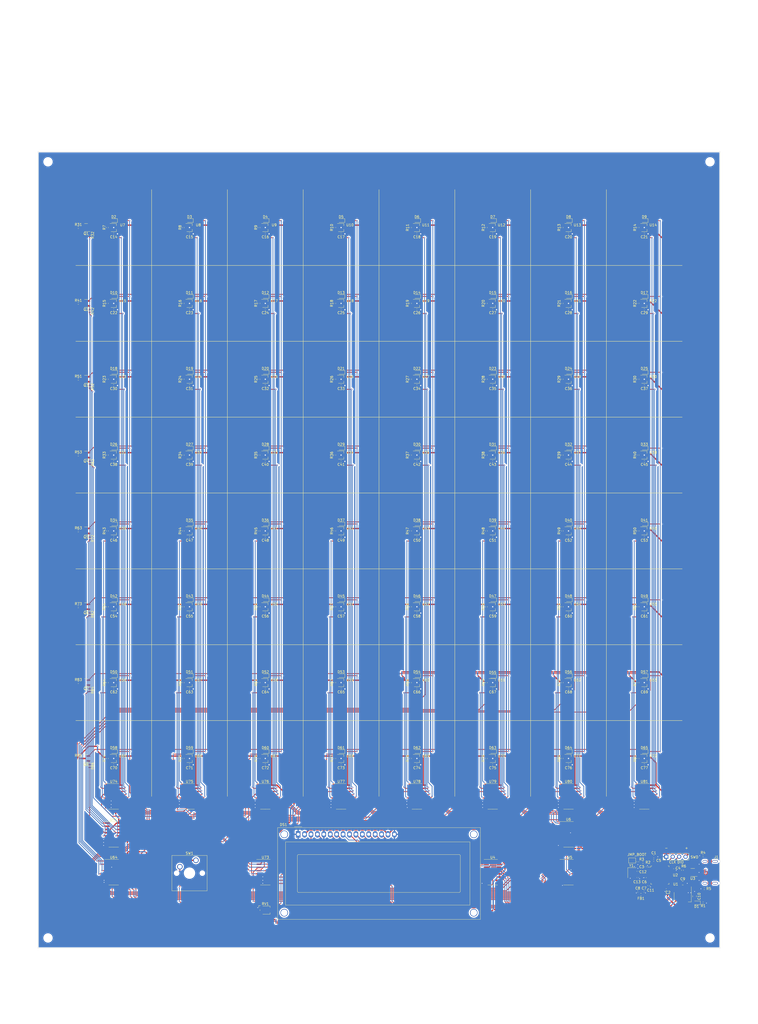
<source format=kicad_pcb>
(kicad_pcb (version 20221018) (generator pcbnew)
  (layers (0 "F.Cu" signal) (31 "B.Cu" signal) (34 "B.Paste" user) (35 "F.Paste" user) (36 "B.SilkS" user "B.Silkscreen") (37 "F.SilkS" user "F.Silkscreen") (38 "B.Mask" user) (39 "F.Mask" user) (44 "Edge.Cuts" user))
  (net 0 "")
  (net 1 "+3.3V")
  (net 2 "GND")
  (net 3 "+3.3VA")
  (net 4 "VBUS")
  (net 5 "/NRST")
  (net 6 "/HSE_IN")
  (net 7 "/HSE_OUT")
  (net 8 "HALL_C0R0")
  (net 9 "HALL_C1R0")
  (net 10 "HALL_C2R0")
  (net 11 "HALL_C3R0")
  (net 12 "HALL_C4R0")
  (net 13 "HALL_C5R0")
  (net 14 "HALL_C6R0")
  (net 15 "HALL_C7R0")
  (net 16 "HALL_C0R1")
  (net 17 "HALL_C1R1")
  (net 18 "HALL_C2R1")
  (net 19 "HALL_C3R1")
  (net 20 "HALL_C4R1")
  (net 21 "HALL_C5R1")
  (net 22 "HALL_C6R1")
  (net 23 "HALL_C7R1")
  (net 24 "HALL_C0R2")
  (net 25 "HALL_C1R2")
  (net 26 "HALL_C2R2")
  (net 27 "HALL_C3R2")
  (net 28 "HALL_C4R2")
  (net 29 "HALL_C5R2")
  (net 30 "HALL_C6R2")
  (net 31 "HALL_C7R2")
  (net 32 "HALL_C0R3")
  (net 33 "HALL_C1R3")
  (net 34 "HALL_C2R3")
  (net 35 "HALL_C3R3")
  (net 36 "HALL_C4R3")
  (net 37 "HALL_C5R3")
  (net 38 "HALL_C6R3")
  (net 39 "HALL_C7R3")
  (net 40 "HALL_C0R4")
  (net 41 "HALL_C1R4")
  (net 42 "HALL_C2R4")
  (net 43 "HALL_C3R4")
  (net 44 "HALL_C4R4")
  (net 45 "HALL_C5R4")
  (net 46 "HALL_C6R4")
  (net 47 "HALL_C7R4")
  (net 48 "HALL_C0R5")
  (net 49 "HALL_C1R5")
  (net 50 "HALL_C2R5")
  (net 51 "HALL_C3R5")
  (net 52 "HALL_C4R5")
  (net 53 "HALL_C5R5")
  (net 54 "HALL_C6R5")
  (net 55 "HALL_C7R5")
  (net 56 "HALL_C0R6")
  (net 57 "HALL_C1R6")
  (net 58 "HALL_C2R6")
  (net 59 "HALL_C3R6")
  (net 60 "HALL_C4R6")
  (net 61 "HALL_C5R6")
  (net 62 "HALL_C6R6")
  (net 63 "HALL_C7R6")
  (net 64 "HALL_C0R7")
  (net 65 "HALL_C1R7")
  (net 66 "HALL_C2R7")
  (net 67 "HALL_C3R7")
  (net 68 "HALL_C4R7")
  (net 69 "HALL_C5R7")
  (net 70 "HALL_C6R7")
  (net 71 "HALL_C7R7")
  (net 72 "/PWR_LED_K")
  (net 73 "LED_C0")
  (net 74 "/R0TE")
  (net 75 "LED_C1")
  (net 76 "LED_C2")
  (net 77 "LED_C3")
  (net 78 "LED_C4")
  (net 79 "LED_C5")
  (net 80 "LED_C6")
  (net 81 "LED_C7")
  (net 82 "/R1TE")
  (net 83 "/R2TE")
  (net 84 "/R3TE")
  (net 85 "/R4TE")
  (net 86 "/R5TE")
  (net 87 "/R6TE")
  (net 88 "/R7TE")
  (net 89 "/CONT_1")
  (net 90 "/USB_CC1")
  (net 91 "USB_D-")
  (net 92 "USB_D+")
  (net 94 "/USB_CC2")
  (net 97 "/SWCLK")
  (net 98 "/SWDIO")
  (net 99 "/R0TB")
  (net 100 "/R0TC")
  (net 101 "/R1TB")
  (net 102 "/R1TC")
  (net 103 "/R2TB")
  (net 104 "/R2TC")
  (net 105 "/R3TB")
  (net 106 "/R3TC")
  (net 107 "/R4TB")
  (net 108 "/R4TC")
  (net 109 "/R5TB")
  (net 110 "/R5TC")
  (net 111 "/R6TB")
  (net 112 "/R6TC")
  (net 113 "/R7TB")
  (net 114 "/R7TC")
  (net 115 "/BOOT0")
  (net 116 "LED_R0")
  (net 117 "LED_R1")
  (net 118 "LED_R2")
  (net 119 "LED_R3")
  (net 120 "LED_R4")
  (net 121 "LED_R5")
  (net 122 "LED_R6")
  (net 123 "LED_R7")
  (net 131 "LCD_RS")
  (net 132 "LCD_LATCH")
  (net 134 "SELECTED_HALL")
  (net 135 "GRID_LATCH")
  (net 136 "GRID_SER_DATA")
  (net 137 "GRID_SER_CLK")
  (net 143 "LED_ROW_B")
  (net 144 "LED_ROW_C")
  (net 145 "LED_COL_A")
  (net 146 "LED_COL_B")
  (net 147 "LED_COL_C")
  (net 148 "DISABLE_LEDS")
  (net 149 "/GRID_REGS_SER_LINK")
  (net 150 "LED_ROW_A")
  (net 151 "HALL_ROW_B")
  (net 152 "HALL_ROW_C")
  (net 153 "HALL_COL_A")
  (net 154 "HALL_COL_B")
  (net 155 "HALL_COL_C")
  (net 158 "HALL_ROW_A")
  (net 160 "HALL_C4")
  (net 161 "HALL_C6")
  (net 162 "HALL_C7")
  (net 163 "HALL_C5")
  (net 164 "HALL_C3")
  (net 165 "HALL_C0")
  (net 166 "HALL_C1")
  (net 167 "HALL_C2")
  (net 168 "/JMP_BOOT0")
  (net 170 "BUTTON")
  (net 172 "LCD_SER_DATA")
  (net 173 "LCD_SER_CLK")
  (net 179 "/LCD1_D0")
  (net 180 "/LCD1_D1")
  (net 181 "/LCD1_D2")
  (net 182 "/LCD1_D3")
  (net 183 "/LCD1_D4")
  (net 184 "/LCD1_D5")
  (net 185 "/LCD1_D6")
  (net 186 "/LCD1_D7")
  (net 191 "USB_CON_D+")
  (net 192 "USB_CON_D-")
  (footprint "Package_TO_SOT_SMD:SOT-23W" (layer "F.Cu") (at 345 135)
    (fp_text reference "U27")
    (fp_text value "UHE4913G-AE3-R" hide)
  )
  (footprint "Package_TO_SOT_SMD:SOT-23W" (layer "F.Cu") (at 345 195)
    (fp_text reference "U43")
    (fp_text value "UHE4913G-AE3-R" hide)
  )
  (footprint "LED_SMD:LED_0603_1608Metric" (layer "F.Cu") (at 255 102.25 180)
    (fp_text reference "D11")
    (fp_text value "RED" hide)
  )
  (footprint "Resistor_SMD:R_0402_1005Metric" (layer "F.Cu") (at 432.5 75 -90)
    (fp_text reference "R14")
    (fp_text value "2k7" hide)
  )
  (footprint "Package_TO_SOT_SMD:SOT-23W" (layer "F.Cu") (at 375 165)
    (fp_text reference "U36")
    (fp_text value "UHE4913G-AE3-R" hide)
  )
  (footprint "Package_TO_SOT_SMD:SOT-23W" (layer "F.Cu") (at 285 195)
    (fp_text reference "U41")
    (fp_text value "UHE4913G-AE3-R" hide)
  )
  (footprint "Capacitor_SMD:C_0402_1005Metric" (layer "F.Cu") (at 435.02 287.5)
    (fp_text reference "C77")
    (fp_text value "100n" hide)
  )
  (footprint "Resistor_SMD:R_0402_1005Metric" (layer "F.Cu") (at 342.5 255.01 -90)
    (fp_text reference "R68")
    (fp_text value "2k7" hide)
  )
  (footprint "Package_TO_SOT_SMD:SOT-23W" (layer "F.Cu") (at 285 75)
    (fp_text reference "U9")
    (fp_text value "UHE4913G-AE3-R" hide)
  )
  (footprint "Capacitor_SMD:C_0805_2012Metric" (layer "F.Cu") (at 454.9 339.52 90)
    (fp_text reference "C10")
    (fp_text value "22u" hide)
  )
  (footprint "LED_SMD:LED_0603_1608Metric" (layer "F.Cu") (at 315 192.25 180)
    (fp_text reference "D37")
    (fp_text value "RED" hide)
  )
  (footprint "LED_SMD:LED_0603_1608Metric" (layer "F.Cu") (at 225 102.25 180)
    (fp_text reference "D10")
    (fp_text value "RED" hide)
  )
  (footprint "Resistor_SMD:R_0402_1005Metric" (layer "F.Cu") (at 432.5 135 -90)
    (fp_text reference "R30")
    (fp_text value "2k7" hide)
  )
  (footprint "Resistor_SMD:R_0402_1005Metric" (layer "F.Cu") (at 252.5 135 -90)
    (fp_text reference "R24")
    (fp_text value "2k7" hide)
  )
  (footprint "Resistor_SMD:R_0402_1005Metric" (layer "F.Cu") (at 312.5 285.01 -90)
    (fp_text reference "R77")
    (fp_text value "2k7" hide)
  )
  (footprint "LED_SMD:LED_0603_1608Metric" (layer "F.Cu") (at 375 192.25 180)
    (fp_text reference "D39")
    (fp_text value "RED" hide)
  )
  (footprint "LED_SMD:LED_0603_1608Metric" (layer "F.Cu") (at 405 252.25 180)
    (fp_text reference "D56")
    (fp_text value "RED" hide)
  )
  (footprint "Resistor_SMD:R_0402_1005Metric" (layer "F.Cu") (at 432.5 225 -90)
    (fp_text reference "R61")
    (fp_text value "2k7" hide)
  )
  (footprint "Package_TO_SOT_SMD:SOT-23" (layer "F.Cu") (at 214.0625 75 180)
    (fp_text reference "Q1")
    (fp_text value "S9013" hide)
  )
  (footprint "Resistor_SMD:R_0402_1005Metric" (layer "F.Cu") (at 402.5 285 -90)
    (fp_text reference "R80")
    (fp_text value "2k7" hide)
  )
  (footprint "Resistor_SMD:R_0402_1005Metric" (layer "F.Cu") (at 372.5 285 -90)
    (fp_text reference "R79")
    (fp_text value "2k7" hide)
  )
  (footprint "Package_TO_SOT_SMD:SOT-23W" (layer "F.Cu") (at 375 105)
    (fp_text reference "U20")
    (fp_text value "UHE4913G-AE3-R" hide)
  )
  (footprint "MountingHole:MountingHole_3.2mm_M3" (layer "F.Cu") (at 461 49)
    (fp_text reference "H3" hide)
    (fp_text value "MountingHole" hide)
  )
  (footprint "Package_TO_SOT_SMD:SOT-23W" (layer "F.Cu") (at 225 255)
    (fp_text reference "U56")
    (fp_text value "UHE4913G-AE3-R" hide)
  )
  (footprint "Package_TO_SOT_SMD:SOT-23W" (layer "F.Cu") (at 435 165)
    (fp_text reference "U38")
    (fp_text value "UHE4913G-AE3-R" hide)
  )
  (footprint "Capacitor_SMD:C_0402_1005Metric" (layer "F.Cu") (at 225 197.5)
    (fp_text reference "C46")
    (fp_text value "100n" hide)
  )
  (footprint "Resistor_SMD:R_0402_1005Metric" (layer "F.Cu") (at 252.5 285 -90)
    (fp_text reference "R75")
    (fp_text value "2k7" hide)
  )
  (footprint "Connector_PinHeader_2.54mm:PinHeader_1x04_P2.54mm_Vertical" (layer "F.Cu") (at 443.7 323.8575 90)
    (fp_text reference "J2" hide)
    (fp_text value "Conn_01x04_Pin" hide)
  )
  (footprint "Package_SO:SOIC-16_3.9x9.9mm_P1.27mm" (layer "F.Cu") (at 255 300)
    (fp_text reference "U75")
    (fp_text value "CD4051BM" hide)
  )
  (footprint "Package_TO_SOT_SMD:SOT-23W" (layer "F.Cu") (at 405 225)
    (fp_text reference "U54")
    (fp_text value "UHE4913G-AE3-R" hide)
  )
  (footprint "Resistor_SMD:R_0402_1005Metric" (layer "F.Cu") (at 372.5 135 -90)
    (fp_text reference "R28")
    (fp_text value "2k7" hide)
  )
  (footprint "Package_TO_SOT_SMD:SOT-23W" (layer "F.Cu") (at 435 135)
    (fp_text reference "U30")
    (fp_text value "UHE4913G-AE3-R" hide)
  )
  (footprint "LED_SMD:LED_0603_1608Metric" (layer "F.Cu") (at 285 192.25 180)
    (fp_text reference "D36")
    (fp_text value "RED" hide)
  )
  (footprint "Resistor_SMD:R_0402_1005Metric" (layer "F.Cu") (at 434.45 326.1075 180)
    (fp_text reference "R2")
    (fp_text value "10k" hide)
  )
  (footprint "Resistor_SMD:R_0402_1005Metric" (layer "F.Cu") (at 282.5 105 -90)
    (fp_text reference "R17")
    (fp_text value "2k7" hide)
  )
  (footprint "Capacitor_SMD:C_0402_1005Metric" (layer "F.Cu") (at 405 167.5)
    (fp_text reference "C44")
    (fp_text value "100n" hide)
  )
  (footprint "LED_SMD:LED_0603_1608Metric" (layer "F.Cu") (at 285 222.25 180)
    (fp_text reference "D44")
    (fp_text value "RED" hide)
  )
  (footprint "LED_SMD:LED_0603_1608Metric" (layer "F.Cu") (at 405 192.25 180)
    (fp_text reference "D40")
    (fp_text value "RED" hide)
  )
  (footprint "Resistor_SMD:R_0402_1005Metric" (layer "F.Cu") (at 210.99 105)
    (fp_text reference "R41")
    (fp_text value "1k5" hide)
  )
  (footprint "Capacitor_SMD:C_0402_1005Metric" (layer "F.Cu") (at 315.02 257.5)
    (fp_text reference "C65")
    (fp_text value "100n" hide)
  )
  (footprint "LED_SMD:LED_0603_1608Metric" (layer "F.Cu") (at 435 192.25 180)
    (fp_text reference "D41")
    (fp_text value "RED" hide)
  )
  (footprint "Resistor_SMD:R_0402_1005Metric" (layer "F.Cu") (at 222.5 285.01 -90)
    (fp_text reference "R74")
    (fp_text value "2k7" hide)
  )
  (footprint "Capacitor_SMD:C_0402_1005Metric" (layer "F.Cu") (at 405 107.5)
    (fp_text reference "C28")
    (fp_text value "100n" hide)
  )
  (footprint "Capacitor_SMD:C_0402_1005Metric" (layer "F.Cu") (at 435.02 257.5)
    (fp_text reference "C69")
    (fp_text value "100n" hide)
  )
  (footprint "Package_TO_SOT_SMD:SOT-23W" (layer "F.Cu") (at 225 165)
    (fp_text reference "U31")
    (fp_text value "UHE4913G-AE3-R" hide)
  )
  (footprint "Package_TO_SOT_SMD:SOT-23W" (layer "F.Cu") (at 285 255)
    (fp_text reference "U58")
    (fp_text value "UHE4913G-AE3-R" hide)
  )
  (footprint "Package_TO_SOT_SMD:SOT-23W" (layer "F.Cu") (at 255 75)
    (fp_text reference "U8")
    (fp_text value "UHE4913G-AE3-R" hide)
  )
  (footprint "LED_SMD:LED_0603_1608Metric" (layer "F.Cu") (at 435 102.25 180)
    (fp_text reference "D17")
    (fp_text value "RED" hide)
  )
  (footprint "Resistor_SMD:R_0402_1005Metric" (layer "F.Cu") (at 402.5 75 -90)
    (fp_text reference "R13")
    (fp_text value "2k7" hide)
  )
  (footprint "Capacitor_SMD:C_0402_1005Metric" (layer "F.Cu") (at 345 197.5)
    (fp_text reference "C50")
    (fp_text value "100n" hide)
  )
  (footprint "Package_SO:SOIC-16_3.9x9.9mm_P1.27mm" (layer "F.Cu") (at 435 300)
    (fp_text reference "U81")
    (fp_text value "CD4051BM" hide)
  )
  (footprint "Resistor_SMD:R_0402_1005Metric" (layer "F.Cu") (at 215.5 78 -90)
    (fp_text reference "R32")
    (fp_text value "10k" hide)
  )
  (footprint "Capacitor_SMD:C_0402_1005Metric" (layer "F.Cu") (at 285 197.5)
    (fp_text reference "C48")
    (fp_text value "100n" hide)
  )
  (footprint "Crystal:Crystal_SMD_3225-4Pin_3.2x2.5mm" (layer "F.Cu") (at 430.1 330.2075 -90)
    (fp_text reference "Y1")
    (fp_text value "8Mhz" hide)
  )
  (footprint "Capacitor_SMD:C_0402_1005Metric" (layer "F.Cu") (at 285.02 287.5)
    (fp_text reference "C72")
    (fp_text value "100n" hide)
  )
  (footprint "LED_SMD:LED_0603_1608Metric" (layer "F.Cu") (at 375 282.25 180)
    (fp_text reference "D63")
    (fp_text value "RED" hide)
  )
  (footprint "LED_SMD:LED_0603_1608Metric" (layer "F.Cu") (at 225 132.25 180)
    (fp_text reference "D18")
    (fp_text value "RED" hide)
  )
  (footprint "Resistor_SMD:R_0402_1005Metric" (layer "F.Cu") (at 210.99 225)
    (fp_text reference "R73")
    (fp_text value "1k5" hide)
  )
  (footprint "Resistor_SMD:R_0402_1005Metric" (layer "F.Cu") (at 342.5 225 -90)
    (fp_text reference "R58")
    (fp_text value "2k7" hide)
  )
  (footprint "LED_SMD:LED_0603_1608Metric" (layer "F.Cu") (at 285 72.25 180)
    (fp_text reference "D4")
    (fp_text value "RED" hide)
  )
  (footprint "Capacitor_SMD:C_0402_1005Metric" (layer "F.Cu") (at 375 287.5)
    (fp_text reference "C75")
    (fp_text value "100n" hide)
  )
  (footprint "LED_SMD:LED_0603_1608Metric" (layer "F.Cu") (at 255 132.25 180)
    (fp_text reference "D19")
    (fp_text value "RED" hide)
  )
  (footprint "Package_TO_SOT_SMD:SOT-23W" (layer "F.Cu") (at 255 225)
    (fp_text reference "U49")
    (fp_text value "UHE4913G-AE3-R" hide)
  )
  (footprint "LED_SMD:LED_0603_1608Metric" (layer "F.Cu") (at 405 102.25 180)
    (fp_text reference "D16")
    (fp_text value "RED" hide)
  )
  (footprint "Capacitor_SMD:C_0402_1005Metric" (layer "F.Cu") (at 375 137.5)
    (fp_text reference "C35")
    (fp_text value "100n" hide)
  )
  (footprint "Capacitor_SMD:C_0402_1005Metric" (layer "F.Cu") (at 446.95 328.6075 -90)
    (fp_text reference "C4")
    (fp_text value "100n" hide)
  )
  (footprint "Package_TO_SOT_SMD:SOT-23W" (layer "F.Cu") (at 345 225)
    (fp_text reference "U52")
    (fp_text value "UHE4913G-AE3-R" hide)
  )
  (footprint "Package_TO_SOT_SMD:SOT-23W" (layer "F.Cu") (at 345 165)
    (fp_text reference "U35")
    (fp_text value "UHE4913G-AE3-R" hide)
  )
  (footprint "Package_TO_SOT_SMD:SOT-23W" (layer "F.Cu") (at 255 285)
    (fp_text reference "U66")
    (fp_text value "UHE4913G-AE3-R" hide)
  )
  (footprint "Package_TO_SOT_SMD:SOT-23W" (layer "F.Cu") (at 405 165)
    (fp_text reference "U37")
    (fp_text value "UHE4913G-AE3-R" hide)
  )
  (footprint "LED_SMD:LED_0603_1608Metric" (layer "F.Cu") (at 405 282.25 180)
    (fp_text reference "D64")
    (fp_text value "RED" hide)
  )
  (footprint "Resistor_SMD:R_0402_1005Metric" (layer "F.Cu") (at 342.5 195 -90)
    (fp_text reference "R47")
    (fp_text value "2k7" hide)
  )
  (footprint "Capacitor_SMD:C_0402_1005Metric" (layer "F.Cu") (at 285 107.5)
    (fp_text reference "C24")
    (fp_text value "100n" hide)
  )
  (footprint "Package_TO_SOT_SMD:SOT-23W" (layer "F.Cu") (at 315 135)
    (fp_text reference "U26")
    (fp_text value "UHE4913G-AE3-R" hide)
  )
  (footprint "Capacitor_SMD:C_0402_1005Metric" (layer "F.Cu") (at 375.02 227.5)
    (fp_text reference "C59")
    (fp_text value "100n" hide)
  )
  (footprint "Capacitor_SMD:C_0402_1005Metric" (layer "F.Cu") (at 345 167.5)
    (fp_text reference "C42")
    (fp_text value "100n" hide)
  )
  (footprint "Package_TO_SOT_SMD:SOT-23W" (layer "F.Cu") (at 225 75)
    (fp_text reference "U7")
    (fp_text value "UHE4913G-AE3-R" hide)
  )
  (footprint "Package_TO_SOT_SMD:SOT-23W" (layer "F.Cu") (at 405 285)
    (fp_text reference "U71")
    (fp_text value "UHE4913G-AE3-R" hide)
  )
  (footprint "LED_SMD:LED_0603_1608Metric" (layer "F.Cu") (at 255 282.25 180)
    (fp_text reference "D59")
    (fp_text value "RED" hide)
  )
  (footprint "Package_TO_SOT_SMD:SOT-23" (layer "F.Cu") (at 214.0625 135 180)
    (fp_text reference "Q3")
    (fp_text value "S9013" hide)
  )
  (footprint "LED_SMD:LED_0603_1608Metric" (layer "F.Cu") (at 405 222.25 180)
    (fp_text reference "D48")
    (fp_text value "RED" hide)
  )
  (footprint "Resistor_SMD:R_0402_1005Metric" (layer "F.Cu") (at 342.5 135 -90)
    (fp_text reference "R27")
    (fp_text value "2k7" hide)
  )
  (footprint "Package_SO:SOIC-16_3.9x9.9mm_P1.27mm" (layer "F.Cu") (at 405 330)
    (fp_text reference "U5")
    (fp_text value "74HC595" hide)
  )
  (footprint "Package_SO:SOIC-16_3.9x9.9mm_P1.27mm" (layer "F.Cu") (at 225 300)
    (fp_text reference "U74")
    (fp_text value "CD4051BM" hide)
  )
  (footprint "Inductor_SMD:L_0603_1608Metric" (layer "F.Cu") (at 433.67 338.87 180)
    (fp_text reference "FB1")
    (fp_text value "120R" hide)
  )
  (footprint "LED_SMD:LED_0603_1608Metric" (layer "F.Cu") (at 345 282.25 180)
    (fp_text reference "D62")
    (fp_text value "RED" hide)
  )
  (footprint "LED_SMD:LED_0603_1608Metric" (layer "F.Cu") (at 225 72.25 180)
    (fp_text reference "D2")
    (fp_text value "RED" hide)
  )
  (footprint "Package_TO_SOT_SMD:SOT-23W" (layer "F.Cu") (at 405 135)
    (fp_text reference "U29")
    (fp_text value "UHE4913G-AE3-R" hide)
  )
  (footprint "Capacitor_SMD:C_0402_1005Metric" (layer "F.Cu") (at 443.68 336.8575 180)
    (fp_text reference "C2")
    (fp_text value "100n" hide)
  )
  (footprint "LED_SMD:LED_0603_1608Metric" (layer "F.Cu") (at 315 72.25 180)
    (fp_text reference "D5")
    (fp_text value "RED" hide)
  )
  (footprint "LED_SMD:LED_0603_1608Metric" (layer "F.Cu") (at 435 162.25 180)
    (fp_text reference "D33")
    (fp_text value "RED" hide)
  )
  (footprint "Package_SO:SOIC-16_3.9x9.9mm_P1.27mm" (layer "F.Cu") (at 225 315)
    (fp_text reference "U47")
    (fp_text value "CD4051BM" hide)
  )
  (footprint "Resistor_SMD:R_0402_1005Metric" (layer "F.Cu") (at 432.5 165 -90)
    (fp_text reference "R40")
    (fp_text value "2k7" hide)
  )
  (footprint "Resistor_SMD:R_0402_1005Metric" (layer "F.Cu") (at 215.5 168 -90)
    (fp_text reference "R62")
    (fp_text value "10k" hide)
  )
  (footprint "Capacitor_SMD:C_0402_1005Metric" (layer "F.Cu") (at 345 287.5)
    (fp_text reference "C74")
    (fp_text value "100n" hide)
  )
  (footprint "Resistor_SMD:R_0402_1005Metric" (layer "F.Cu") (at 372.5 75 -90)
    (fp_text reference "R12")
    (fp_text value "2k7" hide)
  )
  (footprint "LED_SMD:LED_0603_1608Metric" (layer "F.Cu") (at 285 132.25 180)
    (fp_text reference "D20")
    (fp_text value "RED" hide)
  )
  (footprint "Capacitor_SMD:C_0402_1005Metric" (layer "F.Cu") (at 284.98 167.5)
    (fp_text reference "C40")
    (fp_text value "100n" hide)
  )
  (footprint "Capacitor_SMD:C_0402_1005Metric" (layer "F.Cu") (at 285 257.5)
    (fp_text reference "C64")
    (fp_text value "100n" hide)
  )
  (footprint "Resistor_SMD:R_0402_1005Metric" (layer "F.Cu") (at 222.5 165 -90)
    (fp_text reference "R33")
    (fp_text value "2k7" hide)
  )
  (footprint "Resistor_SMD:R_0402_1005Metric" (layer "F.Cu") (at 312.5 105 -90)
    (fp_text reference "R18")
    (fp_text value "2k7" hide)
  )
  (footprint "Package_TO_SOT_SMD:SOT-23W" (layer "F.Cu") (at 225 105)
    (fp_text reference "U15")
    (fp_text value "UHE4913G-AE3-R" hide)
  )
  (footprint "LED_SMD:LED_0603_1608Metric" (layer "F.Cu") (at 435 222.25 180)
    (fp_text reference "D49")
    (fp_text value "RED" hide)
  )
  (footprint "Package_TO_SOT_SMD:SOT-23W" (layer "F.Cu") (at 435 75)
    (fp_text reference "U14")
    (fp_text value "UHE4913G-AE3-R" hide)
  )
  (footprint "Package_TO_SOT_SMD:SOT-23W" (layer "F.Cu") (at 345 105)
    (fp_text reference "U19")
    (fp_text value "UHE4913G-AE3-R" hide)
  )
  (footprint "Package_TO_SOT_SMD:SOT-223-3_TabPin2" (layer "F.Cu") (at 450.2 339.82 -90)
    (fp_text reference "U1")
    (fp_text value "AMS1117-3.3" hide)
  )
  (footprint "Display:WC1602A" (layer "F.Cu") (at 298 315)
    (fp_text reference "DS1")
    (fp_text value "WC1602A" hide)
  )
  (footprint "Resistor_SMD:R_0402_1005Metric" (layer "F.Cu") (at 458.3 342.12 180)
    (fp_text reference "R1")
    (fp_text value "1k5" hide)
  )
  (footprint "Resistor_SMD:R_0402_1005Metric" (layer "F.Cu") (at 450.1 329.2 90)
    (fp_text reference "R6")
    (fp_text value "1k5" hide)
  )
  (footprint "Resistor_SMD:R_0402_1005Metric" (layer "F.Cu") (at 402.5 165 -90)
    (fp_text reference "R39")
    (fp_text value "2k7" hide)
  )
  (footprint "Capacitor_SMD:C_0402_1005Metric" (layer "F.Cu") (at 432.45 329.6075 90)
    (fp_text reference "C12")
    (fp_text value "14p" hide)
  )
  (footprint "LED_SMD:LED_0603_1608Metric" (layer "F.Cu") (at 345 102.25 180)
    (fp_text reference "D14")
    (fp_text value "RED" hide)
  )
  (footprint "Capacitor_SMD:C_0402_1005Metric" (layer "F.Cu") (at 438.72 325.3575)
    (fp_text reference "C5")
    (fp_text value "100n" hide)
  )
  (footprint "Resistor_SMD:R_0402_1005Metric" (layer "F.Cu") (at 215.5 288 -90)
    (fp_text reference "R86")
    (fp_text value "10k" hide)
  )
  (footprint "LED_SMD:LED_0603_1608Metric" (layer "F.Cu") (at 405 162.25 180)
    (fp_text reference "D32")
    (fp_text value "RED" hide)
  )
  (footprint "Capacitor_SMD:C_0402_1005Metric" (layer "F.Cu") (at 435.45 332.1075 90)
    (fp_text reference "C6")
    (fp_text value "10n" hide)
  )
  (footprint "Package_TO_SOT_SMD:SOT-23W" (layer "F.Cu") (at 375 135)
    (fp_text reference "U28")
    (fp_text value "UHE4913G-AE3-R" hide)
  )
  (footprint "Resistor_SMD:R_0402_1005Metric" (layer "F.Cu") (at 222.5 105 -90)
    (fp_text reference "R15")
    (fp_text value "2k7" hide)
  )
  (footprint "Package_TO_SOT_SMD:SOT-23" (layer "F.Cu") (at 214.0625 195 180)
    (fp_text reference "Q5")
    (fp_text value "S9013" hide)
  )
  (footprint "Resistor_SMD:R_0402_1005Metric" (layer "F.Cu") (at 372.5 255 -90)
    (fp_text reference "R69")
    (fp_text value "2k7" hide)
  )
  (footprint "Package_TO_SOT_SMD:SOT-23W" (layer "F.Cu") (at 405 75)
    (fp_text reference "U13")
    (fp_text value "UHE4913G-AE3-R" hide)
  )
  (footprint "Package_SO:SOIC-16_3.9x9.9mm_P1.27mm" (layer "F.Cu") (at 225 330)
    (fp_text reference "U64")
    (fp_text value "CD4051BM" hide)
  )
  (footprint "Package_TO_SOT_SMD:SOT-23W" (layer "F.Cu") (at 315 105)
    (fp_text reference "U18")
    (fp_text value "UHE4913G-AE3-R" hide)
  )
  (footprint "Resistor_SMD:R_0402_1005Metric" (layer "F.Cu") (at 432.5 195 -90)
    (fp_text reference "R50")
    (fp_text value "2k7" hide)
  )
  (footprint "Package_TO_SOT_SMD:SOT-23W" (layer "F.Cu") (at 285 135)
    (fp_text reference "U25")
    (fp_text value "UHE4913G-AE3-R" hide)
  )
  (footprint "Resistor_SMD:R_0402_1005Metric" (layer "F.Cu") (at 312.5 165.01 -90)
    (fp_text reference "R36")
    (fp_text value "2k7" hide)
  )
  (footprint "Capacitor_SMD:C_0402_1005Metric" (layer "F.Cu") (at 375.02 197.5)
    (fp_text reference "C51")
    (fp_text value "100n" hide)
  )
  (footprint "Resistor_SMD:R_0402_1005Metric" (layer "F.Cu") (at 372.5 105 -90)
    (fp_text reference "R20")
    (fp_text value "2k7" hide)
  )
  (footprint "Resistor_SMD:R_0402_1005Metric" (layer "F.Cu") (at 458.75 336.5)
    (fp_text reference "R5")
    (fp_text value "5k1" hide)
  )
  (footprint "Package_SO:SOIC-16_3.9x9.9mm_P1.27mm" (layer "F.Cu") (at 405 315)
    (fp_text reference "U6")
    (fp_text value "74HC595" hide)
  )
  (footprint "Package_TO_SOT_SMD:SOT-23W" (layer "F.Cu") (at 255 195)
    (fp_text reference "U40")
    (fp_text value "UHE4913G-AE3-R" hide)
  )
  (footprint "LED_SMD:LED_0603_1608Metric" (layer "F.Cu") (at 255 222.25 180)
    (fp_text reference "D43")
    (fp_text value "RED" hide)
  )
  (footprint "Resistor_SMD:R_0402_1005Metric" (layer "F.Cu") (at 432.5 105 -90)
    (fp_text reference "R22")
    (fp_text value "2k7" hide)
  )
  (footprint "Capacitor_SMD:C_0402_1005Metric" (layer "F.Cu") (at 432.45 332.0875 -90)
    (fp_text reference "C13")
    (fp_text value "14p" hide)
  )
  (footprint "LED_SMD:LED_0603_1608Metric" (layer "F.Cu") (at 255 72.25 180)
    (fp_text reference "D3")
    (fp_text value "RED" hide)
  )
  (footprint "Resistor_SMD:R_0402_1005Metric" (layer "F.Cu") (at 402.5 255 -90)
    (fp_text reference "R70")
    (fp_text value "2k7" hide)
  )
  (footprint "Capacitor_SMD:C_0402_1005Metric" (layer "F.Cu") (at 315 167.5)
    (fp_text reference "C41")
    (fp_text value "100n" hide)
  )
  (footprint "LED_SMD:LED_0603_1608Metric" (layer "F.Cu") (at 345 72.25 180)
    (fp_text reference "D6")
    (fp_text value "RED" hide)
  )
  (footprint "LED_SMD:LED_0603_1608Metric" (layer "F.Cu") (at 435 132.25 180)
    (fp_text reference "D25")
    (fp_text value "RED" hide)
  )
  (footprint "LED_SMD:LED_0603_1608Metric" (layer "F.Cu") (at 375 222.25 180)
    (fp_text reference "D47")
    (fp_text value "RED" hide)
  )
  (footprint "Capacitor_SMD:C_0402_1005Metric" (layer "F.Cu") (at 435 197.5)
    (fp_text reference "C53")
    (fp_text value "100n" hide)
  )
  (footprint "LED_SMD:LED_0603_1608Metric" (layer "F.Cu") (at 345 162.25 180)
    (fp_text reference "D30")
    (fp_text value "RED" hide)
  )
  (footprint "Resistor_SMD:R_0402_1005Metric" (layer "F.Cu") (at 312.5 135 -90)
    (fp_text reference "R26")
    (fp_text value "2k7" hide)
  )
  (footprint "Package_SO:SOIC-16_3.9x9.9mm_P1.27mm" (layer "F.Cu") (at 375 330)
    (fp_text reference "U4")
    (fp_text value "74HC595" hide)
  )
  (footprint "Package_TO_SOT_SMD:SOT-23W" (layer "F.Cu") (at 345 255)
    (fp_text reference "U60")
    (fp_text value "UHE4913G-AE3-R" hide)
  )
  (footprint "Resistor_SMD:R_0402_1005Metric" (layer "F.Cu") (at 252.5 225.01 -90)
    (fp_text reference "R55")
    (fp_text value "2k7" hide)
  )
  (footprint "Capacitor_SMD:C_0402_1005Metric" (layer "F.Cu") (at 254.98 107.5)
    (fp_text reference "C23")
    (fp_text value "100n" hide)
  )
  (footprint "Capacitor_SMD:C_0402_1005Metric" (layer "F.Cu") (at 224.98 137.5)
    (fp_text reference "C30")
    (fp_text value "100n" hide)
  )
  (footprint "LED_SMD:LED_0603_1608Metric" (layer "F.Cu") (at 225 192.25 180)
    (fp_text reference "D34")
    (fp_text value "RED" hide)
  )
  (footprint "LED_SMD:LED_0603_1608Metric" (layer "F.Cu") (at 375 132.25 180)
    (fp_text reference "D23")
    (fp_text value "RED" hide)
  )
  (footprint "Capacitor_SMD:C_0402_1005Metric" (layer "F.Cu") (at 345 77.5)
    (fp_text reference "C18")
    (fp_text value "100n" hide)
  )
  (footprint "Resistor_SMD:R_0402_1005Metric" (layer "F.Cu") (at 215.5 228 -90)
    (fp_text reference "R82")
    (fp_text value "10k" hide)
  )
  (footprint "LED_SMD:LED_0603_1608Metric" (layer "F.Cu") (at 315 132.25 180)
    (fp_text reference "D21")
    (fp_text value "RED" hide)
  )
  (footprint "Resistor_SMD:R_0402_1005Metric" (layer "F.Cu") (at 432.45 325.8575 90)
    (fp_text reference "R3")
    (fp_text value "10k" hide)
  )
  (footprint "LED_SMD:LED_0603_1608Metric" (layer "F.Cu") (at 435 72.25 180)
    (fp_text reference "D9")
    (fp_text value "RED" hide)
  )
  (footprint "LED_SMD:LED_0603_1608Metric" (layer "F.Cu") (at 405 132.25 180)
    (fp_text reference "D24")
    (fp_text value "RED" hide)
  )
  (footprint "LED_SMD:LED_0603_1608Metric" (layer "F.Cu") (at 225 252.25 180)
    (fp_text reference "D50")
    (fp_text value "RED" hide)
  )
  (footprint "LED_SMD:LED_0603_1608Metric" (layer "F.Cu") (at 285 102.25 180)
    (fp_text reference "D12")
    (fp_text value "RED" hide)
  )
  (footprint "Package_SO:SOIC-16_3.9x9.9mm_P1.27mm" (layer "F.Cu") (at 345 300)
    (fp_text reference "U78")
    (fp_text value "CD4051BM" hide)
  )
  (footprint "Resistor_SMD:R_0402_1005Metric" (layer "F.Cu") (at 252.5 105 -90)
    (fp_text reference "R16")
    (fp_text value "2k7" hide)
  )
  (footprint "Capacitor_SMD:C_0603_1608Metric" (layer "F.Cu") (at 438.75 323.8575)
    (fp_text reference "C1")
    (fp_text value "10u" hide)
  )
  (footprint "Package_SO:SOIC-16_3.9x9.9mm_P1.27mm" (layer "F.Cu") (at 285 300)
    (fp_text reference "U76")
    (fp_text value "CD4051BM" hide)
  )
  (footprint "Capacitor_SMD:C_0402_1005Metric" (layer "F.Cu") (at 345 137.5)
    (fp_text reference "C34")
    (fp_text value "100n" hide)
  )
  (footprint "Package_TO_SOT_SMD:SOT-23W" (layer "F.Cu") (at 375 225)
    (fp_text reference "U53")
    (fp_text value "UHE4913G-AE3-R" hide)
  )
  (footprint "LED_SMD:LED_0603_1608Metric" (layer "F.Cu") (at 345 222.25 180)
    (fp_text reference "D46")
    (fp_text value "RED" hide)
  )
  (footprint "Resistor_SMD:R_0402_1005Metric" (layer "F.Cu") (at 210.99 165)
    (fp_text reference "R53")
    (fp_text value "1k5" hide)
  )
  (footprint "LED_SMD:LED_0603_1608Metric" (layer "F.Cu") (at 405 72.25 180)
    (fp_text reference "D8")
    (fp_text value "RED" hide)
  )
  (footprint "Resistor_SMD:R_0402_1005Metric" (layer "F.Cu") (at 252.5 195 -90)
    (fp_text reference "R44")
    (fp_text value "2k7" hide)
  )
  (footprint "Resistor_SMD:R_0402_1005Metric" (layer "F.Cu") (at 282.5 285.01 -90)
    (fp_text reference "R76")
    (fp_text value "2k7" hide)
  )
  (footprint "Capacitor_SMD:C_0402_1005Metric" (layer "F.Cu") (at 315 107.5)
    (fp_text reference "C25")
    (fp_text value "100n" hide)
  )
  (footprint "Resistor_SMD:R_0402_1005Metric" (layer "F.Cu") (at 402.5 195 -90)
    (fp_text reference "R49")
    (fp_text value "2k7" hide)
  )
  (footprint "Jumper:SolderJumper-2_P1.3mm_Open_Pad1.0x1.5mm" (layer "F.Cu") (at 430.2 325.3575)
    (fp_text reference "JP1" hide)
    (fp_text value "SolderJumper_2_Open" hide)
  )
  (footprint "Resistor_SMD:R_0402_1005Metric" (layer "F.Cu") (at 402.5 135 -90)
    (fp_text reference "R29")
    (fp_text value "2k7" hide)
  )
  (footprint "Resistor_SMD:R_0402_1005Metric" (layer "F.Cu") (at 282.5 75 -90)
    (fp_text reference "R9")
    (fp_text value "2k7" hide)
  )
  (footprint "Package_TO_SOT_SMD:SOT-23W" (layer "F.Cu") (at 435 255)
    (fp_text reference "U63")
    (fp_text value "UHE4913G-AE3-R" hide)
  )
  (footprint "Resistor_SMD:R_0402_1005Metric" (layer "F.Cu") (at 210.99 75)
    (fp_text reference "R31")
    (fp_text value "1k5" hide)
  )
  (footprint "LED_SMD:LED_0603_1608Metric" (layer "F.Cu") (at 435 282.25 180)
    (fp_text reference "D65")
    (fp_text value "RED" hide)
  )
  (footprint "Package_TO_SOT_SMD:SOT-23" (layer "F.Cu") (at 214.0625 285 180)
    (fp_text reference "Q8")
    (fp_text value "S9013" hide)
  )
  (footprint "Resistor_SMD:R_0402_1005Metric" (layer "F.Cu") (at 312.5 225 -90)
    (fp_text reference "R57")
    (fp_text value "2k7" hide)
  )
  (footprint "Package_TO_SOT_SMD:SOT-23W" (layer "F.Cu") (at 315 75)
    (fp_text reference "U10")
    (fp_text value "UHE4913G-AE3-R" hide)
  )
  (footprint "LED_SMD:LED_0603_1608Metric" (layer "F.Cu") (at 345 132.25 180)
    (fp_text reference "D22")
    (fp_text value "RED" hide)
  )
  (footprint "Package_TO_SOT_SMD:SOT-23W" (layer "F.Cu") (at 345 75)
    (fp_text reference "U11")
    (fp_text value "UHE4913G-AE3-R" hide)
  )
  (footprint "Capacitor_SMD:C_0402_1005Metric" (layer "F.Cu") (at 375 167.5)
    (fp_text reference "C43")
    (fp_text value "100n" hide)
  )
  (footprint "Capacitor_SMD:C_0402_1005Metric" (layer "F.Cu") (at 405 77.5)
    (fp_text reference "C20")
    (fp_text value "100n" hide)
  )
  (footprint "Resistor_SMD:R_0402_1005Metric" (layer "F.Cu") (at 215.5 258 -90)
    (fp_text reference "R84")
    (fp_text value "10k" hide)
  )
  (footprint "Capacitor_SMD:C_0402_1005Metric" (layer "F.Cu") (at 285 227.5)
    (fp_text reference "C56")
    (fp_text value "100n" hide)
  )
  (footprint "LED_SMD:LED_0603_1608Metric" (layer "F.Cu") (at 285 162.25 180)
    (fp_text reference "D28")
    (fp_text value "RED" hide)
  )
  (footprint "Resistor_SMD:R_0402_1005Metric" (layer "F.Cu") (at 210.99 255)
    (fp_text reference "R83")
    (fp_text value "1k5" hide)
  )
  (footprint "Capacitor_SMD:C_0402_1005Metric" (layer "F.Cu") (at 255 257.5)
    (fp_text reference "C63")
    (fp_text value "100n" hide)
  )
  (footprint "Resistor_SMD:R_0402_1005Metric" (layer "F.Cu") (at 312.5 255 -90)
    (fp_text reference "R67")
    (fp_text value "2k7" hide)
  )
  (footprint "Package_TO_SOT_SMD:SOT-23W" (layer "F.Cu") (at 405 195)
    (fp_text reference "U45")
    (fp_text value "UHE4913G-AE3-R" hide)
  )
  (footprint "Package_TO_SOT_SMD:SOT-23W" (layer "F.Cu") (at 375 75)
    (fp_text reference "U12")
    (fp_text value "UHE4913G-AE3-R" hide)
  )
  (footprint "Package_SO:SOIC-16_3.9x9.9mm_P1.27mm" (layer "F.Cu") (at 405 300)
    (fp_text reference "U80")
    (fp_text value "CD4051BM" hide)
  )
  (footprint "Capacitor_SMD:C_0402_1005Metric" (layer "F.Cu") (at 435 77.5)
    (fp_text reference "C21")
    (fp_text value "100n" hide)
  )
  (footprint "Resistor_SMD:R_0402_1005Metric" (layer "F.Cu") (at 215.5 198 -90)
    (fp_text reference "R72")
    (fp_text value "10k" hide)
  )
  (footprint "LED_SMD:LED_0603_1608Metric" (layer "F.Cu") (at 255 162.25 180)
    (fp_text reference "D27")
    (fp_text value "RED" hide)
  )
  (footprint "Resistor_SMD:R_0402_1005Metric" (layer "F.Cu") (at 252.5 165.01 -90)
    (fp_text reference "R34")
    (fp_text value "2k7" hide)
  )
  (footprint "Package_TO_SOT_SMD:SOT-23W" (layer "F.Cu") (at 315 255)
    (fp_text reference "U59")
    (fp_text value "UHE4913G-AE3-R" hide)
  )
  (footprint "Capacitor_SMD:C_0402_1005Metric" (layer "F.Cu") (at 255 77.5)
    (fp_text reference "C15")
    (fp_text value "100n" hide)
  )
  (footprint "LED_SMD:LED_0603_1608Metric" (layer "F.Cu") (at 225 222.25 180)
    (fp_text reference "D42")
    (fp_text value "RED" hide)
  )
  (footprint "LED_SMD:LED_0603_1608Metric" (layer "F.Cu") (at 315 222.25 180)
    (fp_text reference "D45")
    (fp_text value "RED" hide)
  )
  (footprint "Capacitor_SMD:C_0402_1005Metric" (layer "F.Cu") (at 405 137.5)
    (fp_text reference "C36")
    (fp_text value "100n" hide)
  )
  (footprint "Capacitor_SMD:C_0402_1005Metric" (layer "F.Cu") (at 435.02 167.5)
    (fp_text reference "C45")
    (fp_text value "100n" hide)
  )
  (footprint "Package_TO_SOT_SMD:SOT-23W" (layer "F.Cu") (at 255 105)
    (fp_text reference "U16")
    (fp_text value "UHE4913G-AE3-R" hide)
  )
  (footprint "Capacitor_SMD:C_0402_1005Metric" (layer "F.Cu") (at 375 107.5)
    (fp_text reference "C27")
    (fp_text value "100n" hide)
  )
  (footprint "MountingHole:MountingHole_3.2mm_M3" (layer "F.Cu") (at 199 356)
    (fp_text reference "H4" hide)
    (fp_text value "MountingHole" hide)
  )
  (footprint "Package_SO:SOIC-16_3.9x9.9mm_P1.27mm" (layer "F.Cu") (at 285 330)
    (fp_text reference "U73")
    (fp_text value "CD4051BM" hide)
  )
  (footprint "Capacitor_SMD:C_0402_1005Metric" (layer "F.Cu") (at 255 287.5)
    (fp_text reference "C71")
    (fp_text value "100n" hide)
  )
  (footprint "Capacitor_SMD:C_0402_1005Metric" (layer "F.Cu") (at 345 227.5)
    (fp_text reference "C58")
    (fp_text value "100n" hide)
  )
  (footprint "Capacitor_SMD:C_0402_1005Metric" (layer "F.Cu") (at 225 287.5)
    (fp_text reference "C70")
    (fp_text value "100n" hide)
  )
  (footprint "Resistor_SMD:R_0402_1005Metric" (layer "F.Cu") (at 222.5 195 -90)
    (fp_text reference "R43")
    (fp_text value "2k7" hide)
  )
  (footprint "Resistor_SMD:R_0402_1005Metric" (layer "F.Cu") (at 252.5 75 -90)
    (fp_text reference "R8")
    (fp_text value "2k7" hide)
  )
  (footprint "Resistor_SMD:R_0402_1005Metric" (layer "F.Cu") (at 252.5 255 -90)
    (fp_text reference "R65")
    (fp_text value "2k7" hide)
  )
  (footprint "Package_TO_SOT_SMD:SOT-23W" (layer "F.Cu") (at 375 195)
    (fp_text reference "U44")
    (fp_text value "UHE4913G-AE3-R" hide)
  )
  (footprint "Capacitor_SMD:C_0402_1005Metric" (layer "F.Cu") (at 375 257.5)
    (fp_text reference "C67")
    (fp_text value "100n" hide)
  )
  (footprint "Capacitor_SMD:C_0402_1005Metric" (layer "F.Cu") (at 315 197.5)
    (fp_text reference "C49")
    (fp_text value "100n" hide)
  )
  (footprint "Package_TO_SOT_SMD:SOT-23W" (layer "F.Cu") (at 255 135)
    (fp_text reference "U24")
    (fp_text value "UHE4913G-AE3-R" hide)
  )
  (footprint "Capacitor_SMD:C_0402_1005Metric" (layer "F.Cu") (at 315 77.5)
    (fp_text reference "C17")
    (fp_text value "100n" hide)
  )
  (footprint "Capacitor_SMD:C_0402_1005Metric" (layer "F.Cu") (at 255 227.5)
    (fp_text reference "C55")
    (fp_text value "100n" hide)
  )
  (footprint "LED_SMD:LED_0603_1608Metric" (layer "F.Cu") (at 315 162.25 180)
    (fp_text reference "D29")
    (fp_text value "RED" hide)
  )
  (footprint "Capacitor_SMD:C_0402_1005Metric" (layer "F.Cu") (at 345 107.5)
    (fp_text reference "C26")
    (fp_text value "100n" hide)
  )
  (footprint "Package_TO_SOT_SMD:SOT-23W" (layer "F.Cu") (at 225 285)
    (fp_text reference "U65")
    (fp_text value "UHE4913G-AE3-R" hide)
  )
  (footprint "Package_SO:SOIC-16_3.9x9.9mm_P1.27mm" (layer "F.Cu") (at 315 300)
    (fp_text reference "U77")
    (fp_text value "CD4051BM" hide)
  )
  (footprint "Capacitor_SMD:C_0402_1005Metric" (layer "F.Cu") (at 285 137.5)
    (fp_text reference "C32")
    (fp_text value "100n" hide)
  )
  (footprint "Resistor_SMD:R_0402_1005Metric" (layer "F.Cu") (at 215.5 108 -90)
    (fp_text reference "R42")
    (fp_text value "10k" hide)
  )
  (footprint "Capacitor_SMD:C_0402_1005Metric" (layer "F.Cu") (at 255 167.5)
    (fp_text reference "C39")
    (fp_text value "100n" hide)
  )
  (footprint "Capacitor_SMD:C_0402_1005Metric" (layer "F.Cu") (at 255 137.5)
    (fp_text reference "C31")
    (fp_text value "100n" hide)
  )
  (footprint "Package_TO_SOT_SMD:SOT-23W" (layer "F.Cu") (at 285 285)
    (fp_text reference "U67")
    (fp_text value "UHE4913G-AE3-R" hide)
  )
  (footprint "Button_Switch_Keyboard:SW_Cherry_MX_1.00u_PCB" (layer "F.Cu") (at 257.54 325.2775)
    (fp_text reference "SW1")
    (fp_text value "SW_SPST" hide)
  )
  (footprint "Package_TO_SOT_SMD:SOT-23W" (layer "F.Cu") (at 435 105)
    (fp_text reference "U22")
    (fp_text value "UHE4913G-AE3-R" hide)
  )
  (footprint "Resistor_SMD:R_0402_1005Metric" (layer "F.Cu") (at 402.5 225.01 -90)
    (fp_text reference "R60")
    (fp_text value "2k7" hide)
  )
  (footprint "Resistor_SMD:R_0402_1005Metric" (layer "F.Cu") (at 282.5 165.01 -90)
    (fp_text reference "R35")
    (fp_text value "2k7" hide)
  )
  (footprint "Capacitor_SMD:C_0402_1005Metric" (layer "F.Cu") (at 225 227.5)
    (fp_text reference "C54")
    (fp_text value "100n" hide)
  )
  (footprint "Resistor_SMD:R_0402_1005Metric" (layer "F.Cu") (at 282.5 135 -90)
    (fp_text reference "R25")
    (fp_text value "2k7" hide)
  )
  (footprint "Package_TO_SOT_SMD:SOT-23W" (layer "F.Cu") (at 285 225)
    (fp_text reference "U50")
    (fp_text value "UHE4913G-AE3-R" hide)
  )
  (footprint "Resistor_SMD:R_0402_1005Metric" (layer "F.Cu") (at 372.5 165.01 -90)
    (fp_text reference "R38")
    (fp_text value "2k7" hide)
  )
  (footprint "Package_TO_SOT_SMD:SOT-23W" (layer "F.Cu") (at 255 165)
    (fp_text reference "U32")
    (fp_text value "UHE4913G-AE3-R" hide)
  )
  (footprint "LED_SMD:LED_0603_1608Metric" (layer "F.Cu") (at 255 192.25 180)
    (fp_text reference "D35")
    (fp_text value "RED" hide)
  )
  (footprint "Package_TO_SOT_SMD:SOT-23" (layer "F.Cu") (at 214.0625 105 180)
    (fp_text reference "Q2")
    (fp_text value "S9013" hide)
  )
  (footprint "LED_SMD:LED_0603_1608Metric" (layer "F.Cu") (at 375 72.25 180)
    (fp_text reference "D7")
    (fp_text value "RED" hide)
  )
  (footprint "Capacitor_SMD:C_0402_1005Metric" (layer "F.Cu") (at 255 197.5)
    (fp_text reference "C47")
    (fp_text value "100n" hide)
  )
  (footprint "Resistor_SMD:R_0402_1005Metric" (layer "F.Cu") (at 342.5 105 -90)
    (fp_text reference "R19")
    (fp_text value "2k7" hide)
  )
  (footprint "MountingHole:MountingHole_3.2mm_M3" (layer "F.Cu") (at 461 356)
    (fp_text reference "H2" hide)
    (fp_text value "MountingHole" hide)
  )
  (footprint "Resistor_SMD:R_0402_1005Metric" (layer "F.Cu") (at 372.5 195 -90)
    (fp_text reference "R48")
    (fp_text value "2k7" hide)
  )
  (footprint "Resistor_SMD:R_0402_1005Metric" (layer "F.Cu") (at 282.5 195 -90)
    (fp_text reference "R45")
    (fp_text value "2k7" hide)
  )
  (footprint "Capacitor_SMD:C_0402_1005Metric" (layer "F.Cu") (at 315 137.5)
    (fp_text reference "C33")
    (fp_text value "100n" hide)
  )
  (footprint "LED_SMD:LED_0603_1608Metric" (layer "F.Cu") (at 375 252.5 180)
    (fp_text reference "D55")
    (fp_text value "RED" hide)
  )
  (footprint "Capacitor_SMD:C_0402_1005Metric" (layer "F.Cu") (at 435.02 137.5)
    (fp_text reference "C37")
    (fp_text value "100n" hide)
  )
  (footprint "Package_TO_SOT_SMD:SOT-23W" (layer "F.Cu") (at 315 285)
    (fp_text reference "U68")
    (fp_text value "UHE4913G-AE3-R" hide)
  )
  (footprint "LED_SMD:LED_0603_1608Metric" (layer "F.Cu") (at 345 252.25 180)
    (fp_text reference "D54")
    (fp_text value "RED" hide)
  )
  (footprint "LED_SMD:LED_0603_1608Metric" (layer "F.Cu") (at 345 192.25 180)
    (fp_text reference "D38")
    (fp_text value "RED" hide)
  )
  (footprint "Package_TO_SOT_SMD:SOT-23W" (layer "F.Cu") (at 405 105)
    (fp_text reference "U21")
    (fp_text value "UHE4913G-AE3-R" hide)
  )
  (footprint "Package_TO_SOT_SMD:SOT-23W" (layer "F.Cu") (at 375 255)
    (fp_text reference "U61")
    (fp_text value "UHE4913G-AE3-R" hide)
  )
  (footprint "Capacitor_SMD:C_0402_1005Metric" (layer "F.Cu") (at 225 77.5)
    (fp_text reference "C14")
    (fp_text value "100n" hide)
  )
  (footprint "LED_SMD:LED_0603_1608Metric" (layer "F.Cu") (at 315 252.25 180)
    (fp_text reference "D53")
    (fp_text value "RED" hide)
  )
  (footprint "Package_TO_SOT_SMD:SOT-23W" (layer "F.Cu") (at 435 195)
    (fp_text reference "U46")
    (fp_text value "UHE4913G-AE3-R" hide)
  )
  (footprint "LED_SMD:LED_0603_1608Metric" (layer "F.Cu") (at 315 102.25 180)
    (fp_text reference "D13")
    (fp_text value "RED" hide)
  )
  (footprint "Capacitor_SMD:C_0402_1005Metric" (layer "F.Cu") (at 285 77.5)
    (fp_text reference "C16")
    (fp_text value "100n" hide)
  )
  (footprint "Package_TO_SOT_SMD:SOT-23W" (layer "F.Cu") (at 285 105)
    (fp_text reference "U17")
    (fp_text value "UHE4913G-AE3-R" hide)
  )
  (footprint "Resistor_SMD:R_0402_1005Metric" (layer "F.Cu") (at 222.5 135 -90)
    (fp_text reference "R23")
    (fp_text value "2k7" hide)
  )
  (footprint "Resistor_SMD:R_0402_1005Metric" (layer "F.Cu") (at 282.5 255 -90)
    (fp_text reference "R66")
    (fp_text value "2k7" hide)
  )
  (footprint "Resistor_SMD:R_0402_1005Metric" (layer "F.Cu") (at 432.5 284.99 -90)
    (fp_text reference "R81")
    (fp_text value "2k7" hide)
  )
  (footprint "LED_SMD:LED_0603_1608Metric" (layer "F.Cu") (at 315 282.25 180)
    (fp_text reference "D61")
    (fp_text value "RED" hide)
  )
  (footprint "Capacitor_SMD:C_0402_1005Metric" (layer "F.Cu") (at 432.4 337.52 180)
    (fp_text reference "C8")
    (fp_text value "1u" hide)
  )
  (footprint "Capacitor_SMD:C_0402_1005Metric" (layer "F.Cu") (at 405.02 227.5)
    (fp_text reference "C60")
    (fp_text value "100n" hide)
  )
  (footprint "Resistor_SMD:R_0402_1005Metric" (layer "F.Cu") (at 312.5 195 -90)
    (fp_text reference "R46")
    (fp_text value "2k7" hide)
  )
  (footprint "Capacitor_SMD:C_0402_1005Metric" (layer "F.Cu") (at 345 257.5)
    (fp_text reference "C66")
    (fp_text value "100n" hide)
  )
  (footprint "LED_SMD:LED_0603_1608Metric" (layer "F.Cu") (at 435 252.25 180)
    (fp_text reference "D57")
    (fp_text value "RED" hide)
  )
  (footprint "Capacitor_SMD:C_0402_1005Metric" (layer "F.Cu") (at 435 107.5)
    (fp_text reference "C29")
    (fp_text value "100n" hide)
  )
  (footprint "Package_TO_SOT_SMD:SOT-23" (layer "F.Cu") (at 214.0625 255 180)
    (fp_text reference "Q7")
    (fp_text value "S9013" hide)
  )
  (footprint "Package_TO_SOT_SMD:SOT-23W" (layer "F.Cu") (at 375 285)
    (fp_text reference "U70")
    (fp_text value "UHE4913G-AE3-R" hide)
  )
  (footprint "Package_TO_SOT_SMD:SOT-23W" (layer "F.Cu") (at 255 255)
    (fp_text reference "U57")
    (fp_text value "UHE4913G-AE3-R" hide)
  )
  (footprint "Package_TO_SOT_SMD:SOT-23W" (layer "F.Cu") (at 435 285)
    (fp_text reference "U72")
    (fp_text value "UHE4913G-AE3-R" hide)
  )
  (footprint "Package_TO_SOT_SMD:SOT-23W" (layer "F.Cu") (at 345 285)
    (fp_text reference "U69")
    (fp_text value "UHE4913G-AE3-R" hide)
  )
  (footprint "Capacitor_SMD:C_0402_1005Metric" (layer "F.Cu") (at 405 197.5)
    (fp_text reference "C52")
    (fp_text value "100n" hide)
  )
  (footprint "Resistor_SMD:R_0402_1005Metric" (layer "F.Cu") (at 210.99 135)
    (fp_text reference "R51")
    (fp_text value "1k5" hide)
  )
  (footprint "Resistor_SMD:R_0402_1005Metric" (layer "F.Cu") (at 342.5 285 -90)
    (fp_text reference "R78")
    (fp_text value "2k7" hide)
  )
  (footprint "Capacitor_SMD:C_0402_1005Metric" (layer "F.Cu") (at 405.02 257.5)
    (fp_text reference "C68")
    (fp_text value "100n" hide)
  )
  (footprint "Package_TO_SOT_SMD:SOT-23W" (layer "F.Cu") (at 225 225)
    (fp_text reference "U48")
    (fp_text value "UHE4913G-AE3-R" hide)
  )
  (footprint "Resistor_SMD:R_0402_1005Metric" (layer "F.Cu") (at 210.99 195)
    (fp_text reference "R63")
    (fp_text value "1k5" hide)
  )
  (footprint "Capacitor_SMD:C_0402_1005Metric" (layer "F.Cu") (at 375 77.5)
    (fp_text reference "C19")
    (fp_text value "100n" hide)
  )
  (footprint "LED_SMD:LED_0603_1608Metric" (layer "F.Cu") (at 255 252.25 180)
    (fp_text reference "D51")
    (fp_text value "RED" hide)
  )
  (footprint "Capacitor_SMD:C_0402_1005Metric" (layer "F.Cu") (at 315 227.5)
    (fp_text reference "C57")
    (fp_text value "100n" hide)
  )
  (footprint "Capacitor_SMD:C_0402_1005Metric" (layer "F.Cu") (at 225 107.5)
    (fp_text reference "C22")
    (fp_text value "100n" hide)
  )
  (footprint "Package_TO_SOT_SMD:SOT-23W" (layer "F.Cu") (at 315 225)
    (fp_text reference "U51")
    (fp_text value "UHE4913G-AE3-R" hide)
  )
  (footprint "Package_TO_SOT_SMD:SOT-23" (layer "F.Cu") (at 214.0625 225 180)
    (fp_text reference "Q6")
    (fp_text value "S9013" hide)
  )
  (footprint "Capacitor_SMD:C_0402_1005Metric" (layer "F.Cu") (at 435.02 227.5)
    (fp_text reference "C61")
    (fp_text value "100n" hide)
  )
  (footprint "LED_SMD:LED_0603_1608Metric" (layer "F.Cu") (at 225 162.25 180)
    (fp_text reference "D26")
    (fp_text value "RED" hide)
  )
  (footprint "Capacitor_SMD:C_0402_1005Metric" (layer "F.Cu") (at 436.8 335.32 -90)
    (fp_text reference "C11")
    (fp_text value "100n" hide)
  )
  (footprint "Resistor_SMD:R_0402_1005Metric" (layer "F.Cu") (at 222.5 75 -90)
    (fp_text reference "R7")
    (fp_text value "2k7" hide)
  )
  (footprint "Capacitor_SMD:C_0805_2012Metric" (layer "F.Cu") (at 450.2 334.32)
    (fp_text reference "C9")
    (fp_text value "22u" hide)
  )
  (footprint "Capacitor_SMD:C_0402_1005Metric" (layer "F.Cu") (at 225 167.5)
    (fp_text reference "C38")
    (fp_text value "100n" hide)
  )
  (footprint "LED_SMD:LED_0603_1608Metric" (layer "F.Cu") (at 285 252.25 180)
    (fp_text reference "D52")
    (fp_text value "RED" hide)
  )
  (footprint "Resistor_SMD:R_0402_1005Metric" (layer "F.Cu") (at 402.5 105 -90)
    (fp_text reference "R21")
    (fp_text value "2k7" hide)
  )
  (footprint "Resistor_SMD:R_0402_1005Metric" (layer "F.Cu") (at 372.5 225.01 -90)
    (fp_text reference "R59")
    (fp_text value "2k7" hide)
  )
  (footprint "Capacitor_SMD:C_0402_1005Metric" (layer "F.Cu") (at 225.02 257.5)
    (fp_text reference "C62")
    (fp_text value "100n" hide)
  )
  (footprint "Resistor_SMD:R_0402_1005Metric" (layer "F.Cu") (at 312.5 75 -90)
    (fp_text reference "R10")
    (fp_text value "2k7" hide)
  )
  (footprint "Resistor_SMD:R_0402_1005Metric" (layer "F.Cu") (at 210.99 285)
    (fp_text reference "R85")
    (fp_text value "1k5" hide)
  )
  (footprint "Package_SO:SOIC-16_3.9x9.9mm_P1.27mm" (layer "F.Cu") (at 375 300)
    (fp_text reference "U79")
    (fp_text value "CD4051BM" hide)
  )
  (footprint "Package_TO_SOT_SMD:SOT-23W" (layer "F.Cu") (at 435 225)
    (fp_text reference "U55")
    (fp_text value "UHE4913G-AE3-R" hide)
  )
  (footprint "LED_SMD:LED_0603_1608Metric" (layer "F.Cu") (at 285 282.25 180)
    (fp_text reference "D60")
    (fp_text value "RED" hide)
  )
  (footprint "LED_SMD:LED_0603_1608Metric" (layer "F.Cu") (at 455.7 342.12 180)
    (fp_text reference "D1")
    (fp_text value "RED" hide)
  )
  (footprint "Capacitor_SMD:C_0402_1005Metric" (layer "F.Cu") (at 434.9 337.52)
    (fp_text reference "C7")
    (fp_text value "1u" hide)
  )
  (footprint "Resistor_SMD:R_0402_1005Metric" (layer "F.Cu") (at 215.5 138 -90)
    (fp_text reference "R52")
    (fp_text value "10k" hide)
  )
  (footprint "LED_SMD:LED_0603_1608Metric" (layer "F.Cu") (at 375 102.25 180)
    (fp_text reference "D15")
    (fp_text value "RED" hide)
  )
  (footprint "Capacitor_SMD:C_0402_1005Metric" (layer "F.Cu") (at 435.45 327.8575 90)
    (fp_text reference "C3")
    (fp_text value "100n" hide)
  )
  (footprint "Capacitor_SMD:C_0402_1005Metric" (layer "F.Cu") (at 405 287.5)
    (fp_text reference "C76")
    (fp_text value "100n" hide)
  )
  (footprint "Package_QFP:LQFP-48_7x7mm_P0.5mm" (layer "F.Cu") (at 441.2 331.1075)
    (fp_text reference "U2")
    (fp_text value "STM32F103C8T6" hide)
  )
  (footprint "Package_TO_SOT_SMD:SOT-23W" (layer "F.Cu") (at 315 195)
    (fp_text reference "U42")
    (fp_text value "UHE4913G-AE3-R" hide)
  )
  (footprint "LED_SMD:LED_0603_1608Metric" (layer "F.Cu") (at 375 162.25 180)
    (fp_text reference "D31")
    (fp_text value "RED" hide)
  )
  (footprint "Resistor_SMD:R_0402_1005Metric" (layer "F.Cu") (at 342.5 75.01 -90)
    (fp_text reference "R11")
    (fp_text value "2k7" hide)
  )
  (footprint "Resistor_SMD:R_0402_1005Metric" (layer "F.Cu") (at 222.5 225 -90)
    (fp_text reference "R54")
    (fp_text value "2k7" hide)
  )
  (footprint "Package_TO_SOT_SMD:SOT-23W" (layer "F.Cu") (at 405 255)
    (fp_text reference "U62")
    (fp_text value "UHE4913G-AE3-R" hide)
  )
  (footprint "Resistor_SMD:R_0402_1005Metric" (layer "F.Cu") (at 222.5 255 -90)
    (fp_text reference "R64")
    (fp_text value "2k7" hide)
  )
  (footprint "MountingHole:MountingHole_3.2mm_M3" (layer "F.Cu") (at 199 49)
    (fp_text reference "H1" hide)
    (fp_text value "MountingHole" hide)
  )
  (footprint "Resistor_SMD:R_0402_1005Metric" (layer "F.Cu") (at 432.5 255 -90)
    (fp_text reference "R71")
    (fp_text value "2k7" hide)
  )
  (footprint "Resistor_SMD:R_0402_1005Metric" (layer "F.Cu") (at 282.5 225 -90)
    (fp_text reference "R56")
    (fp_text value "2k7" hide)
  )
  (footprint "Resistor_SMD:R_0402_1005Metric" (layer "F.Cu") (at 342.5 165 -90)
    (fp_text reference "R37")
    (fp_text value "2k7" hide)
  )
  (footprint "Potentiometer_SMD:Potentiometer_Bourns_TC33X_Vertical" (layer "F.Cu") (at 285 345)
    (fp_text reference "RV1")
    (fp_text value "10k" hide)
  )
  (footprint "LED_SMD:LED_0603_1608Metric" (layer "F.Cu") (at 225 282.25 180)
    (fp_text reference "D58")
    (fp_text value "RED" hide)
  )
  (footprint "Package_TO_SOT_SMD:SOT-23" (layer "F.Cu") (at 214.0625 165 180)
    (fp_text reference "Q4")
    (fp_text value "S9013" hide)
  )
  (footprint "Package_TO_SOT_SMD:SOT-23W" (layer "F.Cu") (at 285 165)
    (fp_text reference "U33")
    (fp_text value "UHE4913G-AE3-R" hide)
  )
  (footprint "Package_TO_SOT_SMD:SOT-23W" (layer "F.Cu") (at 315 165)
    (fp_text reference "U34")
    (fp_text value "UHE4913G-AE3-R" hide)
  )
  (footprint "Package_TO_SOT_SMD:SOT-23W" (layer "F.Cu") (at 225 195)
    (fp_text reference "U39")
    (fp_text value "UHE4913G-AE3-R" hide)
  )
  (footprint "Resistor_SMD:R_0402_1005Metric" (layer "F.Cu") (at 458.25 323.5)
    (fp_text reference "R4")
    (fp_text value "5k1" hide)
  )
  (footprint "Package_TO_SOT_SMD:SOT-23W" (layer "F.Cu") (at 225 135)
    (fp_text reference "U23")
    (fp_text value "UHE4913G-AE3-R" hide)
  )
  (footprint "USB-C:USB-310D-B-SU" (layer "F.Cu") (at 457.85 330.02 90)
    (fp_text reference "J1")
    (fp_text value "USB_C_Receptacle" hide)
  )
  (footprint "Package_TO_SOT_SMD:SOT-23-6" (layer "F.Cu") (at 454.1625 330.07 180)
    (fp_text reference "U3")
    (fp_text value "USBLC6-2SC6" hide)
  )
  (footprint "Capacitor_SMD:C_0402_1005Metric" (layer "F.Cu") (at 315 287.5)
    (fp_text reference "C73")
    (fp_text value "100n" hide)
  )
  (gr_line (start 450 270) (end 210 270) (stroke (width 0.15)) (layer "F.SilkS"))
  (gr_line (start 390 300) (end 390 60) (stroke (width 0.15)) (layer "F.SilkS"))
  (gr_line (start 420 60) (end 420 300) (stroke (width 0.15)) (layer "F.SilkS"))
  (gr_line (start 450 210) (end 210 210) (stroke (width 0.15)) (layer "F.SilkS"))
  (gr_line (start 330 300) (end 330 60) (stroke (width 0.15)) (layer "F.SilkS"))
  (gr_line (start 210 240) (end 450 240) (stroke (width 0.15)) (layer "F.SilkS"))
  (gr_line (start 270 300) (end 270 60) (stroke (width 0.15)) (layer "F.SilkS"))
  (gr_line (start 450 90) (end 210 90) (stroke (width 0.15)) (layer "F.SilkS"))
  (gr_line (start 210 120) (end 450 120) (stroke (width 0.15)) (layer "F.SilkS"))
  (gr_line (start 210 180) (end 450 180) (stroke (width 0.15)) (layer "F.SilkS"))
  (gr_line (start 300 60) (end 300 300) (stroke (width 0.15)) (layer "F.SilkS"))
  (gr_line (start 450 150) (end 210 150) (stroke (width 0.15)) (layer "F.SilkS"))
  (gr_line (start 240 60) (end 240 300) (stroke (width 0.15)) (layer "F.SilkS"))
  (gr_line (start 360 60) (end 360 300) (stroke (width 0.15)) (layer "F.SilkS"))
  (gr_line (start 195 45) (end 465 45) (stroke (width 0.1)) (layer "Edge.Cuts"))
  (gr_line (start 195 360) (end 195 45) (stroke (width 0.1)) (layer "Edge.Cuts"))
  (gr_line (start 465 360) (end 195 360) (stroke (width 0.1)) (layer "Edge.Cuts"))
  (gr_line (start 465 360) (end 465 45) (stroke (width 0.1)) (layer "Edge.Cuts"))
  (gr_text "JMP_BOOT" (at 428.2 323.6075) (layer "F.SilkS") (effects (font (size 1 1) (thickness 0.153)) (justify left bottom)))
  (gr_text "DIO" (at 447.95 326.6075) (layer "F.SilkS") (effects (font (size 1 1) (thickness 0.153)) (justify left bottom)))
  (gr_text "CLK" (at 444.7 326.6075) (layer "F.SilkS") (effects (font (size 1 1) (thickness 0.153)) (justify left bottom)))
  (gr_text "+" (at 451 321) (layer "F.SilkS") (effects (font (size 1 1) (thickness 0.153) bold) (justify left bottom)))
  (gr_text "SWD" (at 453.2 324.6075) (layer "F.SilkS") (effects (font (size 1 1) (thickness 0.153)) (justify left bottom)))
  (gr_text "-" (at 443 321) (layer "F.SilkS") (effects (font (size 1 1) (thickness 0.153) bold) (justify left bottom)))
  (segment (start 223.8 134.05) (end 433.8 134.05) (width 0.5) (layer "F.Cu") (net 1))
  (segment (start 223.8 254.05) (end 340 254.05) (width 0.5) (layer "F.Cu") (net 1))
  (segment (start 410.133972 338.9275) (end 432.825 338.9275) (width 0.5) (layer "F.Cu") (net 1))
  (segment (start 402.94 284.05) (end 402.5 284.49) (width 0.5) (layer "F.Cu") (net 1))
  (segment (start 402.94 134.05) (end 402.5 134.49) (width 0.5) (layer "F.Cu") (net 1))
  (segment (start 252.94 134.05) (end 252.5 134.49) (width 0.5) (layer "F.Cu") (net 1))
  (segment (start 437 164.05) (end 433.8 164.05) (width 0.5) (layer "F.Cu") (net 1))
  (segment (start 289.640661 295.555) (end 287.475 295.555) (width 0.5) (layer "F.Cu") (net 1))
  (segment (start 230.407575 312.934047) (end 230.407575 318.607574) (width 0.5) (layer "F.Cu") (net 1))
  (segment (start 342.94 284.05) (end 342.5 284.49) (width 0.5) (layer "F.Cu") (net 1))
  (segment (start 403.8 74.05) (end 402.94 74.05) (width 0.5) (layer "F.Cu") (net 1))
  (segment (start 461.565 248.615) (end 437 224.05) (width 0.5) (layer "F.Cu") (net 1))
  (segment (start 230.433214 322.596786) (end 227.475 325.555) (width 0.5) (layer "F.Cu") (net 1))
  (segment (start 438.25 325.3675) (end 438.24 325.3575) (width 0.3) (layer "F.Cu") (net 1))
  (segment (start 461.45 337.05) (end 458.03 340.47) (width 0.5) (layer "F.Cu") (net 1))
  (segment (start 343.8 194.05) (end 342.94 194.05) (width 0.5) (layer "F.Cu") (net 1))
  (segment (start 461.565 158.615) (end 437 134.05) (width 0.5) (layer "F.Cu") (net 1))
  (segment (start 445.259266 341.059266) (end 447.17 342.97) (width 0.5) (layer "F.Cu") (net 1))
  (segment (start 282.94 254.05) (end 282.5 254.49) (width 0.5) (layer "F.Cu") (net 1))
  (segment (start 342.94 164.05) (end 342.5 164.49) (width 0.5) (layer "F.Cu") (net 1))
  (segment (start 221.0255 284.5) (end 218.6 282.0745) (width 0.5) (layer "F.Cu") (net 1))
  (segment (start 432.94 254.05) (end 432.5 254.49) (width 0.5) (layer "F.Cu") (net 1))
  (segment (start 222.94 134.05) (end 222.5 134.49) (width 0.5) (layer "F.Cu") (net 1))
  (segment (start 439.640661 295.555) (end 461.565 317.479339) (width 0.5) (layer "F.Cu") (net 1))
  (segment (start 287.475 325.555) (end 287.475 317.268183) (width 0.5) (layer "F.Cu") (net 1))
  (segment (start 296.369267 303.430733) (end 296.369267 302.283606) (width 0.5) (layer "F.Cu") (net 1))
  (segment (start 253.8 104.05) (end 252.94 104.05) (width 0.5) (layer "F.Cu") (net 1))
  (segment (start 313.8 254.05) (end 312.94 254.05) (width 0.5) (layer "F.Cu") (net 1))
  (segment (start 461.565 188.615) (end 437 164.05) (width 0.5) (layer "F.Cu") (net 1))
  (segment (start 210.48 284.872685) (end 215.152685 280.2) (width 0.5) (layer "F.Cu") (net 1))
  (segment (start 432.94 284.05) (end 432.5 284.49) (width 0.5) (layer "F.Cu") (net 1))
  (segment (start 253.8 134.05) (end 252.94 134.05) (width 0.5) (layer "F.Cu") (net 1))
  (segment (start 459.65 322.5) (end 455.5375 322.5) (width 0.5) (layer "F.Cu") (net 1))
  (segment (start 227.4 284.05) (end 257.4 284.05) (width 0.5) (layer "F.Cu") (net 1))
  (segment (start 408.028528 310.555) (end 407.475 310.555) (width 0.5) (layer "F.Cu") (net 1))
  (segment (start 283.8 224.05) (end 282.94 224.05) (width 0.5) (layer "F.Cu") (net 1))
  (segment (start 230.433214 321.833212) (end 230.501788 321.901786) (width 0.5) (layer "F.Cu") (net 1))
  (segment (start 432.88 337.335614) (end 428.2 332.655614) (width 0.5) (layer "F.Cu") (net 1))
  (segment (start 461.45 324.3) (end 459.65 322.5) (width 0.5) (layer "F.Cu") (net 1))
  (segment (start 340 254.05) (end 340 253.0745) (width 0.5) (layer "F.Cu") (net 1))
  (segment (start 226.109339 310.555) (end 223.569339 313.095) (width 0.5) (layer "F.Cu") (net 1))
  (segment (start 347.475 284.125) (end 347.4 284.05) (width 0.5) (layer "F.Cu") (net 1))
  (segment (start 437 224.05) (end 433.8 224.05) (width 0.5) (layer "F.Cu") (net 1))
  (segment (start 433.8 194.05) (end 432.94 194.05) (width 0.5) (layer "F.Cu") (net 1))
  (segment (start 223.8 284.05) (end 222.94 284.05) (width 0.5) (layer "F.Cu") (net 1))
  (segment (start 406.921472 318.175) (end 407.475 318.175) (width 0.5) (layer "F.Cu") (net 1))
  (segment (start 409.9495 320.6) (end 409.9495 312.475972) (width 0.5) (layer "F.Cu") (net 1))
  (segment (start 403.8 194.05) (end 402.94 194.05) (width 0.5) (layer "F.Cu") (net 1))
  (segment (start 403.8 104.05) (end 402.94 104.05) (width 0.5) (layer "F.Cu") (net 1))
  (segment (start 342.94 74.05) (end 342.5 74.49) (width 0.5) (layer "F.Cu") (net 1))
  (segment (start 222.94 74.05) (end 222.5 74.49) (width 0.5) (layer "F.Cu") (net 1))
  (segment (start 406.05 334.843528) (end 410.133972 338.9275) (width 0.5) (layer "F.Cu") (net 1))
  (segment (start 253.8 254.05) (end 252.94 254.05) (width 0.5) (layer "F.Cu") (net 1))
  (segment (start 445.3625 328.3575) (end 446.07 328.3575) (width 0.3) (layer "F.Cu") (net 1))
  (segment (start 283.8 74.05) (end 282.94 74.05) (width 0.5) (layer "F.Cu") (net 1))
  (segment (start 253.8 194.05) (end 252.94 194.05) (width 0.5) (layer "F.Cu") (net 1))
  (segment (start 446.3 328.1275) (end 446.95 328.1275) (width 0.3) (layer "F.Cu") (net 1))
  (segment (start 432.139339 327.7275) (end 434.4175 327.7275) (width 0.5) (layer "F.Cu") (net 1))
  (segment (start 294.393683 310.3495) (end 295 310.3495) (width 0.5) (layer "F.Cu") (net 1))
  (segment (start 447.17 342.97) (end 450.2 342.97) (width 0.5) (layer "F.Cu") (net 1))
  (segment (start 461.45 324.3) (end 461.45 317.594339) (width 0.5) (layer "F.Cu") (net 1))
  (segment (start 433.8 164.05) (end 223.8 164.05) (width 0.5) (layer "F.Cu") (net 1))
  (segment (start 313.8 74.05) (end 312.94 74.05) (width 0.5) (layer "F.Cu") (net 1))
  (segment (start 227 310.08) (end 227.475 310.555) (width 0.5) (layer "F.Cu") (net 1))
  (segment (start 222.94 164.05) (end 222.5 164.49) (width 0.5) (layer "F.Cu") (net 1))
  (segment (start 433.8 134.05) (end 432.94 134.05) (width 0.5) (layer "F.Cu") (net 1))
  (segment (start 227.475 284.125) (end 227.4 284.05) (width 0.5) (layer "F.Cu") (net 1))
  (segment (start 312.94 104.05) (end 312.5 104.49) (width 0.5) (layer "F.Cu") (net 1))
  (segment (start 313.8 284.05) (end 312.94 284.05) (width 0.5) (layer "F.Cu") (net 1))
  (segment (start 461.565 271.504339) (end 461.565 248.615) (width 0.5) (layer "F.Cu") (net 1))
  (segment (start 439.3325 322.5) (end 437.975 323.8575) (width 0.5) (layer "F.Cu") (net 1))
  (segment (start 461.45 317.594339) (end 461.565 317.479339) (width 0.5) (layer "F.Cu") (net 1))
  (segment (start 433.8 224.05) (end 432.94 224.05) (width 0.5) (layer "F.Cu") (net 1))
  (segment (start 432.94 224.05) (end 432.5 224.49) (width 0.5) (layer "F.Cu") (net 1))
  (segment (start 429.55 326.2075) (end 429.9 326.5575) (width 0.5) (layer "F.Cu") (net 1))
  (segment (start 210.48 285) (end 210.48 75) (width 0.5) (layer "F.Cu") (net 1))
  (segment (start 446.07 328.3575) (end 446.3 328.1275) (width 0.3) (layer "F.Cu") (net 1))
  (segment (start 432.88 337.52) (end 432.88 337.335614) (width 0.5) (layer "F.Cu") (net 1))
  (segment (start 449.91 328.1275) (end 449.91 328.5) (width 0.5) (layer "F.Cu") (net 1))
  (segment (start 461.565 317.479339) (end 461.565 271.504339) (width 0.5) (layer "F.Cu") (net 1))
  (segment (start 409.9495 312.475972) (end 408.028528 310.555) (width 0.5) (layer "F.Cu") (net 1))
  (segment (start 437 74.05) (end 433.8 74.05) (width 0.5) (layer "F.Cu") (net 1))
  (segment (start 287.4 284.05) (end 317.4 284.05) (width 0.5) (layer "F.Cu") (net 1))
  (segment (start 343.8 134.05) (end 342.94 134.05) (width 0.5) (layer "F.Cu") (net 1))
  (segment (start 432.8825 338.87) (end 432.8825 337.5225) (width 0.5) (layer "F.Cu") (net 1))
  (segment (start 282.94 74.05) (end 282.5 74.49) (width 0.5) (layer "F.Cu") (net 1))
  (segment (start 437 134.05) (end 433.8 134.05) (width 0.5) (layer "F.Cu") (net 1))
  (segment (start 313.8 194.05) (end 312.94 194.05) (width 0.5) (layer "F.Cu") (net 1))
  (segment (start 342.94 254.05) (end 342.5 254.49) (width 0.5) (layer "F.Cu") (net 1))
  (segment (start 461.565 158.615) (end 461.565 128.565) (width 0.5) (layer "F.Cu") (net 1))
  (segment (start 257.475 284.125) (end 257.4 284.05) (width 0.5) (layer "F.Cu") (net 1))
  (segment (start 432.94 134.05) (end 432.5 134.49) (width 0.5) (layer "F.Cu") (net 1))
  (segment (start 252.94 164.05) (end 252.5 164.49) (width 0.5) (layer "F.Cu") (net 1))
  (segment (start 253.8 224.05) (end 252.94 224.05) (width 0.5) (layer "F.Cu") (net 1))
  (segment (start 222.5 284.5) (end 221.0255 284.5) (width 0.5) (layer "F.Cu") (net 1))
  (segment (start 282.94 194.05) (end 282.5 194.49) (width 0.5) (layer "F.Cu") (net 1))
  (segment (start 230.433214 321.833212) (end 230.433214 322.596786) (width 0.5) (layer "F.Cu") (net 1))
  (segment (start 444.15 336.0775) (end 444.15 336.8475) (width 0.3) (layer "F.Cu") (net 1))
  (segment (start 401.4155 254.5) (end 399 252.0845) (width 0.5) (layer "F.Cu") (net 1))
  (segment (start 430.969339 326.5575) (end 432.139339 327.7275) (width 0.5) (layer "F.Cu") (net 1))
  (segment (start 282.94 224.05) (end 282.5 224.49) (width 0.5) (layer "F.Cu") (net 1))
  (segment (start 402.5 254.5) (end 401.4155 254.5) (width 0.5) (layer "F.Cu") (net 1))
  (segment (start 343.8 164.05) (end 342.94 164.05) (width 0.5) (layer "F.Cu") (net 1))
  (segment (start 432.94 194.05) (end 432.5 194.49) (width 0.5) (layer "F.Cu") (net 1))
  (segment (start 444.15 336.8475) (end 444.16 336.8575) (width 0.3) (layer "F.Cu") (net 1))
  (segment (start 343.8 254.05) (end 342.94 254.05) (width 0.5) (layer "F.Cu") (net 1))
  (segment (start 223.8 194.05) (end 433.8 194.05) (width 0.5) (layer "F.Cu") (net 1))
  (segment (start 433.8 284.05) (end 437 284.05) (width 0.5) (layer "F.Cu") (net 1))
  (segment (start 287.475 317.268183) (end 294.393683 310.3495) (width 0.5) (layer "F.Cu") (net 1))
  (segment (start 455.5375 322.5) (end 452.6775 322.5) (width 0.5) (layer "F.Cu") (net 1))
  (segment (start 313.8 134.05) (end 312.94 134.05) (width 0.5) (layer "F.Cu") (net 1))
  (segment (start 372.94 224.05) (end 372.5 224.49) (width 0.5) (layer "F.Cu") (net 1))
  (segment (start 222.94 284.05) (end 222.5 284.49) (width 0.5) (layer "F.Cu") (net 1))
  (segment (start 432.825 338.9275) (end 432.8825 338.87) (width 0.5) (layer "F.Cu") (net 1))
  (segment (start 282.94 164.05) (end 282.5 164.49) (width 0.5) (layer "F.Cu") (net 1))
  (segment (start 432.94 164.05) (end 432.5 164.49) (width 0.5) (layer "F.Cu") (net 1))
  (segment (start 373.8 194.05) (end 372.94 194.05) (width 0.5) (layer "F.Cu") (net 1))
  (segment (start 437 194.05) (end 433.8 194.05) (width 0.5) (layer "F.Cu") (net 1))
  (segment (start 342.94 104.05) (end 342.5 104.49) (width 0.5) (layer "F.Cu") (net 1))
  (segment (start 282.94 104.05) (end 282.5 104.49) (width 0.5) (layer "F.Cu") (net 1))
  (segment (start 313.8 104.05) (end 312.94 104.05) (width 0.5) (layer "F.Cu") (net 1))
  (segment (start 437 284.05) (end 439.640661 286.690661) (width 0.5) (layer "F.Cu") (net 1))
  (segment (start 283.8 104.05) (end 282.94 104.05) (width 0.5) (layer "F.Cu") (net 1))
  (segment (start 402.94 164.05) (end 402.5 164.49) (width 0.5) (layer "F.Cu") (net 1))
  (segment (start 371.4155 254.5) (end 369 252.0845) (width 0.5) (layer "F.Cu") (net 1))
  (segment (start 443.95 335.27) (end 443.95 335.8775) (width 0.3) (layer "F.Cu") (net 1))
  (segment (start 227.475 310.555) (end 228.028528 310.555) (width 0.5) (layer "F.Cu") (net 1))
  (segment (start 223.8 74.05) (end 433.8 74.05) (width 0.5) (layer "F.Cu") (net 1))
  (segment (start 409.9495 320.6) (end 426.9425 320.6) (width 0.5) (layer "F.Cu") (net 1))
  (segment (start 223.8 284.05) (end 227.4 284.05) (width 0.5) (layer "F.Cu") (net 1))
  (segment (start 313.8 164.05) (end 312.94 164.05) (width 0.5) (layer "F.Cu") (net 1))
  (segment (start 402.94 74.05) (end 402.5 74.49) (width 0.5) (layer "F.Cu") (net 1))
  (segment (start 372.94 194.05) (end 372.5 194.49) (width 0.5) (layer "F.Cu") (net 1))
  (segment (start 437.0375 328.3575) (end 435.47 328.3575) (width 0.3) (layer "F.Cu") (net 1))
  (segment (start 406.87 333.175) (end 406.05 333.995) (width 0.5) (layer "F.Cu") (net 1))
  (segment (start 215.152685 280.2) (end 218.6 280.2) (width 0.5) (layer "F.Cu") (net 1))
  (segment (start 222.94 224.05) (end 222.5 224.49) (width 0.5) (layer "F.Cu") (net 1))
  (segment (start 227.475 295.555) (end 227.475 284.125) (width 0.5) (layer "F.Cu") (net 1))
  (segment (start 433.8 254.05) (end 432.94 254.05) (width 0.5) (layer "F.Cu") (net 1))
  (segment (start 283.8 134.05) (end 282.94 134.05) (width 0.5) (layer "F.Cu") (net 1))
  (segment (start 430.2 323.8575) (end 437.975 323.8575) (width 0.5) (layer "F.Cu") (net 1))
  (segment (start 377.4 284.05) (end 407.4 284.05) (width 0.5) (layer "F.Cu") (net 1))
  (segment (start 317.4 284.05) (end 347.4 284.05) (width 0.5) (layer "F.Cu") (net 1))
  (segment (start 406.05 333.995) (end 406.05 334.843528) (width 0.5) (layer "F.Cu") (net 1))
  (segment (start 223.8 164.05) (end 222.94 164.05) (width 0.5) (layer "F.Cu") (net 1))
  (segment (start 406.05 319.046472) (end 406.921472 318.175) (width 0.5) (layer "F.Cu") (net 1))
  (segment (start 437.975 323.8575) (end 437.975 325.0925) (width 0.5) (layer "F.Cu") (net 1))
  (segment (start 439.640661 286.690661) (end 439.640661 295.555) (width 0.5) (layer "F.Cu") (net 1))
  (segment (start 372.94 254.05) (end 372.5 254.49) (width 0.5) (layer "F.Cu") (net 1))
  (segment (start 312.94 224.05) (end 312.5 224.49) (width 0.5) (layer "F.Cu") (net 1))
  (segment (start 403.8 254.05) (end 402.94 254.05) (width 0.5) (layer "F.Cu") (net 1))
  (segment (start 429.55 325.3575) (end 429.55 324.5075) (width 0.5) (layer "F.Cu") (net 1))
  (segment (start 372.94 284.05) (end 372.5 284.49) (width 0.5) (layer "F.Cu") (net 1))
  (segment (start 373.8 134.05) (end 372.94 134.05) (width 0.5) (layer "F.Cu") (net 1))
  (segment (start 403.8 134.05) (end 402.94 134.05) (width 0.5) (layer "F.Cu") (net 1))
  (segment (start 347.475 295.555) (end 347.475 284.125) (width 0.5) (layer "F.Cu") (net 1))
  (segment (start 252.94 254.05) (end 252.5 254.49) (width 0.5) (layer "F.Cu") (net 1))
  (segment (start 230.501788 321.901786) (end 235.701788 321.901786) (width 0.5) (layer "F.Cu") (net 1))
  (segment (start 287.475 295.555) (end 287.475 284.125) (width 0.5) (layer "F.Cu") (net 1))
  (segment (start 437.05 104.05) (end 433.8 104.05) (width 0.5) (layer "F.Cu") (net 1))
  (segment (start 372.5 254.5) (end 371.4155 254.5) (width 0.5) (layer "F.Cu") (net 1))
  (segment (start 312.94 254.05) (end 312.5 254.49) (width 0.5) (layer "F.Cu") (net 1))
  (segment (start 372.94 134.05) (end 372.5 134.49) (width 0.5) (layer "F.Cu") (net 1))
  (segment (start 253.8 284.05) (end 252.94 284.05) (width 0.5) (layer "F.Cu") (net 1))
  (segment (start 257.475 295.555) (end 257.475 284.125) (width 0.5) (layer "F.Cu") (net 1))
  (segment (start 461.565 98.615) (end 437 74.05) (width 0.5) (layer "F.Cu") (net 1))
  (segment (start 339 250.7755) (end 369 250.7755) (width 0.5) (layer "F.Cu") (net 1))
  (segment (start 253.8 164.05) (end 252.94 164.05) (width 0.5) (layer "F.Cu") (net 1))
  (segment (start 428.2 332.655614) (end 428.2 326.7075) (width 0.5) (layer "F.Cu") (net 1))
  (segment (start 372.94 74.05) (end 372.5 74.49) (width 0.5) (layer "F.Cu") (net 1))
  (segment (start 253.8 74.05) (end 252.94 74.05) (width 0.5) (layer "F.Cu") (net 1))
  (segment (start 431.4155 254.49) (end 429 252.0745) (width 0.5) (layer "F.Cu") (net 1))
  (segment (start 444.16 339.614362) (end 444.087181 339.687181) (width 0.5) (layer "F.Cu") (net 1))
  (segment (start 343.8 284.05) (end 342.94 284.05) (width 0.5) (layer "F.Cu") (net 1))
  (segment (start 252.94 224.05) (end 252.5 224.49) (width 0.5) (layer "F.Cu") (net 1))
  (segment (start 433.8 164.05) (end 432.94 164.05) (width 0.5) (layer "F.Cu") (net 1))
  (segment (start 435.47 328.3575) (end 435.45 328.3375) (width 0.3) (layer "F.Cu") (net 1))
  (segment (start 223.8 104.05) (end 222.94 104.05) (width 0.5) (layer "F.Cu") (net 1))
  (segment (start 452.6775 322.5) (end 451.32 323.8575) (width 0.5) (layer "F.Cu") (net 1))
  (segment (start 407.475 325.555) (end 406.05 324.13) (width 0.5) (layer "F.Cu") (net 1))
  (segment (start 449.91 328.1275) (end 446.95 328.1275) (width 0.5) (layer "F.Cu") (net 1))
  (segment (start 438.45 326.1775) (end 438.25 325.9775) (width 0.3) (layer "F.Cu") (net 1))
  (segment (start 222.94 104.05) (end 222.5 104.49) (width 0.5) (layer "F.Cu") (net 1))
  (segment (start 438.25 325.9775) (end 438.25 325.3675) (width 0.3) (layer "F.Cu") (net 1))
  (segment (start 312.94 284.05) (end 312.5 284.49) (width 0.5) (layer "F.Cu") (net 1))
  (segment (start 373.8 284.05) (end 372.94 284.05) (width 0.5) (layer "F.Cu") (net 1))
  (segment (start 461.565 218.615) (end 461.565 188.615) (width 0.5) (layer "F.Cu") (net 1))
  (segment (start 252.94 284.05) (end 252.5 284.49) (width 0.5) (layer "F.Cu") (net 1))
  (segment (start 342.94 194.05) (end 342.5 194.49) (width 0.5) (layer "F.Cu") (net 1))
  (segment (start 340 253.0745) (end 339 252.0745) (width 0.5) (layer "F.Cu") (net 1))
  (segment (start 461.565 128.565) (end 437.05 104.05) (width 0.5) (layer "F.Cu") (net 1))
  (segment (start 452.6775 322.5) (end 439.3325 322.5) (width 0.5) (layer "F.Cu") (net 1))
  (segment (start 373.8 164.05) (end 372.94 164.05) (width 0.5) (layer "F.Cu") (net 1))
  (segment (start 343.8 104.05) (end 342.94 104.05) (width 0.5) (layer "F.Cu") (net 1))
  (segment (start 377.475 295.555) (end 377.475 284.125) (width 0.5) (layer "F.Cu") (net 1))
  (segment (start 252.94 74.05) (end 252.5 74.49) (width 0.5) (layer "F.Cu") (net 1))
  (segment (start 438.45 326.945) (end 438.45 326.1775) (width 0.3) (layer "F.Cu") (net 1))
  (segment (start 433.8 224.05) (end 223.8 224.05) (width 0.5) (layer "F.Cu") (net 1))
  (segment (start 317.475 284.125) (end 317.4 284.05) (width 0.5) (layer "F.Cu") (net 1))
  (segment (start 461.45 324.3) (end 461.45 337.05) (width 0.5) (layer "F.Cu") (net 1))
  (segment (start 373.8 224.05) (end 372.94 224.05) (width 0.5) (layer "F.Cu") (net 1))
  (segment (start 402.94 104.05) (end 402.5 104.49) (width 0.5) (layer "F.Cu") (net 1))
  (segment (start 403.8 224.05) (end 402.94 224.05) (width 0.5) (layer "F.Cu") (net 1))
  (segment (start 283.8 164.05) (end 282.94 164.05) (width 0.5) (layer "F.Cu") (net 1))
  (segment (start 340 254.05) (end 343.8 254.05) (width 0.5) (layer "F.Cu") (net 1))
  (segment (start 223.8 134.05) (end 222.94 134.05) (width 0.5) (layer "F.Cu") (net 1))
  (segment (start 435.0275 328.3375) (end 435.45 328.3375) (width 0.5) (layer "F.Cu") (net 1))
  (segment (start 257.4 284.05) (end 287.4 284.05) (width 0.5) (layer "F.Cu") (net 1))
  (segment (start 283.8 284.05) (end 282.94 284.05) (width 0.5) (layer "F.Cu") (net 1))
  (segment (start 444.16 336.8575) (end 444.16 339.614362) (width 0.5) (layer "F.Cu") (net 1))
  (segment (start 223.8 194.05) (end 222.94 194.05) (width 0.5) (layer "F.Cu") (net 1))
  (segment (start 429.55 325.3575) (end 429.55 326.2075) (width 0.5) (layer "F.Cu") (net 1))
  (segment (start 426.9425 320.6) (end 430.2 323.8575) (width 0.5) (layer "F.Cu") (net 1))
  (segment (start 252.94 194.05) (end 252.5 194.49) (width 0.5) (layer "F.Cu") (net 1))
  (segment (start 317.475 295.555) (end 317.475 284.125) (width 0.5) (layer "F.Cu") (net 1))
  (segment (start 407.4 284.05) (end 433.8 284.05) (width 0.5) (layer "F.Cu") (net 1))
  (segment (start 296.369267 302.283606) (end 289.640661 295.555) (width 0.5) (layer "F.Cu") (net 1))
  (segment (start 433.8 104.05) (end 432.94 104.05) (width 0.5) (layer "F.Cu") (net 1))
  (segment (start 227.475 310.555) (end 226.109339 310.555) (width 0.5) (layer "F.Cu") (net 1))
  (segment (start 312.94 74.05) (end 312.5 74.49) (width 0.5) (layer "F.Cu") (net 1))
  (segment (start 342.94 134.05) (end 342.5 134.49) (width 0.5) (layer "F.Cu") (net 1))
  (segment (start 283.8 194.05) (end 282.94 194.05) (width 0.5) (layer "F.Cu") (net 1))
  (segment (start 443.95 335.8775) (end 444.15 336.0775) (width 0.3) (layer "F.Cu") (net 1))
  (segment (start 343.8 74.05) (end 342.94 74.05) (width 0.5) (layer "F.Cu") (net 1))
  (segment (start 402.94 224.05) (end 402.5 224.49) (width 0.5) (layer "F.Cu") (net 1))
  (segment (start 432.8825 337.5225) (end 432.88 337.52) (width 0.5) (layer "F.Cu") (net 1))
  (segment (start 461.565 218.615) (end 437 194.05) (width 0.5) (layer "F.Cu") (net 1))
  (segment (start 458.03 340.47) (end 454.9 340.47) (width 0.5) (layer "F.Cu") (net 1))
  (segment (start 432.94 104.05) (end 432.5 104.49) (width 0.5) (layer "F.Cu") (net 1))
  (segment (start 223.569339 313.095) (end 222.525 313.095) (width 0.5) (layer "F.Cu") (net 1))
  (segment (start 433.8 74.05) (end 432.94 74.05) (width 0.5) (layer "F.Cu") (net 1))
  (segment (start 402.94 194.05) (end 402.5 194.49) (width 0.5) (layer "F.Cu") (net 1))
  (segment (start 282.94 134.05) (end 282.5 134.49) (width 0.5) (layer "F.Cu") (net 1))
  (segment (start 223.8 224.05) (end 222.94 224.05) (width 0.5) (layer "F.Cu") (net 1))
  (segment (start 407.475 333.175) (end 406.87 333.175) (width 0.5) (layer "F.Cu") (net 1))
  (segment (start 342.94 224.05) (end 342.5 224.49) (width 0.5) (layer "F.Cu") (net 1))
  (segment (start 210.48 285) (end 210.48 284.872685) (width 0.5) (layer "F.Cu") (net 1))
  (segment (start 227 308.6) (end 227 310.08) (width 0.5) (layer "F.Cu") (net 1))
  (segment (start 347.4 284.05) (end 377.4 284.05) (width 0.5) (layer "F.Cu") (net 1))
  (segment (start 343.8 224.05) (end 342.94 224.05) (width 0.5) (layer "F.Cu") (net 1))
  (segment (start 433.8 284.05) (end 432.94 284.05) (width 0.5) (layer "F.Cu") (net 1))
  (segment (start 433.8 104.05) (end 223.8 104.05) (width 0.5) (layer "F.Cu") (net 1))
  (segment (start 432.5 254.49) (end 431.4155 254.49) (width 0.5) (layer "F.Cu") (net 1))
  (segment (start 406.05 324.13) (end 406.05 320.6) (width 0.5) (layer "F.Cu") (net 1))
  (segment (start 461.565 128.565) (end 461.565 98.615) (width 0.5) (layer "F.Cu") (net 1))
  (segment (start 403.8 284.05) (end 402.94 284.05) (width 0.5) (layer "F.Cu") (net 1))
  (segment (start 429.9 326.5575) (end 430.969339 326.5575) (width 0.5) (layer "F.Cu") (net 1))
  (segment (start 287.475 284.125) (end 287.4 284.05) (width 0.5) (layer "F.Cu") (net 1))
  (segment (start 402.94 254.05) (end 402.5 254.49) (width 0.5) (layer "F.Cu") (net 1))
  (segment (start 449.91 328.5) (end 450.1 328.69) (width 0.5) (layer "F.Cu") (net 1))
  (segment (start 461.565 248.615) (end 461.565 218.615) (width 0.5) (layer "F.Cu") (net 1))
  (segment (start 222.94 254.05) (end 222.5 254.49) (width 0.5) (layer "F.Cu") (net 1))
  (segment (start 282.94 284.05) (end 282.5 284.49) (width 0.5) (layer "F.Cu") (net 1))
  (segment (start 313.8 224.05) (end 312.94 224.05) (width 0.5) (layer "F.Cu") (net 1))
  (segment (start 373.8 74.05) (end 372.94 74.05) (width 0.5) (layer "F.Cu") (net 1))
  (segment (start 226.921472 295.555) (end 225.8 296.676472) (width 0.5) (layer "F.Cu") (net 1))
  (segment (start 372.94 104.05) (end 372.5 104.49) (width 0.5) (layer "F.Cu") (net 1))
  (segment (start 227.475 295.555) (end 226.921472 295.555) (width 0.5) (layer "F.Cu") (net 1))
  (segment (start 428.2 326.7075) (end 429.55 325.3575) (width 0.5) (layer "F.Cu") (net 1))
  (segment (start 432.94 74.05) (end 432.5 74.49) (width 0.5) (layer "F.Cu") (net 1))
  (segment (start 372.94 164.05) (end 372.5 164.49) (width 0.5) (layer "F.Cu") (net 1))
  (segment (start 461.565 188.615) (end 461.565 158.615) (width 0.5) (layer "F.Cu") (net 1))
  (segment (start 283.8 254.05) (end 282.94 254.05) (width 0.5) (layer "F.Cu") (net 1))
  (segment (start 406.05 320.6) (end 406.05 319.046472) (width 0.5) (layer "F.Cu") (net 1))
  (segment (start 222.94 194.05) (end 222.5 194.49) (width 0.5) (layer "F.Cu") (net 1))
  (segment (start 237.52032 321.92032) (end 240.8775 325.2775) (width 0.5) (layer "F.Cu") (net 1))
  (segment (start 240.8775 325.2775) (end 257.54 325.2775) (width 0.5) (layer "F.Cu") (net 1))
  (segment (start 449.91 328.1275) (end 455.5375 322.5) (width 0.5) (layer "F.Cu") (net 1))
  (segment (start 461.565 271.504339) (end 440.836161 250.7755) (width 0.5) (layer "F.Cu") (net 1))
  (segment (start 437.475 295.555) (end 439.640661 295.555) (width 0.5) (layer "F.Cu") (net 1))
  (segment (start 407.475 284.125) (end 407.4 284.05) (width 0.5) (layer "F.Cu") (net 1))
  (segment (start 406.05 320.6) (end 408.1505 320.6) (width 0.5) (layer "F.Cu") (net 1))
  (segment (start 373.8 254.05) (end 372.94 254.05) (width 0.5) (layer "F.Cu") (net 1))
  (segment (start 440.836161 250.7755) (end 429 250.7755) (width 0.5) (layer "F.Cu") (net 1))
  (segment (start 434.4175 327.7275) (end 435.0275 328.3375) (width 0.5) (layer "F.Cu") (net 1))
  (segment (start 403.8 164.05) (end 402.94 164.05) (width 0.5) (layer "F.Cu") (net 1))
  (segment (start 312.94 134.05) (end 312.5 134.49) (width 0.5) (layer "F.Cu") (net 1))
  (segment (start 429.55 324.5075) (end 430.2 323.8575) (width 0.5) (layer "F.Cu") (net 1))
  (segment (start 312.94 164.05) (end 312.5 164.49) (width 0.5) (layer "F.Cu") (net 1))
  (segment (start 437.975 325.0925) (end 438.24 325.3575) (width 0.5) (layer "F.Cu") (net 1))
  (segment (start 377.475 284.125) (end 377.4 284.05) (width 0.5) (layer "F.Cu") (net 1))
  (segment (start 223.8 254.05) (end 222.94 254.05) (width 0.5) (layer "F.Cu") (net 1))
  (segment (start 252.94 104.05) (end 252.5 104.49) (width 0.5) (layer "F.Cu") (net 1))
  (segment (start 223.8 74.05) (end 222.94 74.05) (width 0.5) (layer "F.Cu") (net 1))
  (segment (start 369 250.7755) (end 429 250.7755) (width 0.5) (layer "F.Cu") (net 1))
  (segment (start 373.8 104.05) (end 372.94 104.05) (width 0.5) (layer "F.Cu") (net 1))
  (segment (start 225.8 296.676472) (end 225.8 307.2505) (width 0.5) (layer "F.Cu") (net 1))
  (segment (start 228.028528 310.555) (end 230.407575 312.934047) (width 0.5) (layer "F.Cu") (net 1))
  (segment (start 407.475 295.555) (end 407.475 284.125) (width 0.5) (layer "F.Cu") (net 1))
  (segment (start 312.94 194.05) (end 312.5 194.49) (width 0.5) (layer "F.Cu") (net 1))
  (via (at 296.369267 303.430733) (size 0.6) (drill 0.3) (layers "F.Cu" "B.Cu") (net 1))
  (via (at 218.6 280.2) (size 0.6) (drill 0.3) (layers "F.Cu" "B.Cu") (net 1))
  (via (at 339 252.0745) (size 0.6) (drill 0.3) (layers "F.Cu" "B.Cu") (net 1))
  (via (at 369 250.7755) (size 0.6) (drill 0.3) (layers "F.Cu" "B.Cu") (net 1))
  (via (at 230.407575 318.607574) (size 0.6) (drill 0.3) (layers "F.Cu" "B.Cu") (net 1))
  (via (at 295 310.3495) (size 0.6) (drill 0.3) (layers "F.Cu" "B.Cu") (net 1))
  (via (at 444.087181 339.687181) (size 0.6) (drill 0.3) (layers "F.Cu" "B.Cu") (net 1))
  (via (at 237.52032 321.92032) (size 0.6) (drill 0.3) (layers "F.Cu" "B.Cu") (net 1))
  (via (at 409.9495 320.6) (size 0.6) (drill 0.3) (layers "F.Cu" "B.Cu") (net 1))
  (via (at 429 250.7755) (size 0.6) (drill 0.3) (layers "F.Cu" "B.Cu") (net 1))
  (via (at 227 308.6) (size 0.6) (drill 0.3) (layers "F.Cu" "B.Cu") (net 1))
  (via (at 399 252.0845) (size 0.6) (drill 0.3) (layers "F.Cu" "B.Cu") (net 1))
  (via (at 339 250.7755) (size 0.6) (drill 0.3) (layers "F.Cu" "B.Cu") (net 1))
  (via (at 218.6 282.0745) (size 0.6) (drill 0.3) (layers "F.Cu" "B.Cu") (net 1))
  (via (at 408.1505 320.6) (size 0.6) (drill 0.3) (layers "F.Cu" "B.Cu") (net 1))
  (via (at 230.433214 321.833212) (size 0.6) (drill 0.3) (layers "F.Cu" "B.Cu") (net 1))
  (via (at 369 252.0845) (size 0.6) (drill 0.3) (layers "F.Cu" "B.Cu") (net 1))
  (via (at 235.701788 321.901786) (size 0.6) (drill 0.3) (layers "F.Cu" "B.Cu") (net 1))
  (via (at 445.259266 341.059266) (size 0.6) (drill 0.3) (layers "F.Cu" "B.Cu") (net 1))
  (via (at 399 250.7755) (size 0.6) (drill 0.3) (layers "F.Cu" "B.Cu") (net 1))
  (via (at 429 252.0745) (size 0.6) (drill 0.3) (layers "F.Cu" "B.Cu") (net 1))
  (via (at 225.8 307.2505) (size 0.6) (drill 0.3) (layers "F.Cu" "B.Cu") (net 1))
  (segment (start 230.407575 318.607574) (end 230.407575 321.807573) (width 0.5) (layer "B.Cu") (net 1))
  (segment (start 218.6 280.2) (end 218.6 282.0745) (width 0.5) (layer "B.Cu") (net 1))
  (segment (start 225.8 307.2505) (end 225.8 307.4) (width 0.5) (layer "B.Cu") (net 1))
  (segment (start 369 252.0845) (end 369 250.7755) (width 0.5) (layer "B.Cu") (net 1))
  (segment (start 295 304.8) (end 296.369267 303.430733) (width 0.5) (layer "B.Cu") (net 1))
  (segment (start 444.087181 339.687181) (end 444.087181 339.887181) (width 0.5) (layer "B.Cu") (net 1))
  (segment (start 295 310.3495) (end 295 304.8) (width 0.5) (layer "B.Cu") (net 1))
  (segment (start 399 252.0845) (end 399 250.7755) (width 0.5) (layer "B.Cu") (net 1))
  (segment (start 225.8 307.4) (end 227 308.6) (width 0.5) (layer "B.Cu") (net 1))
  (segment (start 408.1505 320.6) (end 409.9495 320.6) (width 0.5) (layer "B.Cu") (net 1))
  (segment (start 235.701788 321.901786) (end 237.501786 321.901786) (width 0.5) (layer "B.Cu") (net 1))
  (segment (start 339 252.0745) (end 339 250.7755) (width 0.5) (layer "B.Cu") (net 1))
  (segment (start 429 252.0745) (end 429 250.7755) (width 0.5) (layer "B.Cu") (net 1))
  (segment (start 237.501786 321.901786) (end 237.52032 321.92032) (width 0.5) (layer "B.Cu") (net 1))
  (segment (start 230.407575 321.807573) (end 230.433214 321.833212) (width 0.5) (layer "B.Cu") (net 1))
  (segment (start 444.087181 339.887181) (end 445.259266 341.059266) (width 0.5) (layer "B.Cu") (net 1))
  (segment (start 405.835 314.365) (end 405.8 314.4) (width 0.5) (layer "F.Cu") (net 2))
  (segment (start 432.525 301.905) (end 431.095 301.905) (width 0.5) (layer "F.Cu") (net 2))
  (segment (start 437.0375 331.8575) (end 436.13 331.8575) (width 0.3) (layer "F.Cu") (net 2))
  (segment (start 315.48 77.5) (end 316.5 77.5) (width 0.5) (layer "F.Cu") (net 2))
  (segment (start 226.2 225) (end 225 225) (width 0.5) (layer "F.Cu") (net 2))
  (segment (start 406.2 225) (end 405 225) (width 0.5) (layer "F.Cu") (net 2))
  (segment (start 436.2 195) (end 435 195) (width 0.5) (layer "F.Cu") (net 2))
  (segment (start 252.525 301.905) (end 251.095 301.905) (width 0.5) (layer "F.Cu") (net 2))
  (segment (start 402.525 319.445) (end 401.045 319.445) (width 0.5) (layer "F.Cu") (net 2))
  (segment (start 286.2 255) (end 285 255) (width 0.5) (layer "F.Cu") (net 2))
  (segment (start 286.2 285) (end 285 285) (width 0.5) (layer "F.Cu") (net 2))
  (segment (start 436.2 225) (end 435 225) (width 0.5) (layer "F.Cu") (net 2))
  (segment (start 255.48 227.5) (end 256.5 227.5) (width 0.5) (layer "F.Cu") (net 2))
  (segment (start 346.2 225) (end 345 225) (width 0.5) (layer "F.Cu") (net 2))
  (segment (start 342.525 304.445) (end 341.245 304.445) (width 0.5) (layer "F.Cu") (net 2))
  (segment (start 225.48 77.5) (end 226.5 77.5) (width 0.5) (layer "F.Cu") (net 2))
  (segment (start 256.2 225) (end 255 225) (width 0.5) (layer "F.Cu") (net 2))
  (segment (start 255.48 167.5) (end 256.5 167.5) (width 0.5) (layer "F.Cu") (net 2))
  (segment (start 431.095 301.905) (end 431 302) (width 0.5) (layer "F.Cu") (net 2))
  (segment (start 406.2 75) (end 405 75) (width 0.5) (layer "F.Cu") (net 2))
  (segment (start 435.38 338.1075) (end 435.45 338.1775) (width 0.5) (layer "F.Cu") (net 2))
  (segment (start 341.095 301.905) (end 341 302) (width 0.5) (layer "F.Cu") (net 2))
  (segment (start 457.74 323.5) (end 456.94 323.5) (width 0.5) (layer "F.Cu") (net 2))
  (segment (start 316.2 225) (end 315 225) (width 0.5) (layer "F.Cu") (net 2))
  (segment (start 256.2 75) (end 255 75) (width 0.5) (layer "F.Cu") (net 2))
  (segment (start 372.525 334.445) (end 370.845 334.445) (width 0.5) (layer "F.Cu") (net 2))
  (segment (start 282.525 331.905) (end 283.895 331.905) (width 0.5) (layer "F.Cu") (net 2))
  (segment (start 222.525 328.095) (end 224.105 328.095) (width 0.5) (layer "F.Cu") (net 2))
  (segment (start 435.48 167.5) (end 436.5 167.5) (width 0.5) (layer "F.Cu") (net 2))
  (segment (start 222.525 333.175) (end 221.225 333.175) (width 0.5) (layer "F.Cu") (net 2))
  (segment (start 405.48 77.5) (end 406.5 77.5) (width 0.5) (layer "F.Cu") (net 2))
  (segment (start 311.025 303.175) (end 311 303.2) (width 0.5) (layer "F.Cu") (net 2))
  (segment (start 402.525 334.445) (end 402.525 335.125) (width 0.5) (layer "F.Cu") (net 2))
  (segment (start 283.975 333.175) (end 284 333.2) (width 0.5) (layer "F.Cu") (net 2))
  (segment (start 222.525 334.445) (end 221.645 334.445) (width 0.5) (layer "F.Cu") (net 2))
  (segment (start 345.48 227.5) (end 346.5 227.5) (width 0.5) (layer "F.Cu") (net 2))
  (segment (start 222.525 304.445) (end 223.955 304.445) (width 0.5) (layer "F.Cu") (net 2))
  (segment (start 286.2 165) (end 285 165) (width 0.5) (layer "F.Cu") (net 2))
  (segment (start 405.48 137.5) (end 406.5 137.5) (width 0.5) (layer "F.Cu") (net 2))
  (segment (start 251.045 304.445) (end 251 304.4) (width 0.5) (layer "F.Cu") (net 2))
  (segment (start 286.2 225) (end 285 225) (width 0.5) (layer "F.Cu") (net 2))
  (segment (start 311.095 301.905) (end 311 302) (width 0.5) (layer "F.Cu") (net 2))
  (segment (start 256.2 195) (end 255 195) (width 0.5) (layer "F.Cu") (net 2))
  (segment (start 435.48 227.5) (end 436.5 227.5) (width 0.5) (layer "F.Cu") (net 2))
  (segment (start 379.859266 331.195738) (end 379.859266 331.340734) (width 0.5) (layer "F.Cu") (net 2))
  (segment (start 401.095 301.905) (end 401 302) (width 0.5) (layer "F.Cu") (net 2))
  (segment (start 283.2 344) (end 282 344) (width 0.5) (layer "F.Cu") (net 2))
  (segment (start 435.9 331.6275) (end 435.45 331.6275) (width 0.3) (layer "F.Cu") (net 2))
  (segment (start 431.045 304.445) (end 431 304.4) (width 0.5) (layer "F.Cu") (net 2))
  (segment (start 405.48 287.5) (end 406.5 287.5) (width 0.5) (layer "F.Cu") (net 2))
  (segment (start 402.525 304.445) (end 401.045 304.445) (width 0.5) (layer "F.Cu") (net 2))
  (segment (start 225.48 197.5) (end 226.5 197.5) (width 0.5) (layer "F.Cu") (net 2))
  (segment (start 282.525 303.175) (end 281.025 303.175) (width 0.5) (layer "F.Cu") (net 2))
  (segment (start 402.525 301.905) (end 401.095 301.905) (width 0.5) (layer "F.Cu") (net 2))
  (segment (start 226.2 165) (end 225 165) (width 0.5) (layer "F.Cu") (net 2))
  (segment (start 342.525 301.905) (end 341.095 301.905) (width 0.5) (layer "F.Cu") (net 2))
  (segment (start 376.2 135) (end 375 135) (width 0.5) (layer "F.Cu") (net 2))
  (segment (start 405.48 167.5) (end 406.5 167.5) (width 0.5) (layer "F.Cu") (net 2))
  (segment (start 226.2 75) (end 225 75) (width 0.5) (layer "F.Cu") (net 2))
  (segment (start 405.48 227.5) (end 406.5 227.5) (width 0.5) (layer "F.Cu") (net 2))
  (segment (start 457.85 326.82) (end 456.71 326.82) (width 0.5) (layer "F.Cu") (net 2))
  (segment (start 285.48 137.5) (end 286.5 137.5) (width 0.5) (layer "F.Cu") (net 2))
  (segment (start 401.025 303.175) (end 401 303.2) (width 0.5) (layer "F.Cu") (net 2))
  (segment (start 376.2 285) (end 375 285) (width 0.5) (layer "F.Cu") (net 2))
  (segment (start 315.48 197.5) (end 316.5 197.5) (width 0.5) (layer "F.Cu") (net 2))
  (segment (start 376.2 165) (end 375 165) (width 0.5) (layer "F.Cu") (net 2))
  (segment (start 315.48 137.5) (end 316.5 137.5) (width 0.5) (layer "F.Cu") (net 2))
  (segment (start 435.45 327.3775) (end 436.25 327.3775) (width 0.5) (layer "F.Cu") (net 2))
  (segment (start 435.239893 331.6275) (end 434.710179 332.157214) (width 0.5) (layer "F.Cu") (net 2))
  (segment (start 252.525 303.175) (end 251.025 303.175) (width 0.5) (layer "F.Cu") (net 2))
  (segment (start 285.48 257.5) (end 286.5 257.5) (width 0.5) (layer "F.Cu") (net 2))
  (segment (start 406.2 285) (end 405 285) (width 0.5) (layer "F.Cu") (net 2))
  (segment (start 285.48 77.5) (end 286.5 77.5) (width 0.5) (layer "F.Cu") (net 2))
  (segment (start 221.225 333.175) (end 221.2 333.2) (width 0.5) (layer "F.Cu") (net 2))
  (segment (start 316.2 195) (end 315 195) (width 0.5) (layer "F.Cu") (net 2))
  (segment (start 443.45 336.108541) (end 443.2 336.358541) (width 0.3) (layer "F.Cu") (net 2))
  (segment (start 401.045 319.445) (end 401 319.4) (width 0.5) (layer "F.Cu") (net 2))
  (segment (start 435.48 197.5) (end 436.5 197.5) (width 0.5) (layer "F.Cu") (net 2))
  (segment (start 222.525 318.175) (end 221.025 318.175) (width 0.5) (layer "F.Cu") (net 2))
  (segment (start 311.045 304.445) (end 311 304.4) (width 0.5) (layer "F.Cu") (net 2))
  (segment (start 282.525 334.445) (end 283.955 334.445) (width 0.5) (layer "F.Cu") (net 2))
  (segment (start 346.2 195) (end 345 195) (width 0.5) (layer "F.Cu") (net 2))
  (segment (start 431.100942 327.749057) (end 430.95 327.899999) (width 0.5) (layer "F.Cu") (net 2))
  (segment (start 346.2 75) (end 345 75) (width 0.5) (layer "F.Cu") (net 2))
  (segment (start 375.48 107.5) (end 376.5 107.5) (width 0.5) (layer "F.Cu") (net 2))
  (segment (start 446.23 328.8575) (end 446.45 329.0775) (width 0.3) (layer "F.Cu") (net 2))
  (segment (start 346.2 255) (end 345 255) (width 0.5) (layer "F.Cu") (net 2))
  (segment (start 223.955 304.445) (end 224 304.4) (width 0.5) (layer "F.Cu") (net 2))
  (segment (start 282.525 333.175) (end 283.975 333.175) (width 0.5) (layer "F.Cu") (net 2))
  (segment (start 457.45 336.5) (end 457.41 336.54) (width 0.5) (layer "F.Cu") (net 2))
  (segment (start 222.525 303.175) (end 223.975 303.175) (width 0.5) (layer "F.Cu") (net 2))
  (segment (start 407.475 329.365) (end 406.365 329.365) (width 0.5) (layer "F.Cu") (net 2))
  (segment (start 376.2 75) (end 375 75) (width 0.5) (layer "F.Cu") (net 2))
  (segment (start 342.525 303.175) (end 341.025 303.175) (width 0.5) (layer "F.Cu") (net 2))
  (segment (start 375.48 137.5) (end 376.5 137.5) (width 0.5) (layer "F.Cu") (net 2))
  (segment (start 281.045 304.445) (end 281 304.4) (width 0.5) (layer "F.Cu") (net 2))
  (segment (start 286.2 135) (end 285 135) (width 0.5) (layer "F.Cu") (net 2))
  (segment (start 282.525 304.445) (end 281.045 304.445) (width 0.5) (layer "F.Cu") (net 2))
  (segment (start 315.48 257.5) (end 316.5 257.5) (width 0.5) (layer "F.Cu") (net 2))
  (segment (start 436.2 105) (end 435 105) (width 0.5) (layer "F.Cu") (net 2))
  (segment (start 224.105 328.095) (end 224.2 328) (width 0.5) (layer "F.Cu") (net 2))
  (segment (start 256.2 165) (end 255 165) (width 0.5) (layer "F.Cu") (net 2))
  (segment (start 345.48 77.5) (end 346.5 77.5) (width 0.5) (layer "F.Cu") (net 2))
  (segment (start 225.48 257.5) (end 226.5 257.5) (width 0.5) (layer "F.Cu") (net 2))
  (segment (start 436.2 255) (end 435 255) (width 0.5) (layer "F.Cu") (net 2))
  (segment (start 447.46 329.0875) (end 447.65 329.2775) (width 0.5) (layer "F.Cu") (net 2))
  (segment (start 255.48 137.5) (end 256.5 137.5) (width 0.5) (layer "F.Cu") (net 2))
  (segment (start 316.2 105) (end 315 105) (width 0.5) (layer "F.Cu") (net 2))
  (segment (start 222.525 301.905) (end 223.895 301.905) (width 0.5) (layer "F.Cu") (net 2))
  (segment (start 316.2 135) (end 315 135) (width 0.5) (layer "F.Cu") (net 2))
  (segment (start 221.095 316.905) (end 221 317) (width 0.5) (layer "F.Cu") (net 2))
  (segment (start 223.895 301.905) (end 224 301.8) (width 0.5) (layer "F.Cu") (net 2))
  (segment (start 255.48 107.5) (end 256.5 107.5) (width 0.5) (layer "F.Cu") (net 2))
  (segment (start 435.45 331.6275) (end 435.239893 331.6275) (width 0.5) (layer "F.Cu") (net 2))
  (segment (start 430.95 327.899999) (end 430.95 329.1075) (width 0.5) (layer "F.Cu") (net 2))
  (segment (start 222.525 316.905) (end 221.095 316.905) (width 0.5) (layer "F.Cu") (net 2))
  (segment (start 256.2 255) (end 255 255) (width 0.5) (layer "F.Cu") (net 2))
  (segment (start 456.94 323.5) (end 456.91 323.47) (width 0.5) (layer "F.Cu") (net 2))
  (segment (start 459.52 342.12) (end 459.6 342.2) (width 0.5) (layer "F.Cu") (net 2))
  (segment (start 443.2 336.358541) (end 443.2 336.8575) (width 0.3) (layer "F.Cu") (net 2))
  (segment (start 432.525 304.445) (end 431.045 304.445) (width 0.5) (layer "F.Cu") (net 2))
  (segment (start 225.48 287.5) (end 226.5 287.5) (width 0.5) (layer "F.Cu") (net 2))
  (segment (start 443.45 335.27) (end 443.45 336.108541) (width 0.3) (layer "F.Cu") (net 2))
  (segment (start 283.955 334.445) (end 284 334.4) (width 0.5) (layer "F.Cu") (net 2))
  (segment (start 252.525 304.445) (end 251.045 304.445) (width 0.5) (layer "F.Cu") (net 2))
  (segment (start 438.95 326.945) (end 438.95 326.0775) (width 0.3) (layer "F.Cu") (net 2))
  (segment (start 436.2 285) (end 435 285) (width 0.5) (layer "F.Cu") (net 2))
  (segment (start 345.48 287.5) (end 346.5 287.5) (width 0.5) (layer "F.Cu") (net 2))
  (segment (start 282.525 301.905) (end 281.105 301.905) (width 0.5) (layer "F.Cu") (net 2))
  (segment (start 251.025 303.175) (end 251 303.2) (width 0.5) (layer "F.Cu") (net 2))
  (segment (start 406.2 255) (end 405 255) (width 0.5) (layer "F.Cu") (net 2))
  (segment (start 345.48 167.5) (end 346.5 167.5) (width 0.5) (layer "F.Cu") (net 2))
  (segment (start 437.4275 335.8) (end 437.45 335.7775) (width 0.5) (layer "F.Cu") (net 2))
  (segment (start 435.48 257.5) (end 436.5 257.5) (width 0.5) (layer "F.Cu") (net 2))
  (segment (start 436.2 135) (end 435 135) (width 0.5) (layer "F.Cu") (net 2))
  (segment (start 440.33 323.8575) (end 440.35 323.8775) (width 0.5) (layer "F.Cu") (net 2))
  (segment (start 375.48 77.5) (end 376.5 77.5) (width 0.5) (layer "F.Cu") (net 2))
  (segment (start 225.48 107.5) (end 226.5 107.5) (width 0.5) (layer "F.Cu") (net 2))
  (segment (start 439.525 323.8575) (end 440.33 323.8575) (width 0.5) (layer "F.Cu") (net 2))
  (segment (start 256.2 105) (end 255 105) (width 0.5) (layer "F.Cu") (net 2))
  (segment (start 345.48 197.5) (end 346.5 197.5) (width 0.5) (layer "F.Cu") (net 2))
  (segment (start 225.48 227.5) (end 226.5 227.5) (width 0.5) (layer "F.Cu") (net 2))
  (segment (start 439.525 323.8575) (end 439.525 325.0325) (width 0.5) (layer "F.Cu") (net 2))
  (segment (start 435.48 287.5) (end 436.5 287.5) (width 0.5) (layer "F.Cu") (net 2))
  (segment (start 285.48 197.5) (end 286.5 197.5) (width 0.5) (layer "F.Cu") (net 2))
  (segment (start 439.2 325.8275) (end 439.2 325.3575) (width 0.3) (layer "F.Cu") (net 2))
  (segment (start 225.48 137.5) (end 226.5 137.5) (width 0.5) (layer "F.Cu") (net 2))
  (segment (start 445.3625 328.8575) (end 446.23 328.8575) (width 0.3) (layer "F.Cu") (net 2))
  (segment (start 346.2 105) (end 345 105) (width 0.5) (layer "F.Cu") (net 2))
  (segment (start 376.2 225) (end 375 225) (width 0.5) (layer "F.Cu") (net 2))
  (segment (start 432.45 326.3675) (end 432.45 326.9775) (width 0.5) (layer "F.Cu") (net 2))
  (segment (start 255.48 257.5) (end 256.5 257.5) (width 0.5) (layer "F.Cu") (net 2))
  (segment (start 283.895 331.905) (end 284 331.8) (width 0.5) (layer "F.Cu") (net 2))
  (segment (start 345.48 137.5) (end 346.5 137.5) (width 0.5) (layer "F.Cu") (net 2))
  (segment (start 345.48 257.5) (end 346.5 257.5) (width 0.5) (layer "F.Cu") (net 2))
  (segment (start 285.48 107.5) (end 286.5 107.5) (width 0.5) (layer "F.Cu") (net 2))
  (segment (start 432.45 332.5675) (end 433.14 332.5675) (width 0.5) (layer "F.Cu") (net 2))
  (segment (start 285.48 227.5) (end 286.5 227.5) (width 0.5) (layer "F.Cu") (net 2))
  (segment (start 316.2 285) (end 315 285) (width 0.5) (layer "F.Cu") (net 2))
  (segment (start 370.845 334.445) (end 370.8 334.4) (width 0.5) (layer "F.Cu") (net 2))
  (segment (start 436.8 335.8) (end 437.4275 335.8) (width 0.5) (layer "F.Cu") (net 2))
  (segment (start 281.025 303.175) (end 281 303.2) (width 0.5) (layer "F.Cu") (net 2))
  (segment (start 371.045 304.445) (end 371 304.4) (width 0.5) (layer "F.Cu") (net 2))
  (segment (start 256.2 135) (end 255 135) (width 0.5) (layer "F.Cu") (net 2))
  (segment (start 405.48 257.5) (end 406.5 257.5) (width 0.5) (layer "F.Cu") (net 2))
  (segment (start 223.975 303.175) (end 224 303.2) (width 0.5) (layer "F.Cu") (net 2))
  (segment (start 345.48 107.5) (end 346.5 107.5) (width 0.5) (layer "F.Cu") (net 2))
  (segment (start 405.48 107.5) (end 406.5 107.5) (width 0.5) (layer "F.Cu") (net 2))
  (segment (start 286.2 105) (end 285 105) (width 0.5) (layer "F.Cu") (net 2))
  (segment (start 315.48 227.5) (end 316.5 227.5) (width 0.5) (layer "F.Cu") (net 2))
  (segment (start 443.2 336.8575) (end 443.2 337.6) (width 0.5) (layer "F.Cu") (net 2))
  (segment (start 281.105 301.905) (end 281 301.8) (width 0.5) (layer "F.Cu") (net 2))
  (segment (start 255.48 77.5) (end 256.5 77.5) (width 0.5) (layer "F.Cu") (net 2))
  (segment (start 255.48 197.5) (end 256.5 197.5) (width 0.5) (layer "F.Cu") (net 2))
  (segment (start 221.045 319.445) (end 221 319.4) (width 0.5) (layer "F.Cu") (net 2))
  (segment (start 372.525 303.175) (end 371.025 303.175) (width 0.5) (layer "F.Cu") (net 2))
  (segment (start 431.92 337.52) (end 431.92 338.1075) (width 0.5) (layer "F.Cu") (net 2))
  (segment (start 435.38 337.52) (end 435.38 338.1075) (width 0.5) (layer "F.Cu") (net 2))
  (segment (start 371.025 303.175) (end 371 303.2) (width 0.5) (layer "F.Cu") (net 2))
  (segment (start 226.2 105) (end 225 105) (width 0.5) (layer "F.Cu") (net 2))
  (segment (start 225.48 167.5) (end 226.5 167.5) (width 0.5) (layer "F.Cu") (net 2))
  (segment (start 402.525 335.125) (end 402.6 335.2) (width 0.5) (layer "F.Cu") (net 2))
  (segment (start 251.095 301.905) (end 251 302) (width 0.5) (layer "F.Cu") (net 2))
  (segment (start 435.48 77.5) (end 436.5 77.5) (width 0.5) (layer "F.Cu") (net 2))
  (segment (start 406.2 135) (end 405 135) (width 0.5) (layer "F.Cu") (net 2))
  (segment (start 375.48 167.5) (end 376.5 167.5) (width 0.5) (layer "F.Cu") (net 2))
  (segment (start 401.045 304.445) (end 401 304.4) (width 0.5) (layer "F.Cu") (net 2))
  (segment (start 316.2 255) (end 315 255) (width 0.5) (layer "F.Cu") (net 2))
  (segment (start 439.525 325.0325) (end 439.2 325.3575) (width 0.5) (layer "F.Cu") (net 2))
  (segment (start 431.025 303.175) (end 431 303.2) (width 0.5) (layer "F.Cu") (net 2))
  (segment (start 446.94 329.0775) (end 446.95 329.0875) (width 0.3) (layer "F.Cu") (net 2))
  (segment (start 316.2 165) (end 315 165) (width 0.5) (layer "F.Cu") (net 2))
  (segment (start 226.2 195) (end 225 195) (width 0.5) (layer "F.Cu") (net 2))
  (segment (start 406.2 165) (end 405 165) (width 0.5) (layer "F.Cu") (net 2))
  (segment (start 375.48 287.5) (end 376.5 287.5) (width 0.5) (layer "F.Cu") (net 2))
  (segment (start 312.525 303.175) (end 311.025 303.175) (width 0.5) (layer "F.Cu") (net 2))
  (segment (start 377.475 329.365) (end 378.028528 329.365) (width 0.5) (layer "F.Cu") (net 2))
  (segment (start 315.48 107.5) (end 316.5 107.5) (width 0.5) (layer "F.Cu") (net 2))
  (segment (start 455.3 330.07) (end 456.6625 330.07) (width 0.5) (layer "F.Cu") (net 2))
  (segment (start 285.48 167.5) (end 286.5 167.5) (width 0.5) (layer "F.Cu") (net 2))
  (segment (start 376.2 105) (end 375 105) (width 0.5) (layer "F.Cu") (net 2))
  (segment (start 372.525 301.905) (end 371.095 301.905) (width 0.5) (layer "F.Cu") (net 2))
  (segment (start 436.13 331.8575) (end 435.9 331.6275) (width 0.3) (layer "F.Cu") (net 2))
  (segment (start 375.48 227.5) (end 376.5 227.5) (width 0.5) (layer "F.Cu") (net 2))
  (segment (start 457.85 333.22) (end 456.71 333.22) (width 0.5) (layer "F.Cu") (net 2))
  (segment (start 406.365 329.365) (end 406 329) (width 0.5) (layer "F.Cu") (net 2))
  (segment (start 432.45 329.1275) (end 432.45 328.4775) (width 0.5) (layer "F.Cu") (net 2))
  (segment (start 429.25 331.3075) (end 429.25 332.1775) (width 0.5) (layer "F.Cu") (net 2))
  (segment (start 222.525 319.445) (end 221.045 319.445) (width 0.5) (layer "F.Cu") (net 2))
  (segment (start 341.025 303.175) (end 341 303.2) (width 0.5) (layer "F.Cu") (net 2))
  (segment (start 346.2 285) (end 345 285) (width 0.5) (layer "F.Cu") (net 2))
  (segment (start 312.525 304.445) (end 311.045 304.445) (width 0.5) (layer "F.Cu") (net 2))
  (segment (start 405.48 197.5) (end 406.5 197.5) (width 0.5) (layer "F.Cu") (net 2))
  (segment (start 406.2 195) (end 405 195) (width 0.5) (layer "F.Cu") (net 2))
  (segment (start 438.95 326.0775) (end 439.2 325.8275) (width 0.3) (layer "F.Cu") (net 2))
  (segment (start 315.48 167.5) (end 316.5 167.5) (width 0.5) (layer "F.Cu") (net 2))
  (segment (start 378.028528 329.365) (end 379.859266 331.195738) (width 0.5) (layer "F.Cu") (net 2))
  (segment (start 286.2 75) (end 285 75) (width 0.5) (layer "F.Cu") (net 2))
  (segment (start 435.48 107.5) (end 436.5 107.5) (width 0.5) (layer "F.Cu") (net 2))
  (segment (start 456.71 333.22) (end 456.69 333.24) (width 0.5) (layer "F.Cu") (net 2))
  (segment (start 432.525 303.175) (end 431.025 303.175) (width 0.5) (layer "F.Cu") (net 2))
  (segment (start 285.48 287.5) (end 286.5 287.5) (width 0.5) (layer "F.Cu") (net 2))
  (segment (start 372.525 304.445) (end 371.045 304.445) (width 0.5) (layer "F.Cu") (net 2))
  (segment (start 221.645 334.445) (end 221.2 334) (width 0.5) (layer "F.Cu") (net 2))
  (segment (start 376.2 195) (end 375 195) (width 0.5) (layer "F.Cu") (net 2))
  (segment (start 371.095 301.905) (end 371 302) (width 0.5) (layer "F.Cu") (net 2))
  (segment (start 407.475 314.365) (end 405.835 314.365) (width 0.5) (layer "F.Cu") (net 2))
  (segment (start 375.48 257.5) (end 376.5 257.5) (width 0.5) (layer "F.Cu") (net 2))
  (segment (start 402.525 303.175) (end 401.025 303.175) (width 0.5) (layer "F.Cu") (net 2))
  (segment (start 255.48 287.5) (end 256.5 287.5) (width 0.5) (layer "F.Cu") (net 2))
  (segment (start 346.2 165) (end 345 165) (width 0.5) (layer "F.Cu") (net 2))
  (segment (start 458.24 336.5) (end 457.45 336.5) (width 0.5) (layer "F.Cu") (net 2))
  (segment (start 375.48 197.5) (end 376.5 197.5) (width 0.5) (layer "F.Cu") (net 2))
  (segment (start 436.2 75) (end 435 75) (width 0.5) (layer "F.Cu") (net 2))
  (segment (start 406.2 105) (end 405 105) (width 0.5) (layer "F.Cu") (net 2))
  (segment (start 431.92 338.1075) (end 431.85 338.1775) (width 0.5) (layer "F.Cu") (net 2))
  (segment (start 315.48 287.5) (end 316.5 287.5) (width 0.5) (layer "F.Cu") (net 2))
  (segment (start 256.2 285) (end 255 285) (width 0.5) (layer "F.Cu") (net 2))
  (segment (start 226.2 285) (end 225 285) (width 0.5) (layer "F.Cu") (net 2))
  (segment (start 312.525 301.905) (end 311.095 301.905) (width 0.5) (layer "F.Cu") (net 2))
  (segment (start 221.025 318.175) (end 221 318.2) (width 0.5) (layer "F.Cu") (net 2))
  (segment (start 376.2 255) (end 375 255) (width 0.5) (layer "F.Cu") (net 2))
  (segment (start 436.2 165) (end 435 165) (width 0.5) (layer "F.Cu") (net 2))
  (segment (start 458.81 342.12) (end 459.52 342.12) (width 0.5) (layer "F.Cu") (net 2))
  (segment (start 346.2 135) (end 345 135) (width 0.5) (layer "F.Cu") (net 2))
  (segment (start 341.245 304.445) (end 341.2 304.4) (width 0.5) (layer "F.Cu") (net 2))
  (segment (start 433.14 332.5675) (end 433.15 332.5775) (width 0.5) (layer "F.Cu") (net 2))
  (segment (start 286.2 195) (end 285 195) (width 0.5) (layer "F.Cu") (net 2))
  (segment (start 226.2 255) (end 225 255) (width 0.5) (layer "F.Cu") (net 2))
  (segment (start 316.2 75) (end 315 75) (width 0.5) (layer "F.Cu") (net 2))
  (segment (start 429.25 332.1775) (end 429.45 332.3775) (width 0.5) (layer "F.Cu") (net 2))
  (segment (start 446.95 329.0875) (end 447.46 329.0875) (width 0.5) (layer "F.Cu") (net 2))
  (segment (start 446.45 329.0775) (end 446.94 329.0775) (width 0.3) (layer "F.Cu") (net 2))
  (segment (start 435.48 137.5) (end 436.5 137.5) (width 0.5) (layer "F.Cu") (net 2))
  (segment (start 226.2 135) (end 225 135) (width 0.5) (layer "F.Cu") (net 2))
  (via (at 435 75) (size 1) (drill 0.5) (layers "F.Cu" "B.Cu") (net 2))
  (via (at 376.5 77.5) (size 1) (drill 0.5) (layers "F.Cu" "B.Cu") (net 2))
  (via (at 436.5 137.5) (size 1) (drill 0.5) (layers "F.Cu" "B.Cu") (net 2))
  (via (at 405 165) (size 1) (drill 0.5) (layers "F.Cu" "B.Cu") (net 2))
  (via (at 375 105) (size 1) (drill 0.5) (layers "F.Cu" "B.Cu") (net 2))
  (via (at 224 304.4) (size 0.6) (drill 0.3) (layers "F.Cu" "B.Cu") (net 2))
  (via (at 405 195) (size 1) (drill 0.5) (layers "F.Cu" "B.Cu") (net 2))
  (via (at 402.6 335.2) (size 0.6) (drill 0.3) (layers "F.Cu" "B.Cu") (net 2))
  (via (at 286.5 137.5) (size 1) (drill 0.5) (layers "F.Cu" "B.Cu") (net 2))
  (via (at 376.5 257.5) (size 1) (drill 0.5) (layers "F.Cu" "B.Cu") (net 2))
  (via (at 435 255) (size 1) (drill 0.5) (layers "F.Cu" "B.Cu") (net 2))
  (via (at 375 285) (size 1) (drill 0.5) (layers "F.Cu" "B.Cu") (net 2))
  (via (at 375 165) (size 1) (drill 0.5) (layers "F.Cu" "B.Cu") (net 2))
  (via (at 406.5 167.5) (size 1) (drill 0.5) (layers "F.Cu" "B.Cu") (net 2))
  (via (at 452 334.4) (size 0.6) (drill 0.3) (layers "F.Cu" "B.Cu") (net 2))
  (via (at 459.6 342.2) (size 0.6) (drill 0.3) (layers "F.Cu" "B.Cu") (net 2))
  (via (at 405 75) (size 1) (drill 0.5) (layers "F.Cu" "B.Cu") (net 2))
  (via (at 226.5 167.5) (size 1) (drill 0.5) (layers "F.Cu" "B.Cu") (net 2))
  (via (at 221 319.4) (size 0.6) (drill 0.3) (layers "F.Cu" "B.Cu") (net 2))
  (via (at 406.5 77.5) (size 1) (drill 0.5) (layers "F.Cu" "B.Cu") (net 2))
  (via (at 226.5 137.5) (size 1) (drill 0.5) (layers "F.Cu" "B.Cu") (net 2))
  (via (at 435 225) (size 1) (drill 0.5) (layers "F.Cu" "B.Cu") (net 2))
  (via (at 255 285) (size 1) (drill 0.5) (layers "F.Cu" "B.Cu") (net 2))
  (via (at 432.45 328.4775) (size 0.6) (drill 0.3) (layers "F.Cu" "B.Cu") (net 2))
  (via (at 436.5 77.5) (size 1) (drill 0.5) (layers "F.Cu" "B.Cu") (net 2))
  (via (at 435 105) (size 1) (drill 0.5) (layers "F.Cu" "B.Cu") (net 2))
  (via (at 285 75) (size 1) (drill 0.5) (layers "F.Cu" "B.Cu") (net 2))
  (via (at 345 255) (size 1) (drill 0.5) (layers "F.Cu" "B.Cu") (net 2))
  (via (at 255 195) (size 1) (drill 0.5) (layers "F.Cu" "B.Cu") (net 2))
  (via (at 341 302) (size 0.6) (drill 0.3) (layers "F.Cu" "B.Cu") (net 2))
  (via (at 376.5 287.5) (size 1) (drill 0.5) (layers "F.Cu" "B.Cu") (net 2))
  (via (at 371 304.4) (size 0.6) (drill 0.3) (layers "F.Cu" "B.Cu") (net 2))
  (via (at 401 302) (size 0.6) (drill 0.3) (layers "F.Cu" "B.Cu") (net 2))
  (via (at 286.5 287.5) (size 1) (drill 0.5) (layers "F.Cu" "B.Cu") (net 2))
  (via (at 224 301.8) (size 0.6) (drill 0.3) (layers "F.Cu" "B.Cu") (net 2))
  (via (at 285 165) (size 1) (drill 0.5) (layers "F.Cu" "B.Cu") (net 2))
  (via (at 375 135) (size 1) (drill 0.5) (layers "F.Cu" "B.Cu") (net 2))
  (via (at 256.5 77.5) (size 1) (drill 0.5) (layers "F.Cu" "B.Cu") (net 2))
  (via (at 226.5 287.5) (size 1) (drill 0.5) (layers "F.Cu" "B.Cu") (net 2))
  (via (at 457.41 336.54) (size 0.6) (drill 0.3) (layers "F.Cu" "B.Cu") (net 2))
  (via (at 311 303.2) (size 0.6) (drill 0.3) (layers "F.Cu" "B.Cu") (net 2))
  (via (at 316.5 167.5) (size 1) (drill 0.5) (layers "F.Cu" "B.Cu") (net 2))
  (via (at 443.2 337.6) (size 0.6) (drill 0.3) (layers "F.Cu" "B.Cu") (net 2))
  (via (at 401 303.2) (size 0.6) (drill 0.3) (layers "F.Cu" "B.Cu") (net 2))
  (via (at 345 135) (size 1) (drill 0.5) (layers "F.Cu" "B.Cu") (net 2))
  (via (at 255 105) (size 1) (drill 0.5) (layers "F.Cu" "B.Cu") (net 2))
  (via (at 315 285) (size 1) (drill 0.5) (layers "F.Cu" "B.Cu") (net 2))
  (via (at 406.5 137.5) (size 1) (drill 0.5) (layers "F.Cu" "B.Cu") (net 2))
  (via (at 371 302) (size 0.6) (drill 0.3) (layers "F.Cu" "B.Cu") (net 2))
  (via (at 316.5 197.5) (size 1) (drill 0.5) (layers "F.Cu" "B.Cu") (net 2))
  (via (at 406.5 107.5) (size 1) (drill 0.5) (layers "F.Cu" "B.Cu") (net 2))
  (via (at 346.5 107.5) (size 1) (drill 0.5) (layers "F.Cu" "B.Cu") (net 2))
  (via (at 286.5 227.5) (size 1) (drill 0.5) (layers "F.Cu" "B.Cu") (net 2))
  (via (at 281 303.2) (size 0.6) (drill 0.3) (layers "F.Cu" "B.Cu") (net 2))
  (via (at 316.5 287.5) (size 1) (drill 0.5) (layers "F.Cu" "B.Cu") (net 2))
  (via (at 225 165) (size 1) (drill 0.5) (layers "F.Cu" "B.Cu") (net 2))
  (via (at 225 195) (size 1) (drill 0.5) (layers "F.Cu" "B.Cu") (net 2))
  (via (at 315 255) (size 1) (drill 0.5) (layers "F.Cu" "B.Cu") (net 2))
  (via (at 225 225) (size 1) (drill 0.5) (layers "F.Cu" "B.Cu") (net 2))
  (via (at 456.91 323.47) (size 0.6) (drill 0.3) (layers "F.Cu" "B.Cu") (net 2))
  (via (at 286.5 77.5) (size 1) (drill 0.5) (layers "F.Cu" "B.Cu") (net 2))
  (via (at 436.5 287.5) (size 1) (drill 0.5) (layers "F.Cu" "B.Cu") (net 2))
  (via (at 286.5 167.5) (size 1) (drill 0.5) (layers "F.Cu" "B.Cu") (net 2))
  (via (at 256.5 287.5) (size 1) (drill 0.5) (layers "F.Cu" "B.Cu") (net 2))
  (via (at 256.5 107.5) (size 1) (drill 0.5) (layers "F.Cu" "B.Cu") (net 2))
  (via (at 440.35 323.8775) (size 0.6) (drill 0.3) (layers "F.Cu" "B.Cu") (net 2))
  (via (at 345 225) (size 1) (drill 0.5) (layers "F.Cu" "B.Cu") (net 2))
  (via (at 315 75) (size 1) (drill 0.5) (layers "F.Cu" "B.Cu") (net 2))
  (via (at 405 285) (size 1) (drill 0.5) (layers "F.Cu" "B.Cu") (net 2))
  (via (at 285 105) (size 1) (drill 0.5) (layers "F.Cu" "B.Cu") (net 2))
  (via (at 345 285) (size 1) (drill 0.5) (layers "F.Cu" "B.Cu") (net 2))
  (via (at 226.5 77.5) (size 1) (drill 0.5) (layers "F.Cu" "B.Cu") (net 2))
  (via (at 316.5 137.5) (size 1) (drill 0.5) (layers "F.Cu" "B.Cu") (net 2))
  (via (at 346.5 77.5) (size 1) (drill 0.5) (layers "F.Cu" "B.Cu") (net 2))
  (via (at 435 165) (size 1) (drill 0.5) (layers "F.Cu" "B.Cu") (net 2))
  (via (at 375 195) (size 1) (drill 0.5) (layers "F.Cu" "B.Cu") (net 2))
  (via (at 285 195) (size 1) (drill 0.5) (layers "F.Cu" "B.Cu") (net 2))
  (via (at 255 255) (size 1) (drill 0.5) (layers "F.Cu" "B.Cu") (net 2))
  (via (at 376.5 167.5) (size 1) (drill 0.5) (layers "F.Cu" "B.Cu") (net 2))
  (via (at 346.5 197.5) (size 1) (drill 0.5) (layers "F.Cu" "B.Cu") (net 2))
  (via (at 255 165) (size 1) (drill 0.5) (layers "F.Cu" "B.Cu") (net 2))
  (via (at 225 105) (size 1) (drill 0.5) (layers "F.Cu" "B.Cu") (net 2))
  (via (at 346.5 287.5) (size 1) (drill 0.5) (layers "F.Cu" "B.Cu") (net 2))
  (via (at 456.6625 330.07) (size 0.6) (drill 0.3) (layers "F.Cu" "B.Cu") (net 2))
  (via (at 436.25 327.3775) (size 0.6) (drill 0.3) (layers "F.Cu" "B.Cu") (net 2))
  (via (at 251 303.2) (size 0.6) (drill 0.3) (layers "F.Cu" "B.Cu") (net 2))
  (via (at 405 255) (size 1) (drill 0.5) (layers "F.Cu" "B.Cu") (net 2))
  (via (at 226.5 107.5) (size 1) (drill 0.5) (layers "F.Cu" "B.Cu") (net 2))
  (via (at 436.5 227.5) (size 1) (drill 0.5) (layers "F.Cu" "B.Cu") (net 2))
  (via (at 436.5 257.5) (size 1) (drill 0.5) (layers "F.Cu" "B.Cu") (net 2))
  (via (at 285 285) (size 1) (drill 0.5) (layers "F.Cu" "B.Cu") (net 2))
  (via (at 221 318.2) (size 0.6) (drill 0.3) (layers "F.Cu" "B.Cu") (net 2))
  (via (at 406.5 287.5) (size 1) (drill 0.5) (layers "F.Cu" "B.Cu") (net 2))
  (via (at 346.5 167.5) (size 1) (drill 0.5) (layers "F.Cu" "B.Cu") (net 2))
  (via (at 406.5 197.5) (size 1) (drill 0.5) (layers "F.Cu" "B.Cu") (net 2))
  (via (at 225 285) (size 1) (drill 0.5) (layers "F.Cu" "B.Cu") (net 2))
  (via (at 346.5 137.5) (size 1) (drill 0.5) (layers "F.Cu" "B.Cu") (net 2))
  (via (at 452.4 338.1) (size 0.6) (drill 0.3) (layers "F.Cu" "B.Cu") (net 2))
  (via (at 316.5 227.5) (size 1) (drill 0.5) (layers "F.Cu" "B.Cu") (net 2))
  (via (at 453.4 338.1) (size 0.6) (drill 0.3) (layers "F.Cu" "B.Cu") (net 2))
  (via (at 221.2 334) (size 0.6) (drill 0.3) (layers "F.Cu" "B.Cu") (net 2))
  (via (at 345 105) (size 1) (drill 0.5) (layers "F.Cu" "B.Cu") (net 2))
  (via (at 401 304.4) (size 0.6) (drill 0.3) (layers "F.Cu" "B.Cu") (net 2))
  (via (at 286.5 257.5) (size 1) (drill 0.5) (layers "F.Cu" "B.Cu") (net 2))
  (via (at 284 333.2) (size 0.6) (drill 0.3) (layers "F.Cu" "B.Cu") (net 2))
  (via (at 256.5 257.5) (size 1) (drill 0.5) (layers "F.Cu" "B.Cu") (net 2))
  (via (at 285 135) (size 1) (drill 0.5) (layers "F.Cu" "B.Cu") (net 2))
  (via (at 285 255) (size 1) (drill 0.5) (layers "F.Cu" "B.Cu") (net 2))
  (via (at 255 75) (size 1) (drill 0.5) (layers "F.Cu" "B.Cu") (net 2))
  (via (at 316.5 257.5) (size 1) (drill 0.5) (layers "F.Cu" "B.Cu") (net 2))
  (via (at 431 304.4) (size 0.6) (drill 0.3) (layers "F.Cu" "B.Cu") (net 2))
  (via (at 345 195) (size 1) (drill 0.5) (layers "F.Cu" "B.Cu") (net 2))
  (via (at 379.859266 331.340734) (size 0.6) (drill 0.3) (layers "F.Cu" "B.Cu") (net 2))
  (via (at 456.69 333.24) (size 0.6) (drill 0.3) (layers "F.Cu" "B.Cu") (net 2))
  (via (at 435.45 338.1775) (size 0.6) (drill 0.3) (layers "F.Cu" "B.Cu") (net 2))
  (via (at 256.5 227.5) (size 1) (drill 0.5) (layers "F.Cu" "B.Cu") (net 2))
  (via (at 435 195) (size 1) (drill 0.5) (layers "F.Cu" "B.Cu") (net 2))
  (via (at 376.5 107.5) (size 1) (drill 0.5) (layers "F.Cu" "B.Cu") (net 2))
  (via (at 437.45 335.7775) (size 0.6) (drill 0.3) (layers "F.Cu" "B.Cu") (net 2))
  (via (at 221 317) (size 0.6) (drill 0.3) (layers "F.Cu" "B.Cu") (net 2))
  (via (at 256.5 167.5) (size 1) (drill 0.5) (layers "F.Cu" "B.Cu") (net 2))
  (via (at 346.5 257.5) (size 1) (drill 0.5) (layers "F.Cu" "B.Cu") (net 2))
  (via (at 346.5 227.5) (size 1) (drill 0.5) (layers "F.Cu" "B.Cu") (net 2))
  (via (at 429.45 332.3775) (size 0.6) (drill 0.3) (layers "F.Cu" "B.Cu") (net 2))
  (via (at 456.71 326.82) (size 0.6) (drill 0.3) (layers "F.Cu" "B.Cu") (net 2))
  (via (at 226.5 197.5) (size 1) (drill 0.5) (layers "F.Cu" "B.Cu") (net 2))
  (via (at 224.2 328) (size 0.6) (drill 0.3) (layers "F.Cu" "B.Cu") (net 2))
  (via (at 284 331.8) (size 0.6) (drill 0.3) (layers "F.Cu" "B.Cu") (net 2))
  (via (at 401 319.4) (size 0.6) (drill 0.3) (layers "F.Cu" "B.Cu") (net 2))
  (via (at 434.710179 332.157214) (size 0.6) (drill 0.3) (layers "F.Cu" "B.Cu") (net 2))
  (via (at 311 302) (size 0.6) (drill 0.3) (layers "F.Cu" "B.Cu") (net 2))
  (via (at 281 304.4) (size 0.6) (drill 0.3) (layers "F.Cu" "B.Cu") (net 2))
  (via (at 376.5 197.5) (size 1) (drill 0.5) (layers "F.Cu" "B.Cu") (net 2))
  (via (at 225 255) (size 1) (drill 0.5) (layers "F.Cu" "B.Cu") (net 2))
  (via (at 255 135) (size 1) (drill 0.5) (layers "F.Cu" "B.Cu") (net 2))
  (via (at 281 301.8) (size 0.6) (drill 0.3) (layers "F.Cu" "B.Cu") (net 2))
  (via (at 433.15 332.5775) (size 0.6) (drill 0.3) (layers "F.Cu" "B.Cu") (net 2))
  (via (at 315 135) (size 1) (drill 0.5) (layers "F.Cu" "B.Cu") (net 2))
  (via (at 224 303.2) (size 0.6) (drill 0.3) (layers "F.Cu" "B.Cu") (net 2))
  (via (at 256.5 137.5) (size 1) (drill 0.5) (layers "F.Cu" "B.Cu") (net 2))
  (via (at 315 105) (size 1) (drill 0.5) (layers "F.Cu" "B.Cu") (net 2))
  (via (at 375 225) (size 1) (drill 0.5) (layers "F.Cu" "B.Cu") (net 2))
  (via (at 431 302) (size 0.6) (drill 0.3) (layers "F.Cu" "B.Cu") (net 2))
  (via (at 405 135) (size 1) (drill 0.5) (layers "F.Cu" "B.Cu") (net 2))
  (via (at 431.85 338.1775) (size 0.6) (drill 0.3) (layers "F.Cu" "B.Cu") (net 2))
  (via (at 316.5 107.5) (size 1) (drill 0.5) (layers "F.Cu" "B.Cu") (net 2))
  (via (at 376.5 137.5) (size 1) (drill 0.5) (layers "F.Cu" "B.Cu") (net 2))
  (via (at 251 304.4) (size 0.6) (drill 0.3) (layers "F.Cu" "B.Cu") (net 2))
  (via (at 375 75) (size 1) (drill 0.5) (layers "F.Cu" "B.Cu") (net 2))
  (via (at 285 225) (size 1) (drill 0.5) (layers "F.Cu" "B.Cu") (net 2))
  (via (at 315 165) (size 1) (drill 0.5) (layers "F.Cu" "B.Cu") (net 2))
  (via (at 226.5 227.5) (size 1) (drill 0.5) (layers "F.Cu" "B.Cu") (net 2))
  (via (at 370.8 334.4) (size 0.6) (drill 0.3) (layers "F.Cu" "B.Cu") (net 2))
  (via (at 371 303.2) (size 0.6) (drill 0.3) (layers "F.Cu" "B.Cu") (net 2))
  (via (at 255 225) (size 1) (drill 0.5) (layers "F.Cu" "B.Cu") (net 2))
  (via (at 286.5 197.5) (size 1) (drill 0.5) (layers "F.Cu" "B.Cu") (net 2))
  (via (at 286.5 107.5) (size 1) (drill 0.5) (layers "F.Cu" "B.Cu") (net 2))
  (via (at 454.9 337.6) (size 0.6) (drill 0.3) (layers "F.Cu" "B.Cu") (net 2))
  (via (at 436.5 197.5) (size 1) (drill 0.5) (layers "F.Cu" "B.Cu") (net 2))
  (via (at 345 165) (size 1) (drill 0.5) (layers "F.Cu" "B.Cu") (net 2))
  (via (at 284 334.4) (size 0.6) (drill 0.3) (layers "F.Cu" "B.Cu") (net 2))
  (via (at 431 303.2) (size 0.6) (drill 0.3) (layers "F.Cu" "B.Cu") (net 2))
  (via (at 406 329) (size 0.6) (drill 0.3) (layers "F.Cu" "B.Cu") (net 2))
  (via (at 405.8 314.4) (size 0.6) (drill 0.3) (layers "F.Cu" "B.Cu") (net 2))
  (via (at 315 195) (size 1) (drill 0.5) (layers "F.Cu" "B.Cu") (net 2))
  (via (at 341.2 304.4) (size 0.6) (drill 0.3) (layers "F.Cu" "B.Cu") (net 2))
  (via (at 405 105) (size 1) (drill 0.5) (layers "F.Cu" "B.Cu") (net 2))
  (via (at 311 304.4) (size 0.6) (drill 0.3) (layers "F.Cu" "B.Cu") (net 2))
  (via (at 436.5 167.5) (size 1) (drill 0.5) (layers "F.Cu" "B.Cu") (net 2))
  (via (at 376.5 227.5) (size 1) (drill 0.5) (layers "F.Cu" "B.Cu") (net 2))
  (via (at 226.5 257.5) (size 1) (drill 0.5) (layers "F.Cu" "B.Cu") (net 2))
  (via (at 447.65 329.2775) (size 0.6) (drill 0.3) (layers "F.Cu" "B.Cu") (net 2))
  (via (at 225 75) (size 1) (drill 0.5) (layers "F.Cu" "B.Cu") (net 2))
  (via (at 316.5 77.5) (size 1) (drill 0.5) (layers "F.Cu" "B.Cu") (net 2))
  (via (at 406.5 227.5) (size 1) (drill 0.5) (layers "F.Cu" "B.Cu") (net 2))
  (via (at 221.2 333.2) (size 0.6) (drill 0.3) (layers "F.Cu" "B.Cu") (net 2))
  (via (at 282 344) (size 0.6) (drill 0.3) (layers "F.Cu" "B.Cu") (net 2))
  (via (at 435 135) (size 1) (drill 0.5) (layers "F.Cu" "B.Cu") (net 2))
  (via (at 435 285) (size 1) (drill 0.5) (layers "F.Cu" "B.Cu") (net 2))
  (via (at 251 302) (size 0.6) (drill 0.3) (layers "F.Cu" "B.Cu") (net 2))
  (via (at 341 303.2) (size 0.6) (drill 0.3) (layers "F.Cu" "B.Cu") (net 2))
  (via (at 436.5 107.5) (size 1) (drill 0.5) (layers "F.Cu" "B.Cu") (net 2))
  (via (at 256.5 197.5) (size 1) (drill 0.5) (layers "F.Cu" "B.Cu") (net 2))
  (via (at 345 75) (size 1) (drill 0.5) (layers "F.Cu" "B.Cu") (net 2))
  (via (at 431.100942 327.749057) (size 0.6) (drill 0.3) (layers "F.Cu" "B.Cu") (net 2))
  (via (at 405 225) (size 1) (drill 0.5) (layers "F.Cu" "B.Cu") (net 2))
  (via (at 406.5 257.5) (size 1) (drill 0.5) (layers "F.Cu" "B.Cu") (net 2))
  (via (at 315 225) (size 1) (drill 0.5) (layers "F.Cu" "B.Cu") (net 2))
  (via (at 375 255) (size 1) (drill 0.5) (layers "F.Cu" "B.Cu") (net 2))
  (via (at 432.45 326.9775) (size 0.6) (drill 0.3) (layers "F.Cu" "B.Cu") (net 2))
  (via (at 225 135) (size 1) (drill 0.5) (layers "F.Cu" "B.Cu") (net 2))
  (segment (start 437.0375 332.3575) (end 436.17 332.3575) (width 0.3) (layer "F.Cu") (net 3))
  (segment (start 435.95 332.5775) (end 435.46 332.5775) (width 0.3) (layer "F.Cu") (net 3))
  (segment (start 434.4575 338.87) (end 434.4575 333.58) (width 0.5) (layer "F.Cu") (net 3))
  (segment (start 436.17 332.3575) (end 435.95 332.5775) (width 0.3) (layer "F.Cu") (net 3))
  (segment (start 434.4575 333.58) (end 435.45 332.5875) (width 0.5) (layer "F.Cu") (net 3))
  (segment (start 435.46 332.5775) (end 435.45 332.5875) (width 0.3) (layer "F.Cu") (net 3))
  (segment (start 447.9 335.67) (end 447.9 336.67) (width 1) (layer "F.Cu") (net 4))
  (segment (start 331.81 313.25) (end 333.56 315) (width 0.5) (layer "F.Cu") (net 4))
  (segment (start 379.855319 316.255319) (end 376.6 313) (width 0.5) (layer "F.Cu") (net 4))
  (segment (start 369.8995 350.0495) (end 375.2 344.749) (width 0.5) (layer "F.Cu") (net 4))
  (segment (start 455.288972 327.62) (end 454.1875 328.721472) (width 0.5) (layer "F.Cu") (net 4))
  (segment (start 285.9505 348.7505) (end 289.2 348.7505) (width 0.5) (layer "F.Cu") (net 4))
  (segment (start 379.855319 326.594658) (end 379.855319 316.255319) (width 0.5) (layer "F.Cu") (net 4))
  (segment (start 379.855319 326.594658) (end 378.815661 325.555) (width 0.5) (layer "F.Cu") (net 4))
  (segment (start 302.29 313.25) (end 331.81 313.25) (width 0.5) (layer "F.Cu") (net 4))
  (segment (start 449.25 334.32) (end 447.9 335.67) (width 1) (layer "F.Cu") (net 4))
  (segment (start 300.54 315) (end 302.29 313.25) (width 0.5) (layer "F.Cu") (net 4))
  (segment (start 375.2 344.749) (end 444.051 344.749) (width 0.5) (layer "F.Cu") (net 4))
  (segment (start 455.188972 332.42) (end 457.85 332.42) (width 0.5) (layer "F.Cu") (net 4))
  (segment (start 457.85 327.62) (end 455.288972 327.62) (width 0.5) (layer "F.Cu") (net 4))
  (segment (start 447.9 336.67) (end 447.9 340.9) (width 0.5) (layer "F.Cu") (net 4))
  (segment (start 377.45 333.2) (end 377.475 333.175) (width 0.5) (layer "F.Cu") (net 4))
  (segment (start 454.1875 328.721472) (end 454.1875 330.18) (width 0.5) (layer "F.Cu") (net 4))
  (segment (start 454.1875 330.18) (end 454.1875 331.418528) (width 0.5) (layer "F.Cu") (net 4))
  (segment (start 376.6 313) (end 335.56 313) (width 0.5) (layer "F.Cu") (net 4))
  (segment (start 379.855319 329.144679) (end 379.855319 326.594658) (width 0.5) (layer "F.Cu") (net 4))
  (segment (start 455.188972 332.42) (end 451.15 332.42) (width 0.5) (layer "F.Cu") (net 4))
  (segment (start 283.2 346) (end 285.9505 348.7505) (width 0.5) (layer "F.Cu") (net 4))
  (segment (start 447.9 340.9) (end 447.029977 341.770023) (width 0.5) (layer "F.Cu") (net 4))
  (segment (start 451.15 332.42) (end 449.25 334.32) (width 0.5) (layer "F.Cu") (net 4))
  (segment (start 454.0775 330.07) (end 454.1875 330.18) (width 0.5) (layer "F.Cu") (net 4))
  (segment (start 454.1875 331.418528) (end 455.188972 332.42) (width 0.5) (layer "F.Cu") (net 4))
  (segment (start 289.2 350.0495) (end 369.8995 350.0495) (width 0.5) (layer "F.Cu") (net 4))
  (segment (start 378.815661 325.555) (end 377.475 325.555) (width 0.5) (layer "F.Cu") (net 4))
  (segment (start 453.025 330.07) (end 454.0775 330.07) (width 0.5) (layer "F.Cu") (net 4))
  (segment (start 335.56 313) (end 333.56 315) (width 0.5) (layer "F.Cu") (net 4))
  (segment (start 444.051 344.749) (end 445.970023 342.829977) (width 0.5) (layer "F.Cu") (net 4))
  (segment (start 375.8 333.2) (end 377.45 333.2) (width 0.5) (layer "F.Cu") (net 4))
  (via (at 375.8 333.2) (size 0.6) (drill 0.3) (layers "F.Cu" "B.Cu") (net 4))
  (via (at 447.029977 341.770023) (size 0.6) (drill 0.3) (layers "F.Cu" "B.Cu") (net 4))
  (via (at 289.2 348.7505) (size 0.6) (drill 0.3) (layers "F.Cu" "B.Cu") (net 4))
  (via (at 289.2 350.0495) (size 0.6) (drill 0.3) (layers "F.Cu" "B.Cu") (net 4))
  (via (at 445.970023 342.829977) (size 0.6) (drill 0.3) (layers "F.Cu" "B.Cu") (net 4))
  (via (at 375.2 344.749) (size 0.6) (drill 0.3) (layers "F.Cu" "B.Cu") (net 4))
  (via (at 379.855319 329.144679) (size 0.6) (drill 0.3) (layers "F.Cu" "B.Cu") (net 4))
  (segment (start 375.8 333.2) (end 379.855319 329.144681) (width 0.5) (layer "B.Cu") (net 4))
  (segment (start 375.2 333.8) (end 375.8 333.2) (width 0.5) (layer "B.Cu") (net 4))
  (segment (start 379.855319 329.144681) (end 379.855319 329.144679) (width 0.5) (layer "B.Cu") (net 4))
  (segment (start 375.2 344.749) (end 375.2 333.8) (width 0.5) (layer "B.Cu") (net 4))
  (segment (start 447.029977 341.770023) (end 445.970023 342.829977) (width 0.5) (layer "B.Cu") (net 4))
  (segment (start 289.2 348.7505) (end 289.2 350.0495) (width 0.5) (layer "B.Cu") (net 4))
  (segment (start 437.4875 334.84) (end 436.8 334.84) (width 0.3) (layer "F.Cu") (net 5))
  (segment (start 438.15 331.631459) (end 438.15 334.1775) (width 0.3) (layer "F.Cu") (net 5))
  (segment (start 437.0375 331.3575) (end 437.876041 331.3575) (width 0.3) (layer "F.Cu") (net 5))
  (segment (start 438.15 334.1775) (end 437.4875 334.84) (width 0.3) (layer "F.Cu") (net 5))
  (segment (start 437.876041 331.3575) (end 438.15 331.631459) (width 0.3) (layer "F.Cu") (net 5))
  (segment (start 430.02 330.1775) (end 435.95 330.1775) (width 0.3) (layer "F.Cu") (net 6))
  (segment (start 429.25 329.1075) (end 429.25 329.4075) (width 0.3) (layer "F.Cu") (net 6))
  (segment (start 436.13 330.3575) (end 437.0375 330.3575) (width 0.3) (layer "F.Cu") (net 6))
  (segment (start 435.95 330.1775) (end 436.13 330.3575) (width 0.3) (layer "F.Cu") (net 6))
  (segment (start 429.25 329.4075) (end 430.02 330.1775) (width 0.3) (layer "F.Cu") (net 6))
  (segment (start 436.058959 330.9975) (end 434.93 330.9975) (width 0.3) (layer "F.Cu") (net 7))
  (segment (start 436.198959 330.8575) (end 436.058959 330.9975) (width 0.3) (layer "F.Cu") (net 7))
  (segment (start 434.93 330.9975) (end 434.32 331.6075) (width 0.3) (layer "F.Cu") (net 7))
  (segment (start 431.25 331.6075) (end 430.95 331.3075) (width 0.3) (layer "F.Cu") (net 7))
  (segment (start 432.45 331.6075) (end 431.25 331.6075) (width 0.3) (layer "F.Cu") (net 7))
  (segment (start 434.32 331.6075) (end 432.45 331.6075) (width 0.3) (layer "F.Cu") (net 7))
  (segment (start 437.0375 330.8575) (end 436.198959 330.8575) (width 0.3) (layer "F.Cu") (net 7))
  (segment (start 225.977035 79) (end 228 79) (width 0.3) (layer "F.Cu") (net 8))
  (segment (start 224.52 77.542965) (end 225.977035 79) (width 0.3) (layer "F.Cu") (net 8))
  (segment (start 223.36 75.51) (end 223.8 75.95) (width 0.3) (layer "F.Cu") (net 8))
  (segment (start 224.52 77.5) (end 224.52 76.67) (width 0.3) (layer "F.Cu") (net 8))
  (segment (start 224.52 76.67) (end 223.8 75.95) (width 0.3) (layer "F.Cu") (net 8))
  (segment (start 230 299) (end 229.635 299.365) (width 0.3) (layer "F.Cu") (net 8))
  (segment (start 229.635 299.365) (end 227.475 299.365) (width 0.3) (layer "F.Cu") (net 8))
  (segment (start 222.5 75.51) (end 223.36 75.51) (width 0.3) (layer "F.Cu") (net 8))
  (segment (start 224.52 77.5) (end 224.52 77.542965) (width 0.3) (layer "F.Cu") (net 8))
  (via (at 228 79) (size 0.6) (drill 0.3) (layers "F.Cu" "B.Cu") (net 8))
  (via (at 230 299) (size 0.6) (drill 0.3) (layers "F.Cu" "B.Cu") (net 8))
  (segment (start 230 299) (end 228 297) (width 0.3) (layer "B.Cu") (net 8))
  (segment (start 228 297) (end 228 79) (width 0.3) (layer "B.Cu") (net 8))
  (segment (start 259.66 299.365) (end 257.5 299.365) (width 0.3) (layer "F.Cu") (net 9))
  (segment (start 253.36 75.51) (end 253.8 75.95) (width 0.3) (layer "F.Cu") (net 9))
  (segment (start 258.025 79) (end 255.977035 79) (width 0.3) (layer "F.Cu") (net 9))
  (segment (start 255.977035 79) (end 254.52 77.542965) (width 0.3) (layer "F.Cu") (net 9))
  (segment (start 254.52 76.67) (end 253.8 75.95) (width 0.3) (layer "F.Cu") (net 9))
  (segment (start 254.52 77.542965) (end 254.52 77.5) (width 0.3) (layer "F.Cu") (net 9))
  (segment (start 254.545 77.5) (end 254.545 77.542965) (width 0.3) (layer "F.Cu") (net 9))
  (segment (start 260.025 299) (end 259.66 299.365) (width 0.3) (layer "F.Cu") (net 9))
  (segment (start 252.5 75.51) (end 253.36 75.51) (width 0.3) (layer "F.Cu") (net 9))
  (segment (start 254.52 77.5) (end 254.52 76.67) (width 0.3) (layer "F.Cu") (net 9))
  (via (at 258.025 79) (size 0.6) (drill 0.3) (layers "F.Cu" "B.Cu") (net 9))
  (via (at 260.025 299) (size 0.6) (drill 0.3) (layers "F.Cu" "B.Cu") (net 9))
  (segment (start 260.025 299) (end 258.025 297) (width 0.3) (layer "B.Cu") (net 9))
  (segment (start 258.025 297) (end 258.025 79) (width 0.3) (layer "B.Cu") (net 9))
  (segment (start 284.545 77.5) (end 284.545 77.542965) (width 0.3) (layer "F.Cu") (net 10))
  (segment (start 290.025 299) (end 289.66 299.365) (width 0.3) (layer "F.Cu") (net 10))
  (segment (start 282.5 75.51) (end 283.36 75.51) (width 0.3) (layer "F.Cu") (net 10))
  (segment (start 284.52 77.542965) (end 284.52 77.5) (width 0.3) (layer "F.Cu") (net 10))
  (segment (start 288.025 79) (end 285.977035 79) (width 0.3) (layer "F.Cu") (net 10))
  (segment (start 283.36 75.51) (end 283.8 75.95) (width 0.3) (layer "F.Cu") (net 10))
  (segment (start 289.66 299.365) (end 287.5 299.365) (width 0.3) (layer "F.Cu") (net 10))
  (segment (start 285.977035 79) (end 284.52 77.542965) (width 0.3) (layer "F.Cu") (net 10))
  (segment (start 284.52 76.67) (end 283.8 75.95) (width 0.3) (layer "F.Cu") (net 10))
  (segment (start 284.52 77.5) (end 284.52 76.67) (width 0.3) (layer "F.Cu") (net 10))
  (via (at 290.025 299) (size 0.6) (drill 0.3) (layers "F.Cu" "B.Cu") (net 10))
  (via (at 288.025 79) (size 0.6) (drill 0.3) (layers "F.Cu" "B.Cu") (net 10))
  (segment (start 288.025 297) (end 288.025 79) (width 0.3) (layer "B.Cu") (net 10))
  (segment (start 290.025 299) (end 288.025 297) (width 0.3) (layer "B.Cu") (net 10))
  (segment (start 320.025 299) (end 319.66 299.365) (width 0.3) (layer "F.Cu") (net 11))
  (segment (start 314.52 77.5) (end 314.52 77.542965) (width 0.3) (layer "F.Cu") (net 11))
  (segment (start 314.52 77.5) (end 314.52 76.67) (width 0.3) (layer "F.Cu") (net 11))
  (segment (start 314.52 76.67) (end 313.8 75.95) (width 0.3) (layer "F.Cu") (net 11))
  (segment (start 314.52 77.542965) (end 315.977035 79) (width 0.3) (layer "F.Cu") (net 11))
  (segment (start 315.977035 79) (end 318.025 79) (width 0.3) (layer "F.Cu") (net 11))
  (segment (start 313.36 75.51) (end 313.8 75.95) (width 0.3) (layer "F.Cu") (net 11))
  (segment (start 319.66 299.365) (end 317.5 299.365) (width 0.3) (layer "F.Cu") (net 11))
  (segment (start 314.545 77.5) (end 314.545 77.542965) (width 0.3) (layer "F.Cu") (net 11))
  (segment (start 312.5 75.51) (end 313.36 75.51) (width 0.3) (layer "F.Cu") (net 11))
  (via (at 320.025 299) (size 0.6) (drill 0.3) (layers "F.Cu" "B.Cu") (net 11))
  (via (at 318.025 79) (size 0.6) (drill 0.3) (layers "F.Cu" "B.Cu") (net 11))
  (segment (start 320.025 299) (end 318.025 297) (width 0.3) (layer "B.Cu") (net 11))
  (segment (start 318.025 297) (end 318.025 79) (width 0.3) (layer "B.Cu") (net 11))
  (segment (start 349.66 299.365) (end 347.5 299.365) (width 0.3) (layer "F.Cu") (net 12))
  (segment (start 344.52 76.67) (end 343.8 75.95) (width 0.3) (layer "F.Cu") (net 12))
  (segment (start 350.025 299) (end 349.66 299.365) (width 0.3) (layer "F.Cu") (net 12))
  (segment (start 345.977035 79) (end 344.52 77.542965) (width 0.3) (layer "F.Cu") (net 12))
  (segment (start 344.52 77.5) (end 344.52 76.67) (width 0.3) (layer "F.Cu") (net 12))
  (segment (start 342.5 75.51) (end 343.36 75.51) (width 0.3) (layer "F.Cu") (net 12))
  (segment (start 348.025 79) (end 345.977035 79) (width 0.3) (layer "F.Cu") (net 12))
  (segment (start 343.36 75.51) (end 343.8 75.95) (width 0.3) (layer "F.Cu") (net 12))
  (segment (start 344.52 77.542965) (end 344.52 77.5) (width 0.3) (layer "F.Cu") (net 12))
  (segment (start 344.545 77.5) (end 344.545 77.542965) (width 0.3) (layer "F.Cu") (net 12))
  (via (at 350.025 299) (size 0.6) (drill 0.3) (layers "F.Cu" "B.Cu") (net 12))
  (via (at 348.025 79) (size 0.6) (drill 0.3) (layers "F.Cu" "B.Cu") (net 12))
  (segment (start 348.025 297) (end 348.025 79) (width 0.3) (layer "B.Cu") (net 12))
  (segment (start 350.025 299) (end 348.025 297) (width 0.3) (layer "B.Cu") (net 12))
  (segment (start 378.025 79) (end 375.977035 79) (width 0.3) (layer "F.Cu") (net 13))
  (segment (start 375.977035 79) (end 374.52 77.542965) (width 0.3) (layer "F.Cu") (net 13))
  (segment (start 374.545 77.5) (end 374.545 77.542965) (width 0.3) (layer "F.Cu") (net 13))
  (segment (start 379.66 299.365) (end 377.5 299.365) (width 0.3) (layer "F.Cu") (net 13))
  (segment (start 380.025 299) (end 379.66 299.365) (width 0.3) (layer "F.Cu") (net 13))
  (segment (start 373.36 75.51) (end 373.8 75.95) (width 0.3) (layer "F.Cu") (net 13))
  (segment (start 374.52 76.67) (end 373.8 75.95) (width 0.3) (layer "F.Cu") (net 13))
  (segment (start 374.52 77.542965) (end 374.52 77.5) (width 0.3) (layer "F.Cu") (net 13))
  (segment (start 374.52 77.5) (end 374.52 76.67) (width 0.3) (layer "F.Cu") (net 13))
  (segment (start 372.5 75.51) (end 373.36 75.51) (width 0.3) (layer "F.Cu") (net 13))
  (via (at 380.025 299) (size 0.6) (drill 0.3) (layers "F.Cu" "B.Cu") (net 13))
  (via (at 378.025 79) (size 0.6) (drill 0.3) (layers "F.Cu" "B.Cu") (net 13))
  (segment (start 380.025 299) (end 378.025 297) (width 0.3) (layer "B.Cu") (net 13))
  (segment (start 378.025 297) (end 378.025 79) (width 0.3) (layer "B.Cu") (net 13))
  (segment (start 408.05 79) (end 405.977035 79) (width 0.3) (layer "F.Cu") (net 14))
  (segment (start 409.685 299.365) (end 407.525 299.365) (width 0.3) (layer "F.Cu") (net 14))
  (segment (start 410.05 299) (end 409.685 299.365) (width 0.3) (layer "F.Cu") (net 14))
  (segment (start 404.52 76.67) (end 403.8 75.95) (width 0.3) (layer "F.Cu") (net 14))
  (segment (start 405.977035 79) (end 404.52 77.542965) (width 0.3) (layer "F.Cu") (net 14))
  (segment (start 404.52 77.542965) (end 404.52 77.5) (width 0.3) (layer "F.Cu") (net 14))
  (segment (start 402.5 75.51) (end 403.36 75.51) (width 0.3) (layer "F.Cu") (net 14))
  (segment (start 403.36 75.51) (end 403.8 75.95) (width 0.3) (layer "F.Cu") (net 14))
  (segment (start 404.52 77.5) (end 404.52 76.67) (width 0.3) (layer "F.Cu") (net 14))
  (segment (start 404.57 77.5) (end 404.57 77.542965) (width 0.3) (layer "F.Cu") (net 14))
  (via (at 408.05 79) (size 0.6) (drill 0.3) (layers "F.Cu" "B.Cu") (net 14))
  (via (at 410.05 299) (size 0.6) (drill 0.3) (layers "F.Cu" "B.Cu") (net 14))
  (segment (start 410.05 299) (end 408.05 297) (width 0.3) (layer "B.Cu") (net 14))
  (segment (start 408.05 297) (end 408.05 79) (width 0.3) (layer "B.Cu") (net 14))
  (segment (start 434.545 77.5) (end 434.545 77.542965) (width 0.3) (layer "F.Cu") (net 15))
  (segment (start 435.977035 79) (end 434.52 77.542965) (width 0.3) (layer "F.Cu") (net 15))
  (segment (start 434.52 77.5) (end 434.52 76.67) (width 0.3) (layer "F.Cu") (net 15))
  (segment (start 432.5 75.51) (end 433.36 75.51) (width 0.3) (layer "F.Cu") (net 15))
  (segment (start 438.025 79) (end 435.977035 79) (width 0.3) (layer "F.Cu") (net 15))
  (segment (start 440.025 299) (end 439.66 299.365) (width 0.3) (layer "F.Cu") (net 15))
  (segment (start 433.36 75.51) (end 433.8 75.95) (width 0.3) (layer "F.Cu") (net 15))
  (segment (start 434.52 77.542965) (end 434.52 77.5) (width 0.3) (layer "F.Cu") (net 15))
  (segment (start 439.66 299.365) (end 437.5 299.365) (width 0.3) (layer "F.Cu") (net 15))
  (segment (start 434.52 76.67) (end 433.8 75.95) (width 0.3) (layer "F.Cu") (net 15))
  (via (at 438.025 79) (size 0.6) (drill 0.3) (layers "F.Cu" "B.Cu") (net 15))
  (via (at 440.025 299) (size 0.6) (drill 0.3) (layers "F.Cu" "B.Cu") (net 15))
  (segment (start 438.025 297) (end 438.025 79) (width 0.3) (layer "B.Cu") (net 15))
  (segment (start 440.025 299) (end 438.025 297) (width 0.3) (layer "B.Cu") (net 15))
  (segment (start 229.405 298.095) (end 229.709266 297.790734) (width 0.3) (layer "F.Cu") (net 16))
  (segment (start 224.52 107.5) (end 224.52 106.67) (width 0.3) (layer "F.Cu") (net 16))
  (segment (start 223.36 105.51) (end 223.8 105.95) (width 0.3) (layer "F.Cu") (net 16))
  (segment (start 224.52 106.67) (end 223.8 105.95) (width 0.3) (layer "F.Cu") (net 16))
  (segment (start 222.5 105.51) (end 223.36 105.51) (width 0.3) (layer "F.Cu") (net 16))
  (segment (start 224.52 107.542965) (end 225.977035 109) (width 0.3) (layer "F.Cu") (net 16))
  (segment (start 227.475 298.095) (end 229.405 298.095) (width 0.3) (layer "F.Cu") (net 16))
  (segment (start 225.977035 109) (end 228.6495 109) (width 0.3) (layer "F.Cu") (net 16))
  (via (at 229.709266 297.790734) (size 0.6) (drill 0.3) (layers "F.Cu" "B.Cu") (net 16))
  (via (at 228.6495 109) (size 0.6) (drill 0.3) (layers "F.Cu" "B.Cu") (net 16))
  (segment (start 228.5 109.1495) (end 228.5 296.581468) (width 0.3) (layer "B.Cu") (net 16))
  (segment (start 228.5 296.581468) (end 229.709266 297.790734) (width 0.3) (layer "B.Cu") (net 16))
  (segment (start 228.6495 109) (end 228.5 109.1495) (width 0.3) (layer "B.Cu") (net 16))
  (segment (start 254.545 107.542965) (end 254.545 107.825) (width 0.3) (layer "F.Cu") (net 17))
  (segment (start 257.5 298.095) (end 259.43 298.095) (width 0.3) (layer "F.Cu") (net 17))
  (segment (start 252.5 105.51) (end 253.36 105.51) (width 0.3) (layer "F.Cu") (net 17))
  (segment (start 254.52 107.5) (end 254.52 106.67) (width 0.3) (layer "F.Cu") (net 17))
  (segment (start 259.43 298.095) (end 259.734266 297.790734) (width 0.3) (layer "F.Cu") (net 17))
  (segment (start 254.52 106.67) (end 253.8 105.95) (width 0.3) (layer "F.Cu") (net 17))
  (segment (start 254.545 107.825) (end 255.72 109) (width 0.3) (layer "F.Cu") (net 17))
  (segment (start 253.36 105.51) (end 253.8 105.95) (width 0.3) (layer "F.Cu") (net 17))
  (segment (start 255.72 109) (end 258.6745 109) (width 0.3) (layer "F.Cu") (net 17))
  (via (at 258.6745 109) (size 0.6) (drill 0.3) (layers "F.Cu" "B.Cu") (net 17))
  (via (at 259.734266 297.790734) (size 0.6) (drill 0.3) (layers "F.Cu" "B.Cu") (net 17))
  (segment (start 258.6745 109) (end 258.525 109.1495) (width 0.3) (layer "B.Cu") (net 17))
  (segment (start 258.525 109.1495) (end 258.525 296.581468) (width 0.3) (layer "B.Cu") (net 17))
  (segment (start 258.525 296.581468) (end 259.734266 297.790734) (width 0.3) (layer "B.Cu") (net 17))
  (segment (start 284.545 107.542965) (end 284.545 107.675) (width 0.3) (layer "F.Cu") (net 18))
  (segment (start 284.52 107.5) (end 284.52 106.67) (width 0.3) (layer "F.Cu") (net 18))
  (segment (start 285.87 109) (end 288.6745 109) (width 0.3) (layer "F.Cu") (net 18))
  (segment (start 282.5 105.51) (end 283.36 105.51) (width 0.3) (layer "F.Cu") (net 18))
  (segment (start 289.43 298.095) (end 289.734266 297.790734) (width 0.3) (layer "F.Cu") (net 18))
  (segment (start 284.52 106.67) (end 283.8 105.95) (width 0.3) (layer "F.Cu") (net 18))
  (segment (start 283.36 105.51) (end 283.8 105.95) (width 0.3) (layer "F.Cu") (net 18))
  (segment (start 287.5 298.095) (end 289.43 298.095) (width 0.3) (layer "F.Cu") (net 18))
  (segment (start 284.545 107.675) (end 285.87 109) (width 0.3) (layer "F.Cu") (net 18))
  (via (at 289.734266 297.790734) (size 0.6) (drill 0.3) (layers "F.Cu" "B.Cu") (net 18))
  (via (at 288.6745 109) (size 0.6) (drill 0.3) (layers "F.Cu" "B.Cu") (net 18))
  (segment (start 288.6745 109) (end 288.525 109.1495) (width 0.3) (layer "B.Cu") (net 18))
  (segment (start 288.525 109.1495) (end 288.525 296.581468) (width 0.3) (layer "B.Cu") (net 18))
  (segment (start 288.525 296.581468) (end 289.734266 297.790734) (width 0.3) (layer "B.Cu") (net 18))
  (segment (start 314.545 107.775) (end 315.77 109) (width 0.3) (layer "F.Cu") (net 19))
  (segment (start 312.5 105.51) (end 313.36 105.51) (width 0.3) (layer "F.Cu") (net 19))
  (segment (start 319.43 298.095) (end 319.734266 297.790734) (width 0.3) (layer "F.Cu") (net 19))
  (segment (start 314.545 107.542965) (end 314.545 107.775) (width 0.3) (layer "F.Cu") (net 19))
  (segment (start 314.52 106.67) (end 313.8 105.95) (width 0.3) (layer "F.Cu") (net 19))
  (segment (start 317.5 298.095) (end 319.43 298.095) (width 0.3) (layer "F.Cu") (net 19))
  (segment (start 315.77 109) (end 318.6745 109) (width 0.3) (layer "F.Cu") (net 19))
  (segment (start 313.36 105.51) (end 313.8 105.95) (width 0.3) (layer "F.Cu") (net 19))
  (segment (start 314.52 107.5) (end 314.52 106.67) (width 0.3) (layer "F.Cu") (net 19))
  (via (at 319.734266 297.790734) (size 0.6) (drill 0.3) (layers "F.Cu" "B.Cu") (net 19))
  (via (at 318.6745 109) (size 0.6) (drill 0.3) (layers "F.Cu" "B.Cu") (net 19))
  (segment (start 318.6745 109) (end 318.525 109.1495) (width 0.3) (layer "B.Cu") (net 19))
  (segment (start 318.525 109.1495) (end 318.525 296.581468) (width 0.3) (layer "B.Cu") (net 19))
  (segment (start 318.525 296.581468) (end 319.734266 297.790734) (width 0.3) (layer "B.Cu") (net 19))
  (segment (start 343.36 105.51) (end 343.8 105.95) (width 0.3) (layer "F.Cu") (net 20))
  (segment (start 344.52 107.5) (end 344.52 106.67) (width 0.3) (layer "F.Cu") (net 20))
  (segment (start 347.5 298.095) (end 349.43 298.095) (width 0.3) (layer "F.Cu") (net 20))
  (segment (start 345.77 109) (end 348.6745 109) (width 0.3) (layer "F.Cu") (net 20))
  (segment (start 344.52 106.67) (end 343.8 105.95) (width 0.3) (layer "F.Cu") (net 20))
  (segment (start 344.545 107.542965) (end 344.545 107.775) (width 0.3) (layer "F.Cu") (net 20))
  (segment (start 349.43 298.095) (end 349.734266 297.790734) (width 0.3) (layer "F.Cu") (net 20))
  (segment (start 344.545 107.775) (end 345.77 109) (width 0.3) (layer "F.Cu") (net 20))
  (segment (start 342.5 105.51) (end 343.36 105.51) (width 0.3) (layer "F.Cu") (net 20))
  (via (at 349.734266 297.790734) (size 0.6) (drill 0.3) (layers "F.Cu" "B.Cu") (net 20))
  (via (at 348.6745 109) (size 0.6) (drill 0.3) (layers "F.Cu" "B.Cu") (net 20))
  (segment (start 348.525 109.1495) (end 348.525 296.581468) (width 0.3) (layer "B.Cu") (net 20))
  (segment (start 348.6745 109) (end 348.525 109.1495) (width 0.3) (layer "B.Cu") (net 20))
  (segment (start 348.525 296.581468) (end 349.734266 297.790734) (width 0.3) (layer "B.Cu") (net 20))
  (segment (start 372.5 105.51) (end 373.36 105.51) (width 0.3) (layer "F.Cu") (net 21))
  (segment (start 373.36 105.51) (end 373.8 105.95) (width 0.3) (layer "F.Cu") (net 21))
  (segment (start 374.52 106.67) (end 373.8 105.95) (width 0.3) (layer "F.Cu") (net 21))
  (segment (start 375.78 109) (end 378.6745 109) (width 0.3) (layer "F.Cu") (net 21))
  (segment (start 374.545 107.765) (end 375.78 109) (width 0.3) (layer "F.Cu") (net 21))
  (segment (start 377.5 298.095) (end 379.43 298.095) (width 0.3) (layer "F.Cu") (net 21))
  (segment (start 374.545 107.542965) (end 374.545 107.765) (width 0.3) (layer "F.Cu") (net 21))
  (segment (start 374.52 107.5) (end 374.52 106.67) (width 0.3) (layer "F.Cu") (net 21))
  (segment (start 379.43 298.095) (end 379.734266 297.790734) (width 0.3) (layer "F.Cu") (net 21))
  (via (at 379.734266 297.790734) (size 0.6) (drill 0.3) (layers "F.Cu" "B.Cu") (net 21))
  (via (at 378.6745 109) (size 0.6) (drill 0.3) (layers "F.Cu" "B.Cu") (net 21))
  (segment (start 378.525 296.581468) (end 379.734266 297.790734) (width 0.3) (layer "B.Cu") (net 21))
  (segment (start 378.525 109.1495) (end 378.525 296.581468) (width 0.3) (layer "B.Cu") (net 21))
  (segment (start 378.6745 109) (end 378.525 109.1495) (width 0.3) (layer "B.Cu") (net 21))
  (segment (start 403.36 105.51) (end 403.8 105.95) (width 0.3) (layer "F.Cu") (net 22))
  (segment (start 409.455 298.095) (end 409.759266 297.790734) (width 0.3) (layer "F.Cu") (net 22))
  (segment (start 407.525 298.095) (end 409.455 298.095) (width 0.3) (layer "F.Cu") (net 22))
  (segment (start 404.52 106.67) (end 403.8 105.95) (width 0.3) (layer "F.Cu") (net 22))
  (segment (start 404.52 107.542965) (end 404.52 107.5) (width 0.3) (layer "F.Cu") (net 22))
  (segment (start 408.6995 109) (end 405.977035 109) (width 0.3) (layer "F.Cu") (net 22))
  (segment (start 405.977035 109) (end 404.52 107.542965) (width 0.3) (layer "F.Cu") (net 22))
  (segment (start 402.5 105.51) (end 403.36 105.51) (width 0.3) (layer "F.Cu") (net 22))
  (segment (start 404.52 107.5) (end 404.52 106.67) (width 0.3) (layer "F.Cu") (net 22))
  (via (at 408.6995 109) (size 0.6) (drill 0.3) (layers "F.Cu" "B.Cu") (net 22))
  (via (at 409.759266 297.790734) (size 0.6) (drill 0.3) (layers "F.Cu" "B.Cu") (net 22))
  (segment (start 408.6995 109) (end 408.55 109.1495) (width 0.3) (layer "B.Cu") (net 22))
  (segment (start 408.55 296.581468) (end 409.759266 297.790734) (width 0.3) (layer "B.Cu") (net 22))
  (segment (start 408.55 109.1495) (end 408.55 296.581468) (width 0.3) (layer "B.Cu") (net 22))
  (segment (start 432.5 105.51) (end 433.36 105.51) (width 0.3) (layer "F.Cu") (net 23))
  (segment (start 439.43 298.095) (end 439.734266 297.790734) (width 0.3) (layer "F.Cu") (net 23))
  (segment (start 434.52 107.542965) (end 434.52 107.5) (width 0.3) (layer "F.Cu") (net 23))
  (segment (start 437.5 298.095) (end 439.43 298.095) (width 0.3) (layer "F.Cu") (net 23))
  (segment (start 435.977035 109) (end 434.52 107.542965) (width 0.3) (layer "F.Cu") (net 23))
  (segment (start 433.36 105.51) (end 433.8 105.95) (width 0.3) (layer "F.Cu") (net 23))
  (segment (start 434.52 107.5) (end 434.52 106.67) (width 0.3) (layer "F.Cu") (net 23))
  (segment (start 434.52 106.67) (end 433.8 105.95) (width 0.3) (layer "F.Cu") (net 23))
  (segment (start 438.6745 109) (end 435.977035 109) (width 0.3) (layer "F.Cu") (net 23))
  (via (at 439.734266 297.790734) (size 0.6) (drill 0.3) (layers "F.Cu" "B.Cu") (net 23))
  (via (at 438.6745 109) (size 0.6) (drill 0.3) (layers "F.Cu" "B.Cu") (net 23))
  (segment (start 438.6745 109) (end 438.525 109.1495) (width 0.3) (layer "B.Cu") (net 23))
  (segment (start 438.525 296.581468) (end 439.734266 297.790734) (width 0.3) (layer "B.Cu") (net 23))
  (segment (start 438.525 109.1495) (end 438.525 296.581468) (width 0.3) (layer "B.Cu") (net 23))
  (segment (start 222.5 135.51) (end 223.36 135.51) (width 0.3) (layer "F.Cu") (net 24))
  (segment (start 224.52 137.8) (end 225.72 139) (width 0.3) (layer "F.Cu") (net 24))
  (segment (start 229.175 296.825) (end 229.5 296.5) (width 0.3) (layer "F.Cu") (net 24))
  (segment (start 225.72 139) (end 229.1495 139) (width 0.3) (layer "F.Cu") (net 24))
  (segment (start 223.36 135.51) (end 223.8 135.95) (width 0.3) (layer "F.Cu") (net 24))
  (segment (start 224.52 137.5) (end 224.52 136.67) (width 0.3) (layer "F.Cu") (net 24))
  (segment (start 224.52 137.542965) (end 224.52 137.8) (width 0.3) (layer "F.Cu") (net 24))
  (segment (start 227.475 296.825) (end 229.175 296.825) (width 0.3) (layer "F.Cu") (net 24))
  (segment (start 224.52 136.67) (end 223.8 135.95) (width 0.3) (layer "F.Cu") (net 24))
  (via (at 229.5 296.5) (size 0.6) (drill 0.3) (layers "F.Cu" "B.Cu") (net 24))
  (via (at 229.1495 139) (size 0.6) (drill 0.3) (layers "F.Cu" "B.Cu") (net 24))
  (segment (start 229.1495 139) (end 229 139.1495) (width 0.3) (layer "B.Cu") (net 24))
  (segment (start 229 296) (end 229.5 296.5) (width 0.3) (layer "B.Cu") (net 24))
  (segment (start 229 139.1495) (end 229 296) (width 0.3) (layer "B.Cu") (net 24))
  (segment (start 259.2 296.825) (end 259.525 296.5) (width 0.3) (layer "F.Cu") (net 25))
  (segment (start 255.55 139) (end 259.1745 139) (width 0.3) (layer "F.Cu") (net 25))
  (segment (start 254.52 136.67) (end 253.8 135.95) (width 0.3) (layer "F.Cu") (net 25))
  (segment (start 253.36 135.51) (end 253.8 135.95) (width 0.3) (layer "F.Cu") (net 25))
  (segment (start 252.5 135.51) (end 253.36 135.51) (width 0.3) (layer "F.Cu") (net 25))
  (segment (start 254.52 137.5) (end 254.52 136.67) (width 0.3) (layer "F.Cu") (net 25))
  (segment (start 254.545 137.542965) (end 254.545 137.995) (width 0.3) (layer "F.Cu") (net 25))
  (segment (start 257.5 296.825) (end 259.2 296.825) (width 0.3) (layer "F.Cu") (net 25))
  (segment (start 254.545 137.995) (end 255.55 139) (width 0.3) (layer "F.Cu") (net 25))
  (via (at 259.525 296.5) (size 0.6) (drill 0.3) (layers "F.Cu" "B.Cu") (net 25))
  (via (at 259.1745 139) (size 0.6) (drill 0.3) (layers "F.Cu" "B.Cu") (net 25))
  (segment (start 259.025 139.1495) (end 259.025 296) (width 0.3) (layer "B.Cu") (net 25))
  (segment (start 259.1745 139) (end 259.025 139.1495) (width 0.3) (layer "B.Cu") (net 25))
  (segment (start 259.025 296) (end 259.525 296.5) (width 0.3) (layer "B.Cu") (net 25))
  (segment (start 284.52 136.67) (end 283.8 135.95) (width 0.3) (layer "F.Cu") (net 26))
  (segment (start 287.5 296.825) (end 289.2 296.825) (width 0.3) (layer "F.Cu") (net 26))
  (segment (start 284.545 137.542965) (end 284.545 137.925) (width 0.3) (layer "F.Cu") (net 26))
  (segment (start 282.5 135.51) (end 283.36 135.51) (width 0.3) (layer "F.Cu") (net 26))
  (segment (start 283.36 135.51) (end 283.8 135.95) (width 0.3) (layer "F.Cu") (net 26))
  (segment (start 284.545 137.925) (end 285.62 139) (width 0.3) (layer "F.Cu") (net 26))
  (segment (start 289.2 296.825) (end 289.525 296.5) (width 0.3) (layer "F.Cu") (net 26))
  (segment (start 285.62 139) (end 289.1745 139) (width 0.3) (layer "F.Cu") (net 26))
  (segment (start 284.52 137.5) (end 284.52 136.67) (width 0.3) (layer "F.Cu") (net 26))
  (via (at 289.1745 139) (size 0.6) (drill 0.3) (layers "F.Cu" "B.Cu") (net 26))
  (via (at 289.525 296.5) (size 0.6) (drill 0.3) (layers "F.Cu" "B.Cu") (net 26))
  (segment (start 289.025 296) (end 289.525 296.5) (width 0.3) (layer "B.Cu") (net 26))
  (segment (start 289.025 139.1495) (end 289.025 296) (width 0.3) (layer "B.Cu") (net 26))
  (segment (start 289.1745 139) (end 289.025 139.1495) (width 0.3) (layer "B.Cu") (net 26))
  (segment (start 314.52 136.67) (end 313.8 135.95) (width 0.3) (layer "F.Cu") (net 27))
  (segment (start 314.545 137.975) (end 315.57 139) (width 0.3) (layer "F.Cu") (net 27))
  (segment (start 317.5 296.825) (end 319.2 296.825) (width 0.3) (layer "F.Cu") (net 27))
  (segment (start 315.57 139) (end 319.1745 139) (width 0.3) (layer "F.Cu") (net 27))
  (segment (start 313.36 135.51) (end 313.8 135.95) (width 0.3) (layer "F.Cu") (net 27))
  (segment (start 314.545 137.542965) (end 314.545 137.975) (width 0.3) (layer "F.Cu") (net 27))
  (segment (start 314.52 137.5) (end 314.52 136.67) (width 0.3) (layer "F.Cu") (net 27))
  (segment (start 312.5 135.51) (end 313.36 135.51) (width 0.3) (layer "F.Cu") (net 27))
  (segment (start 319.2 296.825) (end 319.525 296.5) (width 0.3) (layer "F.Cu") (net 27))
  (via (at 319.1745 139) (size 0.6) (drill 0.3) (layers "F.Cu" "B.Cu") (net 27))
  (via (at 319.525 296.5) (size 0.6) (drill 0.3) (layers "F.Cu" "B.Cu") (net 27))
  (segment (start 319.025 139.1495) (end 319.025 296) (width 0.3) (layer "B.Cu") (net 27))
  (segment (start 319.025 296) (end 319.525 296.5) (width 0.3) (layer "B.Cu") (net 27))
  (segment (start 319.1745 139) (end 319.025 139.1495) (width 0.3) (layer "B.Cu") (net 27))
  (segment (start 349.2 296.825) (end 349.525 296.5) (width 0.3) (layer "F.Cu") (net 28))
  (segment (start 347.5 296.825) (end 349.2 296.825) (width 0.3) (layer "F.Cu") (net 28))
  (segment (start 344.545 137.542965) (end 344.545 137.895) (width 0.3) (layer "F.Cu") (net 28))
  (segment (start 344.545 137.895) (end 345.65 139) (width 0.3) (layer "F.Cu") (net 28))
  (segment (start 344.52 137.5) (end 344.52 136.67) (width 0.3) (layer "F.Cu") (net 28))
  (segment (start 345.65 139) (end 349.1745 139) (width 0.3) (layer "F.Cu") (net 28))
  (segment (start 342.5 135.51) (end 343.36 135.51) (width 0.3) (layer "F.Cu") (net 28))
  (segment (start 343.36 135.51) (end 343.8 135.95) (width 0.3) (layer "F.Cu") (net 28))
  (segment (start 344.52 136.67) (end 343.8 135.95) (width 0.3) (layer "F.Cu") (net 28))
  (via (at 349.525 296.5) (size 0.6) (drill 0.3) (layers "F.Cu" "B.Cu") (net 28))
  (via (at 349.1745 139) (size 0.6) (drill 0.3) (layers "F.Cu" "B.Cu") (net 28))
  (segment (start 349.1745 139) (end 349.025 139.1495) (width 0.3) (layer "B.Cu") (net 28))
  (segment (start 349.025 139.1495) (end 349.025 296) (width 0.3) (layer "B.Cu") (net 28))
  (segment (start 349.025 296) (end 349.525 296.5) (width 0.3) (layer "B.Cu") (net 28))
  (segment (start 372.5 135.51) (end 373.36 135.51) (width 0.3) (layer "F.Cu") (net 29))
  (segment (start 374.52 137.5) (end 374.52 136.67) (width 0.3) (layer "F.Cu") (net 29))
  (segment (start 375.6 139) (end 379.1745 139) (width 0.3) (layer "F.Cu") (net 29))
  (segment (start 379.2 296.825) (end 379.525 296.5) (width 0.3) (layer "F.Cu") (net 29))
  (segment (start 374.545 137.945) (end 375.6 139) (width 0.3) (layer "F.Cu") (net 29))
  (segment (start 377.5 296.825) (end 379.2 296.825) (width 0.3) (layer "F.Cu") (net 29))
  (segment (start 373.36 135.51) (end 373.8 135.95) (width 0.3) (layer "F.Cu") (net 29))
  (segment (start 374.52 136.67) (end 373.8 135.95) (width 0.3) (layer "F.Cu") (net 29))
  (segment (start 374.545 137.542965) (end 374.545 137.945) (width 0.3) (layer "F.Cu") (net 29))
  (via (at 379.525 296.5) (size 0.6) (drill 0.3) (layers "F.Cu" "B.Cu") (net 29))
  (via (at 379.1745 139) (size 0.6) (drill 0.3) (layers "F.Cu" "B.Cu") (net 29))
  (segment (start 379.025 296) (end 379.525 296.5) (width 0.3) (layer "B.Cu") (net 29))
  (segment (start 379.1745 139) (end 379.025 139.1495) (width 0.3) (layer "B.Cu") (net 29))
  (segment (start 379.025 139.1495) (end 379.025 296) (width 0.3) (layer "B.Cu") (net 29))
  (segment (start 405.74 139) (end 409.1995 139) (width 0.3) (layer "F.Cu") (net 30))
  (segment (start 409.225 296.825) (end 409.55 296.5) (width 0.3) (layer "F.Cu") (net 30))
  (segment (start 404.57 137.83) (end 405.74 139) (width 0.3) (layer "F.Cu") (net 30))
  (segment (start 404.52 136.67) (end 403.8 135.95) (width 0.3) (layer "F.Cu") (net 30))
  (segment (start 404.52 137.5) (end 404.52 136.67) (width 0.3) (layer "F.Cu") (net 30))
  (segment (start 402.5 135.51) (end 403.36 135.51) (width 0.3) (layer "F.Cu") (net 30))
  (segment (start 404.57 137.542965) (end 404.57 137.83) (width 0.3) (layer "F.Cu") (net 30))
  (segment (start 403.36 135.51) (end 403.8 135.95) (width 0.3) (layer "F.Cu") (net 30))
  (segment (start 407.525 296.825) (end 409.225 296.825) (width 0.3) (layer "F.Cu") (net 30))
  (via (at 409.55 296.5) (size 0.6) (drill 0.3) (layers "F.Cu" "B.Cu") (net 30))
  (via (at 409.1995 139) (size 0.6) (drill 0.3) (layers "F.Cu" "B.Cu") (net 30))
  (segment (start 409.05 139.1495) (end 409.05 296) (width 0.3) (layer "B.Cu") (net 30))
  (segment (start 409.05 296) (end 409.55 296.5) (width 0.3) (layer "B.Cu") (net 30))
  (segment (start 409.1995 139) (end 409.05 139.1495) (width 0.3) (layer "B.Cu") (net 30))
  (segment (start 434.545 137.755) (end 435.79 139) (width 0.3) (layer "F.Cu") (net 31))
  (segment (start 435.79 139) (end 439.1745 139) (width 0.3) (layer "F.Cu") (net 31))
  (segment (start 434.545 137.542965) (end 434.545 137.755) (width 0.3) (layer "F.Cu") (net 31))
  (segment (start 434.52 136.67) (end 433.8 135.95) (width 0.3) (layer "F.Cu") (net 31))
  (segment (start 434.52 137.5) (end 434.52 136.67) (width 0.3) (layer "F.Cu") (net 31))
  (segment (start 437.5 296.825) (end 439.2 296.825) (width 0.3) (layer "F.Cu") (net 31))
  (segment (start 432.5 135.51) (end 433.36 135.51) (width 0.3) (layer "F.Cu") (net 31))
  (segment (start 439.2 296.825) (end 439.525 296.5) (width 0.3) (layer "F.Cu") (net 31))
  (segment (start 433.36 135.51) (end 433.8 135.95) (width 0.3) (layer "F.Cu") (net 31))
  (via (at 439.1745 139) (size 0.6) (drill 0.3) (layers "F.Cu" "B.Cu") (net 31))
  (via (at 439.525 296.5) (size 0.6) (drill 0.3) (layers "F.Cu" "B.Cu") (net 31))
  (segment (start 439.025 139.1495) (end 439.025 296) (width 0.3) (layer "B.Cu") (net 31))
  (segment (start 439.1745 139) (end 439.025 139.1495) (width 0.3) (layer "B.Cu") (net 31))
  (segment (start 439.025 296) (end 439.525 296.5) (width 0.3) (layer "B.Cu") (net 31))
  (segment (start 224.52 167.5) (end 224.52 166.67) (width 0.3) (layer "F.Cu") (net 32))
  (segment (start 224.52 167.542965) (end 225.977035 169) (width 0.3) (layer "F.Cu") (net 32))
  (segment (start 227.475 300.635) (end 230.365 300.635) (width 0.3) (layer "F.Cu") (net 32))
  (segment (start 225.977035 169) (end 229.6495 169) (width 0.3) (layer "F.Cu") (net 32))
  (segment (start 224.52 166.67) (end 223.8 165.95) (width 0.3) (layer "F.Cu") (net 32))
  (segment (start 223.36 165.51) (end 223.8 165.95) (width 0.3) (layer "F.Cu") (net 32))
  (segment (start 230.365 300.635) (end 231 300) (width 0.3) (layer "F.Cu") (net 32))
  (segment (start 222.5 165.51) (end 223.36 165.51) (width 0.3) (layer "F.Cu") (net 32))
  (via (at 231 300) (size 0.6) (drill 0.3) (layers "F.Cu" "B.Cu") (net 32))
  (via (at 229.6495 169) (size 0.6) (drill 0.3) (layers "F.Cu" "B.Cu") (net 32))
  (segment (start 229.5 169.1495) (end 229.5 294.5) (width 0.3) (layer "B.Cu") (net 32))
  (segment (start 231 296) (end 231 300) (width 0.3) (layer "B.Cu") (net 32))
  (segment (start 229.5 294.5) (end 231 296) (width 0.3) (layer "B.Cu") (net 32))
  (segment (start 229.6495 169) (end 229.5 169.1495) (width 0.3) (layer "B.Cu") (net 32))
  (segment (start 253.36 165.51) (end 253.8 165.95) (width 0.3) (layer "F.Cu") (net 33))
  (segment (start 254.52 166.67) (end 253.8 165.95) (width 0.3) (layer "F.Cu") (net 33))
  (segment (start 257.5 300.635) (end 260.39 300.635) (width 0.3) (layer "F.Cu") (net 33))
  (segment (start 254.52 167.5) (end 254.52 166.67) (width 0.3) (layer "F.Cu") (net 33))
  (segment (start 255.6 169) (end 259.6745 169) (width 0.3) (layer "F.Cu") (net 33))
  (segment (start 260.39 300.635) (end 261.025 300) (width 0.3) (layer "F.Cu") (net 33))
  (segment (start 252.5 165.51) (end 253.36 165.51) (width 0.3) (layer "F.Cu") (net 33))
  (segment (start 254.545 167.945) (end 255.6 169) (width 0.3) (layer "F.Cu") (net 33))
  (segment (start 254.545 167.542965) (end 254.545 167.945) (width 0.3) (layer "F.Cu") (net 33))
  (via (at 261.025 300) (size 0.6) (drill 0.3) (layers "F.Cu" "B.Cu") (net 33))
  (via (at 259.6745 169) (size 0.6) (drill 0.3) (layers "F.Cu" "B.Cu") (net 33))
  (segment (start 259.6745 169) (end 259.525 169.1495) (width 0.3) (layer "B.Cu") (net 33))
  (segment (start 259.525 169.1495) (end 259.525 294.5) (width 0.3) (layer "B.Cu") (net 33))
  (segment (start 259.525 294.5) (end 261.025 296) (width 0.3) (layer "B.Cu") (net 33))
  (segment (start 261.025 296) (end 261.025 300) (width 0.3) (layer "B.Cu") (net 33))
  (segment (start 285.49 169) (end 289.6745 169) (width 0.3) (layer "F.Cu") (net 34))
  (segment (start 290.39 300.635) (end 291.025 300) (width 0.3) (layer "F.Cu") (net 34))
  (segment (start 287.5 300.635) (end 290.39 300.635) (width 0.3) (layer "F.Cu") (net 34))
  (segment (start 282.5 165.51) (end 283.36 165.51) (width 0.3) (layer "F.Cu") (net 34))
  (segment (start 284.52 166.67) (end 283.8 165.95) (width 0.3) (layer "F.Cu") (net 34))
  (segment (start 284.545 168.055) (end 285.49 169) (width 0.3) (layer "F.Cu") (net 34))
  (segment (start 284.545 167.542965) (end 284.545 168.055) (width 0.3) (layer "F.Cu") (net 34))
  (segment (start 283.36 165.51) (end 283.8 165.95) (width 0.3) (layer "F.Cu") (net 34))
  (segment (start 284.52 167.5) (end 284.52 166.67) (width 0.3) (layer "F.Cu") (net 34))
  (via (at 291.025 300) (size 0.6) (drill 0.3) (layers "F.Cu" "B.Cu") (net 34))
  (via (at 289.6745 169) (size 0.6) (drill 0.3) (layers "F.Cu" "B.Cu") (net 34))
  (segment (start 291.025 296) (end 291.025 300) (width 0.3) (layer "B.Cu") (net 34))
  (segment (start 289.525 169.1495) (end 289.525 294.5) (width 0.3) (layer "B.Cu") (net 34))
  (segment (start 289.6745 169) (end 289.525 169.1495) (width 0.3) (layer "B.Cu") (net 34))
  (segment (start 289.525 294.5) (end 291.025 296) (width 0.3) (layer "B.Cu") (net 34))
  (segment (start 314.52 167.5) (end 314.52 166.67) (width 0.3) (layer "F.Cu") (net 35))
  (segment (start 314.545 167.542965) (end 314.545 168.085) (width 0.3) (layer "F.Cu") (net 35))
  (segment (start 313.36 165.51) (end 313.8 165.95) (width 0.3) (layer "F.Cu") (net 35))
  (segment (start 317.5 300.635) (end 320.39 300.635) (width 0.3) (layer "F.Cu") (net 35))
  (segment (start 314.545 168.085) (end 315.46 169) (width 0.3) (layer "F.Cu") (net 35))
  (segment (start 314.52 166.67) (end 313.8 165.95) (width 0.3) (layer "F.Cu") (net 35))
  (segment (start 315.46 169) (end 319.6745 169) (width 0.3) (layer "F.Cu") (net 35))
  (segment (start 320.39 300.635) (end 321.025 300) (width 0.3) (layer "F.Cu") (net 35))
  (segment (start 312.5 165.51) (end 313.36 165.51) (width 0.3) (layer "F.Cu") (net 35))
  (via (at 319.6745 169) (size 0.6) (drill 0.3) (layers "F.Cu" "B.Cu") (net 35))
  (via (at 321.025 300) (size 0.6) (drill 0.3) (layers "F.Cu" "B.Cu") (net 35))
  (segment (start 321.025 296) (end 321.025 300) (width 0.3) (layer "B.Cu") (net 35))
  (segment (start 319.6745 169) (end 319.525 169.1495) (width 0.3) (layer "B.Cu") (net 35))
  (segment (start 319.525 169.1495) (end 319.525 294.5) (width 0.3) (layer "B.Cu") (net 35))
  (segment (start 319.525 294.5) (end 321.025 296) (width 0.3) (layer "B.Cu") (net 35))
  (segment (start 350.39 300.635) (end 351.025 300) (width 0.3) (layer "F.Cu") (net 36))
  (segment (start 343.36 165.51) (end 343.8 165.95) (width 0.3) (layer "F.Cu") (net 36))
  (segment (start 344.52 167.5) (end 344.52 166.67) (width 0.3) (layer "F.Cu") (net 36))
  (segment (start 347.5 300.635) (end 350.39 300.635) (width 0.3) (layer "F.Cu") (net 36))
  (segment (start 344.545 167.542965) (end 344.545 167.825) (width 0.3) (layer "F.Cu") (net 36))
  (segment (start 342.5 165.51) (end 343.36 165.51) (width 0.3) (layer "F.Cu") (net 36))
  (segment (start 345.72 169) (end 349.6745 169) (width 0.3) (layer "F.Cu") (net 36))
  (segment (start 344.545 167.825) (end 345.72 169) (width 0.3) (layer "F.Cu") (net 36))
  (segment (start 344.52 166.67) (end 343.8 165.95) (width 0.3) (layer "F.Cu") (net 36))
  (via (at 349.6745 169) (size 0.6) (drill 0.3) (layers "F.Cu" "B.Cu") (net 36))
  (via (at 351.025 300) (size 0.6) (drill 0.3) (layers "F.Cu" "B.Cu") (net 36))
  (segment (start 349.525 294.5) (end 351.025 296) (width 0.3) (layer "B.Cu") (net 36))
  (segment (start 351.025 296) (end 351.025 300) (width 0.3) (layer "B.Cu") (net 36))
  (segment (start 349.6745 169) (end 349.525 169.1495) (width 0.3) (layer "B.Cu") (net 36))
  (segment (start 349.525 169.1495) (end 349.525 294.5) (width 0.3) (layer "B.Cu") (net 36))
  (segment (start 375.68 169) (end 379.6745 169) (width 0.3) (layer "F.Cu") (net 37))
  (segment (start 373.36 165.51) (end 373.8 165.95) (width 0.3) (layer "F.Cu") (net 37))
  (segment (start 377.5 300.635) (end 380.39 300.635) (width 0.3) (layer "F.Cu") (net 37))
  (segment (start 380.39 300.635) (end 381.025 300) (width 0.3) (layer "F.Cu") (net 37))
  (segment (start 374.52 166.67) (end 373.8 165.95) (width 0.3) (layer "F.Cu") (net 37))
  (segment (start 372.5 165.51) (end 373.36 165.51) (width 0.3) (layer "F.Cu") (net 37))
  (segment (start 374.52 167.5) (end 374.52 166.67) (width 0.3) (layer "F.Cu") (net 37))
  (segment (start 374.545 167.542965) (end 374.545 167.865) (width 0.3) (layer "F.Cu") (net 37))
  (segment (start 374.545 167.865) (end 375.68 169) (width 0.3) (layer "F.Cu") (net 37))
  (via (at 379.6745 169) (size 0.6) (drill 0.3) (layers "F.Cu" "B.Cu") (net 37))
  (via (at 381.025 300) (size 0.6) (drill 0.3) (layers "F.Cu" "B.Cu") (net 37))
  (segment (start 379.525 294.5) (end 381.025 296) (width 0.3) (layer "B.Cu") (net 37))
  (segment (start 381.025 296) (end 381.025 300) (width 0.3) (layer "B.Cu") (net 37))
  (segment (start 379.6745 169) (end 379.525 169.1495) (width 0.3) (layer "B.Cu") (net 37))
  (segment (start 379.525 169.1495) (end 379.525 294.5) (width 0.3) (layer "B.Cu") (net 37))
  (segment (start 404.52 167.5) (end 404.52 166.67) (width 0.3) (layer "F.Cu") (net 38))
  (segment (start 404.52 166.67) (end 403.8 165.95) (width 0.3) (layer "F.Cu") (net 38))
  (segment (start 404.57 167.77) (end 405.8 169) (width 0.3) (layer "F.Cu") (net 38))
  (segment (start 403.36 165.51) (end 403.8 165.95) (width 0.3) (layer "F.Cu") (net 38))
  (segment (start 407.525 300.635) (end 410.415 300.635) (width 0.3) (layer "F.Cu") (net 38))
  (segment (start 404.57 167.542965) (end 404.57 167.77) (width 0.3) (layer "F.Cu") (net 38))
  (segment (start 405.8 169) (end 409.6995 169) (width 0.3) (layer "F.Cu") (net 38))
  (segment (start 410.415 300.635) (end 411.05 300) (width 0.3) (layer "F.Cu") (net 38))
  (segment (start 402.5 165.51) (end 403.36 165.51) (width 0.3) (layer "F.Cu") (net 38))
  (via (at 411.05 300) (size 0.6) (drill 0.3) (layers "F.Cu" "B.Cu") (net 38))
  (via (at 409.6995 169) (size 0.6) (drill 0.3) (layers "F.Cu" "B.Cu") (net 38))
  (segment (start 411.05 296) (end 411.05 300) (width 0.3) (layer "B.Cu") (net 38))
  (segment (start 409.55 169.1495) (end 409.55 294.5) (width 0.3) (layer "B.Cu") (net 38))
  (segment (start 409.55 294.5) (end 411.05 296) (width 0.3) (layer "B.Cu") (net 38))
  (segment (start 409.6995 169) (end 409.55 169.1495) (width 0.3) (layer "B.Cu") (net 38))
  (segment (start 434.52 167.5) (end 434.52 166.67) (width 0.3) (layer "F.Cu") (net 39))
  (segment (start 434.545 167.542965) (end 434.545 167.825) (width 0.3) (layer "F.Cu") (net 39))
  (segment (start 437.5 300.635) (end 440.39 300.635) (width 0.3) (layer "F.Cu") (net 39))
  (segment (start 435.72 169) (end 439.6745 169) (width 0.3) (layer "F.Cu") (net 39))
  (segment (start 432.5 165.51) (end 433.36 165.51) (width 0.3) (layer "F.Cu") (net 39))
  (segment (start 434.545 167.825) (end 435.72 169) (width 0.3) (layer "F.Cu") (net 39))
  (segment (start 434.52 166.67) (end 433.8 165.95) (width 0.3) (layer "F.Cu") (net 39))
  (segment (start 433.36 165.51) (end 433.8 165.95) (width 0.3) (layer "F.Cu") (net 39))
  (segment (start 440.39 300.635) (end 441.025 300) (width 0.3) (layer "F.Cu") (net 39))
  (via (at 441.025 300) (size 0.6) (drill 0.3) (layers "F.Cu" "B.Cu") (net 39))
  (via (at 439.6745 169) (size 0.6) (drill 0.3) (layers "F.Cu" "B.Cu") (net 39))
  (segment (start 439.6745 169) (end 439.525 169.1495) (width 0.3) (layer "B.Cu") (net 39))
  (segment (start 439.525 169.1495) (end 439.525 294.5) (width 0.3) (layer "B.Cu") (net 39))
  (segment (start 439.525 294.5) (end 441.025 296) (width 0.3) (layer "B.Cu") (net 39))
  (segment (start 441.025 296) (end 441.025 300) (width 0.3) (layer "B.Cu") (net 39))
  (segment (start 224.52 197.5) (end 224.5 197.5) (width 0.3) (layer "F.Cu") (net 40))
  (segment (start 224.52 197.5) (end 224.52 196.67) (width 0.3) (layer "F.Cu") (net 40))
  (segment (start 224.52 196.67) (end 223.8 195.95) (width 0.3) (layer "F.Cu") (net 40))
  (segment (start 221.7 294.6) (end 221.7 294.73) (width 0.3) (layer "F.Cu") (net 40))
  (segment (start 223.36 195.51) (end 223.8 195.95) (width 0.3) (layer "F.Cu") (net 40))
  (segment (start 223 199) (end 221 199) (width 0.3) (layer "F.Cu") (net 40))
  (segment (start 222.5 195.51) (end 223.36 195.51) (width 0.3) (layer "F.Cu") (net 40))
  (segment (start 224.5 197.5) (end 223 199) (width 0.3) (layer "F.Cu") (net 40))
  (segment (start 221.7 294.73) (end 222.525 295.555) (width 0.3) (layer "F.Cu") (net 40))
  (via (at 221.7 294.6) (size 0.6) (drill 0.3) (layers "F.Cu" "B.Cu") (net 40))
  (via (at 221 199) (size 0.6) (drill 0.3) (layers "F.Cu" "B.Cu") (net 40))
  (segment (start 221 293.9) (end 221.7 294.6) (width 0.3) (layer "B.Cu") (net 40))
  (segment (start 221 199) (end 221 293.9) (width 0.3) (layer "B.Cu") (net 40))
  (segment (start 251.725 294.73) (end 252.55 295.555) (width 0.3) (layer "F.Cu") (net 41))
  (segment (start 253.36 195.51) (end 253.8 195.95) (width 0.3) (layer "F.Cu") (net 41))
  (segment (start 251.725 294.6) (end 251.725 294.73) (width 0.3) (layer "F.Cu") (net 41))
  (segment (start 254.52 197.5) (end 254.52 196.67) (width 0.3) (layer "F.Cu") (net 41))
  (segment (start 253.025 199) (end 251.025 199) (width 0.3) (layer "F.Cu") (net 41))
  (segment (start 254.52 196.67) (end 253.8 195.95) (width 0.3) (layer "F.Cu") (net 41))
  (segment (start 252.5 195.51) (end 253.36 195.51) (width 0.3) (layer "F.Cu") (net 41))
  (segment (start 254.525 197.5) (end 253.025 199) (width 0.3) (layer "F.Cu") (net 41))
  (via (at 251.025 199) (size 0.6) (drill 0.3) (layers "F.Cu" "B.Cu") (net 41))
  (via (at 251.725 294.6) (size 0.6) (drill 0.3) (layers "F.Cu" "B.Cu") (net 41))
  (segment (start 251.025 199) (end 251.025 293.9) (width 0.3) (layer "B.Cu") (net 41))
  (segment (start 251.025 293.9) (end 251.725 294.6) (width 0.3) (layer "B.Cu") (net 41))
  (segment (start 281.725 294.73) (end 282.55 295.555) (width 0.3) (layer "F.Cu") (net 42))
  (segment (start 283.025 199) (end 281.025 199) (width 0.3) (layer "F.Cu") (net 42))
  (segment (start 281.725 294.6) (end 281.725 294.73) (width 0.3) (layer "F.Cu") (net 42))
  (segment (start 284.525 197.5) (end 283.025 199) (width 0.3) (layer "F.Cu") (net 42))
  (segment (start 283.36 195.51) (end 283.8 195.95) (width 0.3) (layer "F.Cu") (net 42))
  (segment (start 284.52 197.5) (end 284.52 196.67) (width 0.3) (layer "F.Cu") (net 42))
  (segment (start 282.5 195.51) (end 283.36 195.51) (width 0.3) (layer "F.Cu") (net 42))
  (segment (start 284.52 196.67) (end 283.8 195.95) (width 0.3) (layer "F.Cu") (net 42))
  (via (at 281.025 199) (size 0.6) (drill 0.3) (layers "F.Cu" "B.Cu") (net 42))
  (via (at 281.725 294.6) (size 0.6) (drill 0.3) (layers "F.Cu" "B.Cu") (net 42))
  (segment (start 281.025 293.9) (end 281.725 294.6) (width 0.3) (layer "B.Cu") (net 42))
  (segment (start 281.025 199) (end 281.025 293.9) (width 0.3) (layer "B.Cu") (net 42))
  (segment (start 311.725 294.73) (end 312.55 295.555) (width 0.3) (layer "F.Cu") (net 43))
  (segment (start 314.52 197.5) (end 314.52 196.67) (width 0.3) (layer "F.Cu") (net 43))
  (segment (start 312.5 195.51) (end 313.36 195.51) (width 0.3) (layer "F.Cu") (net 43))
  (segment (start 314.525 197.5) (end 313.025 199) (width 0.3) (layer "F.Cu") (net 43))
  (segment (start 311.725 294.6) (end 311.725 294.73) (width 0.3) (layer "F.Cu") (net 43))
  (segment (start 313.36 195.51) (end 313.8 195.95) (width 0.3) (layer "F.Cu") (net 43))
  (segment (start 314.52 196.67) (end 313.8 195.95) (width 0.3) (layer "F.Cu") (net 43))
  (segment (start 313.025 199) (end 311.025 199) (width 0.3) (layer "F.Cu") (net 43))
  (via (at 311.725 294.6) (size 0.6) (drill 0.3) (layers "F.Cu" "B.Cu") (net 43))
  (via (at 311.025 199) (size 0.6) (drill 0.3) (layers "F.Cu" "B.Cu") (net 43))
  (segment (start 311.025 199) (end 311.025 293.9) (width 0.3) (layer "B.Cu") (net 43))
  (segment (start 311.025 293.9) (end 311.725 294.6) (width 0.3) (layer "B.Cu") (net 43))
  (segment (start 341.725 294.6) (end 341.725 294.73) (width 0.3) (layer "F.Cu") (net 44))
  (segment (start 342.5 195.51) (end 343.36 195.51) (width 0.3) (layer "F.Cu") (net 44))
  (segment (start 344.525 197.5) (end 343.025 199) (width 0.3) (layer "F.Cu") (net 44))
  (segment (start 344.52 196.67) (end 343.8 195.95) (width 0.3) (layer "F.Cu") (net 44))
  (segment (start 344.52 197.5) (end 344.52 196.67) (width 0.3) (layer "F.Cu") (net 44))
  (segment (start 343.025 199) (end 341.025 199) (width 0.3) (layer "F.Cu") (net 44))
  (segment (start 343.36 195.51) (end 343.8 195.95) (width 0.3) (layer "F.Cu") (net 44))
  (segment (start 341.725 294.73) (end 342.55 295.555) (width 0.3) (layer "F.Cu") (net 44))
  (via (at 341.725 294.6) (size 0.6) (drill 0.3) (layers "F.Cu" "B.Cu") (net 44))
  (via (at 341.025 199) (size 0.6) (drill 0.3) (layers "F.Cu" "B.Cu") (net 44))
  (segment (start 341.025 293.9) (end 341.725 294.6) (width 0.3) (layer "B.Cu") (net 44))
  (segment (start 341.025 199) (end 341.025 293.9) (width 0.3) (layer "B.Cu") (net 44))
  (segment (start 372.5 195.51) (end 373.36 195.51) (width 0.3) (layer "F.Cu") (net 45))
  (segment (start 371.725 294.73) (end 372.55 295.555) (width 0.3) (layer "F.Cu") (net 45))
  (segment (start 374.545 197.5) (end 374.525 197.5) (width 0.3) (layer "F.Cu") (net 45))
  (segment (start 371.725 294.6) (end 371.725 294.73) (width 0.3) (layer "F.Cu") (net 45))
  (segment (start 373.36 195.51) (end 373.8 195.95) (width 0.3) (layer "F.Cu") (net 45))
  (segment (start 374.52 196.67) (end 373.8 195.95) (width 0.3) (layer "F.Cu") (net 45))
  (segment (start 373.025 199) (end 371.025 199) (width 0.3) (layer "F.Cu") (net 45))
  (segment (start 374.52 197.5) (end 374.52 196.67) (width 0.3) (layer "F.Cu") (net 45))
  (segment (start 374.525 197.5) (end 373.025 199) (width 0.3) (layer "F.Cu") (net 45))
  (via (at 371.025 199) (size 0.6) (drill 0.3) (layers "F.Cu" "B.Cu") (net 45))
  (via (at 371.725 294.6) (size 0.6) (drill 0.3) (layers "F.Cu" "B.Cu") (net 45))
  (segment (start 371.025 199) (end 371.025 293.9) (width 0.3) (layer "B.Cu") (net 45))
  (segment (start 371.025 293.9) (end 371.725 294.6) (width 0.3) (layer "B.Cu") (net 45))
  (segment (start 403.05 199) (end 401.05 199) (width 0.3) (layer "F.Cu") (net 46))
  (segment (start 402.5 195.51) (end 403.36 195.51) (width 0.3) (layer "F.Cu") (net 46))
  (segment (start 403.36 195.51) (end 403.8 195.95) (width 0.3) (layer "F.Cu") (net 46))
  (segment (start 401.75 294.73) (end 402.575 295.555) (width 0.3) (layer "F.Cu") (net 46))
  (segment (start 401.75 294.6) (end 401.75 294.73) (width 0.3) (layer "F.Cu") (net 46))
  (segment (start 404.52 197.5) (end 404.52 196.67) (width 0.3) (layer "F.Cu") (net 46))
  (segment (start 404.55 197.5) (end 403.05 199) (width 0.3) (layer "F.Cu") (net 46))
  (segment (start 404.52 196.67) (end 403.8 195.95) (width 0.3) (layer "F.Cu") (net 46))
  (via (at 401.05 199) (size 0.6) (drill 0.3) (layers "F.Cu" "B.Cu") (net 46))
  (via (at 401.75 294.6) (size 0.6) (drill 0.3) (layers "F.Cu" "B.Cu") (net 46))
  (segment (start 401.05 293.9) (end 401.75 294.6) (width 0.3) (layer "B.Cu") (net 46))
  (segment (start 401.05 199) (end 401.05 293.9) (width 0.3) (layer "B.Cu") (net 46))
  (segment (start 433.36 195.51) (end 433.8 195.95) (width 0.3) (layer "F.Cu") (net 47))
  (segment (start 431.725 294.73) (end 432.55 295.555) (width 0.3) (layer "F.Cu") (net 47))
  (segment (start 434.52 196.67) (end 433.8 195.95) (width 0.3) (layer "F.Cu") (net 47))
  (segment (start 434.525 197.5) (end 433.025 199) (width 0.3) (layer "F.Cu") (net 47))
  (segment (start 432.5 195.51) (end 433.36 195.51) (width 0.3) (layer "F.Cu") (net 47))
  (segment (start 431.725 294.6) (end 431.725 294.73) (width 0.3) (layer "F.Cu") (net 47))
  (segment (start 433.025 199) (end 431.025 199) (width 0.3) (layer "F.Cu") (net 47))
  (segment (start 434.52 197.5) (end 434.52 196.67) (width 0.3) (layer "F.Cu") (net 47))
  (via (at 431.025 199) (size 0.6) (drill 0.3) (layers "F.Cu" "B.Cu") (net 47))
  (via (at 431.725 294.6) (size 0.6) (drill 0.3) (layers "F.Cu" "B.Cu") (net 47))
  (segment (start 431.025 293.9) (end 431.725 294.6) (width 0.3) (layer "B.Cu") (net 47))
  (segment (start 431.025 199) (end 431.025 293.9) (width 0.3) (layer "B.Cu") (net 47))
  (segment (start 221.135 300.635) (end 222.525 300.635) (width 0.3) (layer "F.Cu") (net 48))
  (segment (start 224.5 227.5) (end 223 229) (width 0.3) (layer "F.Cu") (net 48))
  (segment (start 224.52 226.67) (end 223.8 225.95) (width 0.3) (layer "F.Cu") (net 48))
  (segment (start 224.52 227.5) (end 224.52 226.67) (width 0.3) (layer "F.Cu") (net 48))
  (segment (start 222.5 225.51) (end 223.36 225.51) (width 0.3) (layer "F.Cu") (net 48))
  (segment (start 220.9 300.4) (end 221.135 300.635) (width 0.3) (layer "F.Cu") (net 48))
  (segment (start 223.36 225.51) (end 223.8 225.95) (width 0.3) (layer "F.Cu") (net 48))
  (segment (start 220.3505 229) (end 223 229) (width 0.3) (layer "F.Cu") (net 48))
  (via (at 220.9 300.4) (size 0.6) (drill 0.3) (layers "F.Cu" "B.Cu") (net 48))
  (via (at 220.3505 229) (size 0.6) (drill 0.3) (layers "F.Cu" "B.Cu") (net 48))
  (segment (start 220.9 300.4) (end 220.5 300) (width 0.3) (layer "B.Cu") (net 48))
  (segment (start 220.4 229) (end 220.3505 229) (width 0.3) (layer "B.Cu") (net 48))
  (segment (start 220.5 300) (end 220.5 229.1) (width 0.3) (layer "B.Cu") (net 48))
  (segment (start 220.5 229.1) (end 220.4 229) (width 0.3) (layer "B.Cu") (net 48))
  (segment (start 250.3755 229) (end 253.025 229) (width 0.3) (layer "F.Cu") (net 49))
  (segment (start 252.5 225.51) (end 253.36 225.51) (width 0.3) (layer "F.Cu") (net 49))
  (segment (start 254.52 226.67) (end 253.8 225.95) (width 0.3) (layer "F.Cu") (net 49))
  (segment (start 250.925 300.4) (end 251.16 300.635) (width 0.3) (layer "F.Cu") (net 49))
  (segment (start 253.36 225.51) (end 253.8 225.95) (width 0.3) (layer "F.Cu") (net 49))
  (segment (start 254.525 227.5) (end 253.025 229) (width 0.3) (layer "F.Cu") (net 49))
  (segment (start 251.16 300.635) (end 252.55 300.635) (width 0.3) (layer "F.Cu") (net 49))
  (segment (start 254.52 227.5) (end 254.52 226.67) (width 0.3) (layer "F.Cu") (net 49))
  (via (at 250.925 300.4) (size 0.6) (drill 0.3) (layers "F.Cu" "B.Cu") (net 49))
  (via (at 250.3755 229) (size 0.6) (drill 0.3) (layers "F.Cu" "B.Cu") (net 49))
  (segment (start 250.525 300) (end 250.525 229.1) (width 0.3) (layer "B.Cu") (net 49))
  (segment (start 250.525 229.1) (end 250.425 229) (width 0.3) (layer "B.Cu") (net 49))
  (segment (start 250.425 229) (end 250.3755 229) (width 0.3) (layer "B.Cu") (net 49))
  (segment (start 250.925 300.4) (end 250.525 300) (width 0.3) (layer "B.Cu") (net 49))
  (segment (start 284.525 227.5) (end 283.025 229) (width 0.3) (layer "F.Cu") (net 50))
  (segment (start 281.16 300.635) (end 282.55 300.635) (width 0.3) (layer "F.Cu") (net 50))
  (segment (start 280.3755 229) (end 283.025 229) (width 0.3) (layer "F.Cu") (net 50))
  (segment (start 283.36 225.51) (end 283.8 225.95) (width 0.3) (layer "F.Cu") (net 50))
  (segment (start 284.52 227.5) (end 284.52 226.67) (width 0.3) (layer "F.Cu") (net 50))
  (segment (start 284.52 226.67) (end 283.8 225.95) (width 0.3) (layer "F.Cu") (net 50))
  (segment (start 282.5 225.51) (end 283.36 225.51) (width 0.3) (layer "F.Cu") (net 50))
  (segment (start 280.925 300.4) (end 281.16 300.635) (width 0.3) (layer "F.Cu") (net 50))
  (via (at 280.3755 229) (size 0.6) (drill 0.3) (layers "F.Cu" "B.Cu") (net 50))
  (via (at 280.925 300.4) (size 0.6) (drill 0.3) (layers "F.Cu" "B.Cu") (net 50))
  (segment (start 280.525 229.1) (end 280.425 229) (width 0.3) (layer "B.Cu") (net 50))
  (segment (start 280.925 300.4) (end 280.525 300) (width 0.3) (layer "B.Cu") (net 50))
  (segment (start 280.525 300) (end 280.525 229.1) (width 0.3) (layer "B.Cu") (net 50))
  (segment (start 280.425 229) (end 280.3755 229) (width 0.3) (layer "B.Cu") (net 50))
  (segment (start 310.925 300.4) (end 311.16 300.635) (width 0.3) (layer "F.Cu") (net 51))
  (segment (start 314.52 226.67) (end 313.8 225.95) (width 0.3) (layer "F.Cu") (net 51))
  (segment (start 314.52 227.5) (end 314.52 226.67) (width 0.3) (layer "F.Cu") (net 51))
  (segment (start 311.16 300.635) (end 312.55 300.635) (width 0.3) (layer "F.Cu") (net 51))
  (segment (start 314.525 227.5) (end 313.025 229) (width 0.3) (layer "F.Cu") (net 51))
  (segment (start 312.5 225.51) (end 313.36 225.51) (width 0.3) (layer "F.Cu") (net 51))
  (segment (start 310.3755 229) (end 313.025 229) (width 0.3) (layer "F.Cu") (net 51))
  (segment (start 313.36 225.51) (end 313.8 225.95) (width 0.3) (layer "F.Cu") (net 51))
  (via (at 310.3755 229) (size 0.6) (drill 0.3) (layers "F.Cu" "B.Cu") (net 51))
  (via (at 310.925 300.4) (size 0.6) (drill 0.3) (layers "F.Cu" "B.Cu") (net 51))
  (segment (start 310.525 229.1) (end 310.425 229) (width 0.3) (layer "B.Cu") (net 51))
  (segment (start 310.925 300.4) (end 310.525 300) (width 0.3) (layer "B.Cu") (net 51))
  (segment (start 310.425 229) (end 310.3755 229) (width 0.3) (layer "B.Cu") (net 51))
  (segment (start 310.525 300) (end 310.525 229.1) (width 0.3) (layer "B.Cu") (net 51))
  (segment (start 344.52 227.5) (end 344.52 226.67) (width 0.3) (layer "F.Cu") (net 52))
  (segment (start 343.36 225.51) (end 343.8 225.95) (width 0.3) (layer "F.Cu") (net 52))
  (segment (start 341.16 300.635) (end 342.55 300.635) (width 0.3) (layer "F.Cu") (net 52))
  (segment (start 344.525 227.5) (end 343.025 229) (width 0.3) (layer "F.Cu") (net 52))
  (segment (start 340.925 300.4) (end 341.16 300.635) (width 0.3) (layer "F.Cu") (net 52))
  (segment (start 340.3755 229) (end 343.025 229) (width 0.3) (layer "F.Cu") (net 52))
  (segment (start 344.52 226.67) (end 343.8 225.95) (width 0.3) (layer "F.Cu") (net 52))
  (segment (start 342.5 225.51) (end 343.36 225.51) (width 0.3) (layer "F.Cu") (net 52))
  (via (at 340.3755 229) (size 0.6) (drill 0.3) (layers "F.Cu" "B.Cu") (net 52))
  (via (at 340.925 300.4) (size 0.6) (drill 0.3) (layers "F.Cu" "B.Cu") (net 52))
  (segment (start 340.425 229) (end 340.3755 229) (width 0.3) (layer "B.Cu") (net 52))
  (segment (start 340.525 300) (end 340.525 229.1) (width 0.3) (layer "B.Cu") (net 52))
  (segment (start 340.925 300.4) (end 340.525 300) (width 0.3) (layer "B.Cu") (net 52))
  (segment (start 340.525 229.1) (end 340.425 229) (width 0.3) (layer "B.Cu") (net 52))
  (segment (start 374.52 227.5) (end 374.52 226.67) (width 0.3) (layer "F.Cu") (net 53))
  (segment (start 372.5 225.51) (end 373.36 225.51) (width 0.3) (layer "F.Cu") (net 53))
  (segment (start 370.925 300.4) (end 371.16 300.635) (width 0.3) (layer "F.Cu") (net 53))
  (segment (start 371.16 300.635) (end 372.55 300.635) (width 0.3) (layer "F.Cu") (net 53))
  (segment (start 374.52 226.67) (end 373.8 225.95) (width 0.3) (layer "F.Cu") (net 53))
  (segment (start 370.3755 229) (end 373.025 229) (width 0.3) (layer "F.Cu") (net 53))
  (segment (start 374.525 227.5) (end 373.025 229) (width 0.3) (layer "F.Cu") (net 53))
  (segment (start 373.36 225.51) (end 373.8 225.95) (width 0.3) (layer "F.Cu") (net 53))
  (via (at 370.3755 229) (size 0.6) (drill 0.3) (layers "F.Cu" "B.Cu") (net 53))
  (via (at 370.925 300.4) (size 0.6) (drill 0.3) (layers "F.Cu" "B.Cu") (net 53))
  (segment (start 370.925 300.4) (end 370.525 300) (width 0.3) (layer "B.Cu") (net 53))
  (segment (start 370.425 229) (end 370.3755 229) (width 0.3) (layer "B.Cu") (net 53))
  (segment (start 370.525 300) (end 370.525 229.1) (width 0.3) (layer "B.Cu") (net 53))
  (segment (start 370.525 229.1) (end 370.425 229) (width 0.3) (layer "B.Cu") (net 53))
  (segment (start 401.185 300.635) (end 402.575 300.635) (width 0.3) (layer "F.Cu") (net 54))
  (segment (start 404.52 226.67) (end 403.8 225.95) (width 0.3) (layer "F.Cu") (net 54))
  (segment (start 403.36 225.51) (end 403.8 225.95) (width 0.3) (layer "F.Cu") (net 54))
  (segment (start 404.52 227.5) (end 404.52 226.67) (width 0.3) (layer "F.Cu") (net 54))
  (segment (start 400.4005 229) (end 403.05 229) (width 0.3) (layer "F.Cu") (net 54))
  (segment (start 400.95 300.4) (end 401.185 300.635) (width 0.3) (layer "F.Cu") (net 54))
  (segment (start 402.5 225.51) (end 403.36 225.51) (width 0.3) (layer "F.Cu") (net 54))
  (segment (start 404.55 227.5) (end 403.05 229) (width 0.3) (layer "F.Cu") (net 54))
  (via (at 400.95 300.4) (size 0.6) (drill 0.3) (layers "F.Cu" "B.Cu") (net 54))
  (via (at 400.4005 229) (size 0.6) (drill 0.3) (layers "F.Cu" "B.Cu") (net 54))
  (segment (start 400.55 300) (end 400.55 229.1) (width 0.3) (layer "B.Cu") (net 54))
  (segment (start 400.55 229.1) (end 400.45 229) (width 0.3) (layer "B.Cu") (net 54))
  (segment (start 400.95 300.4) (end 400.55 300) (width 0.3) (layer "B.Cu") (net 54))
  (segment (start 400.45 229) (end 400.4005 229) (width 0.3) (layer "B.Cu") (net 54))
  (segment (start 430.925 300.4) (end 431.16 300.635) (width 0.3) (layer "F.Cu") (net 55))
  (segment (start 434.525 227.5) (end 433.025 229) (width 0.3) (layer "F.Cu") (net 55))
  (segment (start 434.52 227.5) (end 434.52 226.67) (width 0.3) (layer "F.Cu") (net 55))
  (segment (start 432.5 225.51) (end 433.36 225.51) (width 0.3) (layer "F.Cu") (net 55))
  (segment (start 431.16 300.635) (end 432.55 300.635) (width 0.3) (layer "F.Cu") (net 55))
  (segment (start 430.3755 229) (end 433.025 229) (width 0.3) (layer "F.Cu") (net 55))
  (segment (start 433.36 225.51) (end 433.8 225.95) (width 0.3) (layer "F.Cu") (net 55))
  (segment (start 434.52 226.67) (end 433.8 225.95) (width 0.3) (layer "F.Cu") (net 55))
  (via (at 430.925 300.4) (size 0.6) (drill 0.3) (layers "F.Cu" "B.Cu") (net 55))
  (via (at 430.3755 229) (size 0.6) (drill 0.3) (layers "F.Cu" "B.Cu") (net 55))
  (segment (start 430.525 300) (end 430.525 229.1) (width 0.3) (layer "B.Cu") (net 55))
  (segment (start 430.425 229) (end 430.3755 229) (width 0.3) (layer "B.Cu") (net 55))
  (segment (start 430.525 229.1) (end 430.425 229) (width 0.3) (layer "B.Cu") (net 55))
  (segment (start 430.925 300.4) (end 430.525 300) (width 0.3) (layer "B.Cu") (net 55))
  (segment (start 224.5 257.5) (end 223 259) (width 0.3) (layer "F.Cu") (net 56))
  (segment (start 222.525 296.825) (end 220.3755 296.825) (width 0.3) (layer "F.Cu") (net 56))
  (segment (start 222.5 255.51) (end 223.36 255.51) (width 0.3) (layer "F.Cu") (net 56))
  (segment (start 224.52 257.5) (end 224.52 256.67) (width 0.3) (layer "F.Cu") (net 56))
  (segment (start 219.8505 259) (end 223 259) (width 0.3) (layer "F.Cu") (net 56))
  (segment (start 223.36 255.51) (end 223.8 255.95) (width 0.3) (layer "F.Cu") (net 56))
  (segment (start 224.52 256.67) (end 223.8 255.95) (width 0.3) (layer "F.Cu") (net 56))
  (segment (start 220.3755 296.825) (end 219.8505 296.3) (width 0.3) (layer "F.Cu") (net 56))
  (via (at 219.8505 296.3) (size 0.6) (drill 0.3) (layers "F.Cu" "B.Cu") (net 56))
  (via (at 219.8505 259) (size 0.6) (drill 0.3) (layers "F.Cu" "B.Cu") (net 56))
  (segment (start 219.9 259) (end 220 259.1) (width 0.3) (layer "B.Cu") (net 56))
  (segment (start 219.8505 259) (end 219.9 259) (width 0.3) (layer "B.Cu") (net 56))
  (segment (start 220 296.1505) (end 219.8505 296.3) (width 0.3) (layer "B.Cu") (net 56))
  (segment (start 220 259.1) (end 220 296.1505) (width 0.3) (layer "B.Cu") (net 56))
  (segment (start 249.8755 259) (end 253.025 259) (width 0.3) (layer "F.Cu") (net 57))
  (segment (start 254.52 256.67) (end 253.8 255.95) (width 0.3) (layer "F.Cu") (net 57))
  (segment (start 250.4005 296.825) (end 249.8755 296.3) (width 0.3) (layer "F.Cu") (net 57))
  (segment (start 252.55 296.825) (end 250.4005 296.825) (width 0.3) (layer "F.Cu") (net 57))
  (segment (start 252.5 255.51) (end 253.36 255.51) (width 0.3) (layer "F.Cu") (net 57))
  (segment (start 254.525 257.5) (end 253.025 259) (width 0.3) (layer "F.Cu") (net 57))
  (segment (start 253.36 255.51) (end 253.8 255.95) (width 0.3) (layer "F.Cu") (net 57))
  (segment (start 254.52 257.5) (end 254.52 256.67) (width 0.3) (layer "F.Cu") (net 57))
  (via (at 249.8755 296.3) (size 0.6) (drill 0.3) (layers "F.Cu" "B.Cu") (net 57))
  (via (at 249.8755 259) (size 0.6) (drill 0.3) (layers "F.Cu" "B.Cu") (net 57))
  (segment (start 249.8755 259) (end 249.925 259) (width 0.3) (layer "B.Cu") (net 57))
  (segment (start 249.925 259) (end 250.025 259.1) (width 0.3) (layer "B.Cu") (net 57))
  (segment (start 250.025 296.1505) (end 249.8755 296.3) (width 0.3) (layer "B.Cu") (net 57))
  (segment (start 250.025 259.1) (end 250.025 296.1505) (width 0.3) (layer "B.Cu") (net 57))
  (segment (start 284.52 256.67) (end 283.8 255.95) (width 0.3) (layer "F.Cu") (net 58))
  (segment (start 284.525 257.5) (end 283.025 259) (width 0.3) (layer "F.Cu") (net 58))
  (segment (start 284.52 257.5) (end 284.52 256.67) (width 0.3) (layer "F.Cu") (net 58))
  (segment (start 279.8755 259) (end 283.025 259) (width 0.3) (layer "F.Cu") (net 58))
  (segment (start 282.55 296.825) (end 280.4005 296.825) (width 0.3) (layer "F.Cu") (net 58))
  (segment (start 283.36 255.51) (end 283.8 255.95) (width 0.3) (layer "F.Cu") (net 58))
  (segment (start 280.4005 296.825) (end 279.8755 296.3) (width 0.3) (layer "F.Cu") (net 58))
  (segment (start 282.5 255.51) (end 283.36 255.51) (width 0.3) (layer "F.Cu") (net 58))
  (via (at 279.8755 259) (size 0.6) (drill 0.3) (layers "F.Cu" "B.Cu") (net 58))
  (via (at 279.8755 296.3) (size 0.6) (drill 0.3) (layers "F.Cu" "B.Cu") (net 58))
  (segment (start 280.025 296.1505) (end 279.8755 296.3) (width 0.3) (layer "B.Cu") (net 58))
  (segment (start 279.925 259) (end 280.025 259.1) (width 0.3) (layer "B.Cu") (net 58))
  (segment (start 279.8755 259) (end 279.925 259) (width 0.3) (layer "B.Cu") (net 58))
  (segment (start 280.025 259.1) (end 280.025 296.1505) (width 0.3) (layer "B.Cu") (net 58))
  (segment (start 310.4005 296.825) (end 309.8755 296.3) (width 0.3) (layer "F.Cu") (net 59))
  (segment (start 314.525 257.5) (end 313.025 259) (width 0.3) (layer "F.Cu") (net 59))
  (segment (start 314.52 256.67) (end 313.8 255.95) (width 0.3) (layer "F.Cu") (net 59))
  (segment (start 309.8755 259) (end 313.025 259) (width 0.3) (layer "F.Cu") (net 59))
  (segment (start 312.55 296.825) (end 310.4005 296.825) (width 0.3) (layer "F.Cu") (net 59))
  (segment (start 313.36 255.51) (end 313.8 255.95) (width 0.3) (layer "F.Cu") (net 59))
  (segment (start 314.52 257.5) (end 314.52 256.67) (width 0.3) (layer "F.Cu") (net 59))
  (segment (start 312.5 255.51) (end 313.36 255.51) (width 0.3) (layer "F.Cu") (net 59))
  (via (at 309.8755 259) (size 0.6) (drill 0.3) (layers "F.Cu" "B.Cu") (net 59))
  (via (at 309.8755 296.3) (size 0.6) (drill 0.3) (layers "F.Cu" "B.Cu") (net 59))
  (segment (start 309.8755 259) (end 309.925 259) (width 0.3) (layer "B.Cu") (net 59))
  (segment (start 309.925 259) (end 310.025 259.1) (width 0.3) (layer "B.Cu") (net 59))
  (segment (start 310.025 296.1505) (end 309.8755 296.3) (width 0.3) (layer "B.Cu") (net 59))
  (segment (start 310.025 259.1) (end 310.025 296.1505) (width 0.3) (layer "B.Cu") (net 59))
  (segment (start 344.52 257.5) (end 344.52 256.67) (width 0.3) (layer "F.Cu") (net 60))
  (segment (start 339.8755 259) (end 343.025 259) (width 0.3) (layer "F.Cu") (net 60))
  (segment (start 342.55 296.825) (end 340.4005 296.825) (width 0.3) (layer "F.Cu") (net 60))
  (segment (start 344.52 256.67) (end 343.8 255.95) (width 0.3) (layer "F.Cu") (net 60))
  (segment (start 340.4005 296.825) (end 339.8755 296.3) (width 0.3) (layer "F.Cu") (net 60))
  (segment (start 342.5 255.51) (end 343.36 255.51) (width 0.3) (layer "F.Cu") (net 60))
  (segment (start 344.525 257.5) (end 343.025 259) (width 0.3) (layer "F.Cu") (net 60))
  (segment (start 343.36 255.51) (end 343.8 255.95) (width 0.3) (layer "F.Cu") (net 60))
  (via (at 339.8755 296.3) (size 0.6) (drill 0.3) (layers "F.Cu" "B.Cu") (net 60))
  (via (at 339.8755 259) (size 0.6) (drill 0.3) (layers "F.Cu" "B.Cu") (net 60))
  (segment (start 340.025 259.1) (end 340.025 296.1505) (width 0.3) (layer "B.Cu") (net 60))
  (segment (start 339.8755 259) (end 339.925 259) (width 0.3) (layer "B.Cu") (net 60))
  (segment (start 339.925 259) (end 340.025 259.1) (width 0.3) (layer "B.Cu") (net 60))
  (segment (start 340.025 296.1505) (end 339.8755 296.3) (width 0.3) (layer "B.Cu") (net 60))
  (segment (start 374.525 257.5) (end 373.025 259) (width 0.3) (layer "F.Cu") (net 61))
  (segment (start 372.5 255.51) (end 373.36 255.51) (width 0.3) (layer "F.Cu") (net 61))
  (segment (start 374.52 256.67) (end 373.8 255.95) (width 0.3) (layer "F.Cu") (net 61))
  (segment (start 370.4005 296.825) (end 369.8755 296.3) (width 0.3) (layer "F.Cu") (net 61))
  (segment (start 373.36 255.51) (end 373.8 255.95) (width 0.3) (layer "F.Cu") (net 61))
  (segment (start 369.8755 259) (end 373.025 259) (width 0.3) (layer "F.Cu") (net 61))
  (segment (start 372.55 296.825) (end 370.4005 296.825) (width 0.3) (layer "F.Cu") (net 61))
  (segment (start 374.52 257.5) (end 374.52 256.67) (width 0.3) (layer "F.Cu") (net 61))
  (via (at 369.8755 259) (size 0.6) (drill 0.3) (layers "F.Cu" "B.Cu") (net 61))
  (via (at 369.8755 296.3) (size 0.6) (drill 0.3) (layers "F.Cu" "B.Cu") (net 61))
  (segment (start 369.8755 259) (end 369.925 259) (width 0.3) (layer "B.Cu") (net 61))
  (segment (start 370.025 259.1) (end 370.025 296.1505) (width 0.3) (layer "B.Cu") (net 61))
  (segment (start 369.925 259) (end 370.025 259.1) (width 0.3) (layer "B.Cu") (net 61))
  (segment (start 370.025 296.1505) (end 369.8755 296.3) (width 0.3) (layer "B.Cu") (net 61))
  (segment (start 400.4255 296.825) (end 399.9005 296.3) (width 0.3) (layer "F.Cu") (net 62))
  (segment (start 399.9005 259) (end 403.05 259) (width 0.3) (layer "F.Cu") (net 62))
  (segment (start 404.52 256.67) (end 403.8 255.95) (width 0.3) (layer "F.Cu") (net 62))
  (segment (start 404.55 257.5) (end 403.05 259) (width 0.3) (layer "F.Cu") (net 62))
  (segment (start 404.52 257.5) (end 404.52 256.67) (width 0.3) (layer "F.Cu") (net 62))
  (segment (start 403.36 255.51) (end 403.8 255.95) (width 0.3) (layer "F.Cu") (net 62))
  (segment (start 402.575 296.825) (end 400.4255 296.825) (width 0.3) (layer "F.Cu") (net 62))
  (segment (start 402.5 255.51) (end 403.36 255.51) (width 0.3) (layer "F.Cu") (net 62))
  (via (at 399.9005 296.3) (size 0.6) (drill 0.3) (layers "F.Cu" "B.Cu") (net 62))
  (via (at 399.9005 259) (size 0.6) (drill 0.3) (layers "F.Cu" "B.Cu") (net 62))
  (segment (start 399.95 259) (end 400.05 259.1) (width 0.3) (layer "B.Cu") (net 62))
  (segment (start 400.05 296.1505) (end 399.9005 296.3) (width 0.3) (layer "B.Cu") (net 62))
  (segment (start 399.9005 259) (end 399.95 259) (width 0.3) (layer "B.Cu") (net 62))
  (segment (start 400.05 259.1) (end 400.05 296.1505) (width 0.3) (layer "B.Cu") (net 62))
  (segment (start 432.5 255.51) (end 433.36 255.51) (width 0.3) (layer "F.Cu") (net 63))
  (segment (start 432.55 296.825) (end 430.4005 296.825) (width 0.3) (layer "F.Cu") (net 63))
  (segment (start 433.36 255.51) (end 433.8 255.95) (width 0.3) (layer "F.Cu") (net 63))
  (segment (start 434.52 257.5) (end 434.52 256.67) (width 0.3) (layer "F.Cu") (net 63))
  (segment (start 434.525 257.5) (end 433.025 259) (width 0.3) (layer "F.Cu") (net 63))
  (segment (start 430.4005 296.825) (end 429.8755 296.3) (width 0.3) (layer "F.Cu") (net 63))
  (segment (start 429.8755 259) (end 433.025 259) (width 0.3) (layer "F.Cu") (net 63))
  (segment (start 434.52 256.67) (end 433.8 255.95) (width 0.3) (layer "F.Cu") (net 63))
  (via (at 429.8755 296.3) (size 0.6) (drill 0.3) (layers "F.Cu" "B.Cu") (net 63))
  (via (at 429.8755 259) (size 0.6) (drill 0.3) (layers "F.Cu" "B.Cu") (net 63))
  (segment (start 429.8755 259) (end 429.925 259) (width 0.3) (layer "B.Cu") (net 63))
  (segment (start 430.025 259.1) (end 430.025 296.1505) (width 0.3) (layer "B.Cu") (net 63))
  (segment (start 429.925 259) (end 430.025 259.1) (width 0.3) (layer "B.Cu") (net 63))
  (segment (start 430.025 296.1505) (end 429.8755 296.3) (width 0.3) (layer "B.Cu") (net 63))
  (segment (start 222.525 299.365) (end 222.937107 299.365) (width 0.3) (layer "F.Cu") (net 64))
  (segment (start 224.52 287.5) (end 224.52 286.67) (width 0.3) (layer "F.Cu") (net 64))
  (segment (start 224.52 286.67) (end 223.8 285.95) (width 0.3) (layer "F.Cu") (net 64))
  (segment (start 222.937107 299.365) (end 224.52 297.782107) (width 0.3) (layer "F.Cu") (net 64))
  (segment (start 223.36 285.51) (end 223.8 285.95) (width 0.3) (layer "F.Cu") (net 64))
  (segment (start 222.5 285.51) (end 223.36 285.51) (width 0.3) (layer "F.Cu") (net 64))
  (segment (start 224.52 297.782107) (end 224.52 287.5) (width 0.3) (layer "F.Cu") (net 64))
  (segment (start 252.55 299.365) (end 252.962107 299.365) (width 0.3) (layer "F.Cu") (net 65))
  (segment (start 254.545 297.782107) (end 254.545 287.5) (width 0.3) (layer "F.Cu") (net 65))
  (segment (start 252.5 285.51) (end 253.36 285.51) (width 0.3) (layer "F.Cu") (net 65))
  (segment (start 253.36 285.51) (end 253.8 285.95) (width 0.3) (layer "F.Cu") (net 65))
  (segment (start 254.52 287.5) (end 254.52 286.67) (width 0.3) (layer "F.Cu") (net 65))
  (segment (start 254.52 286.67) (end 253.8 285.95) (width 0.3) (layer "F.Cu") (net 65))
  (segment (start 252.962107 299.365) (end 254.545 297.782107) (width 0.3) (layer "F.Cu") (net 65))
  (segment (start 282.5 285.51) (end 283.36 285.51) (width 0.3) (layer "F.Cu") (net 66))
  (segment (start 283.36 285.51) (end 283.8 285.95) (width 0.3) (layer "F.Cu") (net 66))
  (segment (start 282.55 299.365) (end 282.962107 299.365) (width 0.3) (layer "F.Cu") (net 66))
  (segment (start 284.545 297.782107) (end 284.545 287.5) (width 0.3) (layer "F.Cu") (net 66))
  (segment (start 282.962107 299.365) (end 284.545 297.782107) (width 0.3) (layer "F.Cu") (net 66))
  (segment (start 284.52 286.67) (end 283.8 285.95) (width 0.3) (layer "F.Cu") (net 66))
  (segment (start 284.52 287.5) (end 284.52 286.67) (width 0.3) (layer "F.Cu") (net 66))
  (segment (start 314.545 297.782107) (end 314.545 287.5) (width 0.3) (layer "F.Cu") (net 67))
  (segment (start 312.962107 299.365) (end 314.545 297.782107) (width 0.3) (layer "F.Cu") (net 67))
  (segment (start 312.55 299.365) (end 312.962107 299.365) (width 0.3) (layer "F.Cu") (net 67))
  (segment (start 312.5 285.51) (end 313.36 285.51) (width 0.3) (layer "F.Cu") (net 67))
  (segment (start 314.52 286.67) (end 313.8 285.95) (width 0.3) (layer "F.Cu") (net 67))
  (segment (start 314.52 287.5) (end 314.52 286.67) (width 0.3) (layer "F.Cu") (net 67))
  (segment (start 313.36 285.51) (end 313.8 285.95) (width 0.3) (layer "F.Cu") (net 67))
  (segment (start 343.36 285.51) (end 343.8 285.95) (width 0.3) (layer "F.Cu") (net 68))
  (segment (start 342.962107 299.365) (end 344.545 297.782107) (width 0.3) (layer "F.Cu") (net 68))
  (segment (start 344.545 297.782107) (end 344.545 287.5) (width 0.3) (layer "F.Cu") (net 68))
  (segment (start 344.52 287.5) (end 344.52 286.67) (width 0.3) (layer "F.Cu") (net 68))
  (segment (start 342.55 299.365) (end 342.962107 299.365) (width 0.3) (layer "F.Cu") (net 68))
  (segment (start 344.52 286.67) (end 343.8 285.95) (width 0.3) (layer "F.Cu") (net 68))
  (segment (start 342.5 285.51) (end 343.36 285.51) (width 0.3) (layer "F.Cu") (net 68))
  (segment (start 372.962107 299.365) (end 374.545 297.782107) (width 0.3) (layer "F.Cu") (net 69))
  (segment (start 374.545 297.782107) (end 374.545 287.5) (width 0.3) (layer "F.Cu") (net 69))
  (segment (start 372.55 299.365) (end 372.962107 299.365) (width 0.3) (layer "F.Cu") (net 69))
  (segment (start 374.52 286.67) (end 373.8 285.95) (width 0.3) (layer "F.Cu") (net 69))
  (segment (start 372.5 285.51) (end 373.36 285.51) (width 0.3) (layer "F.Cu") (net 69))
  (segment (start 374.52 287.5) (end 374.52 286.67) (width 0.3) (layer "F.Cu") (net 69))
  (segment (start 373.36 285.51) (end 373.8 285.95) (width 0.3) (layer "F.Cu") (net 69))
  (segment (start 403.36 285.51) (end 403.8 285.95) (width 0.3) (layer "F.Cu") (net 70))
  (segment (start 404.52 286.67) (end 403.8 285.95) (width 0.3) (layer "F.Cu") (net 70))
  (segment (start 404.57 297.782107) (end 404.57 287.5) (width 0.3) (layer "F.Cu") (net 70))
  (segment (start 402.987107 299.365) (end 404.57 297.782107) (width 0.3) (layer "F.Cu") (net 70))
  (segment (start 402.575 299.365) (end 402.987107 299.365) (width 0.3) (layer "F.Cu") (net 70))
  (segment (start 404.52 287.5) (end 404.52 286.67) (width 0.3) (layer "F.Cu") (net 70))
  (segment (start 402.5 285.51) (end 403.36 285.51) (width 0.3) (layer "F.Cu") (net 70))
  (segment (start 434.545 297.782107) (end 434.545 287.5) (width 0.3) (layer "F.Cu") (net 71))
  (segment (start 433.36 285.51) (end 433.8 285.95) (width 0.3) (layer "F.Cu") (net 71))
  (segment (start 432.55 299.365) (end 432.962107 299.365) (width 0.3) (layer "F.Cu") (net 71))
  (segment (start 432.5 285.51) (end 433.36 285.51) (width 0.3) (layer "F.Cu") (net 71))
  (segment (start 434.52 286.67) (end 433.8 285.95) (width 0.3) (layer "F.Cu") (net 71))
  (segment (start 434.52 287.5) (end 434.52 286.67) (width 0.3) (layer "F.Cu") (net 71))
  (segment (start 432.962107 299.365) (end 434.545 297.782107) (width 0.3) (layer "F.Cu") (net 71))
  (segment (start 456.4875 342.12) (end 457.79 342.12) (width 0.5) (layer "F.Cu") (net 72))
  (segment (start 231.25 132.25) (end 231.3 132.3) (width 0.3) (layer "F.Cu") (net 73))
  (segment (start 225.7875 222.25) (end 231.25 222.25) (width 0.3) (layer "F.Cu") (net 73))
  (segment (start 225.15 327.5) (end 227.015 329.365) (width 0.3) (layer "F.Cu") (net 73))
  (segment (start 238.2 311.733681) (end 225.15 324.783681) (width 0.3) (layer "F.Cu") (net 73))
  (segment (start 231.25 192.25) (end 231.3 192.3) (width 0.3) (layer "F.Cu") (net 73))
  (segment (start 231.25 72.25) (end 231.3 72.3) (width 0.3) (layer "F.Cu") (net 73))
  (segment (start 225.7875 252.25) (end 231.25 252.25) (width 0.3) (layer "F.Cu") (net 73))
  (segment (start 231.35 284.7995) (end 231.35 298.431468) (width 0.3) (layer "F.Cu") (net 73))
  (segment (start 227.015 329.365) (end 227.475 329.365) (width 0.3) (layer "F.Cu") (net 73))
  (segment (start 231.3 282.25) (end 225.7875 282.25) (width 0.3) (layer "F.Cu") (net 73))
  (segment (start 231.25 252.25) (end 231.3 252.3) (width 0.3) (layer "F.Cu") (net 73))
  (segment (start 225.7875 192.25) (end 231.25 192.25) (width 0.3) (layer "F.Cu") (net 73))
  (segment (start 225.7875 162.25) (end 231.25 162.25) (width 0.3) (layer "F.Cu") (net 73))
  (segment (start 238.2 308.5495) (end 238.2 311.733681) (width 0.3) (layer "F.Cu") (net 73))
  (segment (start 225.15 324.783681) (end 225.15 327.5) (width 0.3) (layer "F.Cu") (net 73))
  (segment (start 231.25 102.25) (end 231.3 102.3) (width 0.3) (layer "F.Cu") (net 73))
  (segment (start 225.7875 102.25) (end 231.25 102.25) (width 0.3) (layer "F.Cu") (net 73))
  (segment (start 231.25 162.25) (end 231.3 162.3) (width 0.3) (layer "F.Cu") (net 73))
  (segment (start 231.25 222.25) (end 231.3 222.3) (width 0.3) (layer "F.Cu") (net 73))
  (segment (start 225.7875 132.25) (end 231.25 132.25) (width 0.3) (layer "F.Cu") (net 73))
  (segment (start 225.7875 72.25) (end 231.25 72.25) (width 0.3) (layer "F.Cu") (net 73))
  (segment (start 231.35 298.431468) (end 238.234266 305.315734) (width 0.3) (layer "F.Cu") (net 73))
  (via (at 231.3 132.3) (size 0.6) (drill 0.3) (layers "F.Cu" "B.Cu") (net 73))
  (via (at 231.35 284.7995) (size 0.6) (drill 0.3) (layers "F.Cu" "B.Cu") (net 73))
  (via (at 231.3 192.3) (size 0.6) (drill 0.3) (layers "F.Cu" "B.Cu") (net 73))
  (via (at 231.3 102.3) (size 0.6) (drill 0.3) (layers "F.Cu" "B.Cu") (net 73))
  (via (at 238.2 308.5495) (size 0.6) (drill 0.3) (layers "F.Cu" "B.Cu") (net 73))
  (via (at 231.3 222.3) (size 0.6) (drill 0.3) (layers "F.Cu" "B.Cu") (net 73))
  (via (at 231.3 162.3) (size 0.6) (drill 0.3) (layers "F.Cu" "B.Cu") (net 73))
  (via (at 231.3 282.25) (size 0.6) (drill 0.3) (layers "F.Cu" "B.Cu") (net 73))
  (via (at 231.3 252.3) (size 0.6) (drill 0.3) (layers "F.Cu" "B.Cu") (net 73))
  (via (at 238.234266 305.315734) (size 0.6) (drill 0.3) (layers "F.Cu" "B.Cu") (net 73))
  (via (at 231.3 72.3) (size 0.6) (drill 0.3) (layers "F.Cu" "B.Cu") (net 73))
  (segment (start 231.3 282.25) (end 231.3 284.7495) (width 0.3) (layer "B.Cu") (net 73))
  (segment (start 231.3 282.25) (end 231.3 252.3) (width 0.3) (layer "B.Cu") (net 73))
  (segment (start 231.3 162.3) (end 231.3 132.3) (width 0.3) (layer "B.Cu") (net 73))
  (segment (start 231.3 102.3) (end 231.3 72.3) (width 0.3) (layer "B.Cu") (net 73))
  (segment (start 238.234266 308.515234) (end 238.2 308.5495) (width 0.3) (layer "B.Cu") (net 73))
  (segment (start 238.234266 305.315734) (end 238.234266 308.515234) (width 0.3) (layer "B.Cu") (net 73))
  (segment (start 231.3 222.3) (end 231.3 192.3) (width 0.3) (layer "B.Cu") (net 73))
  (segment (start 231.3 252.3) (end 231.3 222.3) (width 0.3) (layer "B.Cu") (net 73))
  (segment (start 231.3 192.3) (end 231.3 162.3) (width 0.3) (layer "B.Cu") (net 73))
  (segment (start 231.3 132.3) (end 231.3 102.3) (width 0.3) (layer "B.Cu") (net 73))
  (segment (start 231.3 284.7495) (end 231.35 284.7995) (width 0.3) (layer "B.Cu") (net 73))
  (segment (start 224.2125 72.25) (end 224.2125 71.4375) (width 0.3) (layer "F.Cu") (net 74))
  (segment (start 254.2125 71.4375) (end 254.2 71.425) (width 0.3) (layer "F.Cu") (net 74))
  (segment (start 374.2125 72.25) (end 374.2125 71.4375) (width 0.3) (layer "F.Cu") (net 74))
  (segment (start 314.2125 72.25) (end 314.2125 71.4375) (width 0.3) (layer "F.Cu") (net 74))
  (segment (start 284.2125 72.25) (end 284.2125 71.4375) (width 0.3) (layer "F.Cu") (net 74))
  (segment (start 254.2125 72.25) (end 254.2125 71.4375) (width 0.3) (layer "F.Cu") (net 74))
  (segment (start 404.2125 71.4375) (end 404.2 71.425) (width 0.3) (layer "F.Cu") (net 74))
  (segment (start 374.2125 71.4375) (end 374.2 71.425) (width 0.3) (layer "F.Cu") (net 74))
  (segment (start 344.2125 71.4375) (end 344.2 71.425) (width 0.3) (layer "F.Cu") (net 74))
  (segment (start 284.2 71.425) (end 314.2 71.425) (width 0.3) (layer "F.Cu") (net 74))
  (segment (start 217.625 71.425) (end 224.2 71.425) (width 0.3) (layer "F.Cu") (net 74))
  (segment (start 344.2125 72.25) (end 344.2125 71.4375) (width 0.3) (layer "F.Cu") (net 74))
  (segment (start 433.3875 71.425) (end 434.2125 72.25) (width 0.3) (layer "F.Cu") (net 74))
  (segment (start 314.2125 71.4375) (end 314.2 71.425) (width 0.3) (layer "F.Cu") (net 74))
  (segment (start 224.2125 71.4375) (end 224.2 71.425) (width 0.3) (layer "F.Cu") (net 74))
  (segment (start 344.2 71.425) (end 374.2 71.425) (width 0.3) (layer "F.Cu") (net 74))
  (segment (start 374.2 71.425) (end 404.2 71.425) (width 0.3) (layer "F.Cu") (net 74))
  (segment (start 404.2125 72.25) (end 404.2125 71.4375) (width 0.3) (layer "F.Cu") (net 74))
  (segment (start 215 74.05) (end 217.625 71.425) (width 0.3) (layer "F.Cu") (net 74))
  (segment (start 404.2 71.425) (end 433.3875 71.425) (width 0.3) (layer "F.Cu") (net 74))
  (segment (start 224.2 71.425) (end 254.2 71.425) (width 0.3) (layer "F.Cu") (net 74))
  (segment (start 284.2125 71.4375) (end 284.2 71.425) (width 0.3) (layer "F.Cu") (net 74))
  (segment (start 254.2 71.425) (end 284.2 71.425) (width 0.3) (layer "F.Cu") (net 74))
  (segment (start 314.2 71.425) (end 344.2 71.425) (width 0.3) (layer "F.Cu") (net 74))
  (segment (start 254.737 283.3005) (end 248.6 283.3005) (width 0.3) (layer "F.Cu") (net 75))
  (segment (start 255.7875 72.25) (end 261.25 72.25) (width 0.3) (layer "F.Cu") (net 75))
  (segment (start 226.995 328.095) (end 227.475 328.095) (width 0.3) (layer "F.Cu") (net 75))
  (segment (start 261.25 192.25) (end 261.3 192.3) (width 0.3) (layer "F.Cu") (net 75))
  (segment (start 239.05 311.590787) (end 225.65 324.990787) (width 0.3) (layer "F.Cu") (net 75))
  (segment (start 239.182512 305.5) (end 239.033012 305.3505) (width 0.3) (layer "F.Cu") (net 75))
  (segment (start 261.25 252.25) (end 261.3 252.3) (width 0.3) (layer "F.Cu") (net 75))
  (segment (start 261.25 162.25) (end 261.3 162.3) (width 0.3) (layer "F.Cu") (net 75))
  (segment (start 244 305.5) (end 239.182512 305.5) (width 0.3) (layer "F.Cu") (net 75))
  (segment (start 248.6 284.7995) (end 248.6 300.9) (width 0.3) (layer "F.Cu") (net 75))
  (segment (start 255.7875 282.25) (end 254.737 283.3005) (width 0.3) (layer "F.Cu") (net 75))
  (segment (start 261.25 132.25) (end 261.3 132.3) (width 0.3) (layer "F.Cu") (net 75))
  (segment (start 261.3 282.25) (end 255.7875 282.25) (width 0.3) (layer "F.Cu") (net 75))
  (segment (start 261.25 72.25) (end 261.3 72.3) (width 0.3) (layer "F.Cu") (net 75))
  (segment (start 255.7875 162.25) (end 261.25 162.25) (width 0.3) (layer "F.Cu") (net 75))
  (segment (start 255.7875 222.25) (end 261.25 222.25) (width 0.3) (layer "F.Cu") (net 75))
  (segment (start 255.7875 132.25) (end 261.25 132.25) (width 0.3) (layer "F.Cu") (net 75))
  (segment (start 248.6 300.9) (end 244 305.5) (width 0.3) (layer "F.Cu") (net 75))
  (segment (start 255.7875 252.25) (end 261.25 252.25) (width 0.3) (layer "F.Cu") (net 75))
  (segment (start 255.7875 192.25) (end 261.25 192.25) (width 0.3) (layer "F.Cu") (net 75))
  (segment (start 261.25 222.25) (end 261.3 222.3) (width 0.3) (layer "F.Cu") (net 75))
  (segment (start 261.25 102.25) (end 261.3 102.3) (width 0.3) (layer "F.Cu") (net 75))
  (segment (start 239.05 308.5495) (end 239.05 311.590787) (width 0.3) (layer "F.Cu") (net 75))
  (segment (start 225.65 324.990787) (end 225.65 326.75) (width 0.3) (layer "F.Cu") (net 75))
  (segment (start 225.65 326.75) (end 226.995 328.095) (width 0.3) (layer "F.Cu") (net 75))
  (segment (start 255.7875 102.25) (end 261.25 102.25) (width 0.3) (layer "F.Cu") (net 75))
  (via (at 261.3 192.3) (size 0.6) (drill 0.3) (layers "F.Cu" "B.Cu") (net 75))
  (via (at 239.05 308.5495) (size 0.6) (drill 0.3) (layers "F.Cu" "B.Cu") (net 75))
  (via (at 261.3 102.3) (size 0.6) (drill 0.3) (layers "F.Cu" "B.Cu") (net 75))
  (via (at 261.3 72.3) (size 0.6) (drill 0.3) (layers "F.Cu" "B.Cu") (net 75))
  (via (at 261.3 132.3) (size 0.6) (drill 0.3) (layers "F.Cu" "B.Cu") (net 75))
  (via (at 261.3 282.25) (size 0.6) (drill 0.3) (layers "F.Cu" "B.Cu") (net 75))
  (via (at 239.033012 305.3505) (size 0.6) (drill 0.3) (layers "F.Cu" "B.Cu") (net 75))
  (via (at 248.6 283.3005) (size 0.6) (drill 0.3) (layers "F.Cu" "B.Cu") (net 75))
  (via (at 261.3 222.3) (size 0.6) (drill 0.3) (layers "F.Cu" "B.Cu") (net 75))
  (via (at 261.3 252.3) (size 0.6) (drill 0.3) (layers "F.Cu" "B.Cu") (net 75))
  (via (at 261.3 162.3) (size 0.6) (drill 0.3) (layers "F.Cu" "B.Cu") (net 75))
  (via (at 248.6 284.7995) (size 0.6) (drill 0.3) (layers "F.Cu" "B.Cu") (net 75))
  (segment (start 239.033012 308.532512) (end 239.05 308.5495) (width 0.3) (layer "B.Cu") (net 75))
  (segment (start 239.033012 305.3505) (end 239.033012 308.532512) (width 0.3) (layer "B.Cu") (net 75))
  (segment (start 261.3 282.25) (end 261.3 252.3) (width 0.3) (layer "B.Cu") (net 75))
  (segment (start 261.3 162.3) (end 261.3 132.3) (width 0.3) (layer "B.Cu") (net 75))
  (segment (start 248.6 283.3005) (end 248.6 284.7995) (width 0.3) (layer "B.Cu") (net 75))
  (segment (start 261.3 252.3) (end 261.3 222.3) (width 0.3) (layer "B.Cu") (net 75))
  (segment (start 261.3 192.3) (end 261.3 162.3) (width 0.3) (layer "B.Cu") (net 75))
  (segment (start 261.3 102.3) (end 261.3 72.3) (width 0.3) (layer "B.Cu") (net 75))
  (segment (start 261.3 222.3) (end 261.3 192.3) (width 0.3) (layer "B.Cu") (net 75))
  (segment (start 261.3 132.3) (end 261.3 102.3) (width 0.3) (layer "B.Cu") (net 75))
  (segment (start 279.05 284.7995) (end 277.15 286.6995) (width 0.3) (layer "F.Cu") (net 76))
  (segment (start 285.7875 102.25) (end 291.25 102.25) (width 0.3) (layer "F.Cu") (net 76))
  (segment (start 256.75 308.5495) (end 242.798393 308.5495) (width 0.3) (layer "F.Cu") (net 76))
  (segment (start 277.15 286.6995) (end 277.15 305.3555) (width 0.3) (layer "F.Cu") (net 76))
  (segment (start 285.7875 132.25) (end 291.25 132.25) (width 0.3) (layer "F.Cu") (net 76))
  (segment (start 291.25 252.25) (end 291.3 252.3) (width 0.3) (layer "F.Cu") (net 76))
  (segment (start 285.7875 192.25) (end 291.25 192.25) (width 0.3) (layer "F.Cu") (net 76))
  (segment (start 291.25 102.25) (end 291.3 102.3) (width 0.3) (layer "F.Cu") (net 76))
  (segment (start 291.3 282.25) (end 285.7875 282.25) (width 0.3) (layer "F.Cu") (net 76))
  (segment (start 242.798393 308.5495) (end 226.15 325.197893) (width 0.3) (layer "F.Cu") (net 76))
  (segment (start 285.7875 282.25) (end 284.737 283.3005) (width 0.3) (layer "F.Cu") (net 76))
  (segment (start 291.25 192.25) (end 291.3 192.3) (width 0.3) (layer "F.Cu") (net 76))
  (segment (start 226.15 325.912107) (end 227.062893 326.825) (width 0.3) (layer "F.Cu") (net 76))
  (segment (start 291.25 72.25) (end 291.3 72.3) (width 0.3) (layer "F.Cu") (net 76))
  (segment (start 291.25 162.25) (end 291.3 162.3) (width 0.3) (layer "F.Cu") (net 76))
  (segment (start 259.515213 306.7505) (end 256.8995 306.7505) (width 0.3) (layer "F.Cu") (net 76))
  (segment (start 285.7875 222.25) (end 291.25 222.25) (width 0.3) (layer "F.Cu") (net 76))
  (segment (start 256.8995 306.7505) (end 256.75 306.601) (width 0.3) (layer "F.Cu") (net 76))
  (segment (start 277.15 307.6545) (end 260.419212 307.6545) (width 0.3) (layer "F.Cu") (net 76))
  (segment (start 227.062893 326.825) (end 227.475 326.825) (width 0.3) (layer "F.Cu") (net 76))
  (segment (start 285.7875 72.25) (end 291.25 72.25) (width 0.3) (layer "F.Cu") (net 76))
  (segment (start 285.7875 162.25) (end 291.25 162.25) (width 0.3) (layer "F.Cu") (net 76))
  (segment (start 226.15 325.197893) (end 226.15 325.912107) (width 0.3) (layer "F.Cu") (net 76))
  (segment (start 291.25 222.25) (end 291.3 222.3) (width 0.3) (layer "F.Cu") (net 76))
  (segment (start 284.737 283.3005) (end 279.1 283.3005) (width 0.3) (layer "F.Cu") (net 76))
  (segment (start 291.25 132.25) (end 291.3 132.3) (width 0.3) (layer "F.Cu") (net 76))
  (segment (start 260.419212 307.6545) (end 259.515213 306.7505) (width 0.3) (layer "F.Cu") (net 76))
  (segment (start 285.7875 252.25) (end 291.25 252.25) (width 0.3) (layer "F.Cu") (net 76))
  (via (at 256.75 306.601) (size 0.6) (drill 0.3) (layers "F.Cu" "B.Cu") (net 76))
  (via (at 277.15 305.3555) (size 0.6) (drill 0.3) (layers "F.Cu" "B.Cu") (net 76))
  (via (at 279.05 284.7995) (size 0.6) (drill 0.3) (layers "F.Cu" "B.Cu") (net 76))
  (via (at 291.3 282.25) (size 0.6) (drill 0.3) (layers "F.Cu" "B.Cu") (net 76))
  (via (at 291.3 132.3) (size 0.6) (drill 0.3) (layers "F.Cu" "B.Cu") (net 76))
  (via (at 291.3 192.3) (size 0.6) (drill 0.3) (layers "F.Cu" "B.Cu") (net 76))
  (via (at 291.3 72.3) (size 0.6) (drill 0.3) (layers "F.Cu" "B.Cu") (net 76))
  (via (at 291.3 102.3) (size 0.6) (drill 0.3) (layers "F.Cu" "B.Cu") (net 76))
  (via (at 291.3 252.3) (size 0.6) (drill 0.3) (layers "F.Cu" "B.Cu") (net 76))
  (via (at 291.3 222.3) (size 0.6) (drill 0.3) (layers "F.Cu" "B.Cu") (net 76))
  (via (at 291.3 162.3) (size 0.6) (drill 0.3) (layers "F.Cu" "B.Cu") (net 76))
  (via (at 277.15 307.6545) (size 0.6) (drill 0.3) (layers "F.Cu" "B.Cu") (net 76))
  (via (at 256.75 308.5495) (size 0.6) (drill 0.3) (layers "F.Cu" "B.Cu") (net 76))
  (via (at 279.1 283.3005) (size 0.6) (drill 0.3) (layers "F.Cu" "B.Cu") (net 76))
  (segment (start 291.3 282.25) (end 291.3 252.3) (width 0.3) (layer "B.Cu") (net 76))
  (segment (start 291.3 102.3) (end 291.3 72.3) (width 0.3) (layer "B.Cu") (net 76))
  (segment (start 277.15 305.3555) (end 277.15 307.6545) (width 0.3) (layer "B.Cu") (net 76))
  (segment (start 256.75 306.601) (end 256.75 308.5495) (width 0.3) (layer "B.Cu") (net 76))
  (segment (start 291.3 192.3) (end 291.3 162.3) (width 0.3) (layer "B.Cu") (net 76))
  (segment (start 291.3 222.3) (end 291.3 192.3) (width 0.3) (layer "B.Cu") (net 76))
  (segment (start 291.3 252.3) (end 291.3 222.3) (width 0.3) (layer "B.Cu") (net 76))
  (segment (start 279.1 283.3005) (end 279.1 284.7495) (width 0.3) (layer "B.Cu") (net 76))
  (segment (start 279.1 284.7495) (end 279.05 284.7995) (width 0.3) (layer "B.Cu") (net 76))
  (segment (start 291.3 132.3) (end 291.3 102.3) (width 0.3) (layer "B.Cu") (net 76))
  (segment (start 291.3 162.3) (end 291.3 132.3) (width 0.3) (layer "B.Cu") (net 76))
  (segment (start 315.7875 282.25) (end 314.737 283.3005) (width 0.3) (layer "F.Cu") (net 77))
  (segment (start 269.6 316.51) (end 269.6 316.6) (width 0.3) (layer "F.Cu") (net 77))
  (segment (start 321.25 192.25) (end 321.3 192.3) (width 0.3) (layer "F.Cu") (net 77))
  (segment (start 315.7875 72.25) (end 321.25 72.25) (width 0.3) (layer "F.Cu") (net 77))
  (segment (start 321.25 162.25) (end 321.3 162.3) (width 0.3) (layer "F.Cu") (net 77))
  (segment (start 315.7875 132.25) (end 321.25 132.25) (width 0.3) (layer "F.Cu") (net 77))
  (segment (start 278.605 307.505) (end 296.595 307.505) (width 0.3) (layer "F.Cu") (net 77))
  (segment (start 315.7875 102.25) (end 321.25 102.25) (width 0.3) (layer "F.Cu") (net 77))
  (segment (start 321.25 102.25) (end 321.3 102.3) (width 0.3) (layer "F.Cu") (net 77))
  (segment (start 309.2 293.1) (end 297.619266 304.680734) (width 0.3) (layer "F.Cu") (net 77))
  (segment (start 314.737 283.3005) (end 309.2 283.3005) (width 0.3) (layer "F.Cu") (net 77))
  (segment (start 278.605 307.505) (end 269.6 316.51) (width 0.3) (layer "F.Cu") (net 77))
  (segment (start 321.25 132.25) (end 321.3 132.3) (width 0.3) (layer "F.Cu") (net 77))
  (segment (start 309.2 284.7995) (end 309.2 293.1) (width 0.3) (layer "F.Cu") (net 77))
  (segment (start 296.893628 307.206372) (end 296.595 307.505) (width 0.3) (layer "F.Cu") (net 77))
  (segment (start 315.7875 252.25) (end 321.25 252.25) (width 0.3) (layer "F.Cu") (net 77))
  (segment (start 321.25 252.25) (end 321.3 252.3) (width 0.3) (layer "F.Cu") (net 77))
  (segment (start 315.7875 162.25) (end 321.25 162.25) (width 0.3) (layer "F.Cu") (net 77))
  (segment (start 321.25 72.25) (end 321.3 72.3) (width 0.3) (layer "F.Cu") (net 77))
  (segment (start 315.7875 222.25) (end 321.25 222.25) (width 0.3) (layer "F.Cu") (net 77))
  (segment (start 268.315984 317.884016) (end 240.638091 317.884016) (width 0.3) (layer "F.Cu") (net 77))
  (segment (start 315.7875 192.25) (end 321.25 192.25) (width 0.3) (layer "F.Cu") (net 77))
  (segment (start 227.887107 330.635) (end 227.475 330.635) (width 0.3) (layer "F.Cu") (net 77))
  (segment (start 321.25 222.25) (end 321.3 222.3) (width 0.3) (layer "F.Cu") (net 77))
  (segment (start 321.3 282.25) (end 315.7875 282.25) (width 0.3) (layer "F.Cu") (net 77))
  (segment (start 240.638091 317.884016) (end 227.887107 330.635) (width 0.3) (layer "F.Cu") (net 77))
  (via (at 321.3 222.3) (size 0.6) (drill 0.3) (layers "F.Cu" "B.Cu") (net 77))
  (via (at 309.2 283.3005) (size 0.6) (drill 0.3) (layers "F.Cu" "B.Cu") (net 77))
  (via (at 321.3 132.3) (size 0.6) (drill 0.3) (layers "F.Cu" "B.Cu") (net 77))
  (via (at 296.893628 307.206372) (size 0.6) (drill 0.3) (layers "F.Cu" "B.Cu") (net 77))
  (via (at 321.3 252.3) (size 0.6) (drill 0.3) (layers "F.Cu" "B.Cu") (net 77))
  (via (at 309.2 284.7995) (size 0.6) (drill 0.3) (layers "F.Cu" "B.Cu") (net 77))
  (via (at 321.3 72.3) (size 0.6) (drill 0.3) (layers "F.Cu" "B.Cu") (net 77))
  (via (at 321.3 282.25) (size 0.6) (drill 0.3) (layers "F.Cu" "B.Cu") (net 77))
  (via (at 268.315984 317.884016) (size 0.6) (drill 0.3) (layers "F.Cu" "B.Cu") (net 77))
  (via (at 321.3 102.3) (size 0.6) (drill 0.3) (layers "F.Cu" "B.Cu") (net 77))
  (via (at 297.619266 304.680734) (size 0.6) (drill 0.3) (layers "F.Cu" "B.Cu") (net 77))
  (via (at 269.6 316.6) (size 0.6) (drill 0.3) (layers "F.Cu" "B.Cu") (net 77))
  (via (at 321.3 162.3) (size 0.6) (drill 0.3) (layers "F.Cu" "B.Cu") (net 77))
  (via (at 321.3 192.3) (size 0.6) (drill 0.3) (layers "F.Cu" "B.Cu") (net 77))
  (segment (start 321.3 162.3) (end 321.3 132.3) (width 0.3) (layer "B.Cu") (net 77))
  (segment (start 309.2 283.3005) (end 309.2 284.7995) (width 0.3) (layer "B.Cu") (net 77))
  (segment (start 321.3 102.3) (end 321.3 72.3) (width 0.3) (layer "B.Cu") (net 77))
  (segment (start 269.6 316.6) (end 268.315984 317.884016) (width 0.3) (layer "B.Cu") (net 77))
  (segment (start 321.3 252.3) (end 321.3 222.3) (width 0.3) (layer "B.Cu") (net 77))
  (segment (start 321.3 282.25) (end 321.3 252.3) (width 0.3) (layer "B.Cu") (net 77))
  (segment (start 321.3 192.3) (end 321.3 162.3) (width 0.3) (layer "B.Cu") (net 77))
  (segment (start 296.893628 305.406372) (end 296.893628 307.206372) (width 0.3) (layer "B.Cu") (net 77))
  (segment (start 321.3 222.3) (end 321.3 192.3) (width 0.3) (layer "B.Cu") (net 77))
  (segment (start 297.619266 304.680734) (end 296.893628 305.406372) (width 0.3) (layer "B.Cu") (net 77))
  (segment (start 321.3 132.3) (end 321.3 102.3) (width 0.3) (layer "B.Cu") (net 77))
  (segment (start 345.7875 192.25) (end 351.25 192.25) (width 0.3) (layer "F.Cu") (net 78))
  (segment (start 351.25 162.25) (end 351.3 162.3) (width 0.3) (layer "F.Cu") (net 78))
  (segment (start 345.7875 222.25) (end 351.25 222.25) (width 0.3) (layer "F.Cu") (net 78))
  (segment (start 222.52 325.55) (end 222.525 325.555) (width 0.3) (layer "F.Cu") (net 78))
  (segment (start 351.25 222.25) (end 351.3 222.3) (width 0.3) (layer "F.Cu") (net 78))
  (segment (start 345.7875 102.25) (end 351.25 102.25) (width 0.3) (layer "F.Cu") (net 78))
  (segment (start 218.4 325.55) (end 222.52 325.55) (width 0.3) (layer "F.Cu") (net 78))
  (segment (start 351.25 72.25) (end 351.3 72.3) (width 0.3) (layer "F.Cu") (net 78))
  (segment (start 348.4 254.8625) (end 348.4 259.65) (width 0.3) (layer "F.Cu") (net 78))
  (segment (start 345.7875 162.25) (end 351.25 162.25) (width 0.3) (layer "F.Cu") (net 78))
  (segment (start 351.25 252.25) (end 351.3 252.3) (width 0.3) (layer "F.Cu") (net 78))
  (segment (start 225.2295 265.15) (end 211.2295 279.15) (width 0.3) (layer "F.Cu") (net 78))
  (segment (start 345.7875 252.25) (end 351.25 252.25) (width 0.3) (layer "F.Cu") (net 78))
  (segment (start 351.25 102.25) (end 351.3 102.3) (width 0.3) (layer "F.Cu") (net 78))
  (segment (start 345.7875 72.25) (end 351.25 72.25) (width 0.3) (layer "F.Cu") (net 78))
  (segment (start 345.7875 252.25) (end 348.4 254.8625) (width 0.3) (layer "F.Cu") (net 78))
  (segment (start 225.2295 265.15) (end 342.9 265.15) (width 0.3) (layer "F.Cu") (net 78))
  (segment (start 342.9 265.15) (end 348.4 259.65) (width 0.3) (layer "F.Cu") (net 78))
  (segment (start 351.3 282.25) (end 345.7875 282.25) (width 0.3) (layer "F.Cu") (net 78))
  (segment (start 345.7875 132.25) (end 351.25 132.25) (width 0.3) (layer "F.Cu") (net 78))
  (segment (start 351.25 132.25) (end 351.3 132.3) (width 0.3) (layer "F.Cu") (net 78))
  (segment (start 351.25 192.25) (end 351.3 192.3) (width 0.3) (layer "F.Cu") (net 78))
  (via (at 351.3 192.3) (size 0.6) (drill 0.3) (layers "F.Cu" "B.Cu") (net 78))
  (via (at 351.3 72.3) (size 0.6) (drill 0.3) (layers "F.Cu" "B.Cu") (net 78))
  (via (at 351.3 222.3) (size 0.6) (drill 0.3) (layers "F.Cu" "B.Cu") (net 78))
  (via (at 351.3 162.3) (size 0.6) (drill 0.3) (layers "F.Cu" "B.Cu") (net 78))
  (via (at 351.3 102.3) (size 0.6) (drill 0.3) (layers "F.Cu" "B.Cu") (net 78))
  (via (at 351.3 132.3) (size 0.6) (drill 0.3) (layers "F.Cu" "B.Cu") (net 78))
  (via (at 211.2295 279.15) (size 0.6) (drill 0.3) (layers "F.Cu" "B.Cu") (net 78))
  (via (at 351.3 282.25) (size 0.6) (drill 0.3) (layers "F.Cu" "B.Cu") (net 78))
  (via (at 351.3 252.3) (size 0.6) (drill 0.3) (layers "F.Cu" "B.Cu") (net 78))
  (via (at 218.4 325.55) (size 0.6) (drill 0.3) (layers "F.Cu" "B.Cu") (net 78))
  (segment (start 351.3 132.3) (end 351.3 102.3) (width 0.3) (layer "B.Cu") (net 78))
  (segment (start 351.3 192.3) (end 351.3 162.3) (width 0.3) (layer "B.Cu") (net 78))
  (segment (start 211.2295 279.15) (end 211.2295 318.3795) (width 0.3) (layer "B.Cu") (net 78))
  (segment (start 351.3 162.3) (end 351.3 132.3) (width 0.3) (layer "B.Cu") (net 78))
  (segment (start 351.3 252.3) (end 351.3 222.3) (width 0.3) (layer "B.Cu") (net 78))
  (segment (start 211.2295 318.3795) (end 218.4 325.55) (width 0.3) (layer "B.Cu") (net 78))
  (segment (start 351.3 282.25) (end 351.3 252.3) (width 0.3) (layer "B.Cu") (net 78))
  (segment (start 351.3 102.3) (end 351.3 72.3) (width 0.3) (layer "B.Cu") (net 78))
  (segment (start 351.3 222.3) (end 351.3 192.3) (width 0.3) (layer "B.Cu") (net 78))
  (segment (start 226.055452 265.65) (end 211.879 279.826452) (width 0.3) (layer "F.Cu") (net 79))
  (segment (start 375.7875 192.25) (end 381.25 192.25) (width 0.3) (layer "F.Cu") (net 79))
  (segment (start 375.7875 222.25) (end 381.25 222.25) (width 0.3) (layer "F.Cu") (net 79))
  (segment (start 381.25 162.25) (end 381.3 162.3) (width 0.3) (layer "F.Cu") (net 79))
  (segment (start 375.7875 72.25) (end 381.25 72.25) (width 0.3) (layer "F.Cu") (net 79))
  (segment (start 375.7875 252.25) (end 381.25 252.25) (width 0.3) (layer "F.Cu") (net 79))
  (segment (start 381.25 252.25) (end 381.3 252.3) (width 0.3) (layer "F.Cu") (net 79))
  (segment (start 377.35 254.0625) (end 377.35 257.9) (width 0.3) (layer "F.Cu") (net 79))
  (segment (start 381.25 102.25) (end 381.3 102.3) (width 0.3) (layer "F.Cu") (net 79))
  (segment (start 226.055452 265.65) (end 369.6 265.65) (width 0.3) (layer "F.Cu") (net 79))
  (segment (start 381.25 222.25) (end 381.3 222.3) (width 0.3) (layer "F.Cu") (net 79))
  (segment (start 381.25 192.25) (end 381.3 192.3) (width 0.3) (layer "F.Cu") (net 79))
  (segment (start 375.7875 132.25) (end 381.25 132.25) (width 0.3) (layer "F.Cu") (net 79))
  (segment (start 219.1 330.65) (end 222.51 330.65) (width 0.3) (layer "F.Cu") (net 79))
  (segment (start 375.7875 252.5) (end 377.35 254.0625) (width 0.3) (layer "F.Cu") (net 79))
  (segment (start 377.35 257.9) (end 369.6 265.65) (width 0.3) (layer "F.Cu") (net 79))
  (segment (start 381.25 132.25) (end 381.3 132.3) (width 0.3) (layer "F.Cu") (net 79))
  (segment (start 375.7875 102.25) (end 381.25 102.25) (width 0.3) (layer "F.Cu") (net 79))
  (segment (start 375.7875 162.25) (end 381.25 162.25) (width 0.3) (layer "F.Cu") (net 79))
  (segment (start 381.25 72.25) (end 381.3 72.3) (width 0.3) (layer "F.Cu") (net 79))
  (segment (start 381.3 282.25) (end 375.7875 282.25) (width 0.3) (layer "F.Cu") (net 79))
  (segment (start 222.51 330.65) (end 222.525 330.635) (width 0.3) (layer "F.Cu") (net 79))
  (via (at 381.3 192.3) (size 0.6) (drill 0.3) (layers "F.Cu" "B.Cu") (net 79))
  (via (at 381.3 282.25) (size 0.6) (drill 0.3) (layers "F.Cu" "B.Cu") (net 79))
  (via (at 211.879 279.826452) (size 0.6) (drill 0.3) (layers "F.Cu" "B.Cu") (net 79))
  (via (at 219.1 330.65) (size 0.6) (drill 0.3) (layers "F.Cu" "B.Cu") (net 79))
  (via (at 381.3 162.3) (size 0.6) (drill 0.3) (layers "F.Cu" "B.Cu") (net 79))
  (via (at 381.3 102.3) (size 0.6) (drill 0.3) (layers "F.Cu" "B.Cu") (net 79))
  (via (at 381.3 132.3) (size 0.6) (drill 0.3) (layers "F.Cu" "B.Cu") (net 79))
  (via (at 381.3 72.3) (size 0.6) (drill 0.3) (layers "F.Cu" "B.Cu") (net 79))
  (via (at 381.3 222.3) (size 0.6) (drill 0.3) (layers "F.Cu" "B.Cu") (net 79))
  (via (at 381.3 252.3) (size 0.6) (drill 0.3) (layers "F.Cu" "B.Cu") (net 79))
  (segment (start 381.3 252.3) (end 381.3 222.3) (width 0.3) (layer "B.Cu") (net 79))
  (segment (start 381.3 132.3) (end 381.3 102.3) (width 0.3) (layer "B.Cu") (net 79))
  (segment (start 381.3 102.3) (end 381.3 72.3) (width 0.3) (layer "B.Cu") (net 79))
  (segment (start 211.7295 279.975952) (end 211.7295 317.960261) (width 0.3) (layer "B.Cu") (net 79))
  (segment (start 219.1 325.330761) (end 219.1 330.65) (width 0.3) (layer "B.Cu") (net 79))
  (segment (start 381.3 162.3) (end 381.3 132.3) (width 0.3) (layer "B.Cu") (net 79))
  (segment (start 211.7295 317.960261) (end 219.1 325.330761) (width 0.3) (layer "B.Cu") (net 79))
  (segment (start 381.3 282.25) (end 381.3 252.3) (width 0.3) (layer "B.Cu") (net 79))
  (segment (start 381.3 222.3) (end 381.3 192.3) (width 0.3) (layer "B.Cu") (net 79))
  (segment (start 211.879 279.826452) (end 211.7295 279.975952) (width 0.3) (layer "B.Cu") (net 79))
  (segment (start 381.3 192.3) (end 381.3 162.3) (width 0.3) (layer "B.Cu") (net 79))
  (segment (start 405.7875 162.25) (end 411.25 162.25) (width 0.3) (layer "F.Cu") (net 80))
  (segment (start 411.25 102.25) (end 411.3 102.3) (width 0.3) (layer "F.Cu") (net 80))
  (segment (start 405.7875 192.25) (end 411.25 192.25) (width 0.3) (layer "F.Cu") (net 80))
  (segment (start 411.3 282.25) (end 405.7875 282.25) (width 0.3) (layer "F.Cu") (net 80))
  (segment (start 405.7875 102.25) (end 411.25 102.25) (width 0.3) (layer "F.Cu") (net 80))
  (segment (start 411.25 222.25) (end 411.3 222.3) (width 0.3) (layer "F.Cu") (net 80))
  (segment (start 405.7875 222.25) (end 411.25 222.25) (width 0.3) (layer "F.Cu") (net 80))
  (segment (start 411.25 192.25) (end 411.3 192.3) (width 0.3) (layer "F.Cu") (net 80))
  (segment (start 222.5 326.85) (end 222.525 326.825) (width 0.3) (layer "F.Cu") (net 80))
  (segment (start 405.7875 72.25) (end 411.25 72.25) (width 0.3) (layer "F.Cu") (net 80))
  (segment (start 411.25 72.25) (end 411.3 72.3) (width 0.3) (layer "F.Cu") (net 80))
  (segment (start 411.25 132.25) (end 411.3 132.3) (width 0.3) (layer "F.Cu") (net 80))
  (segment (start 405.7875 252.25) (end 407.35 253.8125) (width 0.3) (layer "F.Cu") (net 80))
  (segment (start 405.7875 132.25) (end 411.25 132.25) (width 0.3) (layer "F.Cu") (net 80))
  (segment (start 407.35 253.8125) (end 407.35 257.9) (width 0.3) (layer "F.Cu") (net 80))
  (segment (start 407.35 257.9) (end 399.1 266.15) (width 0.3) (layer "F.Cu") (net 80))
  (segment (start 219.7495 326.85) (end 222.5 326.85) (width 0.3) (layer "F.Cu") (net 80))
  (segment (start 405.7875 252.25) (end 411.25 252.25) (width 0.3) (layer "F.Cu") (net 80))
  (segment (start 411.25 252.25) (end 411.3 252.3) (width 0.3) (layer "F.Cu") (net 80))
  (segment (start 226.682535 266.15) (end 399.1 266.15) (width 0.3) (layer "F.Cu") (net 80))
  (segment (start 411.25 162.25) (end 411.3 162.3) (width 0.3) (layer "F.Cu") (net 80))
  (segment (start 226.682535 266.15) (end 212.487519 280.345016) (width 0.3) (layer "F.Cu") (net 80))
  (via (at 219.7495 326.85) (size 0.6) (drill 0.3) (layers "F.Cu" "B.Cu") (net 80))
  (via (at 411.3 252.3) (size 0.6) (drill 0.3) (layers "F.Cu" "B.Cu") (net 80))
  (via (at 411.3 282.25) (size 0.6) (drill 0.3) (layers "F.Cu" "B.Cu") (net 80))
  (via (at 411.3 162.3) (size 0.6) (drill 0.3) (layers "F.Cu" "B.Cu") (net 80))
  (via (at 411.3 192.3) (size 0.6) (drill 0.3) (layers "F.Cu" "B.Cu") (net 80))
  (via (at 411.3 132.3) (size 0.6) (drill 0.3) (layers "F.Cu" "B.Cu") (net 80))
  (via (at 411.3 222.3) (size 0.6) (drill 0.3) (layers "F.Cu" "B.Cu") (net 80))
  (via (at 411.3 102.3) (size 0.6) (drill 0.3) (layers "F.Cu" "B.Cu") (net 80))
  (via (at 411.3 72.3) (size 0.6) (drill 0.3) (layers "F.Cu" "B.Cu") (net 80))
  (via (at 212.487519 280.345016) (size 0.6) (drill 0.3) (layers "F.Cu" "B.Cu") (net 80))
  (segment (start 219.7495 325.273155) (end 219.7495 326.85) (width 0.3) (layer "B.Cu") (net 80))
  (segment (start 411.3 252.3) (end 411.3 222.3) (width 0.3) (layer "B.Cu") (net 80))
  (segment (start 411.3 222.3) (end 411.3 192.3) (width 0.3) (layer "B.Cu") (net 80))
  (segment (start 411.3 132.3) (end 411.3 102.3) (width 0.3) (layer "B.Cu") (net 80))
  (segment (start 212.2295 317.753155) (end 219.7495 325.273155) (width 0.3) (layer "B.Cu") (net 80))
  (segment (start 411.3 282.25) (end 411.3 252.3) (width 0.3) (layer "B.Cu") (net 80))
  (segment (start 212.487519 280.345016) (end 212.2295 280.603035) (width 0.3) (layer "B.Cu") (net 80))
  (segment (start 411.3 192.3) (end 411.3 162.3) (width 0.3) (layer "B.Cu") (net 80))
  (segment (start 411.3 162.3) (end 411.3 132.3) (width 0.3) (layer "B.Cu") (net 80))
  (segment (start 411.3 102.3) (end 411.3 72.3) (width 0.3) (layer "B.Cu") (net 80))
  (segment (start 212.2295 280.603035) (end 212.2295 317.753155) (width 0.3) (layer "B.Cu") (net 80))
  (segment (start 441.25 192.25) (end 441.3 192.3) (width 0.3) (layer "F.Cu") (net 81))
  (segment (start 441.25 252.25) (end 441.3 252.3) (width 0.3) (layer "F.Cu") (net 81))
  (segment (start 441.25 162.25) (end 441.3 162.3) (width 0.3) (layer "F.Cu") (net 81))
  (segment (start 441.25 222.25) (end 441.3 222.3) (width 0.3) (layer "F.Cu") (net 81))
  (segment (start 435.7875 132.25) (end 441.25 132.25) (width 0.3) (layer "F.Cu") (net 81))
  (segment (start 220.35 329.35) (end 222.51 329.35) (width 0.3) (layer "F.Cu") (net 81))
  (segment (start 441.25 102.25) (end 441.3 102.3) (width 0.3) (layer "F.Cu") (net 81))
  (segment (start 441.3 282.25) (end 435.7875 282.25) (width 0.3) (layer "F.Cu") (net 81))
  (segment (start 227.35 266.65) (end 213.2 280.8) (width 0.3) (layer "F.Cu") (net 81))
  (segment (start 435.7875 252.25) (end 437.35 253.8125) (width 0.3) (layer "F.Cu") (net 81))
  (segment (start 222.51 329.35) (end 222.525 329.365) (width 0.3) (layer "F.Cu") (net 81))
  (segment (start 441.25 132.25) (end 441.3 132.3) (width 0.3) (layer "F.Cu") (net 81))
  (segment (start 227.35 266.65) (end 428.75 266.65) (width 0.3) (layer "F.Cu") (net 81))
  (segment (start 437.35 253.8125) (end 437.35 258.05) (width 0.3) (layer "F.Cu") (net 81))
  (segment (start 435.7875 192.25) (end 441.25 192.25) (width 0.3) (layer "F.Cu") (net 81))
  (segment (start 435.7875 72.25) (end 441.25 72.25) (width 0.3) (layer "F.Cu") (net 81))
  (segment (start 441.25 72.25) (end 441.3 72.3) (width 0.3) (layer "F.Cu") (net 81))
  (segment (start 435.7875 102.25) (end 441.25 102.25) (width 0.3) (layer "F.Cu") (net 81))
  (segment (start 435.7875 162.25) (end 441.25 162.25) (width 0.3) (layer "F.Cu") (net 81))
  (segment (start 435.7875 222.25) (end 441.25 222.25) (width 0.3) (layer "F.Cu") (net 81))
  (segment (start 437.35 258.05) (end 428.75 266.65) (width 0.3) (layer "F.Cu") (net 81))
  (segment (start 435.7875 252.25) (end 441.25 252.25) (width 0.3) (layer "F.Cu") (net 81))
  (via (at 441.3 162.3) (size 0.6) (drill 0.3) (layers "F.Cu" "B.Cu") (net 81))
  (via (at 220.35 329.35) (size 0.6) (drill 0.3) (layers "F.Cu" "B.Cu") (net 81))
  (via (at 441.3 252.3) (size 0.6) (drill 0.3) (layers "F.Cu" "B.Cu") (net 81))
  (via (at 441.3 72.3) (size 0.6) (drill 0.3) (layers "F.Cu" "B.Cu") (net 81))
  (via (at 441.3 132.3) (size 0.6) (drill 0.3) (layers "F.Cu" "B.Cu") (net 81))
  (via (at 441.3 102.3) (size 0.6) (drill 0.3) (layers "F.Cu" "B.Cu") (net 81))
  (via (at 213.2 280.8) (size 0.6) (drill 0.3) (layers "F.Cu" "B.Cu") (net 81))
  (via (at 441.3 222.3) (size 0.6) (drill 0.3) (layers "F.Cu" "B.Cu") (net 81))
  (via (at 441.3 192.3) (size 0.6) (drill 0.3) (layers "F.Cu" "B.Cu") (net 81))
  (via (at 441.3 282.25) (size 0.6) (drill 0.3) (layers "F.Cu" "B.Cu") (net 81))
  (segment (start 441.3 192.3) (end 441.3 162.3) (width 0.3) (layer "B.Cu") (net 81))
  (segment (start 441.3 102.3) (end 441.3 72.3) (width 0.3) (layer "B.Cu") (net 81))
  (segment (start 441.3 222.3) (end 441.3 192.3) (width 0.3) (layer "B.Cu") (net 81))
  (segment (start 441.3 282.25) (end 441.3 252.3) (width 0.3) (layer "B.Cu") (net 81))
  (segment (start 441.3 132.3) (end 441.3 102.3) (width 0.3) (layer "B.Cu") (net 81))
  (segment (start 441.3 162.3) (end 441.3 132.3) (width 0.3) (layer "B.Cu") (net 81))
  (segment (start 220.3995 329.3005) (end 220.35 329.35) (width 0.3) (layer "B.Cu") (net 81))
  (segment (start 212.7295 281.2705) (end 212.7295 317.546049) (width 0.3) (layer "B.Cu") (net 81))
  (segment (start 213.2 280.8) (end 212.7295 281.2705) (width 0.3) (layer "B.Cu") (net 81))
  (segment (start 212.7295 317.546049) (end 220.3995 325.216049) (width 0.3) (layer "B.Cu") (net 81))
  (segment (start 220.3995 325.216049) (end 220.3995 329.3005) (width 0.3) (layer "B.Cu") (net 81))
  (segment (start 441.3 252.3) (end 441.3 222.3) (width 0.3) (layer "B.Cu") (net 81))
  (segment (start 344.2125 101.4375) (end 344.2 101.425) (width 0.3) (layer "F.Cu") (net 82))
  (segment (start 217.625 101.425) (end 224.2 101.425) (width 0.3) (layer "F.Cu") (net 82))
  (segment (start 254.2 101.425) (end 284.2 101.425) (width 0.3) (layer "F.Cu") (net 82))
  (segment (start 404.2 101.425) (end 433.3875 101.425) (width 0.3) (layer "F.Cu") (net 82))
  (segment (start 284.2125 101.4375) (end 284.2 101.425) (width 0.3) (layer "F.Cu") (net 82))
  (segment (start 314.2125 101.4375) (end 314.2 101.425) (width 0.3) (layer "F.Cu") (net 82))
  (segment (start 224.2125 102.25) (end 224.2125 101.4375) (width 0.3) (layer "F.Cu") (net 82))
  (segment (start 224.2125 101.4375) (end 224.2 101.425) (width 0.3) (layer "F.Cu") (net 82))
  (segment (start 254.2125 101.4375) (end 254.2 101.425) (width 0.3) (layer "F.Cu") (net 82))
  (segment (start 374.2 101.425) (end 404.2 101.425) (width 0.3) (layer "F.Cu") (net 82))
  (segment (start 314.2 101.425) (end 344.2 101.425) (width 0.3) (layer "F.Cu") (net 82))
  (segment (start 433.3875 101.425) (end 434.2125 102.25) (width 0.3) (layer "F.Cu") (net 82))
  (segment (start 374.2125 102.25) (end 374.2125 101.4375) (width 0.3) (layer "F.Cu") (net 82))
  (segment (start 344.2125 102.25) (end 344.2125 101.4375) (width 0.3) (layer "F.Cu") (net 82))
  (segment (start 284.2 101.425) (end 314.2 101.425) (width 0.3) (layer "F.Cu") (net 82))
  (segment (start 254.2125 102.25) (end 254.2125 101.4375) (width 0.3) (layer "F.Cu") (net 82))
  (segment (start 215 104.05) (end 217.625 101.425) (width 0.3) (layer "F.Cu") (net 82))
  (segment (start 404.2125 102.25) (end 404.2125 101.4375) (width 0.3) (layer "F.Cu") (net 82))
  (segment (start 374.2125 101.4375) (end 374.2 101.425) (width 0.3) (layer "F.Cu") (net 82))
  (segment (start 404.2125 101.4375) (end 404.2 101.425) (width 0.3) (layer "F.Cu") (net 82))
  (segment (start 224.2 101.425) (end 254.2 101.425) (width 0.3) (layer "F.Cu") (net 82))
  (segment (start 344.2 101.425) (end 374.2 101.425) (width 0.3) (layer "F.Cu") (net 82))
  (segment (start 314.2125 102.25) (end 314.2125 101.4375) (width 0.3) (layer "F.Cu") (net 82))
  (segment (start 284.2125 102.25) (end 284.2125 101.4375) (width 0.3) (layer "F.Cu") (net 82))
  (segment (start 217.6 131.425) (end 224.175 131.425) (width 0.3) (layer "F.Cu") (net 83))
  (segment (start 254.1875 132.25) (end 254.1875 131.4375) (width 0.3) (layer "F.Cu") (net 83))
  (segment (start 344.1875 131.4375) (end 344.175 131.425) (width 0.3) (layer "F.Cu") (net 83))
  (segment (start 254.175 131.425) (end 284.175 131.425) (width 0.3) (layer "F.Cu") (net 83))
  (segment (start 284.1875 131.4375) (end 284.175 131.425) (width 0.3) (layer "F.Cu") (net 83))
  (segment (start 314.1875 131.4375) (end 314.175 131.425) (width 0.3) (layer "F.Cu") (net 83))
  (segment (start 284.1875 132.25) (end 284.1875 131.4375) (width 0.3) (layer "F.Cu") (net 83))
  (segment (start 404.1875 131.4375) (end 404.175 131.425) (width 0.3) (layer "F.Cu") (net 83))
  (segment (start 404.175 131.425) (end 433.3625 131.425) (width 0.3) (layer "F.Cu") (net 83))
  (segment (start 284.175 131.425) (end 314.175 131.425) (width 0.3) (layer "F.Cu") (net 83))
  (segment (start 224.1875 131.4375) (end 224.175 131.425) (width 0.3) (layer "F.Cu") (net 83))
  (segment (start 314.1875 132.25) (end 314.1875 131.4375) (width 0.3) (layer "F.Cu") (net 83))
  (segment (start 404.1875 132.25) (end 404.1875 131.4375) (width 0.3) (layer "F.Cu") (net 83))
  (segment (start 224.175 131.425) (end 254.175 131.425) (width 0.3) (layer "F.Cu") (net 83))
  (segment (start 254.1875 131.4375) (end 254.175 131.425) (width 0.3) (layer "F.Cu") (net 83))
  (segment (start 214.975 134.05) (end 217.6 131.425) (width 0.3) (layer "F.Cu") (net 83))
  (segment (start 344.175 131.425) (end 374.175 131.425) (width 0.3) (layer "F.Cu") (net 83))
  (segment (start 314.175 131.425) (end 344.175 131.425) (width 0.3) (layer "F.Cu") (net 83))
  (segment (start 433.3625 131.425) (end 434.1875 132.25) (width 0.3) (layer "F.Cu") (net 83))
  (segment (start 344.1875 132.25) (end 344.1875 131.4375) (width 0.3) (layer "F.Cu") (net 83))
  (segment (start 374.175 131.425) (end 404.175 131.425) (width 0.3) (layer "F.Cu") (net 83))
  (segment (start 374.1875 132.25) (end 374.1875 131.4375) (width 0.3) (layer "F.Cu") (net 83))
  (segment (start 224.1875 132.25) (end 224.1875 131.4375) (width 0.3) (layer "F.Cu") (net 83))
  (segment (start 374.1875 131.4375) (end 374.175 131.425) (width 0.3) (layer "F.Cu") (net 83))
  (segment (start 314.1875 161.4375) (end 314.175 161.425) (width 0.3) (layer "F.Cu") (net 84))
  (segment (start 404.1875 162.25) (end 404.1875 161.4375) (width 0.3) (layer "F.Cu") (net 84))
  (segment (start 374.175 161.425) (end 404.175 161.425) (width 0.3) (layer "F.Cu") (net 84))
  (segment (start 214.975 164.05) (end 217.6 161.425) (width 0.3) (layer "F.Cu") (net 84))
  (segment (start 254.1875 162.25) (end 254.1875 161.4375) (width 0.3) (layer "F.Cu") (net 84))
  (segment (start 374.1875 161.4375) (end 374.175 161.425) (width 0.3) (layer "F.Cu") (net 84))
  (segment (start 217.6 161.425) (end 224.175 161.425) (width 0.3) (layer "F.Cu") (net 84))
  (segment (start 284.1875 162.25) (end 284.1875 161.4375) (width 0.3) (layer "F.Cu") (net 84))
  (segment (start 254.175 161.425) (end 284.175 161.425) (width 0.3) (layer "F.Cu") (net 84))
  (segment (start 404.1875 161.4375) (end 404.175 161.425) (width 0.3) (layer "F.Cu") (net 84))
  (segment (start 404.175 161.425) (end 433.3625 161.425) (width 0.3) (layer "F.Cu") (net 84))
  (segment (start 433.3625 161.425) (end 434.1875 162.25) (width 0.3) (layer "F.Cu") (net 84))
  (segment (start 314.1875 162.25) (end 314.1875 161.4375) (width 0.3) (layer "F.Cu") (net 84))
  (segment (start 284.1875 161.4375) (end 284.175 161.425) (width 0.3) (layer "F.Cu") (net 84))
  (segment (start 374.1875 162.25) (end 374.1875 161.4375) (width 0.3) (layer "F.Cu") (net 84))
  (segment (start 344.175 161.425) (end 374.175 161.425) (width 0.3) (layer "F.Cu") (net 84))
  (segment (start 344.1875 162.25) (end 344.1875 161.4375) (width 0.3) (layer "F.Cu") (net 84))
  (segment (start 224.1875 162.25) (end 224.1875 161.4375) (width 0.3) (layer "F.Cu") (net 84))
  (segment (start 284.175 161.425) (end 314.175 161.425) (width 0.3) (layer "F.Cu") (net 84))
  (segment (start 224.1875 161.4375) (end 224.175 161.425) (width 0.3) (layer "F.Cu") (net 84))
  (segment (start 314.175 161.425) (end 344.175 161.425) (width 0.3) (layer "F.Cu") (net 84))
  (segment (start 224.175 161.425) (end 254.175 161.425) (width 0.3) (layer "F.Cu") (net 84))
  (segment (start 254.1875 161.4375) (end 254.175 161.425) (width 0.3) (layer "F.Cu") (net 84))
  (segment (start 344.1875 161.4375) (end 344.175 161.425) (width 0.3) (layer "F.Cu") (net 84))
  (segment (start 254.1875 192.25) (end 254.1875 191.4375) (width 0.3) (layer "F.Cu") (net 85))
  (segment (start 217.6 191.425) (end 224.175 191.425) (width 0.3) (layer "F.Cu") (net 85))
  (segment (start 314.1875 192.25) (end 314.1875 191.4375) (width 0.3) (layer "F.Cu") (net 85))
  (segment (start 344.175 191.425) (end 374.175 191.425) (width 0.3) (layer "F.Cu") (net 85))
  (segment (start 224.1875 192.25) (end 224.1875 191.4375) (width 0.3) (layer "F.Cu") (net 85))
  (segment (start 344.1875 192.25) (end 344.1875 191.4375) (width 0.3) (layer "F.Cu") (net 85))
  (segment (start 404.175 191.425) (end 433.3625 191.425) (width 0.3) (layer "F.Cu") (net 85))
  (segment (start 254.175 191.425) (end 284.175 191.425) (width 0.3) (layer "F.Cu") (net 85))
  (segment (start 314.1875 191.4375) (end 314.175 191.425) (width 0.3) (layer "F.Cu") (net 85))
  (segment (start 374.1875 191.4375) (end 374.175 191.425) (width 0.3) (layer "F.Cu") (net 85))
  (segment (start 344.1875 191.4375) (end 344.175 191.425) (width 0.3) (layer "F.Cu") (net 85))
  (segment (start 214.975 194.05) (end 217.6 191.425) (width 0.3) (layer "F.Cu") (net 85))
  (segment (start 224.1875 191.4375) (end 224.175 191.425) (width 0.3) (layer "F.Cu") (net 85))
  (segment (start 404.1875 191.4375) (end 404.175 191.425) (width 0.3) (layer "F.Cu") (net 85))
  (segment (start 284.175 191.425) (end 314.175 191.425) (width 0.3) (layer "F.Cu") (net 85))
  (segment (start 224.175 191.425) (end 254.175 191.425) (width 0.3) (layer "F.Cu") (net 85))
  (segment (start 433.3625 191.425) (end 434.1875 192.25) (width 0.3) (layer "F.Cu") (net 85))
  (segment (start 314.175 191.425) (end 344.175 191.425) (width 0.3) (layer "F.Cu") (net 85))
  (segment (start 374.175 191.425) (end 404.175 191.425) (width 0.3) (layer "F.Cu") (net 85))
  (segment (start 284.1875 191.4375) (end 284.175 191.425) (width 0.3) (layer "F.Cu") (net 85))
  (segment (start 284.1875 192.25) (end 284.1875 191.4375) (width 0.3) (layer "F.Cu") (net 85))
  (segment (start 254.1875 191.4375) (end 254.175 191.425) (width 0.3) (layer "F.Cu") (net 85))
  (segment (start 404.1875 192.25) (end 404.1875 191.4375) (width 0.3) (layer "F.Cu") (net 85))
  (segment (start 374.1875 192.25) (end 374.1875 191.4375) (width 0.3) (layer "F.Cu") (net 85))
  (segment (start 344.175 221.425) (end 374.175 221.425) (width 0.3) (layer "F.Cu") (net 86))
  (segment (start 284.1875 221.4375) (end 284.175 221.425) (width 0.3) (layer "F.Cu") (net 86))
  (segment (start 224.1875 221.4375) (end 224.175 221.425) (width 0.3) (layer "F.Cu") (net 86))
  (segment (start 404.1875 221.4375) (end 404.175 221.425) (width 0.3) (layer "F.Cu") (net 86))
  (segment (start 314.1875 221.4375) (end 314.175 221.425) (width 0.3) (layer "F.Cu") (net 86))
  (segment (start 374.175 221.425) (end 404.175 221.425) (width 0.3) (layer "F.Cu") (net 86))
  (segment (start 254.1875 222.25) (end 254.1875 221.4375) (width 0.3) (layer "F.Cu") (net 86))
  (segment (start 254.1875 221.4375) (end 254.175 221.425) (width 0.3) (layer "F.Cu") (net 86))
  (segment (start 254.175 221.425) (end 284.175 221.425) (width 0.3) (layer "F.Cu") (net 86))
  (segment (start 433.3625 221.425) (end 434.1875 222.25) (width 0.3) (layer "F.Cu") (net 86))
  (segment (start 224.1875 222.25) (end 224.1875 221.4375) (width 0.3) (layer "F.Cu") (net 86))
  (segment (start 344.1875 221.4375) (end 344.175 221.425) (width 0.3) (layer "F.Cu") (net 86))
  (segment (start 404.1875 222.25) (end 404.1875 221.4375) (width 0.3) (layer "F.Cu") (net 86))
  (segment (start 217.6 221.425) (end 224.175 221.425) (width 0.3) (layer "F.Cu") (net 86))
  (segment (start 284.175 221.425) (end 314.175 221.425) (width 0.3) (layer "F.Cu") (net 86))
  (segment (start 314.1875 222.25) (end 314.1875 221.4375) (width 0.3) (layer "F.Cu") (net 86))
  (segment (start 344.1875 222.25) (end 344.1875 221.4375) (width 0.3) (layer "F.Cu") (net 86))
  (segment (start 374.1875 222.25) (end 374.1875 221.4375) (width 0.3) (layer "F.Cu") (net 86))
  (segment (start 224.175 221.425) (end 254.175 221.425) (width 0.3) (layer "F.Cu") (net 86))
  (segment (start 214.975 224.05) (end 217.6 221.425) (width 0.3) (layer "F.Cu") (net 86))
  (segment (start 314.175 221.425) (end 344.175 221.425) (width 0.3) (layer "F.Cu") (net 86))
  (segment (start 404.175 221.425) (end 433.3625 221.425) (width 0.3) (layer "F.Cu") (net 86))
  (segment (start 284.1875 222.25) (end 284.1875 221.4375) (width 0.3) (layer "F.Cu") (net 86))
  (segment (start 374.1875 221.4375) (end 374.175 221.425) (width 0.3) (layer "F.Cu") (net 86))
  (segment (start 344.175 251.425) (end 374.175 251.425) (width 0.3) (layer "F.Cu") (net 87))
  (segment (start 404.1875 252.25) (end 404.1875 251.4375) (width 0.3) (layer "F.Cu") (net 87))
  (segment (start 224.175 251.425) (end 254.175 251.425) (width 0.3) (layer "F.Cu") (net 87))
  (segment (start 314.1875 252.25) (end 314.1875 251.4375) (width 0.3) (layer "F.Cu") (net 87))
  (segment (start 284.1875 251.4375) (end 284.175 251.425) (width 0.3) (layer "F.Cu") (net 87))
  (segment (start 254.175 251.425) (end 284.175 251.425) (width 0.3) (layer "F.Cu") (net 87))
  (segment (start 314.175 251.425) (end 344.175 251.425) (width 0.3) (layer "F.Cu") (net 87))
  (segment (start 404.175 251.425) (end 433.3625 251.425) (width 0.3) (layer "F.Cu") (net 87))
  (segment (start 224.1875 251.4375) (end 224.175 251.425) (width 0.3) (layer "F.Cu") (net 87))
  (segment (start 404.1875 251.4375) (end 404.175 251.425) (width 0.3) (layer "F.Cu") (net 87))
  (segment (start 214.975 254.05) (end 217.6 251.425) (width 0.3) (layer "F.Cu") (net 87))
  (segment (start 344.1875 252.25) (end 344.1875 251.4375) (width 0.3) (layer "F.Cu") (net 87))
  (segment (start 224.1875 252.25) (end 224.1875 251.4375) (width 0.3) (layer "F.Cu") (net 87))
  (segment (start 254.1875 252.25) (end 254.1875 251.4375) (width 0.3) (layer "F.Cu") (net 87))
  (segment (start 344.1875 251.4375) (end 344.175 251.425) (width 0.3) (layer "F.Cu") (net 87))
  (segment (start 314.1875 251.4375) (end 314.175 251.425) (width 0.3) (layer "F.Cu") (net 87))
  (segment (start 374.1875 252.25) (end 374.1875 251.4375) (width 0.3) (layer "F.Cu") (net 87))
  (segment (start 284.1875 252.25) (end 284.1875 251.4375) (width 0.3) (layer "F.Cu") (net 87))
  (segment (start 374.175 251.425) (end 404.175 251.425) (width 0.3) (layer "F.Cu") (net 87))
  (segment (start 284.175 251.425) (end 314.175 251.425) (width 0.3) (layer "F.Cu") (net 87))
  (segment (start 217.6 251.425) (end 224.175 251.425) (width 0.3) (layer "F.Cu") (net 87))
  (segment (start 374.1875 251.4375) (end 374.175 251.425) (width 0.3) (layer "F.Cu") (net 87))
  (segment (start 433.3625 251.425) (end 434.1875 252.25) (width 0.3) (layer "F.Cu") (net 87))
  (segment (start 254.1875 251.4375) (end 254.175 251.425) (width 0.3) (layer "F.Cu") (net 87))
  (segment (start 374.175 281.425) (end 404.175 281.425) (width 0.3) (layer "F.Cu") (net 88))
  (segment (start 374.1875 282.25) (end 374.1875 281.4375) (width 0.3) (layer "F.Cu") (net 88))
  (segment (start 217.6 281.425) (end 224.175 281.425) (width 0.3) (layer "F.Cu") (net 88))
  (segment (start 254.1875 281.4375) (end 254.175 281.425) (width 0.3) (layer "F.Cu") (net 88))
  (segment (start 344.1875 281.4375) (end 344.175 281.425) (width 0.3) (layer "F.Cu") (net 88))
  (segment (start 314.1875 282.25) (end 314.1875 281.4375) (width 0.3) (layer "F.Cu") (net 88))
  (segment (start 314.175 281.425) (end 344.175 281.425) (width 0.3) (layer "F.Cu") (net 88))
  (segment (start 224.175 281.425) (end 254.175 281.425) (width 0.3) (layer "F.Cu") (net 88))
  (segment (start 433.3625 281.425) (end 434.1875 282.25) (width 0.3) (layer "F.Cu") (net 88))
  (segment (start 404.1875 282.25) (end 404.1875 281.4375) (width 0.3) (layer "F.Cu") (net 88))
  (segment (start 224.1875 281.4375) (end 224.175 281.425) (width 0.3) (layer "F.Cu") (net 88))
  (segment (start 374.1875 281.4375) (end 374.175 281.425) (width 0.3) (layer "F.Cu") (net 88))
  (segment (start 214.975 284.05) (end 217.6 281.425) (width 0.3) (layer "F.Cu") (net 88))
  (segment (start 284.1875 282.25) (end 284.1875 281.4375) (width 0.3) (layer "F.Cu") (net 88))
  (segment (start 254.175 281.425) (end 284.175 281.425) (width 0.3) (layer "F.Cu") (net 88))
  (segment (start 344.175 281.425) (end 374.175 281.425) (width 0.3) (layer "F.Cu") (net 88))
  (segment (start 284.175 281.425) (end 314.175 281.425) (width 0.3) (layer "F.Cu") (net 88))
  (segment (start 344.1875 282.25) (end 344.1875 281.4375) (width 0.3) (layer "F.Cu") (net 88))
  (segment (start 284.1875 281.4375) (end 284.175 281.425) (width 0.3) (layer "F.Cu") (net 88))
  (segment (start 404.1875 281.4375) (end 404.175 281.425) (width 0.3) (layer "F.Cu") (net 88))
  (segment (start 224.1875 282.25) (end 224.1875 281.4375) (width 0.3) (layer "F.Cu") (net 88))
  (segment (start 254.1875 282.25) (end 254.1875 281.4375) (width 0.3) (layer "F.Cu") (net 88))
  (segment (start 314.1875 281.4375) (end 314.175 281.425) (width 0.3) (layer "F.Cu") (net 88))
  (segment (start 404.175 281.425) (end 433.3625 281.425) (width 0.3) (layer "F.Cu") (net 88))
  (segment (start 288.299 345) (end 291.2 342.099) (width 0.3) (layer "F.Cu") (net 89))
  (segment (start 303.08 319.3755) (end 303.08 315) (width 0.3) (layer "F.Cu") (net 89))
  (segment (start 286.45 345) (end 288.299 345) (width 0.3) (layer "F.Cu") (net 89))
  (segment (start 291.2 331.2555) (end 303.08 319.3755) (width 0.3) (layer "F.Cu") (net 89))
  (via (at 291.2 331.2555) (size 0.6) (drill 0.3) (layers "F.Cu" "B.Cu") (net 89))
  (via (at 291.2 342.099) (size 0.6) (drill 0.3) (layers "F.Cu" "B.Cu") (net 89))
  (segment (start 291.2 342.099) (end 291.2 331.2555) (width 0.3) (layer "B.Cu") (net 89))
  (segment (start 458.52 331.27) (end 457.85 331.27) (width 0.2) (layer "F.Cu") (net 90))
  (segment (start 459.26 336.5) (end 459.5 336.5) (width 0.2) (layer "F.Cu") (net 90))
  (segment (start 460.2 335.8) (end 460.2 332.95) (width 0.2) (layer "F.Cu") (net 90))
  (segment (start 459.5 336.5) (end 460.2 335.8) (width 0.2) (layer "F.Cu") (net 90))
  (segment (start 460.2 332.95) (end 458.52 331.27) (width 0.2) (layer "F.Cu") (net 90))
  (segment (start 446.468751 330.3575) (end 446.493751 330.3325) (width 0.2) (layer "F.Cu") (net 91))
  (segment (start 446.493751 330.3325) (end 450.922206 330.3325) (width 0.2) (layer "F.Cu") (net 91))
  (segment (start 451.306249 330.295) (end 452.031249 331.02) (width 0.2) (layer "F.Cu") (net 91))
  (segment (start 450.959706 330.295) (end 451.306249 330.295) (width 0.2) (layer "F.Cu") (net 91))
  (segment (start 450.922206 330.3325) (end 450.959706 330.295) (width 0.2) (layer "F.Cu") (net 91))
  (segment (start 452.031249 331.02) (end 453.025 331.02) (width 0.2) (layer "F.Cu") (net 91))
  (segment (start 445.3625 330.3575) (end 446.468751 330.3575) (width 0.2) (layer "F.Cu") (net 91))
  (segment (start 445.3625 329.8575) (end 446.468751 329.8575) (width 0.2) (layer "F.Cu") (net 92))
  (segment (start 450.7875 329.845) (end 451.306249 329.845) (width 0.2) (layer "F.Cu") (net 92))
  (segment (start 452.031249 329.12) (end 453.025 329.12) (width 0.2) (layer "F.Cu") (net 92))
  (segment (start 451.306249 329.845) (end 452.031249 329.12) (width 0.2) (layer "F.Cu") (net 92))
  (segment (start 446.468751 329.8575) (end 446.493751 329.8825) (width 0.2) (layer "F.Cu") (net 92))
  (segment (start 450.75 329.8825) (end 450.7875 329.845) (width 0.2) (layer "F.Cu") (net 92))
  (segment (start 446.493751 329.8825) (end 450.75 329.8825) (width 0.2) (layer "F.Cu") (net 92))
  (segment (start 458.675 328.27) (end 460.2 326.745) (width 0.2) (layer "F.Cu") (net 94))
  (segment (start 460.2 324.94) (end 458.76 323.5) (width 0.2) (layer "F.Cu") (net 94))
  (segment (start 460.2 326.745) (end 460.2 324.94) (width 0.2) (layer "F.Cu") (net 94))
  (segment (start 457.85 328.27) (end 458.675 328.27) (width 0.2) (layer "F.Cu") (net 94))
  (segment (start 443.95 326.1475) (end 446.24 323.8575) (width 0.3) (layer "F.Cu") (net 97))
  (segment (start 443.95 326.945) (end 443.95 326.1475) (width 0.3) (layer "F.Cu") (net 97))
  (segment (start 444.25 329.083541) (end 444.25 328.131459) (width 0.3) (layer "F.Cu") (net 98))
  (segment (start 445.3625 329.3575) (end 444.523959 329.3575) (width 0.3) (layer "F.Cu") (net 98))
  (segment (start 444.25 328.131459) (end 448.523959 323.8575) (width 0.3) (layer "F.Cu") (net 98))
  (segment (start 444.523959 329.3575) (end 444.25 329.083541) (width 0.3) (layer "F.Cu") (net 98))
  (segment (start 448.523959 323.8575) (end 448.78 323.8575) (width 0.3) (layer "F.Cu") (net 98))
  (segment (start 215.5 76.45) (end 215 75.95) (width 0.3) (layer "F.Cu") (net 99))
  (segment (start 215.5 77.49) (end 215.5 76.45) (width 0.3) (layer "F.Cu") (net 99))
  (segment (start 211.5 75) (end 213.125 75) (width 0.3) (layer "F.Cu") (net 100))
  (segment (start 215.5 107.49) (end 215.5 106.45) (width 0.3) (layer "F.Cu") (net 101))
  (segment (start 215.5 106.45) (end 215 105.95) (width 0.3) (layer "F.Cu") (net 101))
  (segment (start 211.5 105) (end 213.125 105) (width 0.3) (layer "F.Cu") (net 102))
  (segment (start 215.475 137.49) (end 215.475 136.45) (width 0.3) (layer "F.Cu") (net 103))
  (segment (start 215.475 136.45) (end 214.975 135.95) (width 0.3) (layer "F.Cu") (net 103))
  (segment (start 211.475 135) (end 213.1 135) (width 0.3) (layer "F.Cu") (net 104))
  (segment (start 215.475 166.45) (end 214.975 165.95) (width 0.3) (layer "F.Cu") (net 105))
  (segment (start 215.475 167.49) (end 215.475 166.45) (width 0.3) (layer "F.Cu") (net 105))
  (segment (start 211.475 165) (end 213.1 165) (width 0.3) (layer "F.Cu") (net 106))
  (segment (start 215.475 196.45) (end 214.975 195.95) (width 0.3) (layer "F.Cu") (net 107))
  (segment (start 215.475 197.49) (end 215.475 196.45) (width 0.3) (layer "F.Cu") (net 107))
  (segment (start 211.475 195) (end 213.1 195) (width 0.3) (layer "F.Cu") (net 108))
  (segment (start 215.475 227.49) (end 215.475 226.45) (width 0.3) (layer "F.Cu") (net 109))
  (segment (start 215.475 226.45) (end 214.975 225.95) (width 0.3) (layer "F.Cu") (net 109))
  (segment (start 211.475 225) (end 213.1 225) (width 0.3) (layer "F.Cu") (net 110))
  (segment (start 215.475 257.49) (end 215.475 256.45) (width 0.3) (layer "F.Cu") (net 111))
  (segment (start 215.475 256.45) (end 214.975 255.95) (width 0.3) (layer "F.Cu") (net 111))
  (segment (start 211.475 255) (end 213.1 255) (width 0.3) (layer "F.Cu") (net 112))
  (segment (start 215.475 287.49) (end 215.475 286.45) (width 0.3) (layer "F.Cu") (net 113))
  (segment (start 215.475 286.45) (end 214.975 285.95) (width 0.3) (layer "F.Cu") (net 113))
  (segment (start 211.475 285) (end 213.1 285) (width 0.3) (layer "F.Cu") (net 114))
  (segment (start 434.96 326.1075) (end 436.273959 326.1075) (width 0.3) (layer "F.Cu") (net 115))
  (segment (start 440.201041 328.0325) (end 440.45 327.783541) (width 0.3) (layer "F.Cu") (net 115))
  (segment (start 438.198959 328.0325) (end 440.201041 328.0325) (width 0.3) (layer "F.Cu") (net 115))
  (segment (start 436.273959 326.1075) (end 438.198959 328.0325) (width 0.3) (layer "F.Cu") (net 115))
  (segment (start 440.45 327.783541) (end 440.45 326.945) (width 0.3) (layer "F.Cu") (net 115))
  (segment (start 225.1 313.6) (end 225.865 314.365) (width 0.3) (layer "F.Cu") (net 116))
  (segment (start 225.865 314.365) (end 227.475 314.365) (width 0.3) (layer "F.Cu") (net 116))
  (segment (start 215.5 78.51) (end 215.5 79.4) (width 0.3) (layer "F.Cu") (net 116))
  (via (at 215.5 79.4) (size 0.6) (drill 0.3) (layers "F.Cu" "B.Cu") (net 116))
  (via (at 225.1 313.6) (size 0.6) (drill 0.3) (layers "F.Cu" "B.Cu") (net 116))
  (segment (start 225.1 313.6) (end 215.5 304) (width 0.3) (layer "B.Cu") (net 116))
  (segment (start 215.5 304) (end 215.5 79.4) (width 0.3) (layer "B.Cu") (net 116))
  (segment (start 225.9 313.1) (end 225.905 313.095) (width 0.3) (layer "F.Cu") (net 117))
  (segment (start 225.905 313.095) (end 227.475 313.095) (width 0.3) (layer "F.Cu") (net 117))
  (segment (start 215.5 108.51) (end 215.5 109.2505) (width 0.3) (layer "F.Cu") (net 117))
  (segment (start 215.5 109.2505) (end 216.1495 109.9) (width 0.3) (layer "F.Cu") (net 117))
  (via (at 225.9 313.1) (size 0.6) (drill 0.3) (layers "F.Cu" "B.Cu") (net 117))
  (via (at 216.1495 109.9) (size 0.6) (drill 0.3) (layers "F.Cu" "B.Cu") (net 117))
  (segment (start 216 110) (end 216.1 109.9) (width 0.3) (layer "B.Cu") (net 117))
  (segment (start 225.9 313.1) (end 225 312.2) (width 0.3) (layer "B.Cu") (net 117))
  (segment (start 216 303.792894) (end 216 110) (width 0.3) (layer "B.Cu") (net 117))
  (segment (start 225 312.2) (end 224.407106 312.2) (width 0.3) (layer "B.Cu") (net 117))
  (segment (start 216.1 109.9) (end 216.1495 109.9) (width 0.3) (layer "B.Cu") (net 117))
  (segment (start 224.407106 312.2) (end 216 303.792894) (width 0.3) (layer "B.Cu") (net 117))
  (segment (start 225.9 311.825) (end 227.475 311.825) (width 0.3) (layer "F.Cu") (net 118))
  (segment (start 215.5 138.7505) (end 216.6495 139.9) (width 0.3) (layer "F.Cu") (net 118))
  (segment (start 215.5 138.51) (end 215.5 138.7505) (width 0.3) (layer "F.Cu") (net 118))
  (via (at 225.9 311.825) (size 0.6) (drill 0.3) (layers "F.Cu" "B.Cu") (net 118))
  (via (at 216.6495 139.9) (size 0.6) (drill 0.3) (layers "F.Cu" "B.Cu") (net 118))
  (segment (start 216.5 140) (end 216.6 139.9) (width 0.3) (layer "B.Cu") (net 118))
  (segment (start 225.9 311.825) (end 225.775 311.7) (width 0.3) (layer "B.Cu") (net 118))
  (segment (start 224.614212 311.7) (end 216.5 303.585788) (width 0.3) (layer "B.Cu") (net 118))
  (segment (start 225.775 311.7) (end 224.614212 311.7) (width 0.3) (layer "B.Cu") (net 118))
  (segment (start 216.5 303.585788) (end 216.5 140) (width 0.3) (layer "B.Cu") (net 118))
  (segment (start 216.6 139.9) (end 216.6495 139.9) (width 0.3) (layer "B.Cu") (net 118))
  (segment (start 215.6595 168.51) (end 217.1495 170) (width 0.3) (layer "F.Cu") (net 119))
  (segment (start 227.44 315.6) (end 227.475 315.635) (width 0.3) (layer "F.Cu") (net 119))
  (segment (start 225.9 315.6) (end 227.44 315.6) (width 0.3) (layer "F.Cu") (net 119))
  (segment (start 215.5 168.51) (end 215.6595 168.51) (width 0.3) (layer "F.Cu") (net 119))
  (via (at 217.1495 170) (size 0.6) (drill 0.3) (layers "F.Cu" "B.Cu") (net 119))
  (via (at 225.9 315.6) (size 0.6) (drill 0.3) (layers "F.Cu" "B.Cu") (net 119))
  (segment (start 217 300.6) (end 226.55 310.15) (width 0.3) (layer "B.Cu") (net 119))
  (segment (start 226.55 314.95) (end 225.9 315.6) (width 0.3) (layer "B.Cu") (net 119))
  (segment (start 217.1 170) (end 217 170.1) (width 0.3) (layer "B.Cu") (net 119))
  (segment (start 226.55 310.15) (end 226.55 314.95) (width 0.3) (layer "B.Cu") (net 119))
  (segment (start 217.1495 170) (end 217.1 170) (width 0.3) (layer "B.Cu") (net 119))
  (segment (start 217 170.1) (end 217 300.6) (width 0.3) (layer "B.Cu") (net 119))
  (segment (start 222.525 310.555) (end 221.136468 310.555) (width 0.3) (layer "F.Cu") (net 120))
  (segment (start 215.5 198.51) (end 215.5 198.7505) (width 0.3) (layer "F.Cu") (net 120))
  (segment (start 221.136468 310.555) (end 220.690734 310.109266) (width 0.3) (layer "F.Cu") (net 120))
  (segment (start 215.5 198.7505) (end 214.8505 199.4) (width 0.3) (layer "F.Cu") (net 120))
  (via (at 220.690734 310.109266) (size 0.6) (drill 0.3) (layers "F.Cu" "B.Cu") (net 120))
  (via (at 214.8505 199.4) (size 0.6) (drill 0.3) (layers "F.Cu" "B.Cu") (net 120))
  (segment (start 215 199.5) (end 215 304.418532) (width 0.3) (layer "B.Cu") (net 120))
  (segment (start 214.9 199.4) (end 215 199.5) (width 0.3) (layer "B.Cu") (net 120))
  (segment (start 214.8505 199.4) (end 214.9 199.4) (width 0.3) (layer "B.Cu") (net 120))
  (segment (start 215 304.418532) (end 220.690734 310.109266) (width 0.3) (layer "B.Cu") (net 120))
  (segment (start 215.5 228.51) (end 215.1405 228.51) (width 0.3) (layer "F.Cu") (net 121))
  (segment (start 215.1405 228.51) (end 214.3505 229.3) (width 0.3) (layer "F.Cu") (net 121))
  (segment (start 222.49 315.6) (end 222.525 315.635) (width 0.3) (layer "F.Cu") (net 121))
  (segment (start 220.9 315.6) (end 222.49 315.6) (width 0.3) (layer "F.Cu") (net 121))
  (via (at 220.9 315.6) (size 0.6) (drill 0.3) (layers "F.Cu" "B.Cu") (net 121))
  (via (at 214.3505 229.3) (size 0.6) (drill 0.3) (layers "F.Cu" "B.Cu") (net 121))
  (segment (start 221.6 311.6) (end 220.759266 310.759266) (width 0.3) (layer "B.Cu") (net 121))
  (segment (start 221.6 314.9) (end 221.6 311.6) (width 0.3) (layer "B.Cu") (net 121))
  (segment (start 220.759266 310.759266) (end 220.422202 310.759266) (width 0.3) (layer "B.Cu") (net 121))
  (segment (start 214.5 304.837064) (end 214.5 229.4) (width 0.3) (layer "B.Cu") (net 121))
  (segment (start 220.9 315.6) (end 221.6 314.9) (width 0.3) (layer "B.Cu") (net 121))
  (segment (start 220.422202 310.759266) (end 214.5 304.837064) (width 0.3) (layer "B.Cu") (net 121))
  (segment (start 214.5 229.4) (end 214.4 229.3) (width 0.3) (layer "B.Cu") (net 121))
  (segment (start 214.4 229.3) (end 214.3505 229.3) (width 0.3) (layer "B.Cu") (net 121))
  (segment (start 214.9405 258.51) (end 213.8505 259.6) (width 0.3) (layer "F.Cu") (net 122))
  (segment (start 220.827816 311.825) (end 222.525 311.825) (width 0.3) (layer "F.Cu") (net 122))
  (segment (start 215.5 258.51) (end 214.9405 258.51) (width 0.3) (layer "F.Cu") (net 122))
  (via (at 220.827816 311.825) (size 0.6) (drill 0.3) (layers "F.Cu" "B.Cu") (net 122))
  (via (at 213.8505 259.6) (size 0.6) (drill 0.3) (layers "F.Cu" "B.Cu") (net 122))
  (segment (start 220.827816 311.825) (end 220.568697 311.825) (width 0.3) (layer "B.Cu") (net 122))
  (segment (start 214 305.256303) (end 214 259.7) (width 0.3) (layer "B.Cu") (net 122))
  (segment (start 220.568697 311.825) (end 214 305.256303) (width 0.3) (layer "B.Cu") (net 122))
  (segment (start 213.9 259.6) (end 213.8505 259.6) (width 0.3) (layer "B.Cu") (net 122))
  (segment (start 214 259.7) (end 213.9 259.6) (width 0.3) (layer "B.Cu") (net 122))
  (segment (start 221.365 314.365) (end 222.525 314.365) (width 0.3) (layer "F.Cu") (net 123))
  (segment (start 215.5 288.51) (end 215.5 308.5) (width 0.3) (layer "F.Cu") (net 123))
  (segment (start 215.5 308.5) (end 221.365 314.365) (width 0.3) (layer "F.Cu") (net 123))
  (segment (start 441.95 335.27) (end 441.95 337.771318) (width 0.3) (layer "F.Cu") (net 131))
  (segment (start 441.95 337.771318) (end 436.621819 343.0995) (width 0.3) (layer "F.Cu") (net 131))
  (segment (start 328.024 328.4745) (end 335.2 335.6505) (width 0.3) (layer "F.Cu") (net 131))
  (segment (start 319.0945 328.4745) (end 328.024 328.4745) (width 0.3) (layer "F.Cu") (net 131))
  (segment (start 336.85 343.0995) (end 335.2 341.4495) (width 0.3) (layer "F.Cu") (net 131))
  (segment (start 436.621819 343.0995) (end 336.85 343.0995) (width 0.3) (layer "F.Cu") (net 131))
  (segment (start 305.62 315) (end 319.0945 328.4745) (width 0.3) (layer "F.Cu") (net 131))
  (via (at 335.2 335.6505) (size 0.6) (drill 0.3) (layers "F.Cu" "B.Cu") (net 131))
  (via (at 335.2 341.4495) (size 0.6) (drill 0.3) (layers "F.Cu" "B.Cu") (net 131))
  (segment (start 335.2 335.6505) (end 335.2 341.4495) (width 0.3) (layer "B.Cu") (net 131))
  (segment (start 375 334.6) (end 373.8 335.8) (width 0.3) (layer "F.Cu") (net 132))
  (segment (start 377.475 330.635) (end 378.235 330.635) (width 0.3) (layer "F.Cu") (net 132))
  (segment (start 440.95 335.27) (end 440.95 337.357106) (width 0.3) (layer "F.Cu") (net 132))
  (segment (start 377.475 330.635) (end 377.062893 330.635) (width 0.3) (layer "F.Cu") (net 132))
  (segment (start 378.235 330.635) (end 380.440734 332.840734) (width 0.3) (layer "F.Cu") (net 132))
  (segment (start 373.8 335.8) (end 339.4 335.8) (width 0.3) (layer "F.Cu") (net 132))
  (segment (start 339.4 335.8) (end 331.5745 327.9745) (width 0.3) (layer "F.Cu") (net 132))
  (segment (start 440.95 337.357106) (end 436.207606 342.0995) (width 0.3) (layer "F.Cu") (net 132))
  (segment (start 380.6 341.569236) (end 380.6 341.4495) (width 0.3) (layer "F.Cu") (net 132))
  (segment (start 323.6745 327.9745) (end 310.7 315) (width 0.3) (layer "F.Cu") (net 132))
  (segment (start 377.062893 330.635) (end 375 332.697893) (width 0.3) (layer "F.Cu") (net 132))
  (segment (start 375 332.697893) (end 375 334.6) (width 0.3) (layer "F.Cu") (net 132))
  (segment (start 331.5745 327.9745) (end 323.6745 327.9745) (width 0.3) (layer "F.Cu") (net 132))
  (segment (start 381.130264 342.0995) (end 380.6 341.569236) (width 0.3) (layer "F.Cu") (net 132))
  (segment (start 436.207606 342.0995) (end 381.130264 342.0995) (width 0.3) (layer "F.Cu") (net 132))
  (via (at 380.6 341.4495) (size 0.6) (drill 0.3) (layers "F.Cu" "B.Cu") (net 132))
  (via (at 380.440734 332.840734) (size 0.6) (drill 0.3) (layers "F.Cu" "B.Cu") (net 132))
  (segment (start 380.440734 332.840734) (end 380.6 333) (width 0.3) (layer "B.Cu") (net 132))
  (segment (start 380.6 333) (end 380.6 341.4495) (width 0.3) (layer "B.Cu") (net 132))
  (segment (start 445.3625 339.330394) (end 445.3625 333.8575) (width 0.3) (layer "F.Cu") (net 134))
  (segment (start 334.280761 341.4495) (end 336.430761 343.5995) (width 0.3) (layer "F.Cu") (net 134))
  (segment (start 280.2 341.4495) (end 334.280761 341.4495) (width 0.3) (layer "F.Cu") (net 134))
  (segment (start 282.112893 328.095) (end 280.2 330.007893) (width 0.3) (layer "F.Cu") (net 134))
  (segment (start 280.2 330.007893) (end 280.2 337.1505) (width 0.3) (layer "F.Cu") (net 134))
  (segment (start 441.093394 343.5995) (end 445.3625 339.330394) (width 0.3) (layer "F.Cu") (net 134))
  (segment (start 282.525 328.095) (end 282.112893 328.095) (width 0.3) (layer "F.Cu") (net 134))
  (segment (start 336.430761 343.5995) (end 441.093394 343.5995) (width 0.3) (layer "F.Cu") (net 134))
  (via (at 280.2 341.4495) (size 0.6) (drill 0.3) (layers "F.Cu" "B.Cu") (net 134))
  (via (at 280.2 337.1505) (size 0.6) (drill 0.3) (layers "F.Cu" "B.Cu") (net 134))
  (segment (start 280.2 337.1505) (end 280.2 341.4495) (width 0.3) (layer "B.Cu") (net 134))
  (segment (start 407.062893 315.635) (end 404.2 318.497893) (width 0.3) (layer "F.Cu") (net 135))
  (segment (start 438.95 336.36394) (end 438.95 335.27) (width 0.3) (layer "F.Cu") (net 135))
  (segment (start 407.475 315.635) (end 407.062893 315.635) (width 0.3) (layer "F.Cu") (net 135))
  (segment (start 404.2 318.497893) (end 404.2 324.2555) (width 0.3) (layer "F.Cu") (net 135))
  (segment (start 407.44 330.6) (end 407.475 330.635) (width 0.3) (layer "F.Cu") (net 135))
  (segment (start 435.013941 340.3) (end 438.95 336.36394) (width 0.3) (layer "F.Cu") (net 135))
  (segment (start 405.8 330.6) (end 404.7 331.7) (width 0.3) (layer "F.Cu") (net 135))
  (segment (start 405.8 330.6) (end 407.44 330.6) (width 0.3) (layer "F.Cu") (net 135))
  (segment (start 408.392894 340.3) (end 435.013941 340.3) (width 0.3) (layer "F.Cu") (net 135))
  (segment (start 404.7 336.607106) (end 408.392894 340.3) (width 0.3) (layer "F.Cu") (net 135))
  (segment (start 404.7 331.7) (end 404.7 336.607106) (width 0.3) (layer "F.Cu") (net 135))
  (via (at 405.8 330.6) (size 0.6) (drill 0.3) (layers "F.Cu" "B.Cu") (net 135))
  (via (at 404.2 324.2555) (size 0.6) (drill 0.3) (layers "F.Cu" "B.Cu") (net 135))
  (segment (start 404.2 324.2555) (end 404.2 329) (width 0.3) (layer "B.Cu") (net 135))
  (segment (start 404.2 329) (end 405.8 330.6) (width 0.3) (layer "B.Cu") (net 135))
  (segment (start 405.905 328.095) (end 407.475 328.095) (width 0.3) (layer "F.Cu") (net 136))
  (segment (start 439.45 335.27) (end 439.45 336.571046) (width 0.3) (layer "F.Cu") (net 136))
  (segment (start 404.2 329.8) (end 405.905 328.095) (width 0.3) (layer "F.Cu") (net 136))
  (segment (start 408.185787 340.8) (end 404.2 336.814212) (width 0.3) (layer "F.Cu") (net 136))
  (segment (start 435.221048 340.8) (end 408.185787 340.8) (width 0.3) (layer "F.Cu") (net 136))
  (segment (start 439.45 336.571046) (end 435.221048 340.8) (width 0.3) (layer "F.Cu") (net 136))
  (segment (start 404.2 336.814212) (end 404.2 329.8) (width 0.3) (layer "F.Cu") (net 136))
  (segment (start 434.911834 339.695) (end 408.495 339.695) (width 0.3) (layer "F.Cu") (net 137))
  (segment (start 407.887107 331.905) (end 407.475 331.905) (width 0.3) (layer "F.Cu") (net 137))
  (segment (start 434.911834 339.695) (end 438.45 336.156834) (width 0.3) (layer "F.Cu") (net 137))
  (segment (start 407.475 331.905) (end 406.095 331.905) (width 0.3) (layer "F.Cu") (net 137))
  (segment (start 407.887107 316.905) (end 408.8 317.817893) (width 0.3) (layer "F.Cu") (net 137))
  (segment (start 406.095 331.905) (end 405.2 332.8) (width 0.3) (layer "F.Cu") (net 137))
  (segment (start 407.475 316.905) (end 407.887107 316.905) (width 0.3) (layer "F.Cu") (net 137))
  (segment (start 408.8 330.992107) (end 407.887107 331.905) (width 0.3) (layer "F.Cu") (net 137))
  (segment (start 405.2 332.8) (end 405.2 336.4) (width 0.3) (layer "F.Cu") (net 137))
  (segment (start 405.2 336.4) (end 408.495 339.695) (width 0.3) (layer "F.Cu") (net 137))
  (segment (start 438.45 336.156834) (end 438.45 335.27) (width 0.3) (layer "F.Cu") (net 137))
  (segment (start 408.8 317.817893) (end 408.8 330.992107) (width 0.3) (layer "F.Cu") (net 137))
  (segment (start 394.94784 333.359266) (end 395.159266 333.359266) (width 0.3) (layer "F.Cu") (net 143))
  (segment (start 227.062893 318.175) (end 221.937893 323.3) (width 0.3) (layer "F.Cu") (net 143))
  (segment (start 221.937893 323.3) (end 218.7 323.3) (width 0.3) (layer "F.Cu") (net 143))
  (segment (start 216.7 325.3) (end 216.7 331.207106) (width 0.3) (layer "F.Cu") (net 143))
  (segment (start 394.240734 332.440734) (end 401.126468 325.555) (width 0.3) (layer "F.Cu") (net 143))
  (segment (start 223.792894 338.3) (end 390.007106 338.3) (width 0.3) (layer "F.Cu") (net 143))
  (segment (start 218.7 323.3) (end 216.7 325.3) (width 0.3) (layer "F.Cu") (net 143))
  (segment (start 227.475 318.175) (end 227.062893 318.175) (width 0.3) (layer "F.Cu") (net 143))
  (segment (start 401.126468 325.555) (end 402.525 325.555) (width 0.3) (layer "F.Cu") (net 143))
  (segment (start 390.007106 338.3) (end 394.94784 333.359266) (width 0.3) (layer "F.Cu") (net 143))
  (segment (start 216.7 331.207106) (end 223.792894 338.3) (width 0.3) (layer "F.Cu") (net 143))
  (via (at 395.159266 333.359266) (size 0.6) (drill 0.3) (layers "F.Cu" "B.Cu") (net 143))
  (via (at 394.240734 332.440734) (size 0.6) (drill 0.3) (layers "F.Cu" "B.Cu") (net 143))
  (segment (start 395.159266 333.359266) (end 394.240734 332.440734) (width 0.3) (layer "B.Cu") (net 143))
  (segment (start 224 337.8) (end 389.8 337.8) (width 0.3) (layer "F.Cu") (net 144))
  (segment (start 217.2 331) (end 224 337.8) (width 0.3) (layer "F.Cu") (net 144))
  (segment (start 400.775 326.825) (end 402.525 326.825) (width 0.3) (layer "F.Cu") (net 144))
  (segment (start 227.475 319.445) (end 223.12 323.8) (width 0.3) (layer "F.Cu") (net 144))
  (segment (start 223.12 323.8) (end 219 323.8) (width 0.3) (layer "F.Cu") (net 144))
  (segment (start 219 323.8) (end 217.2 325.6) (width 0.3) (layer "F.Cu") (net 144))
  (segment (start 217.2 325.6) (end 217.2 331) (width 0.3) (layer "F.Cu") (net 144))
  (segment (start 389.8 337.8) (end 400.775 326.825) (width 0.3) (layer "F.Cu") (net 144))
  (segment (start 233.9495 339.3) (end 390.844877 339.3) (width 0.3) (layer "F.Cu") (net 145))
  (segment (start 390.844877 339.3) (end 402.049877 328.095) (width 0.3) (layer "F.Cu") (net 145))
  (segment (start 233.8 334.4) (end 233.8 337.1505) (width 0.3) (layer "F.Cu") (net 145))
  (segment (start 227.475 331.905) (end 231.305 331.905) (width 0.3) (layer "F.Cu") (net 145))
  (segment (start 231.305 331.905) (end 233.8 334.4) (width 0.3) (layer "F.Cu") (net 145))
  (segment (start 402.049877 328.095) (end 402.525 328.095) (width 0.3) (layer "F.Cu") (net 145))
  (segment (start 233.8 339.4495) (end 233.9495 339.3) (width 0.3) (layer "F.Cu") (net 145))
  (via (at 233.8 337.1505) (size 0.6) (drill 0.3) (layers "F.Cu" "B.Cu") (net 145))
  (via (at 233.8 339.4495) (size 0.6) (drill 0.3) (layers "F.Cu" "B.Cu") (net 145))
  (segment (start 233.8 337.1505) (end 233.8 339.4495) (width 0.3) (layer "B.Cu") (net 145))
  (segment (start 233.631261 340.2) (end 235.2 340.2) (width 0.3) (layer "F.Cu") (net 146))
  (segment (start 391.677893 339.8) (end 402.112893 329.365) (width 0.3) (layer "F.Cu") (net 146))
  (segment (start 402.112893 329.365) (end 402.525 329.365) (width 0.3) (layer "F.Cu") (net 146))
  (segment (start 235.6 339.8) (end 391.677893 339.8) (width 0.3) (layer "F.Cu") (net 146))
  (segment (start 233 339.4495) (end 233 339.568739) (width 0.3) (layer "F.Cu") (net 146))
  (segment (start 227.475 333.175) (end 229.0245 333.175) (width 0.3) (layer "F.Cu") (net 146))
  (segment (start 229.0245 333.175) (end 233 337.1505) (width 0.3) (layer "F.Cu") (net 146))
  (segment (start 233 339.568739) (end 233.631261 340.2) (width 0.3) (layer "F.Cu") (net 146))
  (segment (start 235.2 340.2) (end 235.6 339.8) (width 0.3) (layer "F.Cu") (net 146))
  (via (at 233 337.1505) (size 0.6) (drill 0.3) (layers "F.Cu" "B.Cu") (net 146))
  (via (at 233 339.4495) (size 0.6) (drill 0.3) (layers "F.Cu" "B.Cu") (net 146))
  (segment (start 233 337.1505) (end 233 339.4495) (width 0.3) (layer "B.Cu") (net 146))
  (segment (start 402.112893 330.635) (end 402.525 330.635) (width 0.3) (layer "F.Cu") (net 147))
  (segment (start 237.4 340.3) (end 392.447893 340.3) (width 0.3) (layer "F.Cu") (net 147))
  (segment (start 237 340.7) (end 237.4 340.3) (width 0.3) (layer "F.Cu") (net 147))
  (segment (start 231.6 339.4495) (end 232.8505 340.7) (width 0.3) (layer "F.Cu") (net 147))
  (segment (start 232.8505 340.7) (end 237 340.7) (width 0.3) (layer "F.Cu") (net 147))
  (segment (start 392.447893 340.3) (end 402.112893 330.635) (width 0.3) (layer "F.Cu") (net 147))
  (segment (start 227.475 334.445) (end 228.8945 334.445) (width 0.3) (layer "F.Cu") (net 147))
  (segment (start 228.8945 334.445) (end 231.6 337.1505) (width 0.3) (layer "F.Cu") (net 147))
  (via (at 231.6 339.4495) (size 0.6) (drill 0.3) (layers "F.Cu" "B.Cu") (net 147))
  (via (at 231.6 337.1505) (size 0.6) (drill 0.3) (layers "F.Cu" "B.Cu") (net 147))
  (segment (start 231.6 337.1505) (end 231.6 339.4495) (width 0.3) (layer "B.Cu") (net 147))
  (segment (start 394.487893 340.8) (end 402.112893 333.175) (width 0.3) (layer "F.Cu") (net 148))
  (segment (start 222.525 331.905) (end 222.937107 331.905) (width 0.3) (layer "F.Cu") (net 148))
  (segment (start 224.4 333.367893) (end 224.4 337.1505) (width 0.3) (layer "F.Cu") (net 148))
  (segment (start 222.937107 331.905) (end 224.4 333.367893) (width 0.3) (layer "F.Cu") (net 148))
  (segment (start 239.2 341.2) (end 239.6 340.8) (width 0.3) (layer "F.Cu") (net 148))
  (segment (start 224.4 339.4495) (end 226.1505 341.2) (width 0.3) (layer "F.Cu") (net 148))
  (segment (start 239.6 340.8) (end 394.487893 340.8) (width 0.3) (layer "F.Cu") (net 148))
  (segment (start 402.112893 333.175) (end 402.525 333.175) (width 0.3) (layer "F.Cu") (net 148))
  (segment (start 226.1505 341.2) (end 239.2 341.2) (width 0.3) (layer "F.Cu") (net 148))
  (via (at 224.4 339.4495) (size 0.6) (drill 0.3) (layers "F.Cu" "B.Cu") (net 148))
  (via (at 224.4 337.1505) (size 0.6) (drill 0.3) (layers "F.Cu" "B.Cu") (net 148))
  (segment (start 224.4 337.1505) (end 224.4 339.4495) (width 0.3) (layer "B.Cu") (net 148))
  (segment (start 409.3 314.507893) (end 409.3 333.9) (width 0.3) (layer "F.Cu") (net 149))
  (segment (start 409.3 333.9) (end 408.755 334.445) (width 0.3) (layer "F.Cu") (net 149))
  (segment (start 407.887107 313.095) (end 409.3 314.507893) (width 0.3) (layer "F.Cu") (net 149))
  (segment (start 408.755 334.445) (end 407.475 334.445) (width 0.3) (layer "F.Cu") (net 149))
  (segment (start 407.475 313.095) (end 407.887107 313.095) (width 0.3) (layer "F.Cu") (net 149))
  (segment (start 216.2 325.092893) (end 216.2 331.414212) (width 0.3) (layer "F.Cu") (net 150))
  (segment (start 221.167893 322.8) (end 218.492894 322.8) (width 0.3) (layer "F.Cu") (net 150))
  (segment (start 400.857936 324.905) (end 404.705 324.905) (width 0.3) (layer "F.Cu") (net 150))
  (segment (start 227.062893 316.905) (end 221.167893 322.8) (width 0.3) (layer "F.Cu") (net 150))
  (segment (start 227.475 316.905) (end 227.062893 316.905) (width 0.3) (layer "F.Cu") (net 150))
  (segment (start 394.481468 331.281468) (end 400.857936 324.905) (width 0.3) (layer "F.Cu") (net 150))
  (segment (start 390.637771 338.8) (end 395.859266 333.578505) (width 0.3) (layer "F.Cu") (net 150))
  (segment (start 395.859266 333.578505) (end 395.859266 332.659266) (width 0.3) (layer "F.Cu") (net 150))
  (segment (start 223.585788 338.8) (end 390.637771 338.8) (width 0.3) (layer "F.Cu") (net 150))
  (segment (start 404.705 324.905) (end 406.625 326.825) (width 0.3) (layer "F.Cu") (net 150))
  (segment (start 406.625 326.825) (end 407.475 326.825) (width 0.3) (layer "F.Cu") (net 150))
  (segment (start 216.2 331.414212) (end 223.585788 338.8) (width 0.3) (layer "F.Cu") (net 150))
  (segment (start 218.492894 322.8) (end 216.2 325.092893) (width 0.3) (layer "F.Cu") (net 150))
  (via (at 394.481468 331.281468) (size 0.6) (drill 0.3) (layers "F.Cu" "B.Cu") (net 150))
  (via (at 395.859266 332.659266) (size 0.6) (drill 0.3) (layers "F.Cu" "B.Cu") (net 150))
  (segment (start 395.859266 332.659266) (end 394.481468 331.281468) (width 0.3) (layer "B.Cu") (net 150))
  (segment (start 403.787893 306.45) (end 407.062893 303.175) (width 0.3) (layer "F.Cu") (net 151))
  (segment (start 376.79 303.18) (end 384.492894 303.18) (width 0.3) (layer "F.Cu") (net 151))
  (segment (start 407.5 303.18) (end 414.492894 303.18) (width 0.3) (layer "F.Cu") (net 151))
  (segment (start 267.817894 306.505) (end 283.405 306.505) (width 0.3) (layer "F.Cu") (net 151))
  (segment (start 373.465 306.505) (end 376.79 303.18) (width 0.3) (layer "F.Cu") (net 151))
  (segment (start 227.475 303.175) (end 234.467894 303.175) (width 0.3) (layer "F.Cu") (net 151))
  (segment (start 397.775761 306.505) (end 397.930761 306.35) (width 0.3) (layer "F.Cu") (net 151))
  (segment (start 398.85 306.45) (end 403.787893 306.45) (width 0.3) (layer "F.Cu") (net 151))
  (segment (start 286.73 303.18) (end 294.492894 303.18) (width 0.3) (layer "F.Cu") (net 151))
  (segment (start 433.555 306.505) (end 436.88 303.18) (width 0.3) (layer "F.Cu") (net 151))
  (segment (start 253.737893 306.5) (end 257.062893 303.175) (width 0.3) (layer "F.Cu") (net 151))
  (segment (start 407.062893 303.175) (end 407.475 303.175) (width 0.3) (layer "F.Cu") (net 151))
  (segment (start 316.85 303.18) (end 324.492894 303.18) (width 0.3) (layer "F.Cu") (net 151))
  (segment (start 324.492894 303.18) (end 327.817894 306.505) (width 0.3) (layer "F.Cu") (net 151))
  (segment (start 400.81 310.555) (end 402.525 310.555) (width 0.3) (layer "F.Cu") (net 151))
  (segment (start 387.817894 306.505) (end 397.775761 306.505) (width 0.3) (layer "F.Cu") (net 151))
  (segment (start 234.467894 303.175) (end 237.792894 306.5) (width 0.3) (layer "F.Cu") (net 151))
  (segment (start 283.405 306.505) (end 286.73 303.18) (width 0.3) (layer "F.Cu") (net 151))
  (segment (start 397.930761 306.35) (end 398.75 306.35) (width 0.3) (layer "F.Cu") (net 151))
  (segment (start 398.75 306.35) (end 398.8 306.4) (width 0.3) (layer "F.Cu") (net 151))
  (segment (start 354.492894 303.18) (end 357.817894 306.505) (width 0.3) (layer "F.Cu") (net 151))
  (segment (start 264.492894 303.18) (end 267.817894 306.505) (width 0.3) (layer "F.Cu") (net 151))
  (segment (start 357.817894 306.505) (end 373.465 306.505) (width 0.3) (layer "F.Cu") (net 151))
  (segment (start 414.492894 303.18) (end 417.817894 306.505) (width 0.3) (layer "F.Cu") (net 151))
  (segment (start 237.792894 306.5) (end 253.737893 306.5) (width 0.3) (layer "F.Cu") (net 151))
  (segment (start 294.492894 303.18) (end 297.817894 306.505) (width 0.3) (layer "F.Cu") (net 151))
  (segment (start 257.062893 303.175) (end 257.475 303.175) (width 0.3) (layer "F.Cu") (net 151))
  (segment (start 436.88 303.18) (end 437.5 303.18) (width 0.3) (layer "F.Cu") (net 151))
  (segment (start 297.817894 306.505) (end 313.525 306.505) (width 0.3) (layer "F.Cu") (net 151))
  (segment (start 343.415 306.505) (end 346.74 303.18) (width 0.3) (layer "F.Cu") (net 151))
  (segment (start 313.525 306.505) (end 316.85 303.18) (width 0.3) (layer "F.Cu") (net 151))
  (segment (start 384.492894 303.18) (end 387.817894 306.505) (width 0.3) (layer "F.Cu") (net 151))
  (segment (start 257.5 303.18) (end 264.492894 303.18) (width 0.3) (layer "F.Cu") (net 151))
  (segment (start 398.8 306.4) (end 398.85 306.45) (width 0.3) (layer "F.Cu") (net 151))
  (segment (start 346.74 303.18) (end 354.492894 303.18) (width 0.3) (layer "F.Cu") (net 151))
  (segment (start 417.817894 306.505) (end 433.555 306.505) (width 0.3) (layer "F.Cu") (net 151))
  (segment (start 327.817894 306.505) (end 343.415 306.505) (width 0.3) (layer "F.Cu") (net 151))
  (via (at 400.81 310.555) (size 0.6) (drill 0.3) (layers "F.Cu" "B.Cu") (net 151))
  (via (at 398.8 306.4) (size 0.6) (drill 0.3) (layers "F.Cu" "B.Cu") (net 151))
  (segment (start 399.118068 306.718068) (end 398.8 306.4) (width 0.3) (layer "B.Cu") (net 151))
  (segment (start 400.81 310.555) (end 399.986261 310.555) (width 0.3) (layer "B.Cu") (net 151))
  (segment (start 399.986261 310.555) (end 399.118068 309.686807) (width 0.3) (layer "B.Cu") (net 151))
  (segment (start 399.118068 309.686807) (end 399.118068 306.718068) (width 0.3) (layer "B.Cu") (net 151))
  (segment (start 317.5 304.45) (end 325.055788 304.45) (width 0.3) (layer "F.Cu") (net 152))
  (segment (start 257.5 304.45) (end 265.055788 304.45) (width 0.3) (layer "F.Cu") (net 152))
  (segment (start 325.055788 304.45) (end 327.610788 307.005) (width 0.3) (layer "F.Cu") (net 152))
  (segment (start 398.195 307.005) (end 398.2 307) (width 0.3) (layer "F.Cu") (net 152))
  (segment (start 284.945 307.005) (end 287.5 304.45) (width 0.3) (layer "F.Cu") (net 152))
  (segment (start 377.5 304.45) (end 385.055788 304.45) (width 0.3) (layer "F.Cu") (net 152))
  (segment (start 314.945 307.005) (end 317.5 304.45) (width 0.3) (layer "F.Cu") (net 152))
  (segment (start 434.945 307.005) (end 437.5 304.45) (width 0.3) (layer "F.Cu") (net 152))
  (segment (start 407.5 304.45) (end 415.055788 304.45) (width 0.3) (layer "F.Cu") (net 152))
  (segment (start 385.055788 304.45) (end 387.610788 307.005) (width 0.3) (layer "F.Cu") (net 152))
  (segment (start 297.610788 307.005) (end 314.945 307.005) (width 0.3) (layer "F.Cu") (net 152))
  (segment (start 287.5 304.45) (end 295.055788 304.45) (width 0.3) (layer "F.Cu") (net 152))
  (segment (start 417.610788 307.005) (end 434.945 307.005) (width 0.3) (layer "F.Cu") (net 152))
  (segment (start 387.610788 307.005) (end 398.195 307.005) (width 0.3) (layer "F.Cu") (net 152))
  (segment (start 398.2 307) (end 398.25 307.05) (width 0.3) (layer "F.Cu") (net 152))
  (segment (start 344.945 307.005) (end 347.5 304.45) (width 0.3) (layer "F.Cu") (net 152))
  (segment (start 357.610788 307.005) (end 374.945 307.005) (width 0.3) (layer "F.Cu") (net 152))
  (segment (start 400.1755 311.825) (end 402.525 311.825) (width 0.3) (layer "F.Cu") (net 152))
  (segment (start 398.2 309.8495) (end 400.1755 311.825) (width 0.3) (layer "F.Cu") (net 152))
  (segment (start 398.25 307.05) (end 404.87 307.05) (width 0.3) (layer "F.Cu") (net 152))
  (segment (start 237.585788 307) (end 254.92 307) (width 0.3) (layer "F.Cu") (net 152))
  (segment (start 254.92 307) (end 257.475 304.445) (width 0.3) (layer "F.Cu") (net 152))
  (segment (start 374.945 307.005) (end 377.5 304.45) (width 0.3) (layer "F.Cu") (net 152))
  (segment (start 295.055788 304.45) (end 297.610788 307.005) (width 0.3) (layer "F.Cu") (net 152))
  (segment (start 235.030788 304.445) (end 237.585788 307) (width 0.3) (layer "F.Cu") (net 152))
  (segment (start 415.055788 304.45) (end 417.610788 307.005) (width 0.3) (layer "F.Cu") (net 152))
  (segment (start 227.475 304.445) (end 235.030788 304.445) (width 0.3) (layer "F.Cu") (net 152))
  (segment (start 267.610788 307.005) (end 284.945 307.005) (width 0.3) (layer "F.Cu") (net 152))
  (segment (start 347.5 304.45) (end 355.055788 304.45) (width 0.3) (layer "F.Cu") (net 152))
  (segment (start 327.610788 307.005) (end 344.945 307.005) (width 0.3) (layer "F.Cu") (net 152))
  (segment (start 355.055788 304.45) (end 357.610788 307.005) (width 0.3) (layer "F.Cu") (net 152))
  (segment (start 404.87 307.05) (end 407.475 304.445) (width 0.3) (layer "F.Cu") (net 152))
  (segment (start 265.055788 304.45) (end 267.610788 307.005) (width 0.3) (layer "F.Cu") (net 152))
  (via (at 398.2 309.8495) (size 0.6) (drill 0.3) (layers "F.Cu" "B.Cu") (net 152))
  (via (at 398.2 307) (size 0.6) (drill 0.3) (layers "F.Cu" "B.Cu") (net 152))
  (segment (start 398.2 307) (end 398.2 309.8495) (width 0.3) (layer "B.Cu") (net 152))
  (segment (start 326.897894 331.905) (end 331.292893 336.3) (width 0.3) (layer "F.Cu") (net 153))
  (segment (start 331.292893 336.3) (end 377.9 336.3) (width 0.3) (layer "F.Cu") (net 153))
  (segment (start 377.9 336.3) (end 401.105 313.095) (width 0.3) (layer "F.Cu") (net 153))
  (segment (start 401.105 313.095) (end 402.525 313.095) (width 0.3) (layer "F.Cu") (net 153))
  (segment (start 287.475 331.905) (end 326.897894 331.905) (width 0.3) (layer "F.Cu") (net 153))
  (segment (start 331.085786 336.8) (end 378.437893 336.8) (width 0.3) (layer "F.Cu") (net 154))
  (segment (start 378.437893 336.8) (end 400.872893 314.365) (width 0.3) (layer "F.Cu") (net 154))
  (segment (start 287.475 333.175) (end 327.460788 333.175) (width 0.3) (layer "F.Cu") (net 154))
  (segment (start 327.460788 333.175) (end 331.085786 336.8) (width 0.3) (layer "F.Cu") (net 154))
  (segment (start 400.872893 314.365) (end 402.525 314.365) (width 0.3) (layer "F.Cu") (net 154))
  (segment (start 402.112893 315.635) (end 402.525 315.635) (width 0.3) (layer "F.Cu") (net 155))
  (segment (start 328.023681 334.445) (end 330.878679 337.3) (width 0.3) (layer "F.Cu") (net 155))
  (segment (start 380.447893 337.3) (end 402.112893 315.635) (width 0.3) (layer "F.Cu") (net 155))
  (segment (start 330.878679 337.3) (end 380.447893 337.3) (width 0.3) (layer "F.Cu") (net 155))
  (segment (start 287.475 334.445) (end 328.023681 334.445) (width 0.3) (layer "F.Cu") (net 155))
  (segment (start 323.93 301.91) (end 328.025 306.005) (width 0.3) (layer "F.Cu") (net 158))
  (segment (start 287.5 301.91) (end 293.93 301.91) (width 0.3) (layer "F.Cu") (net 158))
  (segment (start 342.677107 306.005) (end 346.772107 301.91) (width 0.3) (layer "F.Cu") (net 158))
  (segment (start 407.025 311.825) (end 407.475 311.825) (width 0.3) (layer "F.Cu") (net 158))
  (segment (start 347.5 301.91) (end 353.93 301.91) (width 0.3) (layer "F.Cu") (net 158))
  (segment (start 328.025 306.005) (end 342.677107 306.005) (width 0.3) (layer "F.Cu") (net 158))
  (segment (start 397.823654 305.75) (end 399.55 305.75) (width 0.3) (layer "F.Cu") (net 158))
  (segment (start 227.475 301.905) (end 233.905 301.905) (width 0.3) (layer "F.Cu") (net 158))
  (segment (start 407.5 301.91) (end 413.93 301.91) (width 0.3) (layer "F.Cu") (net 158))
  (segment (start 377.5 301.91) (end 383.93 301.91) (width 0.3) (layer "F.Cu") (net 158))
  (segment (start 317.5 301.91) (end 323.93 301.91) (width 0.3) (layer "F.Cu") (net 158))
  (segment (start 252.652107 306) (end 256.747107 301.905) (width 0.3) (layer "F.Cu") (net 158))
  (segment (start 413.93 301.91) (end 418.025 306.005) (width 0.3) (layer "F.Cu") (net 158))
  (segment (start 256.747107 301.905) (end 257.475 301.905) (width 0.3) (layer "F.Cu") (net 158))
  (segment (start 257.5 301.91) (end 263.93 301.91) (width 0.3) (layer "F.Cu") (net 158))
  (segment (start 405.0495 309.8495) (end 407.025 311.825) (width 0.3) (layer "F.Cu") (net 158))
  (segment (start 282.677107 306.005) (end 286.772107 301.91) (width 0.3) (layer "F.Cu") (net 158))
  (segment (start 376.772107 301.91) (end 377.5 301.91) (width 0.3) (layer "F.Cu") (net 158))
  (segment (start 316.772107 301.91) (end 317.5 301.91) (width 0.3) (layer "F.Cu") (net 158))
  (segment (start 263.93 301.91) (end 268.025 306.005) (width 0.3) (layer "F.Cu") (net 158))
  (segment (start 346.772107 301.91) (end 347.5 301.91) (width 0.3) (layer "F.Cu") (net 158))
  (segment (start 286.772107 301.91) (end 287.5 301.91) (width 0.3) (layer "F.Cu") (net 158))
  (segment (start 383.93 301.91) (end 388.025 306.005) (width 0.3) (layer "F.Cu") (net 158))
  (segment (start 233.905 301.905) (end 238 306) (width 0.3) (layer "F.Cu") (net 158))
  (segment (start 372.677107 306.005) (end 376.772107 301.91) (width 0.3) (layer "F.Cu") (net 158))
  (segment (start 358.025 306.005) (end 372.677107 306.005) (width 0.3) (layer "F.Cu") (net 158))
  (segment (start 418.025 306.005) (end 432.677107 306.005) (width 0.3) (layer "F.Cu") (net 158))
  (segment (start 399.55 305.75) (end 399.6 305.8) (width 0.3) (layer "F.Cu") (net 158))
  (segment (start 293.93 301.91) (end 298.025 306.005) (width 0.3) (layer "F.Cu") (net 158))
  (segment (start 400.2 309.8495) (end 405.0495 309.8495) (width 0.3) (layer "F.Cu") (net 158))
  (segment (start 268.025 306.005) (end 282.677107 306.005) (width 0.3) (layer "F.Cu") (net 158))
  (segment (start 397.568654 306.005) (end 397.823654 305.75) (width 0.3) (layer "F.Cu") (net 158))
  (segment (start 298.025 306.005) (end 312.677107 306.005) (width 0.3) (layer "F.Cu") (net 158))
  (segment (start 436.772107 301.91) (end 437.5 301.91) (width 0.3) (layer "F.Cu") (net 158))
  (segment (start 432.677107 306.005) (end 436.772107 301.91) (width 0.3) (layer "F.Cu") (net 158))
  (segment (start 238 306) (end 252.652107 306) (width 0.3) (layer "F.Cu") (net 158))
  (segment (start 388.025 306.005) (end 397.568654 306.005) (width 0.3) (layer "F.Cu") (net 158))
  (segment (start 353.93 301.91) (end 358.025 306.005) (width 0.3) (layer "F.Cu") (net 158))
  (segment (start 399.6 305.8) (end 403.167893 305.8) (width 0.3) (layer "F.Cu") (net 158))
  (segment (start 312.677107 306.005) (end 316.772107 301.91) (width 0.3) (layer "F.Cu") (net 158))
  (segment (start 403.167893 305.8) (end 407.062893 301.905) (width 0.3) (layer "F.Cu") (net 158))
  (segment (start 407.062893 301.905) (end 407.475 301.905) (width 0.3) (layer "F.Cu") (net 158))
  (via (at 400.2 309.8495) (size 0.6) (drill 0.3) (layers "F.Cu" "B.Cu") (net 158))
  (via (at 399.6 305.8) (size 0.6) (drill 0.3) (layers "F.Cu" "B.Cu") (net 158))
  (segment (start 400.2 306.4) (end 400.2 309.8495) (width 0.3) (layer "B.Cu") (net 158))
  (segment (start 399.6 305.8) (end 400.2 306.4) (width 0.3) (layer "B.Cu") (net 158))
  (segment (start 335.579766 298.095) (end 328.319266 305.3555) (width 0.3) (layer "F.Cu") (net 160))
  (segment (start 342.525 298.095) (end 335.579766 298.095) (width 0.3) (layer "F.Cu") (net 160))
  (segment (start 324.7 308.8495) (end 324.5505 308.7) (width 0.3) (layer "F.Cu") (net 160))
  (segment (start 293.7 308.7) (end 282.525 319.875) (width 0.3) (layer "F.Cu") (net 160))
  (segment (start 282.525 319.875) (end 282.525 325.555) (width 0.3) (layer "F.Cu") (net 160))
  (segment (start 324.5505 308.7) (end 293.7 308.7) (width 0.3) (layer "F.Cu") (net 160))
  (via (at 328.319266 305.3555) (size 0.6) (drill 0.3) (layers "F.Cu" "B.Cu") (net 160))
  (via (at 324.7 308.8495) (size 0.6) (drill 0.3) (layers "F.Cu" "B.Cu") (net 160))
  (segment (start 324.825266 308.8495) (end 324.7 308.8495) (width 0.3) (layer "B.Cu") (net 160))
  (segment (start 328.319266 305.3555) (end 324.825266 308.8495) (width 0.3) (layer "B.Cu") (net 160))
  (segment (start 282.937107 326.825) (end 282.525 326.825) (width 0.3) (layer "F.Cu") (net 161))
  (segment (start 293.907106 309.2) (end 284.1 319.007106) (width 0.3) (layer "F.Cu") (net 161))
  (segment (start 284.1 319.007106) (end 284.1 325.662107) (width 0.3) (layer "F.Cu") (net 161))
  (segment (start 395.5605 298.095) (end 388.3 305.3555) (width 0.3) (layer "F.Cu") (net 161))
  (segment (start 326.2005 309.4995) (end 322.9995 309.4995) (width 0.3) (layer "F.Cu") (net 161))
  (segment (start 402.525 298.095) (end 395.5605 298.095) (width 0.3) (layer "F.Cu") (net 161))
  (segment (start 322.9995 309.4995) (end 322.7 309.2) (width 0.3) (layer "F.Cu") (net 161))
  (segment (start 385 308.7) (end 327 308.7) (width 0.3) (layer "F.Cu") (net 161))
  (segment (start 327 308.7) (end 326.2005 309.4995) (width 0.3) (layer "F.Cu") (net 161))
  (segment (start 386.693628 307.006372) (end 385 308.7) (width 0.3) (layer "F.Cu") (net 161))
  (segment (start 322.7 309.2) (end 293.907106 309.2) (width 0.3) (layer "F.Cu") (net 161))
  (segment (start 284.1 325.662107) (end 282.937107 326.825) (width 0.3) (layer "F.Cu") (net 161))
  (via (at 386.693628 307.006372) (size 0.6) (drill 0.3) (layers "F.Cu" "B.Cu") (net 161))
  (via (at 388.3 305.3555) (size 0.6) (drill 0.3) (layers "F.Cu" "B.Cu") (net 161))
  (segment (start 388.3 305.3555) (end 388.3 305.4) (width 0.3) (layer "B.Cu") (net 161))
  (segment (start 388.3 305.4) (end 386.693628 307.006372) (width 0.3) (layer "B.Cu") (net 161))
  (segment (start 414.5 309.2) (end 327.7 309.2) (width 0.3) (layer "F.Cu") (net 162))
  (segment (start 416.693628 307.006372) (end 414.5 309.2) (width 0.3) (layer "F.Cu") (net 162))
  (segment (start 320.2995 309.9995) (end 320 309.7) (width 0.3) (layer "F.Cu") (net 162))
  (segment (start 320 309.7) (end 294.114212 309.7) (width 0.3) (layer "F.Cu") (net 162))
  (segment (start 425.579766 298.095) (end 418.319266 305.3555) (width 0.3) (layer "F.Cu") (net 162))
  (segment (start 284.6 319.214212) (end 284.6 327.702107) (width 0.3) (layer "F.Cu") (net 162))
  (segment (start 284.6 327.702107) (end 282.937107 329.365) (width 0.3) (layer "F.Cu") (net 162))
  (segment (start 432.525 298.095) (end 425.579766 298.095) (width 0.3) (layer "F.Cu") (net 162))
  (segment (start 326.9005 309.9995) (end 320.2995 309.9995) (width 0.3) (layer "F.Cu") (net 162))
  (segment (start 282.937107 329.365) (end 282.525 329.365) (width 0.3) (layer "F.Cu") (net 162))
  (segment (start 327.7 309.2) (end 326.9005 309.9995) (width 0.3) (layer "F.Cu") (net 162))
  (segment (start 294.114212 309.7) (end 284.6 319.214212) (width 0.3) (layer "F.Cu") (net 162))
  (via (at 416.693628 307.006372) (size 0.6) (drill 0.3) (layers "F.Cu" "B.Cu") (net 162))
  (via (at 418.319266 305.3555) (size 0.6) (drill 0.3) (layers "F.Cu" "B.Cu") (net 162))
  (segment (start 418.319266 305.380734) (end 416.693628 307.006372) (width 0.3) (layer "B.Cu") (net 162))
  (segment (start 418.319266 305.3555) (end 418.319266 305.380734) (width 0.3) (layer "B.Cu") (net 162))
  (segment (start 372.525 298.095) (end 365.505 298.095) (width 0.3) (layer "F.Cu") (net 163))
  (segment (start 355.4 308.2) (end 356.643628 306.956372) (width 0.3) (layer "F.Cu") (net 163))
  (segment (start 292.1 308.2) (end 355.4 308.2) (width 0.3) (layer "F.Cu") (net 163))
  (segment (start 282.525 330.635) (end 281.035 330.635) (width 0.3) (layer "F.Cu") (net 163))
  (segment (start 281.035 330.635) (end 281 330.6) (width 0.3) (layer "F.Cu") (net 163))
  (segment (start 365.505 298.095) (end 358.269266 305.330734) (width 0.3) (layer "F.Cu") (net 163))
  (segment (start 279.5505 320.7495) (end 292.1 308.2) (width 0.3) (layer "F.Cu") (net 163))
  (segment (start 279.5505 330.6) (end 279.5505 320.7495) (width 0.3) (layer "F.Cu") (net 163))
  (via (at 356.643628 306.956372) (size 0.6) (drill 0.3) (layers "F.Cu" "B.Cu") (net 163))
  (via (at 279.5505 330.6) (size 0.6) (drill 0.3) (layers "F.Cu" "B.Cu") (net 163))
  (via (at 281 330.6) (size 0.6) (drill 0.3) (layers "F.Cu" "B.Cu") (net 163))
  (via (at 358.269266 305.330734) (size 0.6) (drill 0.3) (layers "F.Cu" "B.Cu") (net 163))
  (segment (start 281 330.6) (end 279.5505 330.6) (width 0.3) (layer "B.Cu") (net 163))
  (segment (start 358.269266 305.330734) (end 356.643628 306.956372) (width 0.3) (layer "B.Cu") (net 163))
  (segment (start 305.598319 298.095) (end 298.337819 305.3555) (width 0.3) (layer "F.Cu") (net 164))
  (segment (start 298.1 310.3495) (end 295.5 312.9495) (width 0.3) (layer "F.Cu") (net 164))
  (segment (start 312.525 298.095) (end 305.598319 298.095) (width 0.3) (layer "F.Cu") (net 164))
  (segment (start 287.887107 330.635) (end 287.475 330.635) (width 0.3) (layer "F.Cu") (net 164))
  (segment (start 295.5 323.022107) (end 287.887107 330.635) (width 0.3) (layer "F.Cu") (net 164))
  (segment (start 295.5 312.9495) (end 295.5 323.022107) (width 0.3) (layer "F.Cu") (net 164))
  (via (at 298.337819 305.3555) (size 0.6) (drill 0.3) (layers "F.Cu" "B.Cu") (net 164))
  (via (at 298.1 310.3495) (size 0.6) (drill 0.3) (layers "F.Cu" "B.Cu") (net 164))
  (segment (start 298.337819 305.3555) (end 298.1 305.593319) (width 0.3) (layer "B.Cu") (net 164))
  (segment (start 298.1 305.593319) (end 298.1 310.3495) (width 0.3) (layer "B.Cu") (net 164))
  (segment (start 277.4 328) (end 278.8 329.4) (width 0.3) (layer "F.Cu") (net 165))
  (segment (start 259.2505 307.9) (end 264.571697 313.221197) (width 0.3) (layer "F.Cu") (net 165))
  (segment (start 220.2 303.802107) (end 224.297893 307.9) (width 0.3) (layer "F.Cu") (net 165))
  (segment (start 287.44 329.4) (end 287.475 329.365) (width 0.3) (layer "F.Cu") (net 165))
  (segment (start 222.525 298.095) (end 222.112893 298.095) (width 0.3) (layer "F.Cu") (net 165))
  (segment (start 284.4 329.4) (end 287.44 329.4) (width 0.3) (layer "F.Cu") (net 165))
  (segment (start 224.297893 307.9) (end 259.2505 307.9) (width 0.3) (layer "F.Cu") (net 165))
  (segment (start 222.112893 298.095) (end 220.2 300.007893) (width 0.3) (layer "F.Cu") (net 165))
  (segment (start 220.2 300.007893) (end 220.2 303.802107) (width 0.3) (layer "F.Cu") (net 165))
  (segment (start 277.4 326.026345) (end 277.4 328) (width 0.3) (layer "F.Cu") (net 165))
  (segment (start 264.571697 313.221197) (end 264.594852 313.221197) (width 0.3) (layer "F.Cu") (net 165))
  (segment (start 264.594852 313.221197) (end 277.4 326.026345) (width 0.3) (layer "F.Cu") (net 165))
  (via (at 278.8 329.4) (size 0.6) (drill 0.3) (layers "F.Cu" "B.Cu") (net 165))
  (via (at 284.4 329.4) (size 0.6) (drill 0.3) (layers "F.Cu" "B.Cu") (net 165))
  (segment (start 278.8 329.4) (end 284.4 329.4) (width 0.3) (layer "B.Cu") (net 165))
  (segment (start 285.2 328) (end 287.38 328) (width 0.3) (layer "F.Cu") (net 166))
  (segment (start 264.778803 312.721197) (end 264.801958 312.721197) (width 0.3) (layer "F.Cu") (net 166))
  (segment (start 250.2 300.007893) (end 250.2 305.3505) (width 0.3) (layer "F.Cu") (net 166))
  (segment (start 277.9 327.1) (end 278.8 328) (width 0.3) (layer "F.Cu") (net 166))
  (segment (start 264.801958 312.721197) (end 277.880761 325.8) (width 0.3) (layer "F.Cu") (net 166))
  (segment (start 277.880761 325.8) (end 277.9 325.8) (width 0.3) (layer "F.Cu") (net 166))
  (segment (start 259.308106 307.2505) (end 264.778803 312.721197) (width 0.3) (layer "F.Cu") (net 166))
  (segment (start 255.6 307.2505) (end 259.308106 307.2505) (width 0.3) (layer "F.Cu") (net 166))
  (segment (start 287.38 328) (end 287.475 328.095) (width 0.3) (layer "F.Cu") (net 166))
  (segment (start 252.112893 298.095) (end 250.2 300.007893) (width 0.3) (layer "F.Cu") (net 166))
  (segment (start 277.9 325.8) (end 277.9 327.1) (width 0.3) (layer "F.Cu") (net 166))
  (segment (start 252.525 298.095) (end 252.112893 298.095) (width 0.3) (layer "F.Cu") (net 166))
  (via (at 255.6 307.2505) (size 0.6) (drill 0.3) (layers "F.Cu" "B.Cu") (net 166))
  (via (at 285.2 328) (size 0.6) (drill 0.3) (layers "F.Cu" "B.Cu") (net 166))
  (via (at 278.8 328) (size 0.6) (drill 0.3) (layers "F.Cu" "B.Cu") (net 166))
  (via (at 250.2 305.3505) (size 0.6) (drill 0.3) (layers "F.Cu" "B.Cu") (net 166))
  (segment (start 253.7 305.3505) (end 255.6 307.2505) (width 0.3) (layer "B.Cu") (net 166))
  (segment (start 278.8 328) (end 285.2 328) (width 0.3) (layer "B.Cu") (net 166))
  (segment (start 250.2 305.3505) (end 253.7 305.3505) (width 0.3) (layer "B.Cu") (net 166))
  (segment (start 278.4 326.299) (end 278.901 326.8) (width 0.3) (layer "F.Cu") (net 167))
  (segment (start 282.112893 298.095) (end 278.4 301.807893) (width 0.3) (layer "F.Cu") (net 167))
  (segment (start 282.525 298.095) (end 282.112893 298.095) (width 0.3) (layer "F.Cu") (net 167))
  (segment (start 285.2495 326.8) (end 287.45 326.8) (width 0.3) (layer "F.Cu") (net 167))
  (segment (start 278.4 308.8) (end 278.4 326.299) (width 0.3) (layer "F.Cu") (net 167))
  (segment (start 278.4 301.807893) (end 278.4 305.3555) (width 0.3) (layer "F.Cu") (net 167))
  (segment (start 287.45 326.8) (end 287.475 326.825) (width 0.3) (layer "F.Cu") (net 167))
  (via (at 285.2495 326.8) (size 0.6) (drill 0.3) (layers "F.Cu" "B.Cu") (net 167))
  (via (at 278.4 305.3555) (size 0.6) (drill 0.3) (layers "F.Cu" "B.Cu") (net 167))
  (via (at 278.4 308.8) (size 0.6) (drill 0.3) (layers "F.Cu" "B.Cu") (net 167))
  (via (at 278.901 326.8) (size 0.6) (drill 0.3) (layers "F.Cu" "B.Cu") (net 167))
  (segment (start 278.901 326.8) (end 285.2495 326.8) (width 0.3) (layer "B.Cu") (net 167))
  (segment (start 278.4 305.3555) (end 278.4 308.8) (width 0.3) (layer "B.Cu") (net 167))
  (segment (start 430.85 325.3575) (end 433.19 325.3575) (width 0.3) (layer "F.Cu") (net 168))
  (segment (start 433.19 325.3575) (end 433.94 326.1075) (width 0.3) (layer "F.Cu") (net 168))
  (segment (start 293.2 349.4) (end 258.9505 349.4) (width 0.3) (layer "F.Cu") (net 170))
  (segment (start 446.45 333.606459) (end 446.45 338.95) (width 0.3) (layer "F.Cu") (net 170))
  (segment (start 441.3005 344.0995) (end 298.5005 344.0995) (width 0.3) (layer "F.Cu") (net 170))
  (segment (start 446.45 338.95) (end 441.3005 344.0995) (width 0.3) (layer "F.Cu") (net 170))
  (segment (start 446.201041 333.3575) (end 446.45 333.606459) (width 0.3) (layer "F.Cu") (net 170))
  (segment (start 445.3625 333.3575) (end 446.201041 333.3575) (width 0.3) (layer "F.Cu") (net 170))
  (segment (start 251 336) (end 251.19 335.81) (width 0.3) (layer "F.Cu") (net 170))
  (segment (start 258.9505 349.4) (end 251 341.4495) (width 0.3) (layer "F.Cu") (net 170))
  (segment (start 298.5005 344.0995) (end 293.2 349.4) (width 0.3) (layer "F.Cu") (net 170))
  (segment (start 251.19 335.81) (end 251.19 327.8175) (width 0.3) (layer "F.Cu") (net 170))
  (via (at 251 336) (size 0.6) (drill 0.3) (layers "F.Cu" "B.Cu") (net 170))
  (via (at 251 341.4495) (size 0.6) (drill 0.3) (layers "F.Cu" "B.Cu") (net 170))
  (segment (start 251 341.4495) (end 251 336) (width 0.3) (layer "B.Cu") (net 170))
  (segment (start 377.475 328.095) (end 377.887107 328.095) (width 0.3) (layer "F.Cu") (net 172))
  (segment (start 381.449003 341.4) (end 436.2 341.4) (width 0.3) (layer "F.Cu") (net 172))
  (segment (start 377.887107 328.095) (end 381.006068 331.213961) (width 0.3) (layer "F.Cu") (net 172))
  (segment (start 440.45 335.27) (end 440.45 337.15) (width 0.3) (layer "F.Cu") (net 172))
  (segment (start 381.006068 331.213961) (end 381.006068 332.2754) (width 0.3) (layer "F.Cu") (net 172))
  (segment (start 440.45 337.15) (end 436.2 341.4) (width 0.3) (layer "F.Cu") (net 172))
  (segment (start 381.399503 341.4495) (end 381.449003 341.4) (width 0.3) (layer "F.Cu") (net 172))
  (via (at 381.006068 332.2754) (size 0.6) (drill 0.3) (layers "F.Cu" "B.Cu") (net 172))
  (via (at 381.399503 341.4495) (size 0.6) (drill 0.3) (layers "F.Cu" "B.Cu") (net 172))
  (segment (start 381.006068 332.2754) (end 381.399503 332.668835) (width 0.3) (layer "B.Cu") (net 172))
  (segment (start 381.399503 332.668835) (end 381.399503 341.4495) (width 0.3) (layer "B.Cu") (net 172))
  (segment (start 380.830761 342.5995) (end 436.414712 342.5995) (width 0.3) (layer "F.Cu") (net 173))
  (segment (start 436.414712 342.5995) (end 441.45 337.564212) (width 0.3) (layer "F.Cu") (net 173))
  (segment (start 441.45 337.564212) (end 441.45 335.27) (width 0.3) (layer "F.Cu") (net 173))
  (segment (start 379.8 341.4495) (end 379.8 341.568739) (width 0.3) (layer "F.Cu") (net 173))
  (segment (start 379.8 341.568739) (end 380.830761 342.5995) (width 0.3) (layer "F.Cu") (net 173))
  (segment (start 378.305 331.905) (end 379.8 333.4) (width 0.3) (layer "F.Cu") (net 173))
  (segment (start 377.475 331.905) (end 378.305 331.905) (width 0.3) (layer "F.Cu") (net 173))
  (via (at 379.8 341.4495) (size 0.6) (drill 0.3) (layers "F.Cu" "B.Cu") (net 173))
  (via (at 379.8 333.4) (size 0.6) (drill 0.3) (layers "F.Cu" "B.Cu") (net 173))
  (segment (start 379.8 333.4) (end 379.8 341.4495) (width 0.3) (layer "B.Cu") (net 173))
  (segment (start 377.475 326.825) (end 378.975 326.825) (width 0.3) (layer "F.Cu") (net 179))
  (segment (start 325.7145 327.4745) (end 313.24 315) (width 0.3) (layer "F.Cu") (net 179))
  (segment (start 370.8 327.4745) (end 325.7145 327.4745) (width 0.3) (layer "F.Cu") (net 179))
  (segment (start 378.975 326.825) (end 379 326.8) (width 0.3) (layer "F.Cu") (net 179))
  (via (at 379 326.8) (size 0.6) (drill 0.3) (layers "F.Cu" "B.Cu") (net 179))
  (via (at 370.8 327.4745) (size 0.6) (drill 0.3) (layers "F.Cu" "B.Cu") (net 179))
  (segment (start 378.3255 327.4745) (end 370.8 327.4745) (width 0.3) (layer "B.Cu") (net 179))
  (segment (start 379 326.8) (end 378.3255 327.4745) (width 0.3) (layer "B.Cu") (net 179))
  (segment (start 372.525 325.555) (end 329.793532 325.555) (width 0.3) (layer "F.Cu") (net 180))
  (segment (start 329.793532 325.555) (end 321.519266 317.280734) (width 0.3) (layer "F.Cu") (net 180))
  (via (at 321.519266 317.280734) (size 0.6) (drill 0.3) (layers "F.Cu" "B.Cu") (net 180))
  (segment (start 318.060734 317.280734) (end 315.78 315) (width 0.3) (layer "B.Cu") (net 180))
  (segment (start 321.519266 317.280734) (end 318.060734 317.280734) (width 0.3) (layer "B.Cu") (net 180))
  (segment (start 330.145 326.825) (end 318.32 315) (width 0.3) (layer "F.Cu") (net 181))
  (segment (start 372.525 326.825) (end 330.145 326.825) (width 0.3) (layer "F.Cu") (net 181))
  (segment (start 374.15 321.778424) (end 371.771576 319.4) (width 0.3) (layer "F.Cu") (net 182))
  (segment (start 325.26 319.4) (end 320.86 315) (width 0.3) (layer "F.Cu") (net 182))
  (segment (start 374.15 327.45) (end 374.15 321.778424) (width 0.3) (layer "F.Cu") (net 182))
  (segment (start 372.525 328.095) (end 373.505 328.095) (width 0.3) (layer "F.Cu") (net 182))
  (segment (start 371.771576 319.4) (end 325.26 319.4) (width 0.3) (layer "F.Cu") (net 182))
  (segment (start 373.505 328.095) (end 374.15 327.45) (width 0.3) (layer "F.Cu") (net 182))
  (segment (start 374.65 321.571318) (end 371.978682 318.9) (width 0.3) (layer "F.Cu") (net 183))
  (segment (start 327.3 318.9) (end 323.4 315) (width 0.3) (layer "F.Cu") (net 183))
  (segment (start 374.65 328.55) (end 374.65 321.571318) (width 0.3) (layer "F.Cu") (net 183))
  (segment (start 371.978682 318.9) (end 327.3 318.9) (width 0.3) (layer "F.Cu") (net 183))
  (segment (start 373.835 329.365) (end 374.65 328.55) (width 0.3) (layer "F.Cu") (net 183))
  (segment (start 372.525 329.365) (end 373.835 329.365) (width 0.3) (layer "F.Cu") (net 183))
  (segment (start 372.185788 318.4) (end 329.34 318.4) (width 0.3) (layer "F.Cu") (net 184))
  (segment (start 375.15 328.85) (end 375.15 321.364212) (width 0.3) (layer "F.Cu") (net 184))
  (segment (start 375.15 321.364212) (end 372.185788 318.4) (width 0.3) (layer "F.Cu") (net 184))
  (segment (start 372.525 330.635) (end 373.365 330.635) (width 0.3) (layer "F.Cu") (net 184))
  (segment (start 373.365 330.635) (end 375.15 328.85) (width 0.3) (layer "F.Cu") (net 184))
  (segment (start 329.34 318.4) (end 325.94 315) (width 0.3) (layer "F.Cu") (net 184))
  (segment (start 372.392894 317.9) (end 331.38 317.9) (width 0.3) (layer "F.Cu") (net 185))
  (segment (start 375.65 321.157106) (end 372.392894 317.9) (width 0.3) (layer "F.Cu") (net 185))
  (segment (start 375.65 329.192107) (end 375.65 321.157106) (width 0.3) (layer "F.Cu") (net 185))
  (segment (start 372.525 331.905) (end 372.937107 331.905) (width 0.3) (layer "F.Cu") (net 185))
  (segment (start 372.937107 331.905) (end 375.65 329.192107) (width 0.3) (layer "F.Cu") (net 185))
  (segment (start 331.38 317.9) (end 328.48 315) (width 0.3) (layer "F.Cu") (net 185))
  (segment (start 376.15 329.962107) (end 376.15 320.95) (width 0.3) (layer "F.Cu") (net 186))
  (segment (start 333.42 317.4) (end 331.02 315) (width 0.3) (layer "F.Cu") (net 186))
  (segment (start 372.937107 333.175) (end 376.15 329.962107) (width 0.3) (layer "F.Cu") (net 186))
  (segment (start 372.525 333.175) (end 372.937107 333.175) (width 0.3) (layer "F.Cu") (net 186))
  (segment (start 372.6 317.4) (end 333.42 317.4) (width 0.3) (layer "F.Cu") (net 186))
  (segment (start 376.15 320.95) (end 372.6 317.4) (width 0.3) (layer "F.Cu") (net 186))
  (segment (start 459.332227 328.9705) (end 459.003154 328.9705) (width 0.3) (layer "F.Cu") (net 191))
  (segment (start 455.45 329.27) (end 457.85 329.27) (width 0.2) (layer "F.Cu") (net 191))
  (segment (start 455.3 329.12) (end 455.45 329.27) (width 0.2) (layer "F.Cu") (net 191))
  (segment (start 459.003154 328.9705) (end 458.703654 329.27) (width 0.3) (layer "F.Cu") (net 191))
  (segment (start 458.703654 329.27) (end 457.85 329.27) (width 0.3) (layer "F.Cu") (net 191))
  (segment (start 457.85 330.27) (end 459.33 330.27) (width 0.3) (layer "F.Cu") (net 191))
  (via (at 459.332227 328.9705) (size 0.6) (drill 0.3) (layers "F.Cu" "B.Cu") (net 191))
  (via (at 459.33 330.27) (size 0.6) (drill 0.3) (layers "F.Cu" "B.Cu") (net 191))
  (segment (start 459.33 330.27) (end 459.33 328.972727) (width 0.3) (layer "B.Cu") (net 191))
  (segment (start 459.33 328.972727) (end 459.332227 328.9705) (width 0.3) (layer "B.Cu") (net 191))
  (segment (start 455.3 331.02) (end 455.55 330.77) (width 0.2) (layer "F.Cu") (net 192))
  (segment (start 458.78 330.77) (end 457.85 330.77) (width 0.3) (layer "F.Cu") (net 192))
  (segment (start 455.55 330.77) (end 457.85 330.77) (width 0.2) (layer "F.Cu") (net 192))
  (segment (start 457.85 329.77) (end 458.910761 329.77) (width 0.3) (layer "F.Cu") (net 192))
  (segment (start 458.93 330.92) (end 458.78 330.77) (width 0.3) (layer "F.Cu") (net 192))
  (segment (start 458.910761 329.77) (end 459.060761 329.62) (width 0.3) (layer "F.Cu") (net 192))
  (segment (start 459.98 330.000761) (end 459.98 330.539239) (width 0.3) (layer "F.Cu") (net 192))
  (segment (start 459.599239 330.92) (end 458.93 330.92) (width 0.3) (layer "F.Cu") (net 192))
  (segment (start 459.599239 329.62) (end 459.98 330.000761) (width 0.3) (layer "F.Cu") (net 192))
  (segment (start 459.060761 329.62) (end 459.599239 329.62) (width 0.3) (layer "F.Cu") (net 192))
  (segment (start 459.98 330.539239) (end 459.599239 330.92) (width 0.3) (layer "F.Cu") (net 192))
  (zone (net 2) (net_name "GND") (layer "F.Cu") (priority 6) (connect_pads yes (clearance 0.1)) (min_thickness 0.25) (fill yes (thermal_gap 0.5) (thermal_bridge_width 0.5))
    (polygon (pts (xy 251.6 301.6) (xy 251.6 304.6) (xy 253.4 304.6) (xy 253.4 301.6)))
  )
  (zone (net 2) (net_name "GND") (layer "F.Cu") (priority 7) (connect_pads yes (clearance 0.1)) (min_thickness 0.25) (fill yes (thermal_gap 0.5) (thermal_bridge_width 0.5))
    (polygon (pts (xy 221.6 301.6) (xy 223.4 301.6) (xy 223.4 304.6) (xy 221.6 304.6)))
  )
  (zone (net 2) (net_name "GND") (layer "F.Cu") (priority 2) (connect_pads yes (clearance 0.6)) (min_thickness 0.25) (fill yes (thermal_gap 0.8) (thermal_bridge_width 0.5))
    (polygon (pts (xy 450.7 333.8) (xy 450.7 334.9) (xy 451.7 334.9) (xy 451.7 337.8) (xy 452.5 339) (xy 455.5 339) (xy 455.5 337.2) (xy 453.3 337.2) (xy 453.3 333.8)))
  )
  (zone (net 1) (net_name "+3.3V") (layer "F.Cu") (priority 5) (connect_pads yes (clearance 0.1)) (min_thickness 0.25) (fill yes (thermal_gap 0.5) (thermal_bridge_width 0.5))
    (polygon (pts (xy 449.45 336.3775) (xy 450.95 336.3775) (xy 450.95 339.8775) (xy 455.45 339.8775) (xy 455.45 342.8775) (xy 455.445 343.8775) (xy 448.45 343.8775) (xy 448.45 341.8775) (xy 449.45 341.3775)))
  )
  (zone (net 2) (net_name "GND") (layer "B.Cu") (connect_pads (clearance 0.5)) (min_thickness 0.25) (fill yes (thermal_gap 0.5) (thermal_bridge_width 0.5))
    (polygon (pts (xy 180 -15) (xy 480 -15) (xy 480 390) (xy 180 390)))
  )
)
</source>
